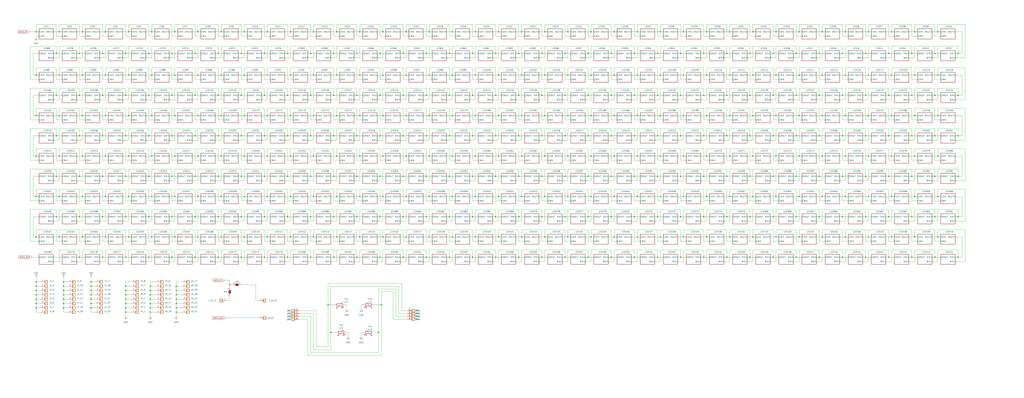
<source format=kicad_sch>
(kicad_sch (version 20230121) (generator eeschema)
  (paper "User" 899.998 350.012)
  (junction (at 681.99 66.04))
  (junction (at 130.81 83.82))
  (junction (at 537.21 226.06))
  (junction (at 130.81 119.38))
  (junction (at 273.05 119.38))
  (junction (at 394.97 83.82))
  (junction (at 699.77 226.06))
  (junction (at 681.99 172.72))
  (junction (at 722.63 137.16))
  (junction (at 252.73 190.5))
  (junction (at 52.07 101.6))
  (junction (at 435.61 119.38))
  (junction (at 621.03 101.6))
  (junction (at 374.65 226.06))
  (junction (at 110.49 251.46))
  (junction (at 801.37 83.82))
  (junction (at 478.79 172.72))
  (junction (at 478.79 208.28))
  (junction (at 191.77 119.38))
  (junction (at 72.39 101.6))
  (junction (at 702.31 137.16))
  (junction (at 801.37 190.5))
  (junction (at 130.81 46.99))
  (junction (at 821.69 226.06))
  (junction (at 415.29 154.94))
  (junction (at 499.11 137.16))
  (junction (at 334.01 190.5))
  (junction (at 356.87 172.72))
  (junction (at 151.13 119.38))
  (junction (at 173.99 137.16))
  (junction (at 191.77 226.06))
  (junction (at 52.07 137.16))
  (junction (at 560.07 101.6))
  (junction (at 252.73 226.06))
  (junction (at 90.17 83.82))
  (junction (at 80.01 270.51))
  (junction (at 539.75 208.28))
  (junction (at 679.45 190.5))
  (junction (at 478.79 137.16))
  (junction (at 580.39 27.94))
  (junction (at 458.47 137.16))
  (junction (at 638.81 154.94))
  (junction (at 621.03 208.28))
  (junction (at 194.31 66.04))
  (junction (at 151.13 83.82))
  (junction (at 31.75 259.08))
  (junction (at 132.08 251.46))
  (junction (at 336.55 137.16))
  (junction (at 232.41 226.06))
  (junction (at 154.94 255.27))
  (junction (at 374.65 46.99))
  (junction (at 801.37 154.94))
  (junction (at 476.25 154.94))
  (junction (at 618.49 190.5))
  (junction (at 435.61 46.99))
  (junction (at 133.35 137.16))
  (junction (at 438.15 27.94))
  (junction (at 537.21 83.82))
  (junction (at 415.29 119.38))
  (junction (at 332.74 292.1))
  (junction (at 499.11 66.04))
  (junction (at 49.53 190.5))
  (junction (at 577.85 46.99))
  (junction (at 842.01 154.94))
  (junction (at 438.15 208.28))
  (junction (at 252.73 119.38))
  (junction (at 499.11 27.94))
  (junction (at 133.35 172.72))
  (junction (at 496.57 154.94))
  (junction (at 417.83 172.72))
  (junction (at 618.49 83.82))
  (junction (at 702.31 101.6))
  (junction (at 55.88 251.46))
  (junction (at 801.37 226.06))
  (junction (at 679.45 119.38))
  (junction (at 153.67 27.94))
  (junction (at 742.95 66.04))
  (junction (at 783.59 101.6))
  (junction (at 641.35 27.94))
  (junction (at 69.85 83.82))
  (junction (at 600.71 137.16))
  (junction (at 194.31 208.28))
  (junction (at 580.39 101.6))
  (junction (at 415.29 83.82))
  (junction (at 580.39 208.28))
  (junction (at 600.71 172.72))
  (junction (at 824.23 137.16))
  (junction (at 52.07 66.04))
  (junction (at 354.33 190.5))
  (junction (at 72.39 27.94))
  (junction (at 577.85 83.82))
  (junction (at 394.97 154.94))
  (junction (at 80.01 255.27))
  (junction (at 516.89 119.38))
  (junction (at 803.91 66.04))
  (junction (at 252.73 154.94))
  (junction (at 659.13 119.38))
  (junction (at 133.35 66.04))
  (junction (at 132.08 274.32))
  (junction (at 600.71 101.6))
  (junction (at 171.45 154.94))
  (junction (at 598.17 46.99))
  (junction (at 598.17 190.5))
  (junction (at 661.67 66.04))
  (junction (at 842.01 119.38))
  (junction (at 557.53 154.94))
  (junction (at 763.27 172.72))
  (junction (at 415.29 190.5))
  (junction (at 313.69 154.94))
  (junction (at 397.51 27.94))
  (junction (at 742.95 208.28))
  (junction (at 618.49 226.06))
  (junction (at 455.93 226.06))
  (junction (at 374.65 154.94))
  (junction (at 394.97 226.06))
  (junction (at 336.55 208.28))
  (junction (at 191.77 154.94))
  (junction (at 537.21 46.99))
  (junction (at 31.75 251.46))
  (junction (at 52.07 172.72))
  (junction (at 438.15 66.04))
  (junction (at 55.88 255.27))
  (junction (at 110.49 274.32))
  (junction (at 130.81 190.5))
  (junction (at 80.01 262.89))
  (junction (at 336.55 101.6))
  (junction (at 783.59 208.28))
  (junction (at 72.39 208.28))
  (junction (at 295.91 208.28))
  (junction (at 702.31 208.28))
  (junction (at 659.13 154.94))
  (junction (at 702.31 172.72))
  (junction (at 824.23 27.94))
  (junction (at 354.33 83.82))
  (junction (at 154.94 274.32))
  (junction (at 377.19 101.6))
  (junction (at 824.23 172.72))
  (junction (at 214.63 172.72))
  (junction (at 232.41 46.99))
  (junction (at 316.23 208.28))
  (junction (at 293.37 154.94))
  (junction (at 397.51 66.04))
  (junction (at 31.75 266.7))
  (junction (at 476.25 83.82))
  (junction (at 113.03 27.94))
  (junction (at 435.61 190.5))
  (junction (at 173.99 208.28))
  (junction (at 313.69 46.99))
  (junction (at 92.71 27.94))
  (junction (at 438.15 137.16))
  (junction (at 334.01 154.94))
  (junction (at 763.27 137.16))
  (junction (at 803.91 137.16))
  (junction (at 659.13 190.5))
  (junction (at 478.79 101.6))
  (junction (at 151.13 226.06))
  (junction (at 110.49 119.38))
  (junction (at 113.03 66.04))
  (junction (at 334.01 119.38))
  (junction (at 171.45 83.82))
  (junction (at 720.09 119.38))
  (junction (at 699.77 83.82))
  (junction (at 293.37 46.99))
  (junction (at 842.01 46.99))
  (junction (at 49.53 46.99))
  (junction (at 377.19 208.28))
  (junction (at 760.73 226.06))
  (junction (at 55.88 262.89))
  (junction (at 455.93 154.94))
  (junction (at 232.41 154.94))
  (junction (at 191.77 190.5))
  (junction (at 397.51 208.28))
  (junction (at 110.49 270.51))
  (junction (at 539.75 172.72))
  (junction (at 496.57 190.5))
  (junction (at 458.47 101.6))
  (junction (at 560.07 66.04))
  (junction (at 598.17 154.94))
  (junction (at 702.31 27.94))
  (junction (at 783.59 172.72))
  (junction (at 171.45 46.99))
  (junction (at 638.81 190.5))
  (junction (at 763.27 27.94))
  (junction (at 130.81 154.94))
  (junction (at 516.89 190.5))
  (junction (at 275.59 27.94))
  (junction (at 356.87 101.6))
  (junction (at 821.69 46.99))
  (junction (at 618.49 46.99))
  (junction (at 760.73 83.82))
  (junction (at 171.45 119.38))
  (junction (at 496.57 46.99))
  (junction (at 110.49 266.7))
  (junction (at 377.19 137.16))
  (junction (at 92.71 101.6))
  (junction (at 334.01 226.06))
  (junction (at 212.09 154.94))
  (junction (at 132.08 259.08))
  (junction (at 31.75 137.16))
  (junction (at 621.03 27.94))
  (junction (at 234.95 27.94))
  (junction (at 72.39 172.72))
  (junction (at 52.07 27.94))
  (junction (at 842.01 190.5))
  (junction (at 557.53 190.5))
  (junction (at 763.27 66.04))
  (junction (at 476.25 46.99))
  (junction (at 80.01 251.46))
  (junction (at 722.63 101.6))
  (junction (at 275.59 172.72))
  (junction (at 214.63 27.94))
  (junction (at 214.63 66.04))
  (junction (at 458.47 208.28))
  (junction (at 763.27 101.6))
  (junction (at 394.97 190.5))
  (junction (at 417.83 208.28))
  (junction (at 438.15 101.6))
  (junction (at 295.91 137.16))
  (junction (at 354.33 46.99))
  (junction (at 92.71 137.16))
  (junction (at 234.95 66.04))
  (junction (at 132.08 270.51))
  (junction (at 742.95 27.94))
  (junction (at 80.01 247.65))
  (junction (at 31.75 66.04))
  (junction (at 273.05 46.99))
  (junction (at 275.59 66.04))
  (junction (at 154.94 259.08))
  (junction (at 539.75 137.16))
  (junction (at 458.47 66.04))
  (junction (at 275.59 208.28))
  (junction (at 516.89 46.99))
  (junction (at 539.75 27.94))
  (junction (at 212.09 83.82))
  (junction (at 293.37 190.5))
  (junction (at 478.79 66.04))
  (junction (at 92.71 172.72))
  (junction (at 356.87 137.16))
  (junction (at 130.81 226.06))
  (junction (at 80.01 266.7))
  (junction (at 681.99 27.94))
  (junction (at 760.73 46.99))
  (junction (at 435.61 154.94))
  (junction (at 80.01 259.08))
  (junction (at 55.88 270.51))
  (junction (at 783.59 137.16))
  (junction (at 577.85 154.94))
  (junction (at 679.45 226.06))
  (junction (at 600.71 27.94))
  (junction (at 377.19 27.94))
  (junction (at 336.55 27.94))
  (junction (at 417.83 66.04))
  (junction (at 760.73 154.94))
  (junction (at 31.75 247.65))
  (junction (at 638.81 46.99))
  (junction (at 133.35 101.6))
  (junction (at 153.67 137.16))
  (junction (at 641.35 208.28))
  (junction (at 458.47 27.94))
  (junction (at 194.31 172.72))
  (junction (at 659.13 83.82))
  (junction (at 132.08 266.7))
  (junction (at 153.67 172.72))
  (junction (at 539.75 101.6))
  (junction (at 151.13 46.99))
  (junction (at 255.27 137.16))
  (junction (at 90.17 46.99))
  (junction (at 539.75 66.04))
  (junction (at 722.63 66.04))
  (junction (at 110.49 226.06))
  (junction (at 275.59 137.16))
  (junction (at 621.03 66.04))
  (junction (at 255.27 208.28))
  (junction (at 455.93 190.5))
  (junction (at 537.21 154.94))
  (junction (at 171.45 190.5))
  (junction (at 519.43 27.94))
  (junction (at 600.71 66.04))
  (junction (at 132.08 262.89))
  (junction (at 273.05 226.06))
  (junction (at 92.71 208.28))
  (junction (at 740.41 119.38))
  (junction (at 132.08 255.27))
  (junction (at 153.67 101.6))
  (junction (at 557.53 46.99))
  (junction (at 334.01 83.82))
  (junction (at 659.13 46.99))
  (junction (at 417.83 137.16))
  (junction (at 173.99 27.94))
  (junction (at 171.45 226.06))
  (junction (at 212.09 46.99))
  (junction (at 560.07 172.72))
  (junction (at 49.53 154.94))
  (junction (at 760.73 190.5))
  (junction (at 255.27 101.6))
  (junction (at 397.51 101.6))
  (junction (at 618.49 154.94))
  (junction (at 316.23 66.04))
  (junction (at 537.21 119.38))
  (junction (at 580.39 137.16))
  (junction (at 600.71 208.28))
  (junction (at 194.31 27.94))
  (junction (at 313.69 190.5))
  (junction (at 699.77 46.99))
  (junction (at 435.61 83.82))
  (junction (at 781.05 119.38))
  (junction (at 679.45 154.94))
  (junction (at 212.09 226.06))
  (junction (at 641.35 101.6))
  (junction (at 31.75 172.72))
  (junction (at 336.55 172.72))
  (junction (at 699.77 154.94))
  (junction (at 295.91 66.04))
  (junction (at 374.65 190.5))
  (junction (at 133.35 27.94))
  (junction (at 519.43 66.04))
  (junction (at 252.73 83.82))
  (junction (at 31.75 27.94))
  (junction (at 316.23 101.6))
  (junction (at 252.73 46.99))
  (junction (at 519.43 172.72))
  (junction (at 316.23 27.94))
  (junction (at 519.43 101.6))
  (junction (at 824.23 101.6))
  (junction (at 742.95 172.72))
  (junction (at 560.07 208.28))
  (junction (at 234.95 208.28))
  (junction (at 113.03 101.6))
  (junction (at 519.43 137.16))
  (junction (at 720.09 190.5))
  (junction (at 49.53 119.38))
  (junction (at 31.75 208.28))
  (junction (at 679.45 46.99))
  (junction (at 458.47 172.72))
  (junction (at 31.75 101.6))
  (junction (at 580.39 66.04))
  (junction (at 560.07 27.94))
  (junction (at 496.57 119.38))
  (junction (at 580.39 172.72))
  (junction (at 113.03 137.16))
  (junction (at 842.01 226.06))
  (junction (at 417.83 27.94))
  (junction (at 232.41 119.38))
  (junction (at 354.33 154.94))
  (junction (at 659.13 226.06))
  (junction (at 69.85 226.06))
  (junction (at 499.11 101.6))
  (junction (at 110.49 190.5))
  (junction (at 740.41 226.06))
  (junction (at 742.95 137.16))
  (junction (at 110.49 46.99))
  (junction (at 722.63 172.72))
  (junction (at 49.53 83.82))
  (junction (at 455.93 119.38))
  (junction (at 288.29 267.97))
  (junction (at 234.95 101.6))
  (junction (at 577.85 226.06))
  (junction (at 455.93 46.99))
  (junction (at 618.49 119.38))
  (junction (at 295.91 101.6))
  (junction (at 476.25 119.38))
  (junction (at 110.49 83.82))
  (junction (at 824.23 208.28))
  (junction (at 661.67 101.6))
  (junction (at 803.91 208.28))
  (junction (at 377.19 172.72))
  (junction (at 55.88 266.7))
  (junction (at 415.29 46.99))
  (junction (at 354.33 119.38))
  (junction (at 821.69 190.5))
  (junction (at 336.55 66.04))
  (junction (at 394.97 46.99))
  (junction (at 438.15 172.72))
  (junction (at 31.75 262.89))
  (junction (at 90.17 226.06))
  (junction (at 354.33 226.06))
  (junction (at 821.69 119.38))
  (junction (at 781.05 83.82))
  (junction (at 214.63 208.28))
  (junction (at 641.35 137.16))
  (junction (at 478.79 27.94))
  (junction (at 92.71 66.04))
  (junction (at 435.61 226.06))
  (junction (at 31.75 255.27))
  (junction (at 110.49 154.94))
  (junction (at 335.28 267.97))
  (junction (at 621.03 172.72))
  (junction (at 598.17 83.82))
  (junction (at 90.17 190.5))
  (junction (at 783.59 66.04))
  (junction (at 720.09 226.06))
  (junction (at 842.01 83.82))
  (junction (at 255.27 172.72))
  (junction (at 760.73 119.38))
  (junction (at 681.99 208.28))
  (junction (at 519.43 208.28))
  (junction (at 293.37 83.82))
  (junction (at 31.75 270.51))
  (junction (at 397.51 137.16))
  (junction (at 455.93 83.82))
  (junction (at 273.05 190.5))
  (junction (at 55.88 247.65))
  (junction (at 356.87 27.94))
  (junction (at 638.81 119.38))
  (junction (at 720.09 83.82))
  (junction (at 214.63 137.16))
  (junction (at 740.41 154.94))
  (junction (at 560.07 137.16))
  (junction (at 499.11 172.72))
  (junction (at 781.05 190.5))
  (junction (at 781.05 46.99))
  (junction (at 255.27 27.94))
  (junction (at 275.59 101.6))
  (junction (at 722.63 27.94))
  (junction (at 661.67 172.72))
  (junction (at 516.89 154.94))
  (junction (at 476.25 226.06))
  (junction (at 641.35 66.04))
  (junction (at 720.09 154.94))
  (junction (at 69.85 190.5))
  (junction (at 194.31 137.16))
  (junction (at 173.99 172.72))
  (junction (at 113.03 172.72))
  (junction (at 113.03 208.28))
  (junction (at 824.23 66.04))
  (junction (at 638.81 83.82))
  (junction (at 273.05 83.82))
  (junction (at 801.37 119.38))
  (junction (at 598.17 119.38))
  (junction (at 110.49 262.89))
  (junction (at 516.89 83.82))
  (junction (at 557.53 119.38))
  (junction (at 415.29 226.06))
  (junction (at 374.65 119.38))
  (junction (at 69.85 119.38))
  (junction (at 313.69 119.38))
  (junction (at 69.85 46.99))
  (junction (at 821.69 154.94))
  (junction (at 191.77 46.99))
  (junction (at 212.09 190.5))
  (junction (at 151.13 190.5))
  (junction (at 557.53 83.82))
  (junction (at 232.41 83.82))
  (junction (at 397.51 172.72))
  (junction (at 496.57 83.82))
  (junction (at 742.95 101.6))
  (junction (at 803.91 172.72))
  (junction (at 151.13 154.94))
  (junction (at 154.94 270.51))
  (junction (at 234.95 172.72))
  (junction (at 763.27 208.28))
  (junction (at 720.09 46.99))
  (junction (at 153.67 66.04))
  (junction (at 154.94 266.7))
  (junction (at 496.57 226.06))
  (junction (at 740.41 83.82))
  (junction (at 69.85 154.94))
  (junction (at 334.01 46.99))
  (junction (at 679.45 83.82))
  (junction (at 577.85 190.5))
  (junction (at 537.21 190.5))
  (junction (at 740.41 190.5))
  (junction (at 803.91 101.6))
  (junction (at 557.53 226.06))
  (junction (at 212.09 119.38))
  (junction (at 313.69 83.82))
  (junction (at 377.19 66.04))
  (junction (at 290.83 292.1))
  (junction (at 110.49 259.08))
  (junction (at 740.41 46.99))
  (junction (at 499.11 208.28))
  (junction (at 374.65 83.82))
  (junction (at 194.31 101.6))
  (junction (at 781.05 226.06))
  (junction (at 702.31 66.04))
  (junction (at 577.85 119.38))
  (junction (at 214.63 101.6))
  (junction (at 356.87 66.04))
  (junction (at 232.41 190.5))
  (junction (at 72.39 137.16))
  (junction (at 661.67 27.94))
  (junction (at 783.59 27.94))
  (junction (at 356.87 208.28))
  (junction (at 681.99 137.16))
  (junction (at 722.63 208.28))
  (junction (at 394.97 119.38))
  (junction (at 476.25 190.5))
  (junction (at 293.37 226.06))
  (junction (at 316.23 137.16))
  (junction (at 191.77 83.82))
  (junction (at 313.69 226.06))
  (junction (at 55.88 259.08))
  (junction (at 417.83 101.6))
  (junction (at 234.95 137.16))
  (junction (at 90.17 119.38))
  (junction (at 52.07 208.28))
  (junction (at 201.93 250.19))
  (junction (at 72.39 66.04))
  (junction (at 133.35 208.28))
  (junction (at 699.77 119.38))
  (junction (at 699.77 190.5))
  (junction (at 661.67 137.16))
  (junction (at 661.67 208.28))
  (junction (at 153.67 208.28))
  (junction (at 821.69 83.82))
  (junction (at 295.91 27.94))
  (junction (at 598.17 226.06))
  (junction (at 293.37 119.38))
  (junction (at 255.27 66.04))
  (junction (at 621.03 137.16))
  (junction (at 295.91 172.72))
  (junction (at 154.94 262.89))
  (junction (at 638.81 226.06))
  (junction (at 803.91 27.94))
  (junction (at 154.94 251.46))
  (junction (at 316.23 172.72))
  (junction (at 90.17 154.94))
  (junction (at 273.05 154.94))
  (junction (at 173.99 66.04))
  (junction (at 681.99 101.6))
  (junction (at 173.99 101.6))
  (junction (at 801.37 46.99))
  (junction (at 516.89 226.06))
  (junction (at 641.35 172.72))
  (junction (at 781.05 154.94))
  (junction (at 110.49 255.27))
  (wire (pts (xy 356.87 184.15) (xy 374.65 184.15)))
  (wire (pts (xy 781.05 154.94) (xy 781.05 148.59)))
  (wire (pts (xy 311.15 123.19) (xy 316.23 123.19)))
  (wire (pts (xy 212.09 113.03) (xy 212.09 119.38)))
  (wire (pts (xy 455.93 95.25) (xy 438.15 95.25)))
  (wire (pts (xy 153.67 113.03) (xy 171.45 113.03)))
  (wire (pts (xy 128.27 194.31) (xy 133.35 194.31)))
  (wire (pts (xy 661.67 87.63) (xy 661.67 77.47)))
  (wire (pts (xy 234.95 172.72) (xy 234.95 166.37)))
  (wire (pts (xy 720.09 59.69) (xy 702.31 59.69)))
  (wire (pts (xy 31.75 259.08) (xy 35.56 259.08)))
  (wire (pts (xy 742.95 172.72) (xy 737.87 172.72)))
  (wire (pts (xy 275.59 40.64) (xy 293.37 40.64)))
  (wire (pts (xy 214.63 77.47) (xy 232.41 77.47)))
  (wire (pts (xy 455.93 201.93) (xy 438.15 201.93)))
  (wire (pts (xy 679.45 130.81) (xy 661.67 130.81)))
  (wire (pts (xy 476.25 190.5) (xy 473.71 190.5)))
  (wire (pts (xy 25.4 27.94) (xy 31.75 27.94)))
  (wire (pts (xy 554.99 123.19) (xy 560.07 123.19)))
  (wire (pts (xy 255.27 208.28) (xy 255.27 201.93)))
  (wire (pts (xy 621.03 21.59) (xy 621.03 27.94)))
  (wire (pts (xy 821.69 176.53) (xy 821.69 166.37)))
  (wire (pts (xy 638.81 166.37) (xy 621.03 166.37)))
  (wire (pts (xy 697.23 194.31) (xy 702.31 194.31)))
  (wire (pts (xy 621.03 50.8) (xy 621.03 40.64)))
  (wire (pts (xy 806.45 176.53) (xy 801.37 176.53)))
  (wire (pts (xy 46.99 208.28) (xy 52.07 208.28)))
  (wire (pts (xy 455.93 40.64) (xy 455.93 46.99)))
  (wire (pts (xy 377.19 137.16) (xy 377.19 130.81)))
  (wire (pts (xy 31.75 27.94) (xy 31.75 21.59)))
  (wire (pts (xy 318.77 212.09) (xy 313.69 212.09)))
  (wire (pts (xy 132.08 262.89) (xy 132.08 266.7)))
  (wire (pts (xy 107.95 194.31) (xy 113.03 194.31)))
  (wire (pts (xy 351.79 27.94) (xy 356.87 27.94)))
  (wire (pts (xy 643.89 105.41) (xy 638.81 105.41)))
  (wire (pts (xy 765.81 226.06) (xy 760.73 226.06)))
  (wire (pts (xy 74.93 27.94) (xy 72.39 27.94)))
  (wire (pts (xy 542.29 31.75) (xy 537.21 31.75)))
  (wire (pts (xy 374.65 83.82) (xy 379.73 83.82)))
  (wire (pts (xy 377.19 172.72) (xy 377.19 166.37)))
  (wire (pts (xy 354.33 148.59) (xy 354.33 154.94)))
  (wire (pts (xy 232.41 31.75) (xy 232.41 21.59)))
  (wire (pts (xy 31.75 274.32) (xy 31.75 270.51)))
  (wire (pts (xy 290.83 119.38) (xy 293.37 119.38)))
  (wire (pts (xy 781.05 190.5) (xy 781.05 184.15)))
  (wire (pts (xy 521.97 226.06) (xy 516.89 226.06)))
  (wire (pts (xy 196.85 105.41) (xy 191.77 105.41)))
  (wire (pts (xy 801.37 83.82) (xy 801.37 77.47)))
  (wire (pts (xy 234.95 219.71) (xy 252.73 219.71)))
  (wire (pts (xy 643.89 101.6) (xy 641.35 101.6)))
  (wire (pts (xy 557.53 201.93) (xy 539.75 201.93)))
  (wire (pts (xy 171.45 219.71) (xy 171.45 226.06)))
  (wire (pts (xy 397.51 50.8) (xy 397.51 40.64)))
  (wire (pts (xy 438.15 148.59) (xy 455.93 148.59)))
  (wire (pts (xy 359.41 105.41) (xy 354.33 105.41)))
  (wire (pts (xy 618.49 95.25) (xy 600.71 95.25)))
  (wire (pts (xy 334.01 113.03) (xy 334.01 119.38)))
  (wire (pts (xy 519.43 123.19) (xy 519.43 113.03)))
  (wire (pts (xy 679.45 21.59) (xy 661.67 21.59)))
  (wire (pts (xy 252.73 184.15) (xy 252.73 190.5)))
  (wire (pts (xy 29.21 137.16) (xy 31.75 137.16)))
  (wire (pts (xy 681.99 123.19) (xy 681.99 113.03)))
  (wire (pts (xy 580.39 130.81) (xy 580.39 137.16)))
  (wire (pts (xy 173.99 172.72) (xy 173.99 166.37)))
  (wire (pts (xy 194.31 137.16) (xy 196.85 137.16)))
  (wire (pts (xy 557.53 83.82) (xy 557.53 77.47)))
  (wire (pts (xy 49.53 201.93) (xy 31.75 201.93)))
  (wire (pts (xy 697.23 123.19) (xy 702.31 123.19)))
  (wire (pts (xy 80.01 270.51) (xy 80.01 266.7)))
  (wire (pts (xy 562.61 101.6) (xy 560.07 101.6)))
  (wire (pts (xy 214.63 66.04) (xy 214.63 59.69)))
  (wire (pts (xy 212.09 140.97) (xy 212.09 130.81)))
  (wire (pts (xy 476.25 212.09) (xy 476.25 201.93)))
  (wire (pts (xy 699.77 46.99) (xy 699.77 40.64)))
  (wire (pts (xy 417.83 201.93) (xy 417.83 208.28)))
  (wire (pts (xy 420.37 105.41) (xy 415.29 105.41)))
  (wire (pts (xy 110.49 255.27) (xy 110.49 259.08)))
  (wire (pts (xy 481.33 105.41) (xy 476.25 105.41)))
  (wire (pts (xy 643.89 190.5) (xy 638.81 190.5)))
  (wire (pts (xy 250.19 208.28) (xy 255.27 208.28)))
  (wire (pts (xy 293.37 190.5) (xy 298.45 190.5)))
  (wire (pts (xy 275.59 208.28) (xy 278.13 208.28)))
  (wire (pts (xy 110.49 148.59) (xy 110.49 154.94)))
  (wire (pts (xy 478.79 229.87) (xy 478.79 219.71)))
  (wire (pts (xy 130.81 105.41) (xy 130.81 95.25)))
  (wire (pts (xy 113.03 184.15) (xy 130.81 184.15)))
  (wire (pts (xy 255.27 101.6) (xy 255.27 95.25)))
  (wire (pts (xy 31.75 262.89) (xy 35.56 262.89)))
  (wire (pts (xy 501.65 140.97) (xy 496.57 140.97)))
  (wire (pts (xy 92.71 229.87) (xy 92.71 219.71)))
  (wire (pts (xy 80.01 259.08) (xy 80.01 262.89)))
  (wire (pts (xy 745.49 31.75) (xy 740.41 31.75)))
  (wire (pts (xy 327.66 292.1) (xy 332.74 292.1)))
  (wire (pts (xy 31.75 266.7) (xy 31.75 262.89)))
  (wire (pts (xy 331.47 208.28) (xy 336.55 208.28)))
  (wire (pts (xy 191.77 113.03) (xy 191.77 119.38)))
  (wire (pts (xy 173.99 208.28) (xy 176.53 208.28)))
  (wire (pts (xy 132.08 266.7) (xy 137.16 266.7)))
  (wire (pts (xy 801.37 154.94) (xy 801.37 148.59)))
  (wire (pts (xy 90.17 226.06) (xy 95.25 226.06)))
  (wire (pts (xy 372.11 208.28) (xy 377.19 208.28)))
  (wire (pts (xy 582.93 208.28) (xy 580.39 208.28)))
  (wire (pts (xy 824.23 59.69) (xy 824.23 66.04)))
  (wire (pts (xy 397.51 101.6) (xy 400.05 101.6)))
  (wire (pts (xy 189.23 66.04) (xy 194.31 66.04)))
  (wire (pts (xy 191.77 176.53) (xy 191.77 166.37)))
  (wire (pts (xy 803.91 130.81) (xy 803.91 137.16)))
  (wire (pts (xy 621.03 172.72) (xy 615.95 172.72)))
  (wire (pts (xy 412.75 229.87) (xy 417.83 229.87)))
  (wire (pts (xy 316.23 208.28) (xy 316.23 201.93)))
  (wire (pts (xy 516.89 140.97) (xy 516.89 130.81)))
  (wire (pts (xy 461.01 66.04) (xy 458.47 66.04)))
  (wire (pts (xy 603.25 226.06) (xy 598.17 226.06)))
  (wire (pts (xy 151.13 140.97) (xy 151.13 130.81)))
  (wire (pts (xy 598.17 46.99) (xy 595.63 46.99)))
  (wire (pts (xy 273.05 83.82) (xy 278.13 83.82)))
  (wire (pts (xy 848.36 21.59) (xy 848.36 50.8)))
  (wire (pts (xy 824.23 201.93) (xy 824.23 208.28)))
  (wire (pts (xy 133.35 229.87) (xy 133.35 219.71)))
  (wire (pts (xy 377.19 77.47) (xy 394.97 77.47)))
  (wire (pts (xy 72.39 148.59) (xy 90.17 148.59)))
  (wire (pts (xy 250.19 190.5) (xy 252.73 190.5)))
  (wire (pts (xy 438.15 137.16) (xy 440.69 137.16)))
  (wire (pts (xy 54.61 69.85) (xy 49.53 69.85)))
  (wire (pts (xy 473.71 229.87) (xy 478.79 229.87)))
  (wire (pts (xy 763.27 130.81) (xy 763.27 137.16)))
  (wire (pts (xy 638.81 130.81) (xy 621.03 130.81)))
  (wire (pts (xy 298.45 140.97) (xy 293.37 140.97)))
  (wire (pts (xy 316.23 194.31) (xy 316.23 184.15)))
  (wire (pts (xy 722.63 87.63) (xy 722.63 77.47)))
  (wire (pts (xy 194.31 208.28) (xy 196.85 208.28)))
  (wire (pts (xy 31.75 208.28) (xy 31.75 201.93)))
  (wire (pts (xy 740.41 105.41) (xy 740.41 95.25)))
  (wire (pts (xy 621.03 40.64) (xy 638.81 40.64)))
  (wire (pts (xy 217.17 105.41) (xy 212.09 105.41)))
  (wire (pts (xy 806.45 154.94) (xy 801.37 154.94)))
  (wire (pts (xy 539.75 158.75) (xy 539.75 148.59)))
  (wire (pts (xy 110.49 105.41) (xy 110.49 95.25)))
  (wire (pts (xy 397.51 27.94) (xy 397.51 21.59)))
  (wire (pts (xy 557.53 154.94) (xy 557.53 148.59)))
  (wire (pts (xy 354.33 184.15) (xy 354.33 190.5)))
  (wire (pts (xy 821.69 130.81) (xy 803.91 130.81)))
  (wire (pts (xy 55.88 259.08) (xy 55.88 262.89)))
  (wire (pts (xy 80.01 247.65) (xy 80.01 251.46)))
  (wire (pts (xy 577.85 83.82) (xy 575.31 83.82)))
  (wire (pts (xy 641.35 59.69) (xy 641.35 66.04)))
  (wire (pts (xy 623.57 154.94) (xy 618.49 154.94)))
  (wire (pts (xy 417.83 95.25) (xy 435.61 95.25)))
  (wire (pts (xy 557.53 69.85) (xy 557.53 59.69)))
  (wire (pts (xy 31.75 251.46) (xy 31.75 255.27)))
  (wire (pts (xy 839.47 208.28) (xy 845.82 208.28)))
  (wire (pts (xy 679.45 46.99) (xy 676.91 46.99)))
  (wire (pts (xy 699.77 226.06) (xy 699.77 219.71)))
  (wire (pts (xy 128.27 46.99) (xy 130.81 46.99)))
  (wire (pts (xy 575.31 50.8) (xy 580.39 50.8)))
  (wire (pts (xy 801.37 140.97) (xy 801.37 130.81)))
  (wire (pts (xy 250.19 101.6) (xy 255.27 101.6)))
  (wire (pts (xy 148.59 190.5) (xy 151.13 190.5)))
  (wire (pts (xy 758.19 123.19) (xy 763.27 123.19)))
  (wire (pts (xy 539.75 77.47) (xy 557.53 77.47)))
  (wire (pts (xy 600.71 101.6) (xy 595.63 101.6)))
  (wire (pts (xy 742.95 40.64) (xy 760.73 40.64)))
  (wire (pts (xy 214.63 27.94) (xy 214.63 21.59)))
  (wire (pts (xy 171.45 190.5) (xy 176.53 190.5)))
  (wire (pts (xy 760.73 95.25) (xy 742.95 95.25)))
  (wire (pts (xy 49.53 119.38) (xy 54.61 119.38)))
  (wire (pts (xy 786.13 66.04) (xy 783.59 66.04)))
  (wire (pts (xy 481.33 172.72) (xy 478.79 172.72)))
  (wire (pts (xy 603.25 137.16) (xy 600.71 137.16)))
  (wire (pts (xy 659.13 176.53) (xy 659.13 166.37)))
  (wire (pts (xy 148.59 119.38) (xy 151.13 119.38)))
  (wire (pts (xy 557.53 59.69) (xy 539.75 59.69)))
  (wire (pts (xy 290.83 154.94) (xy 293.37 154.94)))
  (wire (pts (xy 191.77 31.75) (xy 191.77 21.59)))
  (wire (pts (xy 59.69 270.51) (xy 55.88 270.51)))
  (wire (pts (xy 803.91 66.04) (xy 798.83 66.04)))
  (wire (pts (xy 659.13 190.5) (xy 656.59 190.5)))
  (wire (pts (xy 478.79 40.64) (xy 496.57 40.64)))
  (wire (pts (xy 394.97 113.03) (xy 394.97 119.38)))
  (wire (pts (xy 516.89 119.38) (xy 516.89 113.03)))
  (wire (pts (xy 27.94 226.06) (xy 34.29 226.06)))
  (wire (pts (xy 34.29 101.6) (xy 31.75 101.6)))
  (wire (pts (xy 69.85 46.99) (xy 74.93 46.99)))
  (wire (pts (xy 798.83 190.5) (xy 801.37 190.5)))
  (wire (pts (xy 313.69 59.69) (xy 295.91 59.69)))
  (wire (pts (xy 156.21 212.09) (xy 151.13 212.09)))
  (wire (pts (xy 821.69 154.94) (xy 819.15 154.94)))
  (wire (pts (xy 356.87 148.59) (xy 374.65 148.59)))
  (wire (pts (xy 656.59 50.8) (xy 661.67 50.8)))
  (wire (pts (xy 52.07 101.6) (xy 52.07 95.25)))
  (wire (pts (xy 722.63 166.37) (xy 722.63 172.72)))
  (wire (pts (xy 618.49 190.5) (xy 615.95 190.5)))
  (wire (pts (xy 758.19 158.75) (xy 763.27 158.75)))
  (wire (pts (xy 582.93 105.41) (xy 577.85 105.41)))
  (wire (pts (xy 598.17 226.06) (xy 595.63 226.06)))
  (wire (pts (xy 83.82 274.32) (xy 80.01 274.32)))
  (wire (pts (xy 214.63 87.63) (xy 214.63 77.47)))
  (wire (pts (xy 699.77 31.75) (xy 699.77 21.59)))
  (wire (pts (xy 339.09 140.97) (xy 334.01 140.97)))
  (wire (pts (xy 496.57 226.06) (xy 496.57 219.71)))
  (wire (pts (xy 110.49 113.03) (xy 110.49 119.38)))
  (wire (pts (xy 438.15 50.8) (xy 433.07 50.8)))
  (wire (pts (xy 278.13 176.53) (xy 273.05 176.53)))
  (wire (pts (xy 600.71 172.72) (xy 595.63 172.72)))
  (wire (pts (xy 90.17 201.93) (xy 72.39 201.93)))
  (wire (pts (xy 781.05 226.06) (xy 781.05 219.71)))
  (wire (pts (xy 394.97 226.06) (xy 400.05 226.06)))
  (wire (pts (xy 417.83 87.63) (xy 417.83 77.47)))
  (wire (pts (xy 372.11 172.72) (xy 377.19 172.72)))
  (wire (pts (xy 539.75 101.6) (xy 534.67 101.6)))
  (wire (pts (xy 560.07 87.63) (xy 560.07 77.47)))
  (wire (pts (xy 679.45 140.97) (xy 679.45 130.81)))
  (wire (pts (xy 270.51 101.6) (xy 275.59 101.6)))
  (wire (pts (xy 415.29 46.99) (xy 420.37 46.99)))
  (wire (pts (xy 176.53 31.75) (xy 171.45 31.75)))
  (wire (pts (xy 745.49 101.6) (xy 742.95 101.6)))
  (wire (pts (xy 209.55 101.6) (xy 214.63 101.6)))
  (wire (pts (xy 250.19 50.8) (xy 255.27 50.8)))
  (wire (pts (xy 273.05 113.03) (xy 273.05 119.38)))
  (wire (pts (xy 154.94 270.51) (xy 154.94 274.32)))
  (wire (pts (xy 781.05 140.97) (xy 781.05 130.81)))
  (wire (pts (xy 577.85 31.75) (xy 577.85 21.59)))
  (wire (pts (xy 433.07 194.31) (xy 438.15 194.31)))
  (wire (pts (xy 618.49 69.85) (xy 618.49 59.69)))
  (wire (pts (xy 801.37 69.85) (xy 801.37 59.69)))
  (wire (pts (xy 67.31 226.06) (xy 69.85 226.06)))
  (wire (pts (xy 763.27 50.8) (xy 763.27 40.64)))
  (wire (pts (xy 848.36 201.93) (xy 848.36 229.87)))
  (wire (pts (xy 356.87 194.31) (xy 356.87 184.15)))
  (wire (pts (xy 90.17 83.82) (xy 95.25 83.82)))
  (wire (pts (xy 69.85 148.59) (xy 69.85 154.94)))
  (wire (pts (xy 542.29 172.72) (xy 539.75 172.72)))
  (wire (pts (xy 496.57 69.85) (xy 496.57 59.69)))
  (wire (pts (xy 499.11 137.16) (xy 494.03 137.16)))
  (wire (pts (xy 31.75 255.27) (xy 31.75 259.08)))
  (wire (pts (xy 234.95 87.63) (xy 234.95 77.47)))
  (wire (pts (xy 699.77 46.99) (xy 697.23 46.99)))
  (wire (pts (xy 494.03 194.31) (xy 499.11 194.31)))
  (wire (pts (xy 189.23 83.82) (xy 191.77 83.82)))
  (wire (pts (xy 806.45 101.6) (xy 803.91 101.6)))
  (wire (pts (xy 435.61 219.71) (xy 435.61 226.06)))
  (wire (pts (xy 679.45 31.75) (xy 679.45 21.59)))
  (wire (pts (xy 781.05 46.99) (xy 781.05 40.64)))
  (wire (pts (xy 679.45 95.25) (xy 661.67 95.25)))
  (wire (pts (xy 618.49 201.93) (xy 600.71 201.93)))
  (wire (pts (xy 760.73 212.09) (xy 760.73 201.93)))
  (wire (pts (xy 154.94 262.89) (xy 154.94 266.7)))
  (wire (pts (xy 621.03 208.28) (xy 615.95 208.28)))
  (wire (pts (xy 760.73 31.75) (xy 760.73 21.59)))
  (wire (pts (xy 740.41 46.99) (xy 737.87 46.99)))
  (wire (pts (xy 819.15 50.8) (xy 824.23 50.8)))
  (wire (pts (xy 699.77 105.41) (xy 699.77 95.25)))
  (wire (pts (xy 458.47 137.16) (xy 453.39 137.16)))
  (wire (pts (xy 379.73 69.85) (xy 374.65 69.85)))
  (wire (pts (xy 737.87 194.31) (xy 742.95 194.31)))
  (wire (pts (xy 52.07 66.04) (xy 52.07 59.69)))
  (wire (pts (xy 270.51 194.31) (xy 275.59 194.31)))
  (wire (pts (xy 92.71 148.59) (xy 110.49 148.59)))
  (wire (pts (xy 438.15 166.37) (xy 438.15 172.72)))
  (wire (pts (xy 110.49 262.89) (xy 115.57 262.89)))
  (wire (pts (xy 438.15 66.04) (xy 440.69 66.04)))
  (wire (pts (xy 67.31 123.19) (xy 72.39 123.19)))
  (wire (pts (xy 481.33 66.04) (xy 478.79 66.04)))
  (wire (pts (xy 212.09 148.59) (xy 212.09 154.94)))
  (wire (pts (xy 763.27 123.19) (xy 763.27 113.03)))
  (wire (pts (xy 275.59 219.71) (xy 293.37 219.71)))
  (wire (pts (xy 295.91 172.72) (xy 298.45 172.72)))
  (wire (pts (xy 679.45 201.93) (xy 661.67 201.93)))
  (wire (pts (xy 295.91 194.31) (xy 295.91 184.15)))
  (wire (pts (xy 52.07 77.47) (xy 69.85 77.47)))
  (wire (pts (xy 214.63 123.19) (xy 214.63 113.03)))
  (wire (pts (xy 461.01 226.06) (xy 455.93 226.06)))
  (wire (pts (xy 212.09 77.47) (xy 212.09 83.82)))
  (wire (pts (xy 618.49 119.38) (xy 618.49 113.03)))
  (wire (pts (xy 623.57 190.5) (xy 618.49 190.5)))
  (wire (pts (xy 331.47 27.94) (xy 336.55 27.94)))
  (wire (pts (xy 331.47 46.99) (xy 334.01 46.99)))
  (wire (pts (xy 130.81 176.53) (xy 130.81 166.37)))
  (wire (pts (xy 334.01 46.99) (xy 339.09 46.99)))
  (wire (pts (xy 725.17 31.75) (xy 720.09 31.75)))
  (wire (pts (xy 290.83 46.99) (xy 293.37 46.99)))
  (wire (pts (xy 516.89 46.99) (xy 516.89 40.64)))
  (wire (pts (xy 293.37 105.41) (xy 293.37 95.25)))
  (wire (pts (xy 623.57 119.38) (xy 618.49 119.38)))
  (wire (pts (xy 659.13 21.59) (xy 641.35 21.59)))
  (wire (pts (xy 481.33 31.75) (xy 476.25 31.75)))
  (wire (pts (xy 194.31 66.04) (xy 194.31 59.69)))
  (wire (pts (xy 377.19 87.63) (xy 377.19 77.47)))
  (wire (pts (xy 455.93 105.41) (xy 455.93 95.25)))
  (wire (pts (xy 224.79 250.19) (xy 224.79 264.16)))
  (wire (pts (xy 638.81 119.38) (xy 636.27 119.38)))
  (wire (pts (xy 598.17 95.25) (xy 580.39 95.25)))
  (wire (pts (xy 659.13 59.69) (xy 641.35 59.69)))
  (wire (pts (xy 641.35 229.87) (xy 641.35 219.71)))
  (wire (pts (xy 557.53 140.97) (xy 557.53 130.81)))
  (wire (pts (xy 372.11 123.19) (xy 377.19 123.19)))
  (wire (pts (xy 295.91 184.15) (xy 313.69 184.15)))
  (wire (pts (xy 781.05 166.37) (xy 763.27 166.37)))
  (wire (pts (xy 742.95 66.04) (xy 737.87 66.04)))
  (wire (pts (xy 295.91 158.75) (xy 295.91 148.59)))
  (wire (pts (xy 848.36 201.93) (xy 824.23 201.93)))
  (wire (pts (xy 801.37 31.75) (xy 801.37 21.59)))
  (wire (pts (xy 516.89 95.25) (xy 499.11 95.25)))
  (wire (pts (xy 288.29 304.8) (xy 278.13 304.8)))
  (wire (pts (xy 250.19 226.06) (xy 252.73 226.06)))
  (wire (pts (xy 92.71 137.16) (xy 95.25 137.16)))
  (wire (pts (xy 417.83 21.59) (xy 435.61 21.59)))
  (wire (pts (xy 153.67 219.71) (xy 171.45 219.71)))
  (wire (pts (xy 537.21 83.82) (xy 537.21 77.47)))
  (wire (pts (xy 298.45 69.85) (xy 293.37 69.85)))
  (wire (pts (xy 151.13 166.37) (xy 133.35 166.37)))
  (wire (pts (xy 237.49 31.75) (xy 232.41 31.75)))
  (wire (pts (xy 722.63 95.25) (xy 722.63 101.6)))
  (wire (pts (xy 46.99 119.38) (xy 49.53 119.38)))
  (wire (pts (xy 107.95 83.82) (xy 110.49 83.82)))
  (wire (pts (xy 133.35 87.63) (xy 133.35 77.47)))
  (wire (pts (xy 234.95 137.16) (xy 237.49 137.16)))
  (wire (pts (xy 557.53 176.53) (xy 557.53 166.37)))
  (wire (pts (xy 133.35 66.04) (xy 135.89 66.04)))
  (wire (pts (xy 433.07 208.28) (xy 438.15 208.28)))
  (wire (pts (xy 824.23 137.16) (xy 819.15 137.16)))
  (wire (pts (xy 194.31 101.6) (xy 196.85 101.6)))
  (wire (pts (xy 839.47 123.19) (xy 848.36 123.19)))
  (wire (pts (xy 760.73 130.81) (xy 742.95 130.81)))
  (wire (pts (xy 433.07 229.87) (xy 438.15 229.87)))
  (wire (pts (xy 34.29 140.97) (xy 26.67 140.97)))
  (wire (pts (xy 435.61 130.81) (xy 435.61 140.97)))
  (wire (pts (xy 273.05 154.94) (xy 278.13 154.94)))
  (wire (pts (xy 379.73 176.53) (xy 374.65 176.53)))
  (wire (pts (xy 46.99 123.19) (xy 52.07 123.19)))
  (wire (pts (xy 290.83 208.28) (xy 295.91 208.28)))
  (wire (pts (xy 473.71 50.8) (xy 478.79 50.8)))
  (wire (pts (xy 537.21 166.37) (xy 519.43 166.37)))
  (wire (pts (xy 87.63 119.38) (xy 90.17 119.38)))
  (wire (pts (xy 110.49 184.15) (xy 110.49 190.5)))
  (wire (pts (xy 542.29 226.06) (xy 537.21 226.06)))
  (wire (pts (xy 35.56 270.51) (xy 31.75 270.51)))
  (wire (pts (xy 67.31 66.04) (xy 72.39 66.04)))
  (wire (pts (xy 763.27 113.03) (xy 781.05 113.03)))
  (wire (pts (xy 458.47 130.81) (xy 458.47 137.16)))
  (wire (pts (xy 293.37 119.38) (xy 298.45 119.38)))
  (wire (pts (xy 821.69 201.93) (xy 803.91 201.93)))
  (wire (pts (xy 257.81 140.97) (xy 252.73 140.97)))
  (wire (pts (xy 415.29 130.81) (xy 397.51 130.81)))
  (wire (pts (xy 763.27 27.94) (xy 758.19 27.94)))
  (wire (pts (xy 623.57 27.94) (xy 621.03 27.94)))
  (wire (pts (xy 659.13 83.82) (xy 656.59 83.82)))
  (wire (pts (xy 699.77 83.82) (xy 697.23 83.82)))
  (wire (pts (xy 132.08 259.08) (xy 132.08 262.89)))
  (wire (pts (xy 765.81 212.09) (xy 760.73 212.09)))
  (wire (pts (xy 412.75 50.8) (xy 417.83 50.8)))
  (wire (pts (xy 539.75 148.59) (xy 557.53 148.59)))
  (wire (pts (xy 194.31 172.72) (xy 196.85 172.72)))
  (wire (pts (xy 521.97 105.41) (xy 516.89 105.41)))
  (wire (pts (xy 209.55 226.06) (xy 212.09 226.06)))
  (wire (pts (xy 290.83 190.5) (xy 293.37 190.5)))
  (wire (pts (xy 92.71 66.04) (xy 92.71 59.69)))
  (wire (pts (xy 128.27 226.06) (xy 130.81 226.06)))
  (wire (pts (xy 133.35 137.16) (xy 133.35 130.81)))
  (wire (pts (xy 702.31 166.37) (xy 702.31 172.72)))
  (wire (pts (xy 554.99 194.31) (xy 560.07 194.31)))
  (wire (pts (xy 356.87 27.94) (xy 359.41 27.94)))
  (wire (pts (xy 270.51 158.75) (xy 275.59 158.75)))
  (wire (pts (xy 725.17 172.72) (xy 722.63 172.72)))
  (wire (pts (xy 377.19 172.72) (xy 379.73 172.72)))
  (wire (pts (xy 379.73 140.97) (xy 374.65 140.97)))
  (wire (pts (xy 702.31 130.81) (xy 702.31 137.16)))
  (wire (pts (xy 781.05 83.82) (xy 778.51 83.82)))
  (wire (pts (xy 539.75 166.37) (xy 539.75 172.72)))
  (wire (pts (xy 374.65 148.59) (xy 374.65 154.94)))
  (wire (pts (xy 153.67 50.8) (xy 153.67 40.64)))
  (wire (pts (xy 191.77 83.82) (xy 196.85 83.82)))
  (wire (pts (xy 229.87 229.87) (xy 234.95 229.87)))
  (wire (pts (xy 623.57 137.16) (xy 621.03 137.16)))
  (wire (pts (xy 417.83 229.87) (xy 417.83 219.71)))
  (wire (pts (xy 250.19 137.16) (xy 255.27 137.16)))
  (wire (pts (xy 435.61 83.82) (xy 440.69 83.82)))
  (wire (pts (xy 453.39 194.31) (xy 458.47 194.31)))
  (wire (pts (xy 255.27 50.8) (xy 255.27 40.64)))
  (wire (pts (xy 760.73 46.99) (xy 758.19 46.99)))
  (wire (pts (xy 537.21 130.81) (xy 519.43 130.81)))
  (wire (pts (xy 316.23 101.6) (xy 316.23 95.25)))
  (wire (pts (xy 702.31 123.19) (xy 702.31 113.03)))
  (wire (pts (xy 313.69 190.5) (xy 318.77 190.5)))
  (wire (pts (xy 476.25 130.81) (xy 458.47 130.81)))
  (wire (pts (xy 69.85 113.03) (xy 69.85 119.38)))
  (wire (pts (xy 623.57 83.82) (xy 618.49 83.82)))
  (wire (pts (xy 481.33 137.16) (xy 478.79 137.16)))
  (wire (pts (xy 781.05 59.69) (xy 763.27 59.69)))
  (wire (pts (xy 539.75 87.63) (xy 539.75 77.47)))
  (wire (pts (xy 684.53 83.82) (xy 679.45 83.82)))
  (wire (pts (xy 720.09 95.25) (xy 702.31 95.25)))
  (wire (pts (xy 313.69 148.59) (xy 313.69 154.94)))
  (wire (pts (xy 417.83 113.03) (xy 435.61 113.03)))
  (wire (pts (xy 763.27 40.64) (xy 781.05 40.64)))
  (wire (pts (xy 232.41 190.5) (xy 237.49 190.5)))
  (wire (pts (xy 67.31 101.6) (xy 72.39 101.6)))
  (wire (pts (xy 542.29 190.5) (xy 537.21 190.5)))
  (wire (pts (xy 69.85 176.53) (xy 69.85 166.37)))
  (wire (pts (xy 560.07 219.71) (xy 577.85 219.71)))
  (wire (pts (xy 580.39 50.8) (xy 580.39 40.64)))
  (wire (pts (xy 742.95 194.31) (xy 742.95 184.15)))
  (wire (pts (xy 227.33 264.16) (xy 224.79 264.16)))
  (wire (pts (xy 737.87 50.8) (xy 742.95 50.8)))
  (wire (pts (xy 46.99 154.94) (xy 49.53 154.94)))
  (wire (pts (xy 824.23 208.28) (xy 826.77 208.28)))
  (wire (pts (xy 699.77 130.81) (xy 681.99 130.81)))
  (wire (pts (xy 638.81 154.94) (xy 638.81 148.59)))
  (wire (pts (xy 499.11 172.72) (xy 494.03 172.72)))
  (wire (pts (xy 392.43 119.38) (xy 394.97 119.38)))
  (wire (pts (xy 560.07 148.59) (xy 577.85 148.59)))
  (wire (pts (xy 212.09 83.82) (xy 217.17 83.82)))
  (wire (pts (xy 151.13 46.99) (xy 156.21 46.99)))
  (wire (pts (xy 656.59 194.31) (xy 661.67 194.31)))
  (wire (pts (xy 478.79 87.63) (xy 478.79 77.47)))
  (wire (pts (xy 417.83 27.94) (xy 420.37 27.94)))
  (wire (pts (xy 478.79 166.37) (xy 478.79 172.72)))
  (wire (pts (xy 394.97 201.93) (xy 377.19 201.93)))
  (wire (pts (xy 560.07 95.25) (xy 560.07 101.6)))
  (wire (pts (xy 600.71 21.59) (xy 600.71 27.94)))
  (wire (pts (xy 377.19 184.15) (xy 394.97 184.15)))
  (wire (pts (xy 435.61 113.03) (xy 435.61 119.38)))
  (wire (pts (xy 110.49 77.47) (xy 110.49 83.82)))
  (wire (pts (xy 681.99 137.16) (xy 676.91 137.16)))
  (wire (pts (xy 496.57 130.81) (xy 478.79 130.81)))
  (wire (pts (xy 806.45 105.41) (xy 801.37 105.41)))
  (wire (pts (xy 557.53 95.25) (xy 539.75 95.25)))
  (wire (pts (xy 783.59 21.59) (xy 783.59 27.94)))
  (wire (pts (xy 806.45 46.99) (xy 801.37 46.99)))
  (wire (pts (xy 415.29 190.5) (xy 420.37 190.5)))
  (wire (pts (xy 29.21 83.82) (xy 29.21 101.6)))
  (wire (pts (xy 257.81 176.53) (xy 252.73 176.53)))
  (wire (pts (xy 496.57 83.82) (xy 496.57 77.47)))
  (wire (pts (xy 392.43 27.94) (xy 397.51 27.94)))
  (wire (pts (xy 351.79 137.16) (xy 356.87 137.16)))
  (wire (pts (xy 521.97 31.75) (xy 516.89 31.75)))
  (wire (pts (xy 704.85 105.41) (xy 699.77 105.41)))
  (wire (pts (xy 34.29 208.28) (xy 31.75 208.28)))
  (wire (pts (xy 336.55 208.28) (xy 339.09 208.28)))
  (wire (pts (xy 560.07 208.28) (xy 554.99 208.28)))
  (wire (pts (xy 455.93 77.47) (xy 455.93 83.82)))
  (wire (pts (xy 455.93 119.38) (xy 453.39 119.38)))
  (wire (pts (xy 600.71 77.47) (xy 618.49 77.47)))
  (wire (pts (xy 704.85 176.53) (xy 699.77 176.53)))
  (wire (pts (xy 501.65 101.6) (xy 499.11 101.6)))
  (wire (pts (xy 130.81 31.75) (xy 130.81 21.59)))
  (wire (pts (xy 133.35 172.72) (xy 133.35 166.37)))
  (wire (pts (xy 49.53 113.03) (xy 49.53 119.38)))
  (wire (pts (xy 664.21 137.16) (xy 661.67 137.16)))
  (wire (pts (xy 168.91 66.04) (xy 173.99 66.04)))
  (wire (pts (xy 334.01 212.09) (xy 334.01 201.93)))
  (wire (pts (xy 191.77 59.69) (xy 173.99 59.69)))
  (wire (pts (xy 209.55 66.04) (xy 214.63 66.04)))
  (wire (pts (xy 778.51 50.8) (xy 783.59 50.8)))
  (wire (pts (xy 476.25 83.82) (xy 476.25 77.47)))
  (wire (pts (xy 107.95 137.16) (xy 113.03 137.16)))
  (wire (pts (xy 679.45 154.94) (xy 679.45 148.59)))
  (wire (pts (xy 742.95 219.71) (xy 760.73 219.71)))
  (wire (pts (xy 478.79 27.94) (xy 473.71 27.94)))
  (wire (pts (xy 496.57 190.5) (xy 496.57 184.15)))
  (wire (pts (xy 478.79 219.71) (xy 496.57 219.71)))
  (wire (pts (xy 135.89 69.85) (xy 130.81 69.85)))
  (wire (pts (xy 819.15 158.75) (xy 824.23 158.75)))
  (wire (pts (xy 173.99 158.75) (xy 173.99 148.59)))
  (wire (pts (xy 496.57 31.75) (xy 496.57 21.59)))
  (wire (pts (xy 115.57 31.75) (xy 110.49 31.75)))
  (wire (pts (xy 598.17 119.38) (xy 595.63 119.38)))
  (wire (pts (xy 720.09 69.85) (xy 720.09 59.69)))
  (wire (pts (xy 336.55 66.04) (xy 336.55 59.69)))
  (wire (pts (xy 171.45 166.37) (xy 153.67 166.37)))
  (wire (pts (xy 335.28 256.54) (xy 335.28 267.97)))
  (wire (pts (xy 641.35 166.37) (xy 641.35 172.72)))
  (wire (pts (xy 458.47 113.03) (xy 476.25 113.03)))
  (wire (pts (xy 481.33 190.5) (xy 476.25 190.5)))
  (wire (pts (xy 151.13 31.75) (xy 151.13 21.59)))
  (wire (pts (xy 618.49 46.99) (xy 615.95 46.99)))
  (wire (pts (xy 130.81 184.15) (xy 130.81 190.5)))
  (wire (pts (xy 679.45 154.94) (xy 676.91 154.94)))
  (wire (pts (xy 458.47 229.87) (xy 458.47 219.71)))
  (wire (pts (xy 173.99 27.94) (xy 173.99 21.59)))
  (wire (pts (xy 562.61 137.16) (xy 560.07 137.16)))
  (wire (pts (xy 354.33 95.25) (xy 336.55 95.25)))
  (wire (pts (xy 92.71 123.19) (xy 92.71 113.03)))
  (wire (pts (xy 377.19 113.03) (xy 394.97 113.03)))
  (wire (pts (xy 83.82 270.51) (xy 80.01 270.51)))
  (wire (pts (xy 760.73 154.94) (xy 758.19 154.94)))
  (wire (pts (xy 171.45 148.59) (xy 171.45 154.94)))
  (wire (pts (xy 356.87 137.16) (xy 359.41 137.16)))
  (wire (pts (xy 173.99 27.94) (xy 176.53 27.94)))
  (wire (pts (xy 618.49 119.38) (xy 615.95 119.38)))
  (wire (pts (xy 499.11 148.59) (xy 516.89 148.59)))
  (wire (pts (xy 345.44 280.67) (xy 358.14 280.67)))
  (wire (pts (xy 229.87 46.99) (xy 232.41 46.99)))
  (wire (pts (xy 394.97 95.25) (xy 377.19 95.25)))
  (wire (pts (xy 72.39 194.31) (xy 72.39 184.15)))
  (wire (pts (xy 560.07 59.69) (xy 560.07 66.04)))
  (wire (pts (xy 618.49 226.06) (xy 615.95 226.06)))
  (wire (pts (xy 765.81 154.94) (xy 760.73 154.94)))
  (wire (pts (xy 295.91 87.63) (xy 295.91 77.47)))
  (wire (pts (xy 560.07 172.72) (xy 554.99 172.72)))
  (wire (pts (xy 295.91 292.1) (xy 290.83 292.1)))
  (wire (pts (xy 359.41 176.53) (xy 354.33 176.53)))
  (wire (pts (xy 781.05 105.41) (xy 781.05 95.25)))
  (wire (pts (xy 214.63 137.16) (xy 214.63 130.81)))
  (wire (pts (xy 176.53 176.53) (xy 171.45 176.53)))
  (wire (pts (xy 250.19 66.04) (xy 255.27 66.04)))
  (wire (pts (xy 54.61 31.75) (xy 49.53 31.75)))
  (wire (pts (xy 132.08 270.51) (xy 137.16 270.51)))
  (wire (pts (xy 499.11 229.87) (xy 499.11 219.71)))
  (wire (pts (xy 824.23 50.8) (xy 824.23 40.64)))
  (wire (pts (xy 684.53 190.5) (xy 679.45 190.5)))
  (wire (pts (xy 519.43 66.04) (xy 514.35 66.04)))
  (wire (pts (xy 704.85 154.94) (xy 699.77 154.94)))
  (wire (pts (xy 623.57 226.06) (xy 618.49 226.06)))
  (wire (pts (xy 433.07 158.75) (xy 438.15 158.75)))
  (wire (pts (xy 229.87 190.5) (xy 232.41 190.5)))
  (wire (pts (xy 659.13 83.82) (xy 659.13 77.47)))
  (wire (pts (xy 824.23 130.81) (xy 824.23 137.16)))
  (wire (pts (xy 824.23 194.31) (xy 824.23 184.15)))
  (wire (pts (xy 537.21 154.94) (xy 534.67 154.94)))
  (wire (pts (xy 758.19 194.31) (xy 763.27 194.31)))
  (wire (pts (xy 582.93 140.97) (xy 577.85 140.97)))
  (wire (pts (xy 295.91 77.47) (xy 313.69 77.47)))
  (wire (pts (xy 478.79 113.03) (xy 496.57 113.03)))
  (wire (pts (xy 499.11 219.71) (xy 516.89 219.71)))
  (wire (pts (xy 725.17 176.53) (xy 720.09 176.53)))
  (wire (pts (xy 135.89 212.09) (xy 130.81 212.09)))
  (wire (pts (xy 311.15 46.99) (xy 313.69 46.99)))
  (wire (pts (xy 128.27 137.16) (xy 133.35 137.16)))
  (wire (pts (xy 356.87 172.72) (xy 356.87 166.37)))
  (wire (pts (xy 311.15 27.94) (xy 316.23 27.94)))
  (wire (pts (xy 740.41 119.38) (xy 740.41 113.03)))
  (wire (pts (xy 476.25 105.41) (xy 476.25 95.25)))
  (wire (pts (xy 539.75 66.04) (xy 534.67 66.04)))
  (wire (pts (xy 412.75 119.38) (xy 415.29 119.38)))
  (wire (pts (xy 270.51 208.28) (xy 275.59 208.28)))
  (wire (pts (xy 704.85 119.38) (xy 699.77 119.38)))
  (wire (pts (xy 359.41 31.75) (xy 354.33 31.75)))
  (wire (pts (xy 824.23 95.25) (xy 848.36 95.25)))
  (wire (pts (xy 557.53 119.38) (xy 557.53 113.03)))
  (wire (pts (xy 742.95 59.69) (xy 742.95 66.04)))
  (wire (pts (xy 133.35 27.94) (xy 135.89 27.94)))
  (wire (pts (xy 661.67 59.69) (xy 661.67 66.04)))
  (wire (pts (xy 577.85 83.82) (xy 577.85 77.47)))
  (wire (pts (xy 290.83 194.31) (xy 295.91 194.31)))
  (wire (pts (xy 59.69 266.7) (xy 55.88 266.7)))
  (wire (pts (xy 598.17 140.97) (xy 598.17 130.81)))
  (wire (pts (xy 819.15 123.19) (xy 824.23 123.19)))
  (wire (pts (xy 229.87 27.94) (xy 234.95 27.94)))
  (wire (pts (xy 577.85 190.5) (xy 575.31 190.5)))
  (wire (pts (xy 353.06 273.05) (xy 358.14 273.05)))
  (wire (pts (xy 577.85 59.69) (xy 560.07 59.69)))
  (wire (pts (xy 537.21 105.41) (xy 537.21 95.25)))
  (wire (pts (xy 839.47 158.75) (xy 848.36 158.75)))
  (wire (pts (xy 453.39 229.87) (xy 458.47 229.87)))
  (wire (pts (xy 557.53 130.81) (xy 539.75 130.81)))
  (wire (pts (xy 499.11 66.04) (xy 494.03 66.04)))
  (wire (pts (xy 171.45 59.69) (xy 153.67 59.69)))
  (wire (pts (xy 783.59 166.37) (xy 783.59 172.72)))
  (wire (pts (xy 293.37 148.59) (xy 293.37 154.94)))
  (wire (pts (xy 209.55 27.94) (xy 214.63 27.94)))
  (wire (pts (xy 848.36 95.25) (xy 848.36 123.19)))
  (wire (pts (xy 257.81 212.09) (xy 252.73 212.09)))
  (wire (pts (xy 781.05 31.75) (xy 781.05 21.59)))
  (wire (pts (xy 49.53 176.53) (xy 49.53 166.37)))
  (wire (pts (xy 336.55 87.63) (xy 336.55 77.47)))
  (wire (pts (xy 699.77 154.94) (xy 697.23 154.94)))
  (wire (pts (xy 481.33 154.94) (xy 476.25 154.94)))
  (wire (pts (xy 331.47 194.31) (xy 336.55 194.31)))
  (wire (pts (xy 392.43 158.75) (xy 397.51 158.75)))
  (wire (pts (xy 539.75 130.81) (xy 539.75 137.16)))
  (wire (pts (xy 52.07 172.72) (xy 52.07 166.37)))
  (wire (pts (xy 153.67 123.19) (xy 153.67 113.03)))
  (wire (pts (xy 295.91 137.16) (xy 298.45 137.16)))
  (wire (pts (xy 168.91 27.94) (xy 173.99 27.94)))
  (wire (pts (xy 661.67 101.6) (xy 656.59 101.6)))
  (wire (pts (xy 501.65 27.94) (xy 499.11 27.94)))
  (wire (pts (xy 394.97 21.59) (xy 377.19 21.59)))
  (wire (pts (xy 154.94 274.32) (xy 160.02 274.32)))
  (wire (pts (xy 534.67 229.87) (xy 539.75 229.87)))
  (wire (pts (xy 212.09 250.19) (xy 224.79 250.19)))
  (wire (pts (xy 537.21 59.69) (xy 519.43 59.69)))
  (wire (pts (xy 476.25 59.69) (xy 458.47 59.69)))
  (wire (pts (xy 501.65 212.09) (xy 496.57 212.09)))
  (wire (pts (xy 615.95 50.8) (xy 621.03 50.8)))
  (wire (pts (xy 293.37 201.93) (xy 275.59 201.93)))
  (wire (pts (xy 661.67 77.47) (xy 679.45 77.47)))
  (wire (pts (xy 255.27 219.71) (xy 273.05 219.71)))
  (wire (pts (xy 153.67 194.31) (xy 153.67 184.15)))
  (wire (pts (xy 92.71 137.16) (xy 92.71 130.81)))
  (wire (pts (xy 806.45 69.85) (xy 801.37 69.85)))
  (wire (pts (xy 394.97 148.59) (xy 394.97 154.94)))
  (wire (pts (xy 374.65 21.59) (xy 356.87 21.59)))
  (wire (pts (xy 740.41 201.93) (xy 722.63 201.93)))
  (wire (pts (xy 318.77 176.53) (xy 313.69 176.53)))
  (wire (pts (xy 600.71 113.03) (xy 618.49 113.03)))
  (wire (pts (xy 69.85 130.81) (xy 52.07 130.81)))
  (wire (pts (xy 168.91 46.99) (xy 171.45 46.99)))
  (wire (pts (xy 458.47 194.31) (xy 458.47 184.15)))
  (wire (pts (xy 275.59 27.94) (xy 278.13 27.94)))
  (wire (pts (xy 664.21 46.99) (xy 659.13 46.99)))
  (wire (pts (xy 74.93 31.75) (xy 69.85 31.75)))
  (wire (pts (xy 250.19 194.31) (xy 255.27 194.31)))
  (wire (pts (xy 438.15 201.93) (xy 438.15 208.28)))
  (wire (pts (xy 374.65 212.09) (xy 374.65 201.93)))
  (wire (pts (xy 826.77 119.38) (xy 821.69 119.38)))
  (wire (pts (xy 199.39 264.16) (xy 201.93 264.16)))
  (wire (pts (xy 313.69 130.81) (xy 295.91 130.81)))
  (wire (pts (xy 107.95 101.6) (xy 113.03 101.6)))
  (wire (pts (xy 455.93 184.15) (xy 455.93 190.5)))
  (wire (pts (xy 560.07 50.8) (xy 560.07 40.64)))
  (wire (pts (xy 154.94 270.51) (xy 160.02 270.51)))
  (wire (pts (xy 458.47 123.19) (xy 458.47 113.03)))
  (wire (pts (xy 806.45 172.72) (xy 803.91 172.72)))
  (wire (pts (xy 783.59 87.63) (xy 783.59 77.47)))
  (wire (pts (xy 516.89 83.82) (xy 516.89 77.47)))
  (wire (pts (xy 824.23 158.75) (xy 824.23 148.59)))
  (wire (pts (xy 702.31 219.71) (xy 720.09 219.71)))
  (wire (pts (xy 151.13 119.38) (xy 156.21 119.38)))
  (wire (pts (xy 339.09 176.53) (xy 334.01 176.53)))
  (wire (pts (xy 537.21 226.06) (xy 537.21 219.71)))
  (wire (pts (xy 438.15 158.75) (xy 438.15 148.59)))
  (wire (pts (xy 214.63 229.87) (xy 214.63 219.71)))
  (wire (pts (xy 262.89 280.67) (xy 270.51 280.67)))
  (wire (pts (xy 681.99 208.28) (xy 676.91 208.28)))
  (wire (pts (xy 499.11 130.81) (xy 499.11 137.16)))
  (wire (pts (xy 499.11 201.93) (xy 499.11 208.28)))
  (wire (pts (xy 458.47 208.28) (xy 453.39 208.28)))
  (wire (pts (xy 374.65 154.94) (xy 379.73 154.94)))
  (wire (pts (xy 821.69 95.25) (xy 803.91 95.25)))
  (wire (pts (xy 681.99 66.04) (xy 676.91 66.04)))
  (wire (pts (xy 72.39 184.15) (xy 90.17 184.15)))
  (wire (pts (xy 252.73 176.53) (xy 252.73 166.37)))
  (wire (pts (xy 415.29 212.09) (xy 415.29 201.93)))
  (wire (pts (xy 684.53 140.97) (xy 679.45 140.97)))
  (wire (pts (xy 435.61 69.85) (xy 440.69 69.85)))
  (wire (pts (xy 621.03 148.59) (xy 638.81 148.59)))
  (wire (pts (xy 132.08 270.51) (xy 132.08 274.32)))
  (wire (pts (xy 537.21 140.97) (xy 537.21 130.81)))
  (wire (pts (xy 845.82 190.5) (xy 842.01 190.5)))
  (wire (pts (xy 720.09 190.5) (xy 720.09 184.15)))
  (wire (pts (xy 354.33 219.71) (xy 354.33 226.06)))
  (wire (pts (xy 577.85 166.37) (xy 560.07 166.37)))
  (wire (pts (xy 354.33 113.03) (xy 354.33 119.38)))
  (wire (pts (xy 438.15 40.64) (xy 438.15 50.8)))
  (wire (pts (xy 557.53 226.06) (xy 554.99 226.06)))
  (wire (pts (xy 336.55 229.87) (xy 336.55 219.71)))
  (wire (pts (xy 229.87 137.16) (xy 234.95 137.16)))
  (wire (pts (xy 334.01 31.75) (xy 334.01 21.59)))
  (wire (pts (xy 72.39 172.72) (xy 72.39 166.37)))
  (wire (pts (xy 191.77 226.06) (xy 196.85 226.06)))
  (wire (pts (xy 168.91 87.63) (xy 173.99 87.63)))
  (wire (pts (xy 232.41 59.69) (xy 214.63 59.69)))
  (wire (pts (xy 293.37 219.71) (xy 293.37 226.06)))
  (wire (pts (xy 435.61 59.69) (xy 435.61 69.85)))
  (wire (pts (xy 661.67 219.71) (xy 679.45 219.71)))
  (wire (pts (xy 252.73 95.25) (xy 234.95 95.25)))
  (wire (pts (xy 270.51 312.42) (xy 270.51 280.67)))
  (wire (pts (xy 214.63 50.8) (xy 214.63 40.64)))
  (wire (pts (xy 372.11 190.5) (xy 374.65 190.5)))
  (wire (pts (xy 356.87 137.16) (xy 356.87 130.81)))
  (wire (pts (xy 603.25 176.53) (xy 598.17 176.53)))
  (wire (pts (xy 212.09 46.99) (xy 217.17 46.99)))
  (wire (pts (xy 252.73 219.71) (xy 252.73 226.06)))
  (wire (pts (xy 745.49 83.82) (xy 740.41 83.82)))
  (wire (pts (xy 189.23 46.99) (xy 191.77 46.99)))
  (wire (pts (xy 740.41 140.97) (xy 740.41 130.81)))
  (wire (pts (xy 659.13 212.09) (xy 659.13 201.93)))
  (wire (pts (xy 232.41 140.97) (xy 232.41 130.81)))
  (wire (pts (xy 455.93 219.71) (xy 455.93 226.06)))
  (wire (pts (xy 49.53 105.41) (xy 49.53 95.25)))
  (wire (pts (xy 313.69 184.15) (xy 313.69 190.5)))
  (wire (pts (xy 603.25 66.04) (xy 600.71 66.04)))
  (wire (pts (xy 234.95 101.6) (xy 237.49 101.6)))
  (wire (pts (xy 496.57 46.99) (xy 496.57 40.64)))
  (wire (pts (xy 270.51 119.38) (xy 273.05 119.38)))
  (wire (pts (xy 458.47 172.72) (xy 453.39 172.72)))
  (wire (pts (xy 80.01 259.08) (xy 83.82 259.08)))
  (wire (pts (xy 618.49 176.53) (xy 618.49 166.37)))
  (wire (pts (xy 417.83 184.15) (xy 435.61 184.15)))
  (wire (pts (xy 562.61 105.41) (xy 557.53 105.41)))
  (wire (pts (xy 740.41 212.09) (xy 740.41 201.93)))
  (wire (pts (xy 374.65 59.69) (xy 356.87 59.69)))
  (wire (pts (xy 154.94 262.89) (xy 160.02 262.89)))
  (wire (pts (xy 115.57 251.46) (xy 110.49 251.46)))
  (wire (pts (xy 717.55 158.75) (xy 722.63 158.75)))
  (wire (pts (xy 26.67 113.03) (xy 49.53 113.03)))
  (wire (pts (xy 702.31 50.8) (xy 702.31 40.64)))
  (wire (pts (xy 582.93 69.85) (xy 577.85 69.85)))
  (wire (pts (xy 154.94 251.46) (xy 154.94 255.27)))
  (wire (pts (xy 107.95 154.94) (xy 110.49 154.94)))
  (wire (pts (xy 496.57 59.69) (xy 478.79 59.69)))
  (wire (pts (xy 26.67 77.47) (xy 26.67 105.41)))
  (wire (pts (xy 826.77 154.94) (xy 821.69 154.94)))
  (wire (pts (xy 92.71 208.28) (xy 92.71 201.93)))
  (wire (pts (xy 156.21 176.53) (xy 151.13 176.53)))
  (wire (pts (xy 49.53 166.37) (xy 31.75 166.37)))
  (wire (pts (xy 87.63 190.5) (xy 90.17 190.5)))
  (wire (pts (xy 760.73 119.38) (xy 758.19 119.38)))
  (wire (pts (xy 661.67 27.94) (xy 656.59 27.94)))
  (wire (pts (xy 46.99 190.5) (xy 49.53 190.5)))
  (wire (pts (xy 519.43 172.72) (xy 514.35 172.72)))
  (wire (pts (xy 113.03 229.87) (xy 113.03 219.71)))
  (wire (pts (xy 209.55 50.8) (xy 214.63 50.8)))
  (wire (pts (xy 516.89 59.69) (xy 499.11 59.69)))
  (wire (pts (xy 704.85 212.09) (xy 699.77 212.09)))
  (wire (pts (xy 331.47 172.72) (xy 336.55 172.72)))
  (wire (pts (xy 345.44 256.54) (xy 345.44 280.67)))
  (wire (pts (xy 313.69 83.82) (xy 318.77 83.82)))
  (wire (pts (xy 69.85 201.93) (xy 52.07 201.93)))
  (wire (pts (xy 377.19 101.6) (xy 379.73 101.6)))
  (wire (pts (xy 351.79 226.06) (xy 354.33 226.06)))
  (wire (pts (xy 786.13 31.75) (xy 781.05 31.75)))
  (wire (pts (xy 801.37 21.59) (xy 783.59 21.59)))
  (wire (pts (xy 250.19 119.38) (xy 252.73 119.38)))
  (wire (pts (xy 824.23 123.19) (xy 824.23 113.03)))
  (wire (pts (xy 824.23 184.15) (xy 842.01 184.15)))
  (wire (pts (xy 417.83 130.81) (xy 417.83 137.16)))
  (wire (pts (xy 171.45 119.38) (xy 176.53 119.38)))
  (wire (pts (xy 659.13 31.75) (xy 659.13 21.59)))
  (wire (pts (xy 137.16 255.27) (xy 132.08 255.27)))
  (wire (pts (xy 580.39 101.6) (xy 575.31 101.6)))
  (wire (pts (xy 725.17 101.6) (xy 722.63 101.6)))
  (wire (pts (xy 725.17 105.41) (xy 720.09 105.41)))
  (wire (pts (xy 278.13 273.05) (xy 278.13 304.8)))
  (wire (pts (xy 661.67 130.81) (xy 661.67 137.16)))
  (wire (pts (xy 275.59 27.94) (xy 275.59 21.59)))
  (wire (pts (xy 461.01 83.82) (xy 455.93 83.82)))
  (wire (pts (xy 534.67 123.19) (xy 539.75 123.19)))
  (wire (pts (xy 153.67 101.6) (xy 156.21 101.6)))
  (wire (pts (xy 153.67 184.15) (xy 171.45 184.15)))
  (wire (pts (xy 783.59 130.81) (xy 783.59 137.16)))
  (wire (pts (xy 153.67 66.04) (xy 153.67 59.69)))
  (wire (pts (xy 318.77 105.41) (xy 313.69 105.41)))
  (wire (pts (xy 191.77 219.71) (xy 191.77 226.06)))
  (wire (pts (xy 128.27 123.19) (xy 133.35 123.19)))
  (wire (pts (xy 110.49 270.51) (xy 110.49 274.32)))
  (wire (pts (xy 826.77 69.85) (xy 821.69 69.85)))
  (wire (pts (xy 67.31 208.28) (xy 72.39 208.28)))
  (wire (pts (xy 255.27 101.6) (xy 257.81 101.6)))
  (wire (pts (xy 824.23 148.59) (xy 842.01 148.59)))
  (wire (pts (xy 499.11 113.03) (xy 516.89 113.03)))
  (wire (pts (xy 638.81 140.97) (xy 638.81 130.81)))
  (wire (pts (xy 435.61 77.47) (xy 435.61 83.82)))
  (wire (pts (xy 499.11 21.59) (xy 499.11 27.94)))
  (wire (pts (xy 212.09 105.41) (xy 212.09 95.25)))
  (wire (pts (xy 740.41 226.06) (xy 737.87 226.06)))
  (wire (pts (xy 250.19 27.94) (xy 255.27 27.94)))
  (wire (pts (xy 234.95 50.8) (xy 234.95 40.64)))
  (wire (pts (xy 577.85 69.85) (xy 577.85 59.69)))
  (wire (pts (xy 725.17 212.09) (xy 720.09 212.09)))
  (wire (pts (xy 290.83 251.46) (xy 350.52 251.46)))
  (wire (pts (xy 661.67 229.87) (xy 661.67 219.71)))
  (wire (pts (xy 313.69 201.93) (xy 295.91 201.93)))
  (wire (pts (xy 311.15 119.38) (xy 313.69 119.38)))
  (wire (pts (xy 621.03 158.75) (xy 621.03 148.59)))
  (wire (pts (xy 354.33 130.81) (xy 336.55 130.81)))
  (wire (pts (xy 760.73 176.53) (xy 760.73 166.37)))
  (wire (pts (xy 80.01 251.46) (xy 80.01 255.27)))
  (wire (pts (xy 478.79 66.04) (xy 473.71 66.04)))
  (wire (pts (xy 311.15 194.31) (xy 316.23 194.31)))
  (wire (pts (xy 478.79 208.28) (xy 473.71 208.28)))
  (wire (pts (xy 217.17 176.53) (xy 212.09 176.53)))
  (wire (pts (xy 92.71 208.28) (xy 95.25 208.28)))
  (wire (pts (xy 191.77 95.25) (xy 173.99 95.25)))
  (wire (pts (xy 168.91 158.75) (xy 173.99 158.75)))
  (wire (pts (xy 603.25 101.6) (xy 600.71 101.6)))
  (wire (pts (xy 394.97 176.53) (xy 394.97 166.37)))
  (wire (pts (xy 821.69 166.37) (xy 803.91 166.37)))
  (wire (pts (xy 417.83 201.93) (xy 435.61 201.93)))
  (wire (pts (xy 316.23 77.47) (xy 334.01 77.47)))
  (wire (pts (xy 189.23 123.19) (xy 194.31 123.19)))
  (wire (pts (xy 90.17 59.69) (xy 72.39 59.69)))
  (wire (pts (xy 681.99 59.69) (xy 681.99 66.04)))
  (wire (pts (xy 542.29 66.04) (xy 539.75 66.04)))
  (wire (pts (xy 290.83 172.72) (xy 295.91 172.72)))
  (wire (pts (xy 722.63 208.28) (xy 717.55 208.28)))
  (wire (pts (xy 803.91 27.94) (xy 798.83 27.94)))
  (wire (pts (xy 303.53 292.1) (xy 306.07 292.1)))
  (wire (pts (xy 661.67 123.19) (xy 661.67 113.03)))
  (wire (pts (xy 339.09 105.41) (xy 334.01 105.41)))
  (wire (pts (xy 173.99 229.87) (xy 173.99 219.71)))
  (wire (pts (xy 273.05 105.41) (xy 273.05 95.25)))
  (wire (pts (xy 255.27 77.47) (xy 273.05 77.47)))
  (wire (pts (xy 113.03 101.6) (xy 113.03 95.25)))
  (wire (pts (xy 783.59 137.16) (xy 778.51 137.16)))
  (wire (pts (xy 478.79 194.31) (xy 478.79 184.15)))
  (wire (pts (xy 760.73 190.5) (xy 760.73 184.15)))
  (wire (pts (xy 273.05 46.99) (xy 278.13 46.99)))
  (wire (pts (xy 803.91 158.75) (xy 803.91 148.59)))
  (wire (pts (xy 290.83 229.87) (xy 295.91 229.87)))
  (wire (pts (xy 377.19 27.94) (xy 377.19 21.59)))
  (wire (pts (xy 603.25 208.28) (xy 600.71 208.28)))
  (wire (pts (xy 521.97 176.53) (xy 516.89 176.53)))
  (wire (pts (xy 374.65 31.75) (xy 374.65 21.59)))
  (wire (pts (xy 534.67 194.31) (xy 539.75 194.31)))
  (wire (pts (xy 763.27 208.28) (xy 758.19 208.28)))
  (wire (pts (xy 90.17 46.99) (xy 95.25 46.99)))
  (wire (pts (xy 514.35 123.19) (xy 519.43 123.19)))
  (wire (pts (xy 661.67 194.31) (xy 661.67 184.15)))
  (wire (pts (xy 537.21 46.99) (xy 534.67 46.99)))
  (wire (pts (xy 232.41 219.71) (xy 232.41 226.06)))
  (wire (pts (xy 621.03 166.37) (xy 621.03 172.72)))
  (wire (pts (xy 638.81 201.93) (xy 621.03 201.93)))
  (wire (pts (xy 67.31 229.87) (xy 72.39 229.87)))
  (wire (pts (xy 52.07 194.31) (xy 52.07 184.15)))
  (wire (pts (xy 377.19 27.94) (xy 379.73 27.94)))
  (wire (pts (xy 290.83 83.82) (xy 293.37 83.82)))
  (wire (pts (xy 455.93 83.82) (xy 453.39 83.82)))
  (wire (pts (xy 214.63 40.64) (xy 232.41 40.64)))
  (wire (pts (xy 189.23 101.6) (xy 194.31 101.6)))
  (wire (pts (xy 824.23 66.04) (xy 819.15 66.04)))
  (wire (pts (xy 336.55 208.28) (xy 336.55 201.93)))
  (wire (pts (xy 763.27 201.93) (xy 763.27 208.28)))
  (wire (pts (xy 499.11 40.64) (xy 516.89 40.64)))
  (wire (pts (xy 638.81 83.82) (xy 636.27 83.82)))
  (wire (pts (xy 420.37 31.75) (xy 415.29 31.75)))
  (wire (pts (xy 476.25 226.06) (xy 473.71 226.06)))
  (wire (pts (xy 52.07 148.59) (xy 69.85 148.59)))
  (wire (pts (xy 438.15 77.47) (xy 438.15 87.63)))
  (wire (pts (xy 90.17 166.37) (xy 72.39 166.37)))
  (wire (pts (xy 49.53 212.09) (xy 49.53 201.93)))
  (wire (pts (xy 839.47 172.72) (xy 845.82 172.72)))
  (wire (pts (xy 113.03 87.63) (xy 113.03 77.47)))
  (wire (pts (xy 69.85 140.97) (xy 69.85 130.81)))
  (wire (pts (xy 659.13 190.5) (xy 659.13 184.15)))
  (wire (pts (xy 209.55 194.31) (xy 214.63 194.31)))
  (wire (pts (xy 55.88 251.46) (xy 59.69 251.46)))
  (wire (pts (xy 638.81 154.94) (xy 636.27 154.94)))
  (wire (pts (xy 34.29 105.41) (xy 26.67 105.41)))
  (wire (pts (xy 704.85 27.94) (xy 702.31 27.94)))
  (wire (pts (xy 659.13 119.38) (xy 656.59 119.38)))
  (wire (pts (xy 740.41 83.82) (xy 740.41 77.47)))
  (wire (pts (xy 151.13 77.47) (xy 151.13 83.82)))
  (wire (pts (xy 128.27 66.04) (xy 133.35 66.04)))
  (wire (pts (xy 354.33 119.38) (xy 359.41 119.38)))
  (wire (pts (xy 641.35 27.94) (xy 636.27 27.94)))
  (wire (pts (xy 845.82 226.06) (xy 842.01 226.06)))
  (wire (pts (xy 336.55 113.03) (xy 354.33 113.03)))
  (wire (pts (xy 400.05 105.41) (xy 394.97 105.41)))
  (wire (pts (xy 600.71 194.31) (xy 600.71 184.15)))
  (wire (pts (xy 740.41 190.5) (xy 740.41 184.15)))
  (wire (pts (xy 83.82 266.7) (xy 80.01 266.7)))
  (wire (pts (xy 31.75 255.27) (xy 35.56 255.27)))
  (wire (pts (xy 196.85 31.75) (xy 191.77 31.75)))
  (wire (pts (xy 476.25 190.5) (xy 476.25 184.15)))
  (wire (pts (xy 336.55 101.6) (xy 336.55 95.25)))
  (wire (pts (xy 415.29 113.03) (xy 415.29 119.38)))
  (wire (pts (xy 679.45 119.38) (xy 679.45 113.03)))
  (wire (pts (xy 107.95 87.63) (xy 113.03 87.63)))
  (wire (pts (xy 618.49 31.75) (xy 618.49 21.59)))
  (wire (pts (xy 598.17 46.99) (xy 598.17 40.64)))
  (wire (pts (xy 173.99 101.6) (xy 173.99 95.25)))
  (wire (pts (xy 702.31 66.04) (xy 697.23 66.04)))
  (wire (pts (xy 826.77 31.75) (xy 821.69 31.75)))
  (wire (pts (xy 191.77 154.94) (xy 196.85 154.94)))
  (wire (pts (xy 331.47 50.8) (xy 336.55 50.8)))
  (wire (pts (xy 826.77 212.09) (xy 821.69 212.09)))
  (wire (pts (xy 557.53 166.37) (xy 539.75 166.37)))
  (wire (pts (xy 52.07 66.04) (xy 54.61 66.04)))
  (wire (pts (xy 681.99 77.47) (xy 699.77 77.47)))
  (wire (pts (xy 577.85 140.97) (xy 577.85 130.81)))
  (wire (pts (xy 334.01 59.69) (xy 316.23 59.69)))
  (wire (pts (xy 26.67 77.47) (xy 49.53 77.47)))
  (wire (pts (xy 476.25 119.38) (xy 476.25 113.03)))
  (wire (pts (xy 499.11 123.19) (xy 499.11 113.03)))
  (wire (pts (xy 135.89 176.53) (xy 130.81 176.53)))
  (wire (pts (xy 803.91 101.6) (xy 798.83 101.6)))
  (wire (pts (xy 397.51 66.04) (xy 397.51 59.69)))
  (wire (pts (xy 262.89 275.59) (xy 275.59 275.59)))
  (wire (pts (xy 130.81 212.09) (xy 130.81 201.93)))
  (wire (pts (xy 95.25 140.97) (xy 90.17 140.97)))
  (wire (pts (xy 803.91 219.71) (xy 821.69 219.71)))
  (wire (pts (xy 130.81 119.38) (xy 135.89 119.38)))
  (wire (pts (xy 374.65 105.41) (xy 374.65 95.25)))
  (wire (pts (xy 72.39 123.19) (xy 72.39 113.03)))
  (wire (pts (xy 621.03 123.19) (xy 621.03 113.03)))
  (wire (pts (xy 397.51 123.19) (xy 397.51 113.03)))
  (wire (pts (xy 435.61 201.93) (xy 435.61 212.09)))
  (wire (pts (xy 681.99 95.25) (xy 681.99 101.6)))
  (wire (pts (xy 171.45 40.64) (xy 171.45 46.99)))
  (wire (pts (xy 232.41 105.41) (xy 232.41 95.25)))
  (wire (pts (xy 740.41 119.38) (xy 737.87 119.38)))
  (wire (pts (xy 34.29 137.16) (xy 31.75 137.16)))
  (wire (pts (xy 412.75 190.5) (xy 415.29 190.5)))
  (wire (pts (xy 49.53 69.85) (xy 49.53 59.69)))
  (wire (pts (xy 336.55 50.8) (xy 336.55 40.64)))
  (wire (pts (xy 392.43 83.82) (xy 394.97 83.82)))
  (wire (pts (xy 148.59 229.87) (xy 153.67 229.87)))
  (wire (pts (xy 722.63 77.47) (xy 740.41 77.47)))
  (wire (pts (xy 781.05 190.5) (xy 778.51 190.5)))
  (wire (pts (xy 214.63 113.03) (xy 232.41 113.03)))
  (wire (pts (xy 534.67 158.75) (xy 539.75 158.75)))
  (wire (pts (xy 557.53 119.38) (xy 554.99 119.38)))
  (wire (pts (xy 171.45 46.99) (xy 176.53 46.99)))
  (wire (pts (xy 397.51 219.71) (xy 415.29 219.71)))
  (wire (pts (xy 31.75 101.6) (xy 31.75 95.25)))
  (wire (pts (xy 641.35 184.15) (xy 659.13 184.15)))
  (wire (pts (xy 232.41 176.53) (xy 232.41 166.37)))
  (wire (pts (xy 133.35 50.8) (xy 133.35 40.64)))
  (wire (pts (xy 742.95 87.63) (xy 742.95 77.47)))
  (wire (pts (xy 438.15 229.87) (xy 438.15 219.71)))
  (wire (pts (xy 745.49 226.06) (xy 740.41 226.06)))
  (wire (pts (xy 113.03 66.04) (xy 113.03 59.69)))
  (wire (pts (xy 679.45 212.09) (xy 679.45 201.93)))
  (wire (pts (xy 214.63 27.94) (xy 217.17 27.94)))
  (wire (pts (xy 69.85 212.09) (xy 69.85 201.93)))
  (wire (pts (xy 481.33 27.94) (xy 478.79 27.94)))
  (wire (pts (xy 839.47 101.6) (xy 845.82 101.6)))
  (wire (pts (xy 458.47 87.63) (xy 458.47 77.47)))
  (wire (pts (xy 212.09 95.25) (xy 194.31 95.25)))
  (wire (pts (xy 336.55 66.04) (xy 339.09 66.04)))
  (wire (pts (xy 130.81 148.59) (xy 130.81 154.94)))
  (wire (pts (xy 417.83 123.19) (xy 417.83 113.03)))
  (wire (pts (xy 577.85 201.93) (xy 560.07 201.93)))
  (wire (pts (xy 501.65 66.04) (xy 499.11 66.04)))
  (wire (pts (xy 786.13 190.5) (xy 781.05 190.5)))
  (wire (pts (xy 115.57 247.65) (xy 110.49 247.65)))
  (wire (pts (xy 313.69 95.25) (xy 295.91 95.25)))
  (wire (pts (xy 34.29 176.53) (xy 26.67 176.53)))
  (wire (pts (xy 171.45 140.97) (xy 171.45 130.81)))
  (wire (pts (xy 562.61 154.94) (xy 557.53 154.94)))
  (wire (pts (xy 720.09 201.93) (xy 702.31 201.93)))
  (wire (pts (xy 217.17 212.09) (xy 212.09 212.09)))
  (wire (pts (xy 176.53 140.97) (xy 171.45 140.97)))
  (wire (pts (xy 433.07 27.94) (xy 438.15 27.94)))
  (wire (pts (xy 110.49 262.89) (xy 110.49 266.7)))
  (wire (pts (xy 194.31 27.94) (xy 194.31 21.59)))
  (wire (pts (xy 539.75 208.28) (xy 534.67 208.28)))
  (wire (pts (xy 621.03 229.87) (xy 621.03 219.71)))
  (wire (pts (xy 577.85 226.06) (xy 575.31 226.06)))
  (wire (pts (xy 26.67 40.64) (xy 49.53 40.64)))
  (wire (pts (xy 560.07 21.59) (xy 560.07 27.94)))
  (wire (pts (xy 234.95 208.28) (xy 237.49 208.28)))
  (wire (pts (xy 194.31 137.16) (xy 194.31 130.81)))
  (wire (pts (xy 130.81 83.82) (xy 135.89 83.82)))
  (wire (pts (xy 720.09 212.09) (xy 720.09 201.93)))
  (wire (pts (xy 191.77 201.93) (xy 173.99 201.93)))
  (wire (pts (xy 821.69 46.99) (xy 821.69 40.64)))
  (wire (pts (xy 458.47 158.75) (xy 458.47 148.59)))
  (wire (pts (xy 681.99 87.63) (xy 681.99 77.47)))
  (wire (pts (xy 168.91 229.87) (xy 173.99 229.87)))
  (wire (pts (xy 316.23 137.16) (xy 316.23 130.81)))
  (wire (pts (xy 697.23 87.63) (xy 702.31 87.63)))
  (wire (pts (xy 331.47 83.82) (xy 334.01 83.82)))
  (wire (pts (xy 537.21 190.5) (xy 534.67 190.5)))
  (wire (pts (xy 351.79 87.63) (xy 356.87 87.63)))
  (wire (pts (xy 217.17 31.75) (xy 212.09 31.75)))
  (wire (pts (xy 347.98 278.13) (xy 358.14 278.13)))
  (wire (pts (xy 128.27 190.5) (xy 130.81 190.5)))
  (wire (pts (xy 110.49 270.51) (xy 115.57 270.51)))
  (wire (pts (xy 110.49 31.75) (xy 110.49 21.59)))
  (wire (pts (xy 476.25 46.99) (xy 473.71 46.99)))
  (wire (pts (xy 539.75 172.72) (xy 534.67 172.72)))
  (wire (pts (xy 31.75 137.16) (xy 31.75 130.81)))
  (wire (pts (xy 455.93 154.94) (xy 453.39 154.94)))
  (wire (pts (xy 821.69 119.38) (xy 819.15 119.38)))
  (wire (pts (xy 554.99 50.8) (xy 560.07 50.8)))
  (wire (pts (xy 458.47 21.59) (xy 458.47 27.94)))
  (wire (pts (xy 374.65 69.85) (xy 374.65 59.69)))
  (wire (pts (xy 621.03 113.03) (xy 638.81 113.03)))
  (wire (pts (xy 151.13 95.25) (xy 133.35 95.25)))
  (wire (pts (xy 356.87 40.64) (xy 374.65 40.64)))
  (wire (pts (xy 397.51 229.87) (xy 397.51 219.71)))
  (wire (pts (xy 154.94 266.7) (xy 154.94 270.51)))
  (wire (pts (xy 661.67 148.59) (xy 679.45 148.59)))
  (wire (pts (xy 765.81 101.6) (xy 763.27 101.6)))
  (wire (pts (xy 232.41 154.94) (xy 237.49 154.94)))
  (wire (pts (xy 113.03 148.59) (xy 130.81 148.59)))
  (wire (pts (xy 151.13 148.59) (xy 151.13 154.94)))
  (wire (pts (xy 494.03 87.63) (xy 499.11 87.63)))
  (wire (pts (xy 783.59 50.8) (xy 783.59 40.64)))
  (wire (pts (xy 356.87 172.72) (xy 359.41 172.72)))
  (wire (pts (xy 107.95 50.8) (xy 113.03 50.8)))
  (wire (pts (xy 354.33 69.85) (xy 354.33 59.69)))
  (wire (pts (xy 92.71 172.72) (xy 92.71 166.37)))
  (wire (pts (xy 154.94 266.7) (xy 160.02 266.7)))
  (wire (pts (xy 681.99 172.72) (xy 676.91 172.72)))
  (wire (pts (xy 577.85 119.38) (xy 577.85 113.03)))
  (wire (pts (xy 67.31 83.82) (xy 69.85 83.82)))
  (wire (pts (xy 659.13 166.37) (xy 641.35 166.37)))
  (wire (pts (xy 542.29 208.28) (xy 539.75 208.28)))
  (wire (pts (xy 603.25 27.94) (xy 600.71 27.94)))
  (wire (pts (xy 80.01 274.32) (xy 80.01 270.51)))
  (wire (pts (xy 582.93 212.09) (xy 577.85 212.09)))
  (wire (pts (xy 763.27 172.72) (xy 758.19 172.72)))
  (wire (pts (xy 745.49 190.5) (xy 740.41 190.5)))
  (wire (pts (xy 664.21 208.28) (xy 661.67 208.28)))
  (wire (pts (xy 290.83 292.1) (xy 290.83 307.34)))
  (wire (pts (xy 132.08 262.89) (xy 137.16 262.89)))
  (wire (pts (xy 194.31 219.71) (xy 212.09 219.71)))
  (wire (pts (xy 80.01 266.7) (xy 80.01 262.89)))
  (wire (pts (xy 295.91 66.04) (xy 295.91 59.69)))
  (wire (pts (xy 582.93 226.06) (xy 577.85 226.06)))
  (wire (pts (xy 826.77 172.72) (xy 824.23 172.72)))
  (wire (pts (xy 786.13 69.85) (xy 781.05 69.85)))
  (wire (pts (xy 664.21 31.75) (xy 659.13 31.75)))
  (wire (pts (xy 80.01 255.27) (xy 83.82 255.27)))
  (wire (pts (xy 455.93 190.5) (xy 453.39 190.5)))
  (wire (pts (xy 255.27 113.03) (xy 273.05 113.03)))
  (wire (pts (xy 641.35 148.59) (xy 659.13 148.59)))
  (wire (pts (xy 742.95 184.15) (xy 760.73 184.15)))
  (wire (pts (xy 521.97 172.72) (xy 519.43 172.72)))
  (wire (pts (xy 615.95 87.63) (xy 621.03 87.63)))
  (wire (pts (xy 153.67 229.87) (xy 153.67 219.71)))
  (wire (pts (xy 191.77 166.37) (xy 173.99 166.37)))
  (wire (pts (xy 516.89 154.94) (xy 516.89 148.59)))
  (wire (pts (xy 722.63 158.75) (xy 722.63 148.59)))
  (wire (pts (xy 699.77 190.5) (xy 699.77 184.15)))
  (wire (pts (xy 113.03 27.94) (xy 115.57 27.94)))
  (wire (pts (xy 351.79 46.99) (xy 354.33 46.99)))
  (wire (pts (xy 133.35 40.64) (xy 151.13 40.64)))
  (wire (pts (xy 110.49 69.85) (xy 110.49 59.69)))
  (wire (pts (xy 173.99 194.31) (xy 173.99 184.15)))
  (wire (pts (xy 598.17 69.85) (xy 598.17 59.69)))
  (wire (pts (xy 704.85 46.99) (xy 699.77 46.99)))
  (wire (pts (xy 359.41 69.85) (xy 354.33 69.85)))
  (wire (pts (xy 229.87 154.94) (xy 232.41 154.94)))
  (wire (pts (xy 560.07 137.16) (xy 554.99 137.16)))
  (wire (pts (xy 737.87 229.87) (xy 742.95 229.87)))
  (wire (pts (xy 798.83 229.87) (xy 803.91 229.87)))
  (wire (pts (xy 55.88 274.32) (xy 55.88 270.51)))
  (wire (pts (xy 575.31 123.19) (xy 580.39 123.19)))
  (wire (pts (xy 501.65 208.28) (xy 499.11 208.28)))
  (wire (pts (xy 412.75 83.82) (xy 415.29 83.82)))
  (wire (pts (xy 69.85 105.41) (xy 69.85 95.25)))
  (wire (pts (xy 95.25 176.53) (xy 90.17 176.53)))
  (wire (pts (xy 52.07 229.87) (xy 52.07 219.71)))
  (wire (pts (xy 69.85 40.64) (xy 69.85 46.99)))
  (wire (pts (xy 839.47 229.87) (xy 848.36 229.87)))
  (wire (pts (xy 516.89 69.85) (xy 516.89 59.69)))
  (wire (pts (xy 519.43 21.59) (xy 519.43 27.94)))
  (wire (pts (xy 173.99 172.72) (xy 176.53 172.72)))
  (wire (pts (xy 420.37 69.85) (xy 415.29 69.85)))
  (wire (pts (xy 113.03 137.16) (xy 115.57 137.16)))
  (wire (pts (xy 801.37 59.69) (xy 783.59 59.69)))
  (wire (pts (xy 229.87 226.06) (xy 232.41 226.06)))
  (wire (pts (xy 763.27 158.75) (xy 763.27 148.59)))
  (wire (pts (xy 539.75 59.69) (xy 539.75 66.04)))
  (wire (pts (xy 438.15 21.59) (xy 438.15 27.94)))
  (wire (pts (xy 372.11 101.6) (xy 377.19 101.6)))
  (wire (pts (xy 92.71 101.6) (xy 92.71 95.25)))
  (wire (pts (xy 194.31 66.04) (xy 196.85 66.04)))
  (wire (pts (xy 377.19 148.59) (xy 394.97 148.59)))
  (wire (pts (xy 681.99 201.93) (xy 681.99 208.28)))
  (wire (pts (xy 438.15 172.72) (xy 440.69 172.72)))
  (wire (pts (xy 501.65 46.99) (xy 496.57 46.99)))
  (wire (pts (xy 765.81 83.82) (xy 760.73 83.82)))
  (wire (pts (xy 618.49 21.59) (xy 600.71 21.59)))
  (wire (pts (xy 229.87 208.28) (xy 234.95 208.28)))
  (wire (pts (xy 699.77 201.93) (xy 681.99 201.93)))
  (wire (pts (xy 577.85 21.59) (xy 560.07 21.59)))
  (wire (pts (xy 191.77 46.99) (xy 196.85 46.99)))
  (wire (pts (xy 95.25 212.09) (xy 90.17 212.09)))
  (wire (pts (xy 803.91 201.93) (xy 803.91 208.28)))
  (wire (pts (xy 798.83 194.31) (xy 803.91 194.31)))
  (wire (pts (xy 34.29 27.94) (xy 31.75 27.94)))
  (wire (pts (xy 681.99 40.64) (xy 699.77 40.64)))
  (wire (pts (xy 499.11 50.8) (xy 499.11 40.64)))
  (wire (pts (xy 636.27 50.8) (xy 641.35 50.8)))
  (wire (pts (xy 826.77 101.6) (xy 824.23 101.6)))
  (wire (pts (xy 397.51 172.72) (xy 400.05 172.72)))
  (wire (pts (xy 270.51 83.82) (xy 273.05 83.82)))
  (wire (pts (xy 72.39 229.87) (xy 72.39 219.71)))
  (wire (pts (xy 702.31 184.15) (xy 720.09 184.15)))
  (wire (pts (xy 377.19 219.71) (xy 394.97 219.71)))
  (wire (pts (xy 252.73 140.97) (xy 252.73 130.81)))
  (wire (pts (xy 46.99 87.63) (xy 52.07 87.63)))
  (wire (pts (xy 643.89 172.72) (xy 641.35 172.72)))
  (wire (pts (xy 153.67 101.6) (xy 153.67 95.25)))
  (wire (pts (xy 212.09 190.5) (xy 217.17 190.5)))
  (wire (pts (xy 801.37 46.99) (xy 801.37 40.64)))
  (wire (pts (xy 298.45 176.53) (xy 293.37 176.53)))
  (wire (pts (xy 397.51 113.03) (xy 415.29 113.03)))
  (wire (pts (xy 234.95 123.19) (xy 234.95 113.03)))
  (wire (pts (xy 458.47 201.93) (xy 458.47 208.28)))
  (wire (pts (xy 87.63 83.82) (xy 90.17 83.82)))
  (wire (pts (xy 336.55 148.59) (xy 354.33 148.59)))
  (wire (pts (xy 481.33 226.06) (xy 476.25 226.06)))
  (wire (pts (xy 351.79 154.94) (xy 354.33 154.94)))
  (wire (pts (xy 318.77 31.75) (xy 313.69 31.75)))
  (wire (pts (xy 278.13 31.75) (xy 273.05 31.75)))
  (wire (pts (xy 537.21 190.5) (xy 537.21 184.15)))
  (wire (pts (xy 783.59 208.28) (xy 778.51 208.28)))
  (wire (pts (xy 615.95 229.87) (xy 621.03 229.87)))
  (wire (pts (xy 745.49 212.09) (xy 740.41 212.09)))
  (wire (pts (xy 87.63 46.99) (xy 90.17 46.99)))
  (wire (pts (xy 803.91 77.47) (xy 821.69 77.47)))
  (wire (pts (xy 194.31 113.03) (xy 212.09 113.03)))
  (wire (pts (xy 516.89 21.59) (xy 499.11 21.59)))
  (wire (pts (xy 717.55 87.63) (xy 722.63 87.63)))
  (wire (pts (xy 214.63 184.15) (xy 232.41 184.15)))
  (wire (pts (xy 496.57 154.94) (xy 496.57 148.59)))
  (wire (pts (xy 783.59 172.72) (xy 778.51 172.72)))
  (wire (pts (xy 46.99 158.75) (xy 52.07 158.75)))
  (wire (pts (xy 461.01 27.94) (xy 458.47 27.94)))
  (wire (pts (xy 153.67 40.64) (xy 171.45 40.64)))
  (wire (pts (xy 313.69 77.47) (xy 313.69 83.82)))
  (wire (pts (xy 702.31 137.16) (xy 697.23 137.16)))
  (wire (pts (xy 618.49 166.37) (xy 600.71 166.37)))
  (wire (pts (xy 676.91 158.75) (xy 681.99 158.75)))
  (wire (pts (xy 801.37 166.37) (xy 783.59 166.37)))
  (wire (pts (xy 765.81 66.04) (xy 763.27 66.04)))
  (wire (pts (xy 29.21 66.04) (xy 31.75 66.04)))
  (wire (pts (xy 621.03 66.04) (xy 615.95 66.04)))
  (wire (pts (xy 681.99 148.59) (xy 699.77 148.59)))
  (wire (pts (xy 496.57 190.5) (xy 494.03 190.5)))
  (wire (pts (xy 717.55 50.8) (xy 722.63 50.8)))
  (wire (pts (xy 760.73 140.97) (xy 760.73 130.81)))
  (wire (pts (xy 46.99 194.31) (xy 52.07 194.31)))
  (wire (pts (xy 394.97 154.94) (xy 400.05 154.94)))
  (wire (pts (xy 49.53 190.5) (xy 54.61 190.5)))
  (wire (pts (xy 107.95 27.94) (xy 113.03 27.94)))
  (wire (pts (xy 232.41 95.25) (xy 214.63 95.25)))
  (wire (pts (xy 372.11 119.38) (xy 374.65 119.38)))
  (wire (pts (xy 295.91 66.04) (xy 298.45 66.04)))
  (wire (pts (xy 722.63 50.8) (xy 722.63 40.64)))
  (wire (pts (xy 664.21 172.72) (xy 661.67 172.72)))
  (wire (pts (xy 765.81 119.38) (xy 760.73 119.38)))
  (wire (pts (xy 191.77 212.09) (xy 191.77 201.93)))
  (wire (pts (xy 90.17 105.41) (xy 90.17 95.25)))
  (wire (pts (xy 313.69 21.59) (xy 295.91 21.59)))
  (wire (pts (xy 74.93 212.09) (xy 69.85 212.09)))
  (wire (pts (xy 189.23 229.87) (xy 194.31 229.87)))
  (wire (pts (xy 417.83 77.47) (xy 435.61 77.47)))
  (wire (pts (xy 618.49 212.09) (xy 618.49 201.93)))
  (wire (pts (xy 725.17 119.38) (xy 720.09 119.38)))
  (wire (pts (xy 806.45 119.38) (xy 801.37 119.38)))
  (wire (pts (xy 580.39 194.31) (xy 580.39 184.15)))
  (wire (pts (xy 455.93 21.59) (xy 438.15 21.59)))
  (wire (pts (xy 392.43 229.87) (xy 397.51 229.87)))
  (wire (pts (xy 189.23 194.31) (xy 194.31 194.31)))
  (wire (pts (xy 801.37 212.09) (xy 801.37 201.93)))
  (wire (pts (xy 476.25 166.37) (xy 458.47 166.37)))
  (wire (pts (xy 803.91 194.31) (xy 803.91 184.15)))
  (wire (pts (xy 49.53 40.64) (xy 49.53 46.99)))
  (wire (pts (xy 394.97 212.09) (xy 394.97 201.93)))
  (wire (pts (xy 679.45 190.5) (xy 676.91 190.5)))
  (wire (pts (xy 232.41 201.93) (xy 214.63 201.93)))
  (wire (pts (xy 372.11 158.75) (xy 377.19 158.75)))
  (wire (pts (xy 400.05 31.75) (xy 394.97 31.75)))
  (wire (pts (xy 521.97 101.6) (xy 519.43 101.6)))
  (wire (pts (xy 438.15 101.6) (xy 440.69 101.6)))
  (wire (pts (xy 191.77 148.59) (xy 191.77 154.94)))
  (wire (pts (xy 252.73 59.69) (xy 234.95 59.69)))
  (wire (pts (xy 209.55 158.75) (xy 214.63 158.75)))
  (wire (pts (xy 562.61 190.5) (xy 557.53 190.5)))
  (wire (pts (xy 107.95 226.06) (xy 110.49 226.06)))
  (wire (pts (xy 600.71 201.93) (xy 600.71 208.28)))
  (wire (pts (xy 521.97 137.16) (xy 519.43 137.16)))
  (wire (pts (xy 821.69 212.09) (xy 821.69 201.93)))
  (wire (pts (xy 412.75 123.19) (xy 417.83 123.19)))
  (wire (pts (xy 819.15 208.28) (xy 824.23 208.28)))
  (wire (pts (xy 763.27 137.16) (xy 758.19 137.16)))
  (wire (pts (xy 320.04 267.97) (xy 317.5 267.97)))
  (wire (pts (xy 356.87 66.04) (xy 359.41 66.04)))
  (wire (pts (xy 417.83 66.04) (xy 420.37 66.04)))
  (wire (pts (xy 196.85 69.85) (xy 191.77 69.85)))
  (wire (pts (xy 34.29 154.94) (xy 29.21 154.94)))
  (wire (pts (xy 679.45 83.82) (xy 679.45 77.47)))
  (wire (pts (xy 293.37 176.53) (xy 293.37 166.37)))
  (wire (pts (xy 684.53 172.72) (xy 681.99 172.72)))
  (wire (pts (xy 133.35 148.59) (xy 151.13 148.59)))
  (wire (pts (xy 110.49 274.32) (xy 115.57 274.32)))
  (wire (pts (xy 34.29 69.85) (xy 26.67 69.85)))
  (wire (pts (xy 275.59 208.28) (xy 275.59 201.93)))
  (wire (pts (xy 618.49 140.97) (xy 618.49 130.81)))
  (wire (pts (xy 821.69 31.75) (xy 821.69 21.59)))
  (wire (pts (xy 415.29 77.47) (xy 415.29 83.82)))
  (wire (pts (xy 760.73 59.69) (xy 742.95 59.69)))
  (wire (pts (xy 201.93 250.19) (xy 201.93 252.73)))
  (wire (pts (xy 295.91 101.6) (xy 295.91 95.25)))
  (wire (pts (xy 542.29 176.53) (xy 537.21 176.53)))
  (wire (pts (xy 801.37 105.41) (xy 801.37 95.25)))
  (wire (pts (xy 582.93 46.99) (xy 577.85 46.99)))
  (wire (pts (xy 720.09 154.94) (xy 720.09 148.59)))
  (wire (pts (xy 110.49 119.38) (xy 115.57 119.38)))
  (wire (pts (xy 659.13 105.41) (xy 659.13 95.25)))
  (wire (pts (xy 661.67 201.93) (xy 661.67 208.28)))
  (wire (pts (xy 476.25 154.94) (xy 473.71 154.94)))
  (wire (pts (xy 826.77 66.04) (xy 824.23 66.04)))
  (wire (pts (xy 212.09 226.06) (xy 217.17 226.06)))
  (wire (pts (xy 458.47 184.15) (xy 476.25 184.15)))
  (wire (pts (xy 781.05 176.53) (xy 781.05 166.37)))
  (wire (pts (xy 415.29 166.37) (xy 397.51 166.37)))
  (wire (pts (xy 229.87 50.8) (xy 234.95 50.8)))
  (wire (pts (xy 255.27 27.94) (xy 257.81 27.94)))
  (wire (pts (xy 394.97 46.99) (xy 400.05 46.99)))
  (wire (pts (xy 539.75 113.03) (xy 557.53 113.03)))
  (wire (pts (xy 316.23 208.28) (xy 318.77 208.28)))
  (wire (pts (xy 212.09 119.38) (xy 217.17 119.38)))
  (wire (pts (xy 461.01 212.09) (xy 455.93 212.09)))
  (wire (pts (xy 132.08 274.32) (xy 132.08 278.13)))
  (wire (pts (xy 499.11 77.47) (xy 516.89 77.47)))
  (wire (pts (xy 171.45 154.94) (xy 176.53 154.94)))
  (wire (pts (xy 313.69 219.71) (xy 313.69 226.06)))
  (wire (pts (xy 821.69 83.82) (xy 819.15 83.82)))
  (wire (pts (xy 742.95 208.28) (xy 737.87 208.28)))
  (wire (pts (xy 778.51 229.87) (xy 783.59 229.87)))
  (wire (pts (xy 275.59 229.87) (xy 275.59 219.71)))
  (wire (pts (xy 435.61 21.59) (xy 435.61 31.75)))
  (wire (pts (xy 562.61 83.82) (xy 557.53 83.82)))
  (wire (pts (xy 128.27 27.94) (xy 133.35 27.94)))
  (wire (pts (xy 332.74 254) (xy 332.74 292.1)))
  (wire (pts (xy 130.81 226.06) (xy 135.89 226.06)))
  (wire (pts (xy 845.82 208.28) (xy 845.82 226.06)))
  (wire (pts (xy 288.29 248.92) (xy 288.29 267.97)))
  (wire (pts (xy 476.25 21.59) (xy 458.47 21.59)))
  (wire (pts (xy 433.07 66.04) (xy 438.15 66.04)))
  (wire (pts (xy 331.47 137.16) (xy 336.55 137.16)))
  (wire (pts (xy 621.03 95.25) (xy 621.03 101.6)))
  (wire (pts (xy 702.31 101.6) (xy 697.23 101.6)))
  (wire (pts (xy 232.41 40.64) (xy 232.41 46.99)))
  (wire (pts (xy 542.29 27.94) (xy 539.75 27.94)))
  (wire (pts (xy 562.61 31.75) (xy 557.53 31.75)))
  (wire (pts (xy 481.33 208.28) (xy 478.79 208.28)))
  (wire (pts (xy 107.95 158.75) (xy 113.03 158.75)))
  (wire (pts (xy 290.83 87.63) (xy 295.91 87.63)))
  (wire (pts (xy 659.13 226.06) (xy 656.59 226.06)))
  (wire (pts (xy 473.71 158.75) (xy 478.79 158.75)))
  (wire (pts (xy 641.35 219.71) (xy 659.13 219.71)))
  (wire (pts (xy 49.53 46.99) (xy 54.61 46.99)))
  (wire (pts (xy 113.03 219.71) (xy 130.81 219.71)))
  (wire (pts (xy 293.37 59.69) (xy 275.59 59.69)))
  (wire (pts (xy 110.49 190.5) (xy 115.57 190.5)))
  (wire (pts (xy 702.31 27.94) (xy 697.23 27.94)))
  (wire (pts (xy 400.05 212.09) (xy 394.97 212.09)))
  (wire (pts (xy 435.61 154.94) (xy 440.69 154.94)))
  (wire (pts (xy 595.63 87.63) (xy 600.71 87.63)))
  (wire (pts (xy 641.35 95.25) (xy 641.35 101.6)))
  (wire (pts (xy 763.27 87.63) (xy 763.27 77.47)))
  (wire (pts (xy 681.99 219.71) (xy 699.77 219.71)))
  (wire (pts (xy 212.09 201.93) (xy 194.31 201.93)))
  (wire (pts (xy 372.11 137.16) (xy 377.19 137.16)))
  (wire (pts (xy 372.11 83.82) (xy 374.65 83.82)))
  (wire (pts (xy 255.27 137.16) (xy 255.27 130.81)))
  (wire (pts (xy 826.77 27.94) (xy 824.23 27.94)))
  (wire (pts (xy 229.87 172.72) (xy 234.95 172.72)))
  (wire (pts (xy 595.63 123.19) (xy 600.71 123.19)))
  (wire (pts (xy 720.09 119.38) (xy 720.09 113.03)))
  (wire (pts (xy 643.89 69.85) (xy 638.81 69.85)))
  (wire (pts (xy 621.03 130.81) (xy 621.03 137.16)))
  (wire (pts (xy 335.28 267.97) (xy 335.28 312.42)))
  (wire (pts (xy 598.17 130.81) (xy 580.39 130.81)))
  (wire (pts (xy 31.75 33.02) (xy 31.75 31.75)))
  (wire (pts (xy 135.89 140.97) (xy 130.81 140.97)))
  (wire (pts (xy 798.83 226.06) (xy 801.37 226.06)))
  (wire (pts (xy 661.67 40.64) (xy 679.45 40.64)))
  (wire (pts (xy 302.26 267.97) (xy 304.8 267.97)))
  (wire (pts (xy 600.71 50.8) (xy 600.71 40.64)))
  (wire (pts (xy 519.43 87.63) (xy 519.43 77.47)))
  (wire (pts (xy 560.07 166.37) (xy 560.07 172.72)))
  (wire (pts (xy 458.47 59.69) (xy 458.47 66.04)))
  (wire (pts (xy 725.17 208.28) (xy 722.63 208.28)))
  (wire (pts (xy 455.93 77.47) (xy 438.15 77.47)))
  (wire (pts (xy 435.61 148.59) (xy 435.61 154.94)))
  (wire (pts (xy 92.71 50.8) (xy 92.71 40.64)))
  (wire (pts (xy 575.31 194.31) (xy 580.39 194.31)))
  (wire (pts (xy 783.59 184.15) (xy 801.37 184.15)))
  (wire (pts (xy 270.51 137.16) (xy 275.59 137.16)))
  (wire (pts (xy 664.21 140.97) (xy 659.13 140.97)))
  (wire (pts (xy 539.75 123.19) (xy 539.75 113.03)))
  (wire (pts (xy 275.59 77.47) (xy 293.37 77.47)))
  (wire (pts (xy 275.59 275.59) (xy 275.59 307.34)))
  (wire (pts (xy 72.39 27.94) (xy 72.39 21.59)))
  (wire (pts (xy 661.67 172.72) (xy 656.59 172.72)))
  (wire (pts (xy 194.31 158.75) (xy 194.31 148.59)))
  (wire (pts (xy 374.65 95.25) (xy 356.87 95.25)))
  (wire (pts (xy 435.61 31.75) (xy 440.69 31.75)))
  (wire (pts (xy 133.35 101.6) (xy 135.89 101.6)))
  (wire (pts (xy 783.59 40.64) (xy 801.37 40.64)))
  (wire (pts (xy 765.81 105.41) (xy 760.73 105.41)))
  (wire (pts (xy 350.52 275.59) (xy 358.14 275.59)))
  (wire (pts (xy 702.31 148.59) (xy 720.09 148.59)))
  (wire (pts (xy 519.43 77.47) (xy 537.21 77.47)))
  (wire (pts (xy 638.81 212.09) (xy 638.81 201.93)))
  (wire (pts (xy 641.35 50.8) (xy 641.35 40.64)))
  (wire (pts (xy 128.27 50.8) (xy 133.35 50.8)))
  (wire (pts (xy 516.89 212.09) (xy 516.89 201.93)))
  (wire (pts (xy 316.23 27.94) (xy 316.23 21.59)))
  (wire (pts (xy 252.73 148.59) (xy 252.73 154.94)))
  (wire (pts (xy 49.53 31.75) (xy 49.53 21.59)))
  (wire (pts (xy 664.21 101.6) (xy 661.67 101.6)))
  (wire (pts (xy 273.05 219.71) (xy 273.05 226.06)))
  (wire (pts (xy 661.67 66.04) (xy 656.59 66.04)))
  (wire (pts (xy 763.27 219.71) (xy 781.05 219.71)))
  (wire (pts (xy 353.06 248.92) (xy 353.06 273.05)))
  (wire (pts (xy 842.01 119.38) (xy 842.01 113.03)))
  (wire (pts (xy 786.13 172.72) (xy 783.59 172.72)))
  (wire (pts (xy 356.87 101.6) (xy 359.41 101.6)))
  (wire (pts (xy 521.97 27.94) (xy 519.43 27.94)))
  (wire (pts (xy 92.71 27.94) (xy 92.71 21.59)))
  (wire (pts (xy 702.31 208.28) (xy 697.23 208.28)))
  (wire (pts (xy 335.28 256.54) (xy 345.44 256.54)))
  (wire (pts (xy 394.97 190.5) (xy 400.05 190.5)))
  (wire (pts (xy 255.27 208.28) (xy 257.81 208.28)))
  (wire (pts (xy 351.79 190.5) (xy 354.33 190.5)))
  (wire (pts (xy 453.39 87.63) (xy 458.47 87.63)))
  (wire (pts (xy 334.01 40.64) (xy 334.01 46.99)))
  (wire (pts (xy 458.47 101.6) (xy 453.39 101.6)))
  (wire (pts (xy 717.55 123.19) (xy 722.63 123.19)))
  (wire (pts (xy 107.95 190.5) (xy 110.49 190.5)))
  (wire (pts (xy 557.53 190.5) (xy 557.53 184.15)))
  (wire (pts (xy 618.49 46.99) (xy 618.49 40.64)))
  (wire (pts (xy 46.99 101.6) (xy 52.07 101.6)))
  (wire (pts (xy 275.59 172.72) (xy 275.59 166.37)))
  (wire (pts (xy 684.53 105.41) (xy 679.45 105.41)))
  (wire (pts (xy 415.29 148.59) (xy 415.29 154.94)))
  (wire (pts (xy 351.79 50.8) (xy 356.87 50.8)))
  (wire (pts (xy 742.95 95.25) (xy 742.95 101.6)))
  (wire (pts (xy 270.51 190.5) (xy 273.05 190.5)))
  (wire (pts (xy 110.49 176.53) (xy 110.49 166.37)))
  (wire (pts (xy 461.01 190.5) (xy 455.93 190.5)))
  (wire (pts (xy 49.53 130.81) (xy 31.75 130.81)))
  (wire (pts (xy 681.99 50.8) (xy 681.99 40.64)))
  (wire (pts (xy 481.33 119.38) (xy 476.25 119.38)))
  (wire (pts (xy 234.95 184.15) (xy 252.73 184.15)))
  (wire (pts (xy 455.93 40.64) (xy 438.15 40.64)))
  (wire (pts (xy 798.83 50.8) (xy 803.91 50.8)))
  (wire (pts (xy 107.95 208.28) (xy 113.03 208.28)))
  (wire (pts (xy 356.87 50.8) (xy 356.87 40.64)))
  (wire (pts (xy 600.71 130.81) (xy 600.71 137.16)))
  (wire (pts (xy 798.83 87.63) (xy 803.91 87.63)))
  (wire (pts (xy 377.19 66.04) (xy 377.19 59.69)))
  (wire (pts (xy 765.81 27.94) (xy 763.27 27.94)))
  (wire (pts (xy 600.71 184.15) (xy 618.49 184.15)))
  (wire (pts (xy 722.63 219.71) (xy 740.41 219.71)))
  (wire (pts (xy 481.33 140.97) (xy 476.25 140.97)))
  (wire (pts (xy 392.43 101.6) (xy 397.51 101.6)))
  (wire (pts (xy 54.61 105.41) (xy 49.53 105.41)))
  (wire (pts (xy 702.31 95.25) (xy 702.31 101.6)))
  (wire (pts (xy 664.21 190.5) (xy 659.13 190.5)))
  (wire (pts (xy 354.33 31.75) (xy 354.33 21.59)))
  (wire (pts (xy 400.05 140.97) (xy 394.97 140.97)))
  (wire (pts (xy 824.23 77.47) (xy 842.01 77.47)))
  (wire (pts (xy 783.59 229.87) (xy 783.59 219.71)))
  (wire (pts (xy 354.33 190.5) (xy 359.41 190.5)))
  (wire (pts (xy 107.95 66.04) (xy 113.03 66.04)))
  (wire (pts (xy 255.27 148.59) (xy 273.05 148.59)))
  (wire (pts (xy 473.71 123.19) (xy 478.79 123.19)))
  (wire (pts (xy 194.31 77.47) (xy 212.09 77.47)))
  (wire (pts (xy 580.39 113.03) (xy 598.17 113.03)))
  (wire (pts (xy 598.17 31.75) (xy 598.17 21.59)))
  (wire (pts (xy 110.49 259.08) (xy 110.49 262.89)))
  (wire (pts (xy 801.37 190.5) (xy 801.37 184.15)))
  (wire (pts (xy 273.05 226.06) (xy 278.13 226.06)))
  (wire (pts (xy 819.15 194.31) (xy 824.23 194.31)))
  (wire (pts (xy 107.95 46.99) (xy 110.49 46.99)))
  (wire (pts (xy 659.13 130.81) (xy 641.35 130.81)))
  (wire (pts (xy 516.89 154.94) (xy 514.35 154.94)))
  (wire (pts (xy 537.21 226.06) (xy 534.67 226.06)))
  (wire (pts (xy 31.75 259.08) (xy 31.75 262.89)))
  (wire (pts (xy 806.45 31.75) (xy 801.37 31.75)))
  (wire (pts (xy 537.21 83.82) (xy 534.67 83.82)))
  (wire (pts (xy 783.59 59.69) (xy 783.59 66.04)))
  (wire (pts (xy 374.65 184.15) (xy 374.65 190.5)))
  (wire (pts (xy 702.31 87.63) (xy 702.31 77.47)))
  (wire (pts (xy 478.79 101.6) (xy 473.71 101.6)))
  (wire (pts (xy 336.55 101.6) (xy 339.09 101.6)))
  (wire (pts (xy 313.69 105.41) (xy 313.69 95.25)))
  (wire (pts (xy 618.49 154.94) (xy 615.95 154.94)))
  (wire (pts (xy 496.57 212.09) (xy 496.57 201.93)))
  (wire (pts (xy 49.53 21.59) (xy 31.75 21.59)))
  (wire (pts (xy 273.05 40.64) (xy 273.05 46.99)))
  (wire (pts (xy 194.31 172.72) (xy 194.31 166.37)))
  (wire (pts (xy 417.83 158.75) (xy 417.83 148.59)))
  (wire (pts (xy 845.82 137.16) (xy 845.82 154.94)))
  (wire (pts (xy 600.71 219.71) (xy 618.49 219.71)))
  (wire (pts (xy 577.85 95.25) (xy 560.07 95.25)))
  (wire (pts (xy 722.63 130.81) (xy 722.63 137.16)))
  (wire (pts (xy 778.51 158.75) (xy 783.59 158.75)))
  (wire (pts (xy 542.29 105.41) (xy 537.21 105.41)))
  (wire (pts (xy 455.93 59.69) (xy 438.15 59.69)))
  (wire (pts (xy 334.01 21.59) (xy 316.23 21.59)))
  (wire (pts (xy 110.49 46.99) (xy 115.57 46.99)))
  (wire (pts (xy 250.19 158.75) (xy 255.27 158.75)))
  (wire (pts (xy 234.95 101.6) (xy 234.95 95.25)))
  (wire (pts (xy 745.49 172.72) (xy 742.95 172.72)))
  (wire (pts (xy 760.73 83.82) (xy 760.73 77.47)))
  (wire (pts (xy 557.53 21.59) (xy 539.75 21.59)))
  (wire (pts (xy 681.99 130.81) (xy 681.99 137.16)))
  (wire (pts (xy 839.47 27.94) (xy 845.82 27.94)))
  (wire (pts (xy 516.89 119.38) (xy 514.35 119.38)))
  (wire (pts (xy 171.45 83.82) (xy 176.53 83.82)))
  (wire (pts (xy 209.55 208.28) (xy 214.63 208.28)))
  (wire (pts (xy 72.39 66.04) (xy 72.39 59.69)))
  (wire (pts (xy 664.21 154.94) (xy 659.13 154.94)))
  (wire (pts (xy 742.95 229.87) (xy 742.95 219.71)))
  (wire (pts (xy 298.45 105.41) (xy 293.37 105.41)))
  (wire (pts (xy 745.49 208.28) (xy 742.95 208.28)))
  (wire (pts (xy 521.97 46.99) (xy 516.89 46.99)))
  (wire (pts (xy 331.47 123.19) (xy 336.55 123.19)))
  (wire (pts (xy 618.49 190.5) (xy 618.49 184.15)))
  (wire (pts (xy 603.25 83.82) (xy 598.17 83.82)))
  (wire (pts (xy 643.89 83.82) (xy 638.81 83.82)))
  (wire (pts (xy 415.29 184.15) (xy 415.29 190.5)))
  (wire (pts (xy 87.63 226.06) (xy 90.17 226.06)))
  (wire (pts (xy 638.81 31.75) (xy 638.81 21.59)))
  (wire (pts (xy 115.57 176.53) (xy 110.49 176.53)))
  (wire (pts (xy 214.63 172.72) (xy 214.63 166.37)))
  (wire (pts (xy 110.49 83.82) (xy 115.57 83.82)))
  (wire (pts (xy 92.71 66.04) (xy 95.25 66.04)))
  (wire (pts (xy 334.01 119.38) (xy 339.09 119.38)))
  (wire (pts (xy 623.57 66.04) (xy 621.03 66.04)))
  (wire (pts (xy 781.05 212.09) (xy 781.05 201.93)))
  (wire (pts (xy 412.75 101.6) (xy 417.83 101.6)))
  (wire (pts (xy 293.37 166.37) (xy 275.59 166.37)))
  (wire (pts (xy 534.67 87.63) (xy 539.75 87.63)))
  (wire (pts (xy 722.63 229.87) (xy 722.63 219.71)))
  (wire (pts (xy 598.17 176.53) (xy 598.17 166.37)))
  (wire (pts (xy 229.87 83.82) (xy 232.41 83.82)))
  (wire (pts (xy 313.69 226.06) (xy 318.77 226.06)))
  (wire (pts (xy 720.09 46.99) (xy 720.09 40.64)))
  (wire (pts (xy 270.51 229.87) (xy 275.59 229.87)))
  (wire (pts (xy 420.37 140.97) (xy 415.29 140.97)))
  (wire (pts (xy 153.67 208.28) (xy 153.67 201.93)))
  (wire (pts (xy 643.89 119.38) (xy 638.81 119.38)))
  (wire (pts (xy 72.39 87.63) (xy 72.39 77.47)))
  (wire (pts (xy 638.81 190.5) (xy 636.27 190.5)))
  (wire (pts (xy 720.09 46.99) (xy 717.55 46.99)))
  (wire (pts (xy 476.25 69.85) (xy 476.25 59.69)))
  (wire (pts (xy 137.16 259.08) (xy 132.08 259.08)))
  (wire (pts (xy 478.79 59.69) (xy 478.79 66.04)))
  (wire (pts (xy 539.75 27.94) (xy 534.67 27.94)))
  (wire (pts (xy 473.71 194.31) (xy 478.79 194.31)))
  (wire (pts (xy 372.11 27.94) (xy 377.19 27.94)))
  (wire (pts (xy 316.23 87.63) (xy 316.23 77.47)))
  (wire (pts (xy 273.05 166.37) (xy 255.27 166.37)))
  (wire (pts (xy 194.31 101.6) (xy 194.31 95.25)))
  (wire (pts (xy 415.29 31.75) (xy 415.29 21.59)))
  (wire (pts (xy 128.27 172.72) (xy 133.35 172.72)))
  (wire (pts (xy 237.49 69.85) (xy 232.41 69.85)))
  (wire (pts (xy 67.31 158.75) (xy 72.39 158.75)))
  (wire (pts (xy 55.88 262.89) (xy 59.69 262.89)))
  (wire (pts (xy 534.67 50.8) (xy 539.75 50.8)))
  (wire (pts (xy 803.91 123.19) (xy 803.91 113.03)))
  (wire (pts (xy 641.35 101.6) (xy 636.27 101.6)))
  (wire (pts (xy 786.13 154.94) (xy 781.05 154.94)))
  (wire (pts (xy 501.65 69.85) (xy 496.57 69.85)))
  (wire (pts (xy 250.19 123.19) (xy 255.27 123.19)))
  (wire (pts (xy 252.73 119.38) (xy 257.81 119.38)))
  (wire (pts (xy 130.81 154.94) (xy 135.89 154.94)))
  (wire (pts (xy 212.09 184.15) (xy 212.09 190.5)))
  (wire (pts (xy 336.55 172.72) (xy 339.09 172.72)))
  (wire (pts (xy 74.93 140.97) (xy 69.85 140.97)))
  (wire (pts (xy 760.73 69.85) (xy 760.73 59.69)))
  (wire (pts (xy 412.75 46.99) (xy 415.29 46.99)))
  (wire (pts (xy 453.39 123.19) (xy 458.47 123.19)))
  (wire (pts (xy 681.99 184.15) (xy 699.77 184.15)))
  (wire (pts (xy 801.37 130.81) (xy 783.59 130.81)))
  (wire (pts (xy 476.25 83.82) (xy 473.71 83.82)))
  (wire (pts (xy 49.53 184.15) (xy 49.53 190.5)))
  (wire (pts (xy 819.15 229.87) (xy 824.23 229.87)))
  (wire (pts (xy 821.69 154.94) (xy 821.69 148.59)))
  (wire (pts (xy 311.15 137.16) (xy 316.23 137.16)))
  (wire (pts (xy 478.79 137.16) (xy 473.71 137.16)))
  (wire (pts (xy 133.35 172.72) (xy 135.89 172.72)))
  (wire (pts (xy 87.63 158.75) (xy 92.71 158.75)))
  (wire (pts (xy 191.77 190.5) (xy 196.85 190.5)))
  (wire (pts (xy 725.17 137.16) (xy 722.63 137.16)))
  (wire (pts (xy 521.97 208.28) (xy 519.43 208.28)))
  (wire (pts (xy 722.63 101.6) (xy 717.55 101.6)))
  (wire (pts (xy 316.23 172.72) (xy 316.23 166.37)))
  (wire (pts (xy 173.99 219.71) (xy 191.77 219.71)))
  (wire (pts (xy 133.35 219.71) (xy 151.13 219.71)))
  (wire (pts (xy 661.67 95.25) (xy 661.67 101.6)))
  (wire (pts (xy 435.61 46.99) (xy 440.69 46.99)))
  (wire (pts (xy 679.45 119.38) (xy 676.91 119.38)))
  (wire (pts (xy 763.27 148.59) (xy 781.05 148.59)))
  (wire (pts (xy 173.99 137.16) (xy 173.99 130.81)))
  (wire (pts (xy 290.83 50.8) (xy 295.91 50.8)))
  (wire (pts (xy 212.09 212.09) (xy 212.09 201.93)))
  (wire (pts (xy 275.59 194.31) (xy 275.59 184.15)))
  (wire (pts (xy 821.69 59.69) (xy 803.91 59.69)))
  (wire (pts (xy 356.87 113.03) (xy 374.65 113.03)))
  (wire (pts (xy 514.35 50.8) (xy 519.43 50.8)))
  (wire (pts (xy 623.57 140.97) (xy 618.49 140.97)))
  (wire (pts (xy 699.77 119.38) (xy 699.77 113.03)))
  (wire (pts (xy 115.57 212.09) (xy 110.49 212.09)))
  (wire (pts (xy 394.97 69.85) (xy 394.97 59.69)))
  (wire (pts (xy 209.55 87.63) (xy 214.63 87.63)))
  (wire (pts (xy 676.91 87.63) (xy 681.99 87.63)))
  (wire (pts (xy 46.99 83.82) (xy 49.53 83.82)))
  (wire (pts (xy 824.23 40.64) (xy 842.01 40.64)))
  (wire (pts (xy 824.23 166.37) (xy 848.36 166.37)))
  (wire (pts (xy 335.28 312.42) (xy 270.51 312.42)))
  (wire (pts (xy 377.19 208.28) (xy 377.19 201.93)))
  (wire (pts (xy 542.29 137.16) (xy 539.75 137.16)))
  (wire (pts (xy 191.77 140.97) (xy 191.77 130.81)))
  (wire (pts (xy 133.35 113.03) (xy 151.13 113.03)))
  (wire (pts (xy 331.47 229.87) (xy 336.55 229.87)))
  (wire (pts (xy 336.55 137.16) (xy 339.09 137.16)))
  (wire (pts (xy 316.23 229.87) (xy 316.23 219.71)))
  (wire (pts (xy 661.67 50.8) (xy 661.67 40.64)))
  (wire (pts (xy 478.79 130.81) (xy 478.79 137.16)))
  (wire (pts (xy 699.77 190.5) (xy 697.23 190.5)))
  (wire (pts (xy 74.93 66.04) (xy 72.39 66.04)))
  (wire (pts (xy 661.67 113.03) (xy 679.45 113.03)))
  (wire (pts (xy 438.15 184.15) (xy 455.93 184.15)))
  (wire (pts (xy 34.29 66.04) (xy 31.75 66.04)))
  (wire (pts (xy 435.61 105.41) (xy 440.69 105.41)))
  (wire (pts (xy 704.85 31.75) (xy 699.77 31.75)))
  (wire (pts (xy 171.45 226.06) (xy 176.53 226.06)))
  (wire (pts (xy 128.27 101.6) (xy 133.35 101.6)))
  (wire (pts (xy 781.05 95.25) (xy 763.27 95.25)))
  (wire (pts (xy 839.47 87.63) (xy 848.36 87.63)))
  (wire (pts (xy 598.17 190.5) (xy 598.17 184.15)))
  (wire (pts (xy 664.21 226.06) (xy 659.13 226.06)))
  (wire (pts (xy 415.29 40.64) (xy 415.29 46.99)))
  (wire (pts (xy 580.39 219.71) (xy 598.17 219.71)))
  (wire (pts (xy 478.79 95.25) (xy 478.79 101.6)))
  (wire (pts (xy 313.69 154.94) (xy 318.77 154.94)))
  (wire (pts (xy 821.69 226.06) (xy 821.69 219.71)))
  (wire (pts (xy 758.19 87.63) (xy 763.27 87.63)))
  (wire (pts (xy 379.73 212.09) (xy 374.65 212.09)))
  (wire (pts (xy 562.61 176.53) (xy 557.53 176.53)))
  (wire (pts (xy 496.57 46.99) (xy 494.03 46.99)))
  (wire (pts (xy 212.09 31.75) (xy 212.09 21.59)))
  (wire (pts (xy 742.95 50.8) (xy 742.95 40.64)))
  (wire (pts (xy 397.51 184.15) (xy 415.29 184.15)))
  (wire (pts (xy 69.85 95.25) (xy 52.07 95.25)))
  (wire (pts (xy 148.59 137.16) (xy 153.67 137.16)))
  (wire (pts (xy 212.09 219.71) (xy 212.09 226.06)))
  (wire (pts (xy 577.85 154.94) (xy 575.31 154.94)))
  (wire (pts (xy 52.07 137.16) (xy 52.07 130.81)))
  (wire (pts (xy 417.83 21.59) (xy 417.83 27.94)))
  (wire (pts (xy 351.79 229.87) (xy 356.87 229.87)))
  (wire (pts (xy 798.83 46.99) (xy 801.37 46.99)))
  (wire (pts (xy 763.27 184.15) (xy 781.05 184.15)))
  (wire (pts (xy 537.21 154.94) (xy 537.21 148.59)))
  (wire (pts (xy 171.45 176.53) (xy 171.45 166.37)))
  (wire (pts (xy 722.63 59.69) (xy 722.63 66.04)))
  (wire (pts (xy 722.63 27.94) (xy 717.55 27.94)))
  (wire (pts (xy 209.55 119.38) (xy 212.09 119.38)))
  (wire (pts (xy 681.99 158.75) (xy 681.99 148.59)))
  (wire (pts (xy 148.59 83.82) (xy 151.13 83.82)))
  (wire (pts (xy 521.97 119.38) (xy 516.89 119.38)))
  (wire (pts (xy 107.95 119.38) (xy 110.49 119.38)))
  (wire (pts (xy 156.21 31.75) (xy 151.13 31.75)))
  (wire (pts (xy 132.08 255.27) (xy 132.08 259.08)))
  (wire (pts (xy 580.39 229.87) (xy 580.39 219.71)))
  (wire (pts (xy 270.51 123.19) (xy 275.59 123.19)))
  (wire (pts (xy 461.01 101.6) (xy 458.47 101.6)))
  (wire (pts (xy 87.63 50.8) (xy 92.71 50.8)))
  (wire (pts (xy 826.77 105.41) (xy 821.69 105.41)))
  (wire (pts (xy 336.55 194.31) (xy 336.55 184.15)))
  (wire (pts (xy 110.49 274.32) (xy 110.49 278.13)))
  (wire (pts (xy 311.15 66.04) (xy 316.23 66.04)))
  (wire (pts (xy 313.69 31.75) (xy 313.69 21.59)))
  (wire (pts (xy 173.99 66.04) (xy 176.53 66.04)))
  (wire (pts (xy 826.77 83.82) (xy 821.69 83.82)))
  (wire (pts (xy 351.79 66.04) (xy 356.87 66.04)))
  (wire (pts (xy 273.05 69.85) (xy 273.05 59.69)))
  (wire (pts (xy 496.57 140.97) (xy 496.57 130.81)))
  (wire (pts (xy 130.81 95.25) (xy 113.03 95.25)))
  (wire (pts (xy 331.47 66.04) (xy 336.55 66.04)))
  (wire (pts (xy 278.13 212.09) (xy 273.05 212.09)))
  (wire (pts (xy 476.25 95.25) (xy 458.47 95.25)))
  (wire (pts (xy 679.45 190.5) (xy 679.45 184.15)))
  (wire (pts (xy 35.56 274.32) (xy 31.75 274.32)))
  (wire (pts (xy 311.15 87.63) (xy 316.23 87.63)))
  (wire (pts (xy 54.61 212.09) (xy 49.53 212.09)))
  (wire (pts (xy 334.01 105.41) (xy 334.01 95.25)))
  (wire (pts (xy 786.13 208.28) (xy 783.59 208.28)))
  (wire (pts (xy 582.93 190.5) (xy 577.85 190.5)))
  (wire (pts (xy 720.09 226.06) (xy 720.09 219.71)))
  (wire (pts (xy 234.95 158.75) (xy 234.95 148.59)))
  (wire (pts (xy 618.49 59.69) (xy 600.71 59.69)))
  (wire (pts (xy 151.13 113.03) (xy 151.13 119.38)))
  (wire (pts (xy 153.67 87.63) (xy 153.67 77.47)))
  (wire (pts (xy 803.91 113.03) (xy 821.69 113.03)))
  (wire (pts (xy 803.91 184.15) (xy 821.69 184.15)))
  (wire (pts (xy 168.91 190.5) (xy 171.45 190.5)))
  (wire (pts (xy 458.47 50.8) (xy 458.47 40.64)))
  (wire (pts (xy 725.17 66.04) (xy 722.63 66.04)))
  (wire (pts (xy 69.85 219.71) (xy 69.85 226.06)))
  (wire (pts (xy 194.31 208.28) (xy 194.31 201.93)))
  (wire (pts (xy 453.39 50.8) (xy 458.47 50.8)))
  (wire (pts (xy 621.03 137.16) (xy 615.95 137.16)))
  (wire (pts (xy 656.59 229.87) (xy 661.67 229.87)))
  (wire (pts (xy 153.67 27.94) (xy 156.21 27.94)))
  (wire (pts (xy 684.53 27.94) (xy 681.99 27.94)))
  (wire (pts (xy 313.69 69.85) (xy 313.69 59.69)))
  (wire (pts (xy 234.95 40.64) (xy 252.73 40.64)))
  (wire (pts (xy 110.49 154.94) (xy 115.57 154.94)))
  (wire (pts (xy 173.99 123.19) (xy 173.99 113.03)))
  (wire (pts (xy 521.97 154.94) (xy 516.89 154.94)))
  (wire (pts (xy 623.57 46.99) (xy 618.49 46.99)))
  (wire (pts (xy 845.82 119.38) (xy 842.01 119.38)))
  (wire (pts (xy 539.75 219.71) (xy 557.53 219.71)))
  (wire (pts (xy 270.51 66.04) (xy 275.59 66.04)))
  (wire (pts (xy 740.41 83.82) (xy 737.87 83.82)))
  (wire (pts (xy 189.23 50.8) (xy 194.31 50.8)))
  (wire (pts (xy 397.51 208.28) (xy 397.51 201.93)))
  (wire (pts (xy 643.89 208.28) (xy 641.35 208.28)))
  (wire (pts (xy 67.31 27.94) (xy 72.39 27.94)))
  (wire (pts (xy 720.09 166.37) (xy 702.31 166.37)))
  (wire (pts (xy 90.17 140.97) (xy 90.17 130.81)))
  (wire (pts (xy 397.51 148.59) (xy 415.29 148.59)))
  (wire (pts (xy 52.07 40.64) (xy 69.85 40.64)))
  (wire (pts (xy 684.53 212.09) (xy 679.45 212.09)))
  (wire (pts (xy 372.11 87.63) (xy 377.19 87.63)))
  (wire (pts (xy 232.41 21.59) (xy 214.63 21.59)))
  (wire (pts (xy 740.41 154.94) (xy 737.87 154.94)))
  (wire (pts (xy 201.93 260.35) (xy 201.93 264.16)))
  (wire (pts (xy 481.33 176.53) (xy 476.25 176.53)))
  (wire (pts (xy 69.85 69.85) (xy 69.85 59.69)))
  (wire (pts (xy 745.49 66.04) (xy 742.95 66.04)))
  (wire (pts (xy 377.19 158.75) (xy 377.19 148.59)))
  (wire (pts (xy 334.01 95.25) (xy 316.23 95.25)))
  (wire (pts (xy 781.05 119.38) (xy 778.51 119.38)))
  (wire (pts (xy 250.19 83.82) (xy 252.73 83.82)))
  (wire (pts (xy 151.13 201.93) (xy 133.35 201.93)))
  (wire (pts (xy 704.85 172.72) (xy 702.31 172.72)))
  (wire (pts (xy 725.17 83.82) (xy 720.09 83.82)))
  (wire (pts (xy 562.61 172.72) (xy 560.07 172.72)))
  (wire (pts (xy 704.85 226.06) (xy 699.77 226.06)))
  (wire (pts (xy 580.39 66.04) (xy 575.31 66.04)))
  (wire (pts (xy 481.33 83.82) (xy 476.25 83.82)))
  (wire (pts (xy 781.05 69.85) (xy 781.05 59.69)))
  (wire (pts (xy 435.61 140.97) (xy 440.69 140.97)))
  (wire (pts (xy 643.89 66.04) (xy 641.35 66.04)))
  (wire (pts (xy 824.23 130.81) (xy 848.36 130.81)))
  (wire (pts (xy 415.29 95.25) (xy 397.51 95.25)))
  (wire (pts (xy 377.19 194.31) (xy 377.19 184.15)))
  (wire (pts (xy 234.95 172.72) (xy 237.49 172.72)))
  (wire (pts (xy 679.45 166.37) (xy 661.67 166.37)))
  (wire (pts (xy 69.85 77.47) (xy 69.85 83.82)))
  (wire (pts (xy 214.63 101.6) (xy 214.63 95.25)))
  (wire (pts (xy 765.81 137.16) (xy 763.27 137.16)))
  (wire (pts (xy 356.87 27.94) (xy 356.87 21.59)))
  (wire (pts (xy 377.19 123.19) (xy 377.19 113.03)))
  (wire (pts (xy 519.43 137.16) (xy 514.35 137.16)))
  (wire (pts (xy 803.91 172.72) (xy 798.83 172.72)))
  (wire (pts (xy 740.41 166.37) (xy 722.63 166.37)))
  (wire (pts (xy 798.83 154.94) (xy 801.37 154.94)))
  (wire (pts (xy 433.07 137.16) (xy 438.15 137.16)))
  (wire (pts (xy 516.89 31.75) (xy 516.89 21.59)))
  (wire (pts (xy 420.37 176.53) (xy 415.29 176.53)))
  (wire (pts (xy 577.85 190.5) (xy 577.85 184.15)))
  (wire (pts (xy 160.02 251.46) (xy 154.94 251.46)))
  (wire (pts (xy 252.73 113.03) (xy 252.73 119.38)))
  (wire (pts (xy 317.5 267.97) (xy 317.5 271.78)))
  (wire (pts (xy 496.57 95.25) (xy 478.79 95.25)))
  (wire (pts (xy 311.15 158.75) (xy 316.23 158.75)))
  (wire (pts (xy 234.95 229.87) (xy 234.95 219.71)))
  (wire (pts (xy 294.64 267.97) (xy 288.29 267.97)))
  (wire (pts (xy 699.77 59.69) (xy 681.99 59.69)))
  (wire (pts (xy 537.21 95.25) (xy 519.43 95.25)))
  (wire (pts (xy 415.29 176.53) (xy 415.29 166.37)))
  (wire (pts (xy 600.71 148.59) (xy 618.49 148.59)))
  (wire (pts (xy 110.49 247.65) (xy 110.49 251.46)))
  (wire (pts (xy 781.05 154.94) (xy 778.51 154.94)))
  (wire (pts (xy 171.45 21.59) (xy 153.67 21.59)))
  (wire (pts (xy 154.94 274.32) (xy 154.94 278.13)))
  (wire (pts (xy 377.19 208.28) (xy 379.73 208.28)))
  (wire (pts (xy 133.35 208.28) (xy 135.89 208.28)))
  (wire (pts (xy 821.69 83.82) (xy 821.69 77.47)))
  (wire (pts (xy 638.81 226.06) (xy 638.81 219.71)))
  (wire (pts (xy 826.77 226.06) (xy 821.69 226.06)))
  (wire (pts (xy 354.33 166.37) (xy 336.55 166.37)))
  (wire (pts (xy 600.71 208.28) (xy 595.63 208.28)))
  (wire (pts (xy 354.33 201.93) (xy 336.55 201.93)))
  (wire (pts (xy 765.81 172.72) (xy 763.27 172.72)))
  (wire (pts (xy 128.27 208.28) (xy 133.35 208.28)))
  (wire (pts (xy 52.07 208.28) (xy 54.61 208.28)))
  (wire (pts (xy 519.43 101.6) (xy 514.35 101.6)))
  (wire (pts (xy 684.53 46.99) (xy 679.45 46.99)))
  (wire (pts (xy 113.03 40.64) (xy 130.81 40.64)))
  (wire (pts (xy 699.77 154.94) (xy 699.77 148.59)))
  (wire (pts (xy 273.05 212.09) (xy 273.05 201.93)))
  (wire (pts (xy 542.29 101.6) (xy 539.75 101.6)))
  (wire (pts (xy 273.05 130.81) (xy 255.27 130.81)))
  (wire (pts (xy 34.29 83.82) (xy 29.21 83.82)))
  (wire (pts (xy 577.85 46.99) (xy 575.31 46.99)))
  (wire (pts (xy 311.15 101.6) (xy 316.23 101.6)))
  (wire (pts (xy 293.37 77.47) (xy 293.37 83.82)))
  (wire (pts (xy 438.15 194.31) (xy 438.15 184.15)))
  (wire (pts (xy 87.63 154.94) (xy 90.17 154.94)))
  (wire (pts (xy 415.29 59.69) (xy 397.51 59.69)))
  (wire (pts (xy 257.81 31.75) (xy 252.73 31.75)))
  (wire (pts (xy 90.17 113.03) (xy 90.17 119.38)))
  (wire (pts (xy 435.61 212.09) (xy 440.69 212.09)))
  (wire (pts (xy 293.37 40.64) (xy 293.37 46.99)))
  (wire (pts (xy 514.35 194.31) (xy 519.43 194.31)))
  (wire (pts (xy 151.13 105.41) (xy 151.13 95.25)))
  (wire (pts (xy 496.57 154.94) (xy 494.03 154.94)))
  (wire (pts (xy 173.99 101.6) (xy 176.53 101.6)))
  (wire (pts (xy 461.01 208.28) (xy 458.47 208.28)))
  (wire (pts (xy 537.21 31.75) (xy 537.21 21.59)))
  (wire (pts (xy 781.05 83.82) (xy 781.05 77.47)))
  (wire (pts (xy 499.11 27.94) (xy 494.03 27.94)))
  (wire (pts (xy 252.73 69.85) (xy 252.73 59.69)))
  (wire (pts (xy 234.95 66.04) (xy 234.95 59.69)))
  (wire (pts (xy 313.69 46.99) (xy 318.77 46.99)))
  (wire (pts (xy 519.43 194.31) (xy 519.43 184.15)))
  (wire (pts (xy 356.87 101.6) (xy 356.87 95.25)))
  (wire (pts (xy 455.93 226.06) (xy 453.39 226.06)))
  (wire (pts (xy 394.97 59.69) (xy 377.19 59.69)))
  (wire (pts (xy 327.66 267.97) (xy 335.28 267.97)))
  (wire (pts (xy 598.17 212.09) (xy 598.17 201.93)))
  (wire (pts (xy 270.51 226.06) (xy 273.05 226.06)))
  (wire (pts (xy 313.69 119.38) (xy 318.77 119.38)))
  (wire (pts (xy 232.41 130.81) (xy 214.63 130.81)))
  (wire (pts (xy 132.08 251.46) (xy 132.08 255.27)))
  (wire (pts (xy 433.07 123.19) (xy 438.15 123.19)))
  (wire (pts (xy 623.57 172.72) (xy 621.03 172.72)))
  (wire (pts (xy 720.09 154.94) (xy 717.55 154.94)))
  (wire (pts (xy 499.11 59.69) (xy 499.11 66.04)))
  (wire (pts (xy 514.35 87.63) (xy 519.43 87.63)))
  (wire (pts (xy 704.85 101.6) (xy 702.31 101.6)))
  (wire (pts (xy 151.13 59.69) (xy 133.35 59.69)))
  (wire (pts (xy 113.03 50.8) (xy 113.03 40.64)))
  (wire (pts (xy 598.17 190.5) (xy 595.63 190.5)))
  (wire (pts (xy 623.57 69.85) (xy 618.49 69.85)))
  (wire (pts (xy 481.33 101.6) (xy 478.79 101.6)))
  (wire (pts (xy 560.07 27.94) (xy 554.99 27.94)))
  (wire (pts (xy 618.49 154.94) (xy 618.49 148.59)))
  (wire (pts (xy 824.23 21.59) (xy 848.36 21.59)))
  (wire (pts (xy 603.25 105.41) (xy 598.17 105.41)))
  (wire (pts (xy 702.31 229.87) (xy 702.31 219.71)))
  (wire (pts (xy 135.89 31.75) (xy 130.81 31.75)))
  (wire (pts (xy 252.73 212.09) (xy 252.73 201.93)))
  (wire (pts (xy 643.89 140.97) (xy 638.81 140.97)))
  (wire (pts (xy 783.59 113.03) (xy 801.37 113.03)))
  (wire (pts (xy 412.75 158.75) (xy 417.83 158.75)))
  (wire (pts (xy 171.45 113.03) (xy 171.45 119.38)))
  (wire (pts (xy 516.89 226.06) (xy 516.89 219.71)))
  (wire (pts (xy 722.63 40.64) (xy 740.41 40.64)))
  (wire (pts (xy 806.45 66.04) (xy 803.91 66.04)))
  (wire (pts (xy 151.13 219.71) (xy 151.13 226.06)))
  (wire (pts (xy 356.87 219.71) (xy 374.65 219.71)))
  (wire (pts (xy 458.47 148.59) (xy 476.25 148.59)))
  (wire (pts (xy 92.71 194.31) (xy 92.71 184.15)))
  (wire (pts (xy 720.09 83.82) (xy 717.55 83.82)))
  (wire (pts (xy 699.77 69.85) (xy 699.77 59.69)))
  (wire (pts (xy 415.29 21.59) (xy 397.51 21.59)))
  (wire (pts (xy 745.49 69.85) (xy 740.41 69.85)))
  (wire (pts (xy 763.27 59.69) (xy 763.27 66.04)))
  (wire (pts (xy 722.63 184.15) (xy 740.41 184.15)))
  (wire (pts (xy 643.89 27.94) (xy 641.35 27.94)))
  (wire (pts (xy 113.03 66.04) (xy 115.57 66.04)))
  (wire (pts (xy 379.73 31.75) (xy 374.65 31.75)))
  (wire (pts (xy 618.49 83.82) (xy 618.49 77.47)))
  (wire (pts (xy 151.13 130.81) (xy 133.35 130.81)))
  (wire (pts (xy 641.35 113.03) (xy 659.13 113.03)))
  (wire (pts (xy 417.83 137.16) (xy 420.37 137.16)))
  (wire (pts (xy 659.13 140.97) (xy 659.13 130.81)))
  (wire (pts (xy 133.35 137.16) (xy 135.89 137.16)))
  (wire (pts (xy 458.47 27.94) (xy 453.39 27.94)))
  (wire (pts (xy 347.98 254) (xy 347.98 278.13)))
  (wire (pts (xy 461.01 46.99) (xy 455.93 46.99)))
  (wire (pts (xy 313.69 176.53) (xy 313.69 166.37)))
  (wire (pts (xy 153.67 172.72) (xy 156.21 172.72)))
  (wire (pts (xy 580.39 27.94) (xy 575.31 27.94)))
  (wire (pts (xy 293.37 140.97) (xy 293.37 130.81)))
  (wire (pts (xy 273.05 184.15) (xy 273.05 190.5)))
  (wire (pts (xy 478.79 148.59) (xy 496.57 148.59)))
  (wire (pts (xy 214.63 101.6) (xy 217.17 101.6)))
  (wire (pts (xy 679.45 105.41) (xy 679.45 95.25)))
  (wire (pts (xy 128.27 229.87) (xy 133.35 229.87)))
  (wire (pts (xy 107.95 229.87) (xy 113.03 229.87)))
  (wire (pts (xy 760.73 166.37) (xy 742.95 166.37)))
  (wire (pts (xy 148.59 66.04) (xy 153.67 66.04)))
  (wire (pts (xy 74.93 105.41) (xy 69.85 105.41)))
  (wire (pts (xy 113.03 208.28) (xy 113.03 201.93)))
  (wire (pts (xy 290.83 158.75) (xy 295.91 158.75)))
  (wire (pts (xy 582.93 119.38) (xy 577.85 119.38)))
  (wire (pts (xy 374.65 140.97) (xy 374.65 130.81)))
  (wire (pts (xy 521.97 140.97) (xy 516.89 140.97)))
  (wire (pts (xy 643.89 46.99) (xy 638.81 46.99)))
  (wire (pts (xy 237.49 176.53) (xy 232.41 176.53)))
  (wire (pts (xy 250.19 229.87) (xy 255.27 229.87)))
  (wire (pts (xy 786.13 105.41) (xy 781.05 105.41)))
  (wire (pts (xy 392.43 208.28) (xy 397.51 208.28)))
  (wire (pts (xy 55.88 266.7) (xy 55.88 262.89)))
  (wire (pts (xy 781.05 119.38) (xy 781.05 113.03)))
  (wire (pts (xy 128.27 119.38) (xy 130.81 119.38)))
  (wire (pts (xy 781.05 130.81) (xy 763.27 130.81)))
  (wire (pts (xy 351.79 83.82) (xy 354.33 83.82)))
  (wire (pts (xy 577.85 119.38) (xy 575.31 119.38)))
  (wire (pts (xy 760.73 119.38) (xy 760.73 113.03)))
  (wire (pts (xy 842.01 190.5) (xy 842.01 184.15)))
  (wire (pts (xy 600.71 166.37) (xy 600.71 172.72)))
  (wire (pts (xy 273.05 201.93) (xy 255.27 201.93)))
  (wire (pts (xy 580.39 172.72) (xy 575.31 172.72)))
  (wire (pts (xy 684.53 119.38) (xy 679.45 119.38)))
  (wire (pts (xy 557.53 212.09) (xy 557.53 201.93)))
  (wire (pts (xy 560.07 201.93) (xy 560.07 208.28)))
  (wire (pts (xy 499.11 184.15) (xy 516.89 184.15)))
  (wire (pts (xy 702.31 158.75) (xy 702.31 148.59)))
  (wire (pts (xy 255.27 229.87) (xy 255.27 219.71)))
  (wire (pts (xy 394.97 119.38) (xy 400.05 119.38)))
  (wire (pts (xy 275.59 137.16) (xy 278.13 137.16)))
  (wire (pts (xy 339.09 69.85) (xy 334.01 69.85)))
  (wire (pts (xy 519.43 201.93) (xy 519.43 208.28)))
  (wire (pts (xy 415.29 219.71) (xy 415.29 226.06)))
  (wire (pts (xy 516.89 190.5) (xy 514.35 190.5)))
  (wire (pts (xy 641.35 21.59) (xy 641.35 27.94)))
  (wire (pts (xy 415.29 105.41) (xy 415.29 95.25)))
  (wire (pts (xy 255.27 40.64) (xy 273.05 40.64)))
  (wire (pts (xy 52.07 158.75) (xy 52.07 148.59)))
  (wire (pts (xy 31.75 247.65) (xy 35.56 247.65)))
  (wire (pts (xy 621.03 77.47) (xy 638.81 77.47)))
  (wire (pts (xy 137.16 247.65) (xy 132.08 247.65)))
  (wire (pts (xy 262.89 273.05) (xy 278.13 273.05)))
  (wire (pts (xy 154.94 247.65) (xy 154.94 251.46)))
  (wire (pts (xy 87.63 229.87) (xy 92.71 229.87)))
  (wire (pts (xy 845.82 154.94) (xy 842.01 154.94)))
  (wire (pts (xy 722.63 194.31) (xy 722.63 184.15)))
  (wire (pts (xy 725.17 154.94) (xy 720.09 154.94)))
  (wire (pts (xy 334.01 166.37) (xy 316.23 166.37)))
  (wire (pts (xy 69.85 184.15) (xy 69.85 190.5)))
  (wire (pts (xy 697.23 158.75) (xy 702.31 158.75)))
  (wire (pts (xy 113.03 208.28) (xy 115.57 208.28)))
  (wire (pts (xy 760.73 105.41) (xy 760.73 95.25)))
  (wire (pts (xy 275.59 113.03) (xy 293.37 113.03)))
  (wire (pts (xy 46.99 27.94) (xy 52.07 27.94)))
  (wire (pts (xy 641.35 130.81) (xy 641.35 137.16)))
  (wire (pts (xy 74.93 137.16) (xy 72.39 137.16)))
  (wire (pts (xy 824.23 101.6) (xy 819.15 101.6)))
  (wire (pts (xy 87.63 172.72) (xy 92.71 172.72)))
  (wire (pts (xy 848.36 59.69) (xy 848.36 87.63)))
  (wire (pts (xy 697.23 50.8) (xy 702.31 50.8)))
  (wire (pts (xy 374.65 219.71) (xy 374.65 226.06)))
  (wire (pts (xy 600.71 27.94) (xy 595.63 27.94)))
  (wire (pts (xy 598.17 154.94) (xy 598.17 148.59)))
  (wire (pts (xy 90.17 119.38) (xy 95.25 119.38)))
  (wire (pts (xy 72.39 158.75) (xy 72.39 148.59)))
  (wire (pts (xy 519.43 148.59) (xy 537.21 148.59)))
  (wire (pts (xy 760.73 226.06) (xy 760.73 219.71)))
  (wire (pts (xy 595.63 194.31) (xy 600.71 194.31)))
  (wire (pts (xy 478.79 50.8) (xy 478.79 40.64)))
  (wire (pts (xy 783.59 148.59) (xy 801.37 148.59)))
  (wire (pts (xy 316.23 148.59) (xy 334.01 148.59)))
  (wire (pts (xy 148.59 172.72) (xy 153.67 172.72)))
  (wire (pts (xy 763.27 101.6) (xy 758.19 101.6)))
  (wire (pts (xy 412.75 87.63) (xy 417.83 87.63)))
  (wire (pts (xy 839.47 46.99) (xy 842.01 46.99)))
  (wire (pts (xy 359.41 140.97) (xy 354.33 140.97)))
  (wire (pts (xy 189.23 27.94) (xy 194.31 27.94)))
  (wire (pts (xy 153.67 208.28) (xy 156.21 208.28)))
  (wire (pts (xy 519.43 166.37) (xy 519.43 172.72)))
  (wire (pts (xy 311.15 83.82) (xy 313.69 83.82)))
  (wire (pts (xy 354.33 140.97) (xy 354.33 130.81)))
  (wire (pts (xy 720.09 119.38) (xy 717.55 119.38)))
  (wire (pts (xy 377.19 101.6) (xy 377.19 95.25)))
  (wire (pts (xy 270.51 87.63) (xy 275.59 87.63)))
  (wire (pts (xy 845.82 83.82) (xy 842.01 83.82)))
  (wire (pts (xy 397.51 172.72) (xy 397.51 166.37)))
  (wire (pts (xy 519.43 219.71) (xy 537.21 219.71)))
  (wire (pts (xy 824.23 21.59) (xy 824.23 27.94)))
  (wire (pts (xy 417.83 208.28) (xy 420.37 208.28)))
  (wire (pts (xy 760.73 154.94) (xy 760.73 148.59)))
  (wire (pts (xy 417.83 40.64) (xy 435.61 40.64)))
  (wire (pts (xy 681.99 194.31) (xy 681.99 184.15)))
  (wire (pts (xy 55.88 259.08) (xy 59.69 259.08)))
  (wire (pts (xy 92.71 172.72) (xy 95.25 172.72)))
  (wire (pts (xy 334.01 190.5) (xy 339.09 190.5)))
  (wire (pts (xy 316.23 184.15) (xy 334.01 184.15)))
  (wire (pts (xy 537.21 176.53) (xy 537.21 166.37)))
  (wire (pts (xy 621.03 184.15) (xy 638.81 184.15)))
  (wire (pts (xy 336.55 172.72) (xy 336.55 166.37)))
  (wire (pts (xy 148.59 101.6) (xy 153.67 101.6)))
  (wire (pts (xy 458.47 77.47) (xy 476.25 77.47)))
  (wire (pts (xy 336.55 77.47) (xy 354.33 77.47)))
  (wire (pts (xy 842.01 46.99) (xy 842.01 40.64)))
  (wire (pts (xy 52.07 27.94) (xy 54.61 27.94)))
  (wire (pts (xy 49.53 83.82) (xy 54.61 83.82)))
  (wire (pts (xy 542.29 69.85) (xy 537.21 69.85)))
  (wire (pts (xy 351.79 158.75) (xy 356.87 158.75)))
  (wire (pts (xy 392.43 66.04) (xy 397.51 66.04)))
  (wire (pts (xy 132.08 266.7) (xy 132.08 270.51)))
  (wire (pts (xy 824.23 219.71) (xy 842.01 219.71)))
  (wire (pts (xy 354.33 59.69) (xy 336.55 59.69)))
  (wire (pts (xy 232.41 148.59) (xy 232.41 154.94)))
  (wire (pts (xy 848.36 50.8) (xy 839.47 50.8)))
  (wire (pts (xy 516.89 130.81) (xy 499.11 130.81)))
  (wire (pts (xy 331.47 101.6) (xy 336.55 101.6)))
  (wire (pts (xy 501.65 105.41) (xy 496.57 105.41)))
  (wire (pts (xy 173.99 208.28) (xy 173.99 201.93)))
  (wire (pts (xy 55.88 255.27) (xy 59.69 255.27)))
  (wire (pts (xy 679.45 226.06) (xy 676.91 226.06)))
  (wire (pts (xy 354.33 77.47) (xy 354.33 83.82)))
  (wire (pts (xy 516.89 190.5) (xy 516.89 184.15)))
  (wire (pts (xy 494.03 123.19) (xy 499.11 123.19)))
  (wire (pts (xy 516.89 46.99) (xy 514.35 46.99)))
  (wire (pts (xy 560.07 158.75) (xy 560.07 148.59)))
  (wire (pts (xy 377.19 137.16) (xy 379.73 137.16)))
  (wire (pts (xy 113.03 172.72) (xy 115.57 172.72)))
  (wire (pts (xy 209.55 154.94) (xy 212.09 154.94)))
  (wire (pts (xy 173.99 148.59) (xy 191.77 148.59)))
  (wire (pts (xy 819.15 87.63) (xy 824.23 87.63)))
  (wire (pts (xy 156.21 69.85) (xy 151.13 69.85)))
  (wire (pts (xy 313.69 212.09) (xy 313.69 201.93)))
  (wire (pts (xy 354.33 40.64) (xy 354.33 46.99)))
  (wire (pts (xy 52.07 27.94) (xy 52.07 21.59)))
  (wire (pts (xy 295.91 229.87) (xy 295.91 219.71)))
  (wire (pts (xy 699.77 176.53) (xy 699.77 166.37)))
  (wire (pts (xy 763.27 77.47) (xy 781.05 77.47)))
  (wire (pts (xy 435.61 46.99) (xy 433.07 46.99)))
  (wire (pts (xy 95.25 69.85) (xy 90.17 69.85)))
  (wire (pts (xy 133.35 27.94) (xy 133.35 21.59)))
  (wire (pts (xy 453.39 158.75) (xy 458.47 158.75)))
  (wire (pts (xy 600.71 40.64) (xy 618.49 40.64)))
  (wire (pts (xy 598.17 83.82) (xy 598.17 77.47)))
  (wire (pts (xy 798.83 83.82) (xy 801.37 83.82)))
  (wire (pts (xy 290.83 101.6) (xy 295.91 101.6)))
  (wire (pts (xy 521.97 83.82) (xy 516.89 83.82)))
  (wire (pts (xy 212.09 176.53) (xy 212.09 166.37)))
  (wire (pts (xy 656.59 158.75) (xy 661.67 158.75)))
  (wire (pts (xy 603.25 69.85) (xy 598.17 69.85)))
  (wire (pts (xy 760.73 226.06) (xy 758.19 226.06)))
  (wire (pts (xy 318.77 140.97) (xy 313.69 140.97)))
  (wire (pts (xy 438.15 27.94) (xy 440.69 27.94)))
  (wire (pts (xy 501.65 83.82) (xy 496.57 83.82)))
  (wire (pts (xy 455.93 140.97) (xy 455.93 130.81)))
  (wire (pts (xy 638.81 69.85) (xy 638.81 59.69)))
  (wire (pts (xy 34.29 172.72) (xy 31.75 172.72)))
  (wire (pts (xy 720.09 21.59) (xy 702.31 21.59)))
  (wire (pts (xy 641.35 208.28) (xy 636.27 208.28)))
  (wire (pts (xy 560.07 77.47) (xy 577.85 77.47)))
  (wire (pts (xy 115.57 259.08) (xy 110.49 259.08)))
  (wire (pts (xy 824.23 113.03) (xy 842.01 113.03)))
  (wire (pts (xy 34.29 212.09) (xy 26.67 212.09)))
  (wire (pts (xy 334.01 140.97) (xy 334.01 130.81)))
  (wire (pts (xy 168.91 172.72) (xy 173.99 172.72)))
  (wire (pts (xy 722.63 137.16) (xy 717.55 137.16)))
  (wire (pts (xy 760.73 83.82) (xy 758.19 83.82)))
  (wire (pts (xy 316.23 172.72) (xy 318.77 172.72)))
  (wire (pts (xy 435.61 184.15) (xy 435.61 190.5)))
  (wire (pts (xy 455.93 176.53) (xy 455.93 166.37)))
  (wire (pts (xy 295.91 208.28) (xy 298.45 208.28)))
  (wire (pts (xy 52.07 87.63) (xy 52.07 77.47)))
  (wire (pts (xy 745.49 46.99) (xy 740.41 46.99)))
  (wire (pts (xy 580.39 40.64) (xy 598.17 40.64)))
  (wire (pts (xy 412.75 226.06) (xy 415.29 226.06)))
  (wire (pts (xy 435.61 40.64) (xy 435.61 46.99)))
  (wire (pts (xy 740.41 31.75) (xy 740.41 21.59)))
  (wire (pts (xy 54.61 140.97) (xy 49.53 140.97)))
  (wire (pts (xy 95.25 31.75) (xy 90.17 31.75)))
  (wire (pts (xy 270.51 50.8) (xy 275.59 50.8)))
  (wire (pts (xy 582.93 172.72) (xy 580.39 172.72)))
  (wire (pts (xy 151.13 83.82) (xy 156.21 83.82)))
  (wire (pts (xy 562.61 212.09) (xy 557.53 212.09)))
  (wire (pts (xy 621.03 219.71) (xy 638.81 219.71)))
  (wire (pts (xy 542.29 140.97) (xy 537.21 140.97)))
  (wire (pts (xy 171.45 95.25) (xy 153.67 95.25)))
  (wire (pts (xy 577.85 176.53) (xy 577.85 166.37)))
  (wire (pts (xy 372.11 46.99) (xy 374.65 46.99)))
  (wire (pts (xy 356.87 158.75) (xy 356.87 148.59)))
  (wire (pts (xy 212.09 59.69) (xy 194.31 59.69)))
  (wire (pts (xy 661.67 208.28) (xy 656.59 208.28)))
  (wire (pts (xy 621.03 87.63) (xy 621.03 77.47)))
  (wire (pts (xy 394.97 130.81) (xy 377.19 130.81)))
  (wire (pts (xy 725.17 69.85) (xy 720.09 69.85)))
  (wire (pts (xy 189.23 208.28) (xy 194.31 208.28)))
  (wire (pts (xy 461.01 140.97) (xy 455.93 140.97)))
  (wire (pts (xy 392.43 190.5) (xy 394.97 190.5)))
  (wire (pts (xy 580.39 123.19) (xy 580.39 113.03)))
  (wire (pts (xy 826.77 176.53) (xy 821.69 176.53)))
  (wire (pts (xy 212.09 40.64) (xy 212.09 46.99)))
  (wire (pts (xy 438.15 130.81) (xy 438.15 137.16)))
  (wire (pts (xy 290.83 251.46) (xy 290.83 292.1)))
  (wire (pts (xy 49.53 95.25) (xy 31.75 95.25)))
  (wire (pts (xy 232.41 166.37) (xy 214.63 166.37)))
  (wire (pts (xy 839.47 66.04) (xy 845.82 66.04)))
  (wire (pts (xy 740.41 46.99) (xy 740.41 40.64)))
  (wire (pts (xy 278.13 69.85) (xy 273.05 69.85)))
  (wire (pts (xy 374.65 176.53) (xy 374.65 166.37)))
  (wire (pts (xy 537.21 46.99) (xy 537.21 40.64)))
  (wire (pts (xy 130.81 69.85) (xy 130.81 59.69)))
  (wire (pts (xy 760.73 21.59) (xy 742.95 21.59)))
  (wire (pts (xy 433.07 87.63) (xy 438.15 87.63)))
  (wire (pts (xy 194.31 194.31) (xy 194.31 184.15)))
  (wire (pts (xy 786.13 46.99) (xy 781.05 46.99)))
  (wire (pts (xy 461.01 137.16) (xy 458.47 137.16)))
  (wire (pts (xy 92.71 184.15) (xy 110.49 184.15)))
  (wire (pts (xy 173.99 137.16) (xy 176.53 137.16)))
  (wire (pts (xy 397.51 66.04) (xy 400.05 66.04)))
  (wire (pts (xy 641.35 66.04) (xy 636.27 66.04)))
  (wire (pts (xy 560.07 101.6) (xy 554.99 101.6)))
  (wire (pts (xy 392.43 172.72) (xy 397.51 172.72)))
  (wire (pts (xy 763.27 166.37) (xy 763.27 172.72)))
  (wire (pts (xy 801.37 176.53) (xy 801.37 166.37)))
  (wire (pts (xy 478.79 158.75) (xy 478.79 148.59)))
  (wire (pts (xy 519.43 59.69) (xy 519.43 66.04)))
  (wire (pts (xy 394.97 77.47) (xy 394.97 83.82)))
  (wire (pts (xy 740.41 21.59) (xy 722.63 21.59)))
  (wire (pts (xy 295.91 137.16) (xy 295.91 130.81)))
  (wire (pts (xy 501.65 190.5) (xy 496.57 190.5)))
  (wire (pts (xy 189.23 158.75) (xy 194.31 158.75)))
  (wire (pts (xy 641.35 194.31) (xy 641.35 184.15)))
  (wire (pts (xy 52.07 123.19) (xy 52.07 113.03)))
  (wire (pts (xy 417.83 130.81) (xy 435.61 130.81)))
  (wire (pts (xy 52.07 113.03) (xy 69.85 113.03)))
  (wire (pts (xy 783.59 219.71) (xy 801.37 219.71)))
  (wire (pts (xy 171.45 69.85) (xy 171.45 59.69)))
  (wire (pts (xy 209.55 123.19) (xy 214.63 123.19)))
  (wire (pts (xy 110.49 266.7) (xy 115.57 266.7)))
  (wire (pts (xy 31.75 247.65) (xy 31.75 251.46)))
  (wire (pts (xy 130.81 59.69) (xy 113.03 59.69)))
  (wire (pts (xy 806.45 137.16) (xy 803.91 137.16)))
  (wire (pts (xy 31.75 251.46) (xy 35.56 251.46)))
  (wire (pts (xy 699.77 21.59) (xy 681.99 21.59)))
  (wire (pts (xy 113.03 137.16) (xy 113.03 130.81)))
  (wire (pts (xy 130.81 113.03) (xy 130.81 119.38)))
  (wire (pts (xy 496.57 119.38) (xy 494.03 119.38)))
  (wire (pts (xy 189.23 154.94) (xy 191.77 154.94)))
  (wire (pts (xy 334.01 154.94) (xy 339.09 154.94)))
  (wire (pts (xy 821.69 21.59) (xy 803.91 21.59)))
  (wire (pts (xy 237.49 140.97) (xy 232.41 140.97)))
  (wire (pts (xy 577.85 46.99) (xy 577.85 40.64)))
  (wire (pts (xy 638.81 105.41) (xy 638.81 95.25)))
  (wire (pts (xy 334.01 77.47) (xy 334.01 83.82)))
  (wire (pts (xy 580.39 21.59) (xy 580.39 27.94)))
  (wire (pts (xy 476.25 140.97) (xy 476.25 130.81)))
  (wire (pts (xy 275.59 87.63) (xy 275.59 77.47)))
  (wire (pts (xy 95.25 105.41) (xy 90.17 105.41)))
  (wire (pts (xy 684.53 176.53) (xy 679.45 176.53)))
  (wire (pts (xy 270.51 46.99) (xy 273.05 46.99)))
  (wire (pts (xy 577.85 105.41) (xy 577.85 95.25)))
  (wire (pts (xy 676.91 229.87) (xy 681.99 229.87)))
  (wire (pts (xy 316.23 113.03) (xy 334.01 113.03)))
  (wire (pts (xy 643.89 176.53) (xy 638.81 176.53)))
  (wire (pts (xy 148.59 154.94) (xy 151.13 154.94)))
  (wire (pts (xy 623.57 105.41) (xy 618.49 105.41)))
  (wire (pts (xy 69.85 21.59) (xy 52.07 21.59)))
  (wire (pts (xy 397.51 40.64) (xy 415.29 40.64)))
  (wire (pts (xy 334.01 176.53) (xy 334.01 166.37)))
  (wire (pts (xy 742.95 201.93) (xy 742.95 208.28)))
  (wire (pts (xy 132.08 247.65) (xy 132.08 251.46)))
  (wire (pts (xy 702.31 172.72) (xy 697.23 172.72)))
  (wire (pts (xy 618.49 105.41) (xy 618.49 95.25)))
  (wire (pts (xy 317.5 292.1) (xy 317.5 295.91)))
  (wire (pts (xy 257.81 69.85) (xy 252.73 69.85)))
  (wire (pts (xy 433.07 154.94) (xy 435.61 154.94)))
  (wire (pts (xy 397.51 137.16) (xy 400.05 137.16)))
  (wire (pts (xy 128.27 154.94) (xy 130.81 154.94)))
  (wire (pts (xy 392.43 87.63) (xy 397.51 87.63)))
  (wire (pts (xy 598.17 21.59) (xy 580.39 21.59)))
  (wire (pts (xy 176.53 69.85) (xy 171.45 69.85)))
  (wire (pts (xy 433.07 83.82) (xy 435.61 83.82)))
  (wire (pts (xy 392.43 137.16) (xy 397.51 137.16)))
  (wire (pts (xy 29.21 190.5) (xy 29.21 208.28)))
  (wire (pts (xy 737.87 123.19) (xy 742.95 123.19)))
  (wire (pts (xy 600.71 66.04) (xy 595.63 66.04)))
  (wire (pts (xy 801.37 226.06) (xy 801.37 219.71)))
  (wire (pts (xy 250.19 154.94) (xy 252.73 154.94)))
  (wire (pts (xy 704.85 208.28) (xy 702.31 208.28)))
  (wire (pts (xy 638.81 176.53) (xy 638.81 166.37)))
  (wire (pts (xy 234.95 27.94) (xy 237.49 27.94)))
  (wire (pts (xy 379.73 105.41) (xy 374.65 105.41)))
  (wire (pts (xy 641.35 137.16) (xy 636.27 137.16)))
  (wire (pts (xy 560.07 123.19) (xy 560.07 113.03)))
  (wire (pts (xy 214.63 148.59) (xy 232.41 148.59)))
  (wire (pts (xy 763.27 95.25) (xy 763.27 101.6)))
  (wire (pts (xy 803.91 95.25) (xy 803.91 101.6)))
  (wire (pts (xy 433.07 226.06) (xy 435.61 226.06)))
  (wire (pts (xy 336.55 184.15) (xy 354.33 184.15)))
  (wire (pts (xy 196.85 246.38) (xy 201.93 246.38)))
  (wire (pts (xy 209.55 83.82) (xy 212.09 83.82)))
  (wire (pts (xy 641.35 201.93) (xy 641.35 208.28)))
  (wire (pts (xy 113.03 77.47) (xy 130.81 77.47)))
  (wire (pts (xy 514.35 158.75) (xy 519.43 158.75)))
  (wire (pts (xy 615.95 194.31) (xy 621.03 194.31)))
  (wire (pts (xy 168.91 137.16) (xy 173.99 137.16)))
  (wire (pts (xy 499.11 158.75) (xy 499.11 148.59)))
  (wire (pts (xy 160.02 247.65) (xy 154.94 247.65)))
  (wire (pts (xy 160.02 255.27) (xy 154.94 255.27)))
  (wire (pts (xy 496.57 176.53) (xy 496.57 166.37)))
  (wire (pts (xy 356.87 87.63) (xy 356.87 77.47)))
  (wire (pts (xy 72.39 208.28) (xy 72.39 201.93)))
  (wire (pts (xy 394.97 184.15) (xy 394.97 190.5)))
  (wire (pts (xy 113.03 172.72) (xy 113.03 166.37)))
  (wire (pts (xy 252.73 130.81) (xy 234.95 130.81)))
  (wire (pts (xy 745.49 137.16) (xy 742.95 137.16)))
  (wire (pts (xy 55.88 247.65) (xy 59.69 247.65)))
  (wire (pts (xy 354.33 105.41) (xy 354.33 95.25)))
  (wire (pts (xy 781.05 226.06) (xy 778.51 226.06)))
  (wire (pts (xy 516.89 201.93) (xy 499.11 201.93)))
  (wire (pts (xy 252.73 83.82) (xy 257.81 83.82)))
  (wire (pts (xy 293.37 95.25) (xy 275.59 95.25)))
  (wire (pts (xy 539.75 137.16) (xy 534.67 137.16)))
  (wire (pts (xy 237.49 105.41) (xy 232.41 105.41)))
  (wire (pts (xy 562.61 140.97) (xy 557.53 140.97)))
  (wire (pts (xy 351.79 123.19) (xy 356.87 123.19)))
  (wire (pts (xy 209.55 229.87) (xy 214.63 229.87)))
  (wire (pts (xy 641.35 77.47) (xy 659.13 77.47)))
  (wire (pts (xy 603.25 212.09) (xy 598.17 212.09)))
  (wire (pts (xy 278.13 140.97) (xy 273.05 140.97)))
  (wire (pts (xy 168.91 83.82) (xy 171.45 83.82)))
  (wire (pts (xy 415.29 119.38) (xy 420.37 119.38)))
  (wire (pts (xy 824.23 95.25) (xy 824.23 101.6)))
  (wire (pts (xy 803.91 229.87) (xy 803.91 219.71)))
  (wire (pts (xy 392.43 123.19) (xy 397.51 123.19)))
  (wire (pts (xy 783.59 95.25) (xy 783.59 101.6)))
  (wire (pts (xy 455.93 31.75) (xy 455.93 21.59)))
  (wire (pts (xy 598.17 119.38) (xy 598.17 113.03)))
  (wire (pts (xy 679.45 176.53) (xy 679.45 166.37)))
  (wire (pts (xy 501.65 137.16) (xy 499.11 137.16)))
  (wire (pts (xy 153.67 148.59) (xy 171.45 148.59)))
  (wire (pts (xy 128.27 158.75) (xy 133.35 158.75)))
  (wire (pts (xy 394.97 40.64) (xy 394.97 46.99)))
  (wire (pts (xy 288.29 248.92) (xy 353.06 248.92)))
  (wire (pts (xy 331.47 87.63) (xy 336.55 87.63)))
  (wire (pts (xy 803.91 137.16) (xy 798.83 137.16)))
  (wire (pts (xy 255.27 87.63) (xy 255.27 77.47)))
  (wire (pts (xy 232.41 113.03) (xy 232.41 119.38)))
  (wire (pts (xy 154.94 259.08) (xy 154.94 262.89)))
  (wire (pts (xy 397.51 194.31) (xy 397.51 184.15)))
  (wire (pts (xy 130.81 130.81) (xy 113.03 130.81)))
  (wire (pts (xy 334.01 201.93) (xy 316.23 201.93)))
  (wire (pts (xy 275.59 123.19) (xy 275.59 113.03)))
  (wire (pts (xy 643.89 226.06) (xy 638.81 226.06)))
  (wire (pts (xy 90.17 95.25) (xy 72.39 95.25)))
  (wire (pts (xy 69.85 226.06) (xy 74.93 226.06)))
  (wire (pts (xy 128.27 83.82) (xy 130.81 83.82)))
  (wire (pts (xy 110.49 40.64) (xy 110.49 46.99)))
  (wire (pts (xy 173.99 113.03) (xy 191.77 113.03)))
  (wire (pts (xy 582.93 101.6) (xy 580.39 101.6)))
  (wire (pts (xy 255.27 194.31) (xy 255.27 184.15)))
  (wire (pts (xy 412.75 208.28) (xy 417.83 208.28)))
  (wire (pts (xy 214.63 137.16) (xy 217.17 137.16)))
  (wire (pts (xy 275.59 50.8) (xy 275.59 40.64)))
  (wire (pts (xy 372.11 66.04) (xy 377.19 66.04)))
  (wire (pts (xy 80.01 247.65) (xy 83.82 247.65)))
  (wire (pts (xy 351.79 194.31) (xy 356.87 194.31)))
  (wire (pts (xy 636.27 87.63) (xy 641.35 87.63)))
  (wire (pts (xy 189.23 190.5) (xy 191.77 190.5)))
  (wire (pts (xy 377.19 229.87) (xy 377.19 219.71)))
  (wire (pts (xy 676.91 50.8) (xy 681.99 50.8)))
  (wire (pts (xy 273.05 21.59) (xy 255.27 21.59)))
  (wire (pts (xy 664.21 212.09) (xy 659.13 212.09)))
  (wire (pts (xy 643.89 137.16) (xy 641.35 137.16)))
  (wire (pts (xy 438.15 123.19) (xy 438.15 113.03)))
  (wire (pts (xy 214.63 66.04) (xy 217.17 66.04)))
  (wire (pts (xy 623.57 176.53) (xy 618.49 176.53)))
  (wire (pts (xy 786.13 119.38) (xy 781.05 119.38)))
  (wire (pts (xy 374.65 119.38) (xy 379.73 119.38)))
  (wire (pts (xy 803.91 59.69) (xy 803.91 66.04)))
  (wire (pts (xy 400.05 176.53) (xy 394.97 176.53)))
  (wire (pts (xy 316.23 158.75) (xy 316.23 148.59)))
  (wire (pts (xy 59.69 274.32) (xy 55.88 274.32)))
  (wire (pts (xy 306.07 292.1) (xy 306.07 295.91)))
  (wire (pts (xy 55.88 251.46) (xy 55.88 255.27)))
  (wire (pts (xy 600.71 137.16) (xy 595.63 137.16)))
  (wire (pts (xy 80.01 251.46) (xy 83.82 251.46)))
  (wire (pts (xy 334.01 226.06) (xy 339.09 226.06)))
  (wire (pts (xy 603.25 140.97) (xy 598.17 140.97)))
  (wire (pts (xy 130.81 219.71) (xy 130.81 226.06)))
  (wire (pts (xy 740.41 154.94) (xy 740.41 148.59)))
  (wire (pts (xy 229.87 119.38) (xy 232.41 119.38)))
  (wire (pts (xy 765.81 208.28) (xy 763.27 208.28)))
  (wire (pts (xy 643.89 154.94) (xy 638.81 154.94)))
  (wire (pts (xy 354.33 212.09) (xy 354.33 201.93)))
  (wire (pts (xy 684.53 208.28) (xy 681.99 208.28)))
  (wire (pts (xy 275.59 184.15) (xy 293.37 184.15)))
  (wire (pts (xy 90.17 190.5) (xy 95.25 190.5)))
  (wire (pts (xy 255.27 137.16) (xy 257.81 137.16)))
  (wire (pts (xy 702.31 201.93) (xy 702.31 208.28)))
  (wire (pts (xy 537.21 201.93) (xy 519.43 201.93)))
  (wire (pts (xy 699.77 83.82) (xy 699.77 77.47)))
  (wire (pts (xy 720.09 226.06) (xy 717.55 226.06)))
  (wire (pts (xy 742.95 21.59) (xy 742.95 27.94)))
  (wire (pts (xy 194.31 184.15) (xy 212.09 184.15)))
  (wire (pts (xy 839.47 190.5) (xy 842.01 190.5)))
  (wire (pts (xy 133.35 123.19) (xy 133.35 113.03)))
  (wire (pts (xy 679.45 46.99) (xy 679.45 40.64)))
  (wire (pts (xy 232.41 69.85) (xy 232.41 59.69)))
  (wire (pts (xy 212.09 69.85) (xy 212.09 59.69)))
  (wire (pts (xy 803.91 208.28) (xy 798.83 208.28)))
  (wire (pts (xy 783.59 27.94) (xy 778.51 27.94)))
  (wire (pts (xy 214.63 208.28) (xy 217.17 208.28)))
  (wire (pts (xy 113.03 101.6) (xy 115.57 101.6)))
  (wire (pts (xy 415.29 201.93) (xy 397.51 201.93)))
  (wire (pts (xy 229.87 101.6) (xy 234.95 101.6)))
  (wire (pts (xy 803.91 40.64) (xy 821.69 40.64)))
  (wire (pts (xy 582.93 27.94) (xy 580.39 27.94)))
  (wire (pts (xy 641.35 40.64) (xy 659.13 40.64)))
  (wire (pts (xy 298.45 31.75) (xy 293.37 31.75)))
  (wire (pts (xy 334.01 184.15) (xy 334.01 190.5)))
  (wire (pts (xy 392.43 154.94) (xy 394.97 154.94)))
  (wire (pts (xy 742.95 137.16) (xy 737.87 137.16)))
  (wire (pts (xy 539.75 95.25) (xy 539.75 101.6)))
  (wire (pts (xy 212.09 21.59) (xy 194.31 21.59)))
  (wire (pts (xy 725.17 190.5) (xy 720.09 190.5)))
  (wire (pts (xy 351.79 172.72) (xy 356.87 172.72)))
  (wire (pts (xy 189.23 87.63) (xy 194.31 87.63)))
  (wire (pts (xy 311.15 190.5) (xy 313.69 190.5)))
  (wire (pts (xy 275.59 172.72) (xy 278.13 172.72)))
  (wire (pts (xy 339.09 31.75) (xy 334.01 31.75)))
  (wire (pts (xy 67.31 50.8) (xy 72.39 50.8)))
  (wire (pts (xy 191.77 21.59) (xy 173.99 21.59)))
  (wire (pts (xy 351.79 101.6) (xy 356.87 101.6)))
  (wire (pts (xy 720.09 176.53) (xy 720.09 166.37)))
  (wire (pts (xy 295.91 50.8) (xy 295.91 40.64)))
  (wire (pts (xy 273.05 190.5) (xy 278.13 190.5)))
  (wire (pts (xy 496.57 119.38) (xy 496.57 113.03)))
  (wire (pts (xy 598.17 166.37) (xy 580.39 166.37)))
  (wire (pts (xy 539.75 201.93) (xy 539.75 208.28)))
  (wire (pts (xy 374.65 166.37) (xy 356.87 166.37)))
  (wire (pts (xy 356.87 208.28) (xy 359.41 208.28)))
  (wire (pts (xy 334.01 219.71) (xy 334.01 226.06)))
  (wire (pts (xy 359.41 212.09) (xy 354.33 212.09)))
  (wire (pts (xy 153.67 172.72) (xy 153.67 166.37)))
  (wire (pts (xy 128.27 87.63) (xy 133.35 87.63)))
  (wire (pts (xy 110.49 201.93) (xy 92.71 201.93)))
  (wire (pts (xy 845.82 27.94) (xy 845.82 46.99)))
  (wire (pts (xy 684.53 154.94) (xy 679.45 154.94)))
  (wire (pts (xy 52.07 208.28) (xy 52.07 201.93)))
  (wire (pts (xy 842.01 154.94) (xy 842.01 148.59)))
  (wire (pts (xy 34.29 46.99) (xy 29.21 46.99)))
  (wire (pts (xy 229.87 87.63) (xy 234.95 87.63)))
  (wire (pts (xy 31.75 172.72) (xy 31.75 166.37)))
  (wire (pts (xy 31.75 66.04) (xy 31.75 59.69)))
  (wire (pts (xy 496.57 21.59) (xy 478.79 21.59)))
  (wire (pts (xy 334.01 83.82) (xy 339.09 83.82)))
  (wire (pts (xy 704.85 190.5) (xy 699.77 190.5)))
  (wire (pts (xy 293.37 31.75) (xy 293.37 21.59)))
  (wire (pts (xy 356.87 208.28) (xy 356.87 201.93)))
  (wire (pts (xy 194.31 148.59) (xy 212.09 148.59)))
  (wire (pts (xy 798.83 123.19) (xy 803.91 123.19)))
  (wire (pts (xy 618.49 83.82) (xy 615.95 83.82)))
  (wire (pts (xy 130.81 46.99) (xy 135.89 46.99)))
  (wire (pts (xy 684.53 101.6) (xy 681.99 101.6)))
  (wire (pts (xy 394.97 140.97) (xy 394.97 130.81)))
  (wire (pts (xy 618.49 130.81) (xy 600.71 130.81)))
  (wire (pts (xy 699.77 95.25) (xy 681.99 95.25)))
  (wire (pts (xy 623.57 101.6) (xy 621.03 101.6)))
  (wire (pts (xy 659.13 201.93) (xy 641.35 201.93)))
  (wire (pts (xy 433.07 190.5) (xy 435.61 190.5)))
  (wire (pts (xy 557.53 105.41) (xy 557.53 95.25)))
  (wire (pts (xy 600.71 95.25) (xy 600.71 101.6)))
  (wire (pts (xy 372.11 226.06) (xy 374.65 226.06)))
  (wire (pts (xy 151.13 190.5) (xy 156.21 190.5)))
  (wire (pts (xy 189.23 172.72) (xy 194.31 172.72)))
  (wire (pts (xy 661.67 158.75) (xy 661.67 148.59)))
  (wire (pts (xy 209.55 172.72) (xy 214.63 172.72)))
  (wire (pts (xy 135.89 105.41) (xy 130.81 105.41)))
  (wire (pts (xy 354.33 83.82) (xy 359.41 83.82)))
  (wire (pts (xy 232.41 212.09) (xy 232.41 201.93)))
  (wire (pts (xy 638.81 46.99) (xy 636.27 46.99)))
  (wire (pts (xy 214.63 219.71) (xy 232.41 219.71)))
  (wire (pts (xy 151.13 154.94) (xy 156.21 154.94)))
  (wire (pts (xy 562.61 46.99) (xy 557.53 46.99)))
  (wire (pts (xy 461.01 119.38) (xy 455.93 119.38)))
  (wire (pts (xy 191.77 77.47) (xy 191.77 83.82)))
  (wire (pts (xy 173.99 66.04) (xy 173.99 59.69)))
  (wire (pts (xy 394.97 83.82) (xy 400.05 83.82)))
  (wire (pts (xy 742.95 130.81) (xy 742.95 137.16)))
  (wire (pts (xy 336.55 123.19) (xy 336.55 113.03)))
  (wire (pts (xy 252.73 46.99) (xy 257.81 46.99)))
  (wire (pts (xy 455.93 148.59) (xy 455.93 154.94)))
  (wire (pts (xy 374.65 77.47) (xy 374.65 83.82)))
  (wire (pts (xy 377.19 50.8) (xy 377.19 40.64)))
  (wire (pts (xy 783.59 123.19) (xy 783.59 113.03)))
  (wire (pts (xy 740.41 95.25) (xy 722.63 95.25)))
  (wire (pts (xy 765.81 31.75) (xy 760.73 31.75)))
  (wire (pts (xy 499.11 194.31) (xy 499.11 184.15)))
  (wire (pts (xy 214.63 158.75) (xy 214.63 148.59)))
  (wire (pts (xy 577.85 212.09) (xy 577.85 201.93)))
  (wire (pts (xy 168.91 50.8) (xy 173.99 50.8)))
  (wire (pts (xy 90.17 212.09) (xy 90.17 201.93)))
  (wire (pts (xy 46.99 172.72) (xy 52.07 172.72)))
  (wire (pts (xy 336.55 219.71) (xy 354.33 219.71)))
  (wire (pts (xy 110.49 130.81) (xy 92.71 130.81)))
  (wire (pts (xy 557.53 154.94) (xy 554.99 154.94)))
  (wire (pts (xy 232.41 226.06) (xy 237.49 226.06)))
  (wire (pts (xy 293.37 113.03) (xy 293.37 119.38)))
  (wire (pts (xy 537.21 119.38) (xy 534.67 119.38)))
  (wire (pts (xy 702.31 59.69) (xy 702.31 66.04)))
  (wire (pts (xy 742.95 27.94) (xy 737.87 27.94)))
  (wire (pts (xy 255.27 123.19) (xy 255.27 113.03)))
  (wire (pts (xy 52.07 172.72) (xy 54.61 172.72)))
  (wire (pts (xy 214.63 194.31) (xy 214.63 184.15)))
  (wire (pts (xy 704.85 66.04) (xy 702.31 66.04)))
  (wire (pts (xy 848.36 130.81) (xy 848.36 158.75)))
  (wire (pts (xy 737.87 87.63) (xy 742.95 87.63)))
  (wire (pts (xy 232.41 119.38) (xy 237.49 119.38)))
  (wire (pts (xy 659.13 69.85) (xy 659.13 59.69)))
  (wire (pts (xy 397.51 27.94) (xy 400.05 27.94)))
  (wire (pts (xy 270.51 154.94) (xy 273.05 154.94)))
  (wire (pts (xy 603.25 172.72) (xy 600.71 172.72)))
  (wire (pts (xy 290.83 66.04) (xy 295.91 66.04)))
  (wire (pts (xy 173.99 50.8) (xy 173.99 40.64)))
  (wire (pts (xy 501.65 31.75) (xy 496.57 31.75)))
  (wire (pts (xy 745.49 119.38) (xy 740.41 119.38)))
  (wire (pts (xy 562.61 119.38) (xy 557.53 119.38)))
  (wire (pts (xy 273.05 77.47) (xy 273.05 83.82)))
  (wire (pts (xy 577.85 226.06) (xy 577.85 219.71)))
  (wire (pts (xy 560.07 40.64) (xy 577.85 40.64)))
  (wire (pts (xy 46.99 46.99) (xy 49.53 46.99)))
  (wire (pts (xy 374.65 46.99) (xy 379.73 46.99)))
  (wire (pts (xy 722.63 66.04) (xy 717.55 66.04)))
  (wire (pts (xy 415.29 140.97) (xy 415.29 130.81)))
  (wire (pts (xy 557.53 190.5) (xy 554.99 190.5)))
  (wire (pts (xy 262.89 278.13) (xy 273.05 278.13)))
  (wire (pts (xy 659.13 119.38) (xy 659.13 113.03)))
  (wire (pts (xy 232.41 46.99) (xy 237.49 46.99)))
  (wire (pts (xy 786.13 83.82) (xy 781.05 83.82)))
  (wire (pts (xy 516.89 176.53) (xy 516.89 166.37)))
  (wire (pts (xy 171.45 130.81) (xy 153.67 130.81)))
  (wire (pts (xy 374.65 40.64) (xy 374.65 46.99)))
  (wire (pts (xy 839.47 226.06) (xy 842.01 226.06)))
  (wire (pts (xy 151.13 40.64) (xy 151.13 46.99)))
  (wire (pts (xy 595.63 229.87) (xy 600.71 229.87)))
  (wire (pts (xy 293.37 83.82) (xy 298.45 83.82)))
  (wire (pts (xy 72.39 137.16) (xy 72.39 130.81)))
  (wire (pts (xy 845.82 101.6) (xy 845.82 119.38)))
  (wire (pts (xy 760.73 190.5) (xy 758.19 190.5)))
  (wire (pts (xy 455.93 46.99) (xy 453.39 46.99)))
  (wire (pts (xy 722.63 113.03) (xy 740.41 113.03)))
  (wire (pts (xy 69.85 166.37) (xy 52.07 166.37)))
  (wire (pts (xy 191.77 130.81) (xy 173.99 130.81)))
  (wire (pts (xy 781.05 46.99) (xy 778.51 46.99)))
  (wire (pts (xy 80.01 255.27) (xy 80.01 259.08)))
  (wire (pts (xy 154.94 255.27) (xy 154.94 259.08)))
  (wire (pts (xy 273.05 309.88) (xy 273.05 278.13)))
  (wire (pts (xy 110.49 140.97) (xy 110.49 130.81)))
  (wire (pts (xy 765.81 46.99) (xy 760.73 46.99)))
  (wire (pts (xy 806.45 27.94) (xy 803.91 27.94)))
  (wire (pts (xy 412.75 27.94) (xy 417.83 27.94)))
  (wire (pts (xy 156.21 140.97) (xy 151.13 140.97)))
  (wire (pts (xy 212.09 154.94) (xy 217.17 154.94)))
  (wire (pts (xy 821.69 140.97) (xy 821.69 130.81)))
  (wire (pts (xy 336.55 27.94) (xy 336.55 21.59)))
  (wire (pts (xy 638.81 119.38) (xy 638.81 113.03)))
  (wire (pts (xy 722.63 148.59) (xy 740.41 148.59)))
  (wire (pts (xy 415.29 154.94) (xy 420.37 154.94)))
  (wire (pts (xy 824.23 172.72) (xy 819.15 172.72)))
  (wire (pts (xy 270.51 27.94) (xy 275.59 27.94)))
  (wire (pts (xy 113.03 194.31) (xy 113.03 184.15)))
  (wire (pts (xy 537.21 69.85) (xy 537.21 59.69)))
  (wire (pts (xy 72.39 113.03) (xy 90.17 113.03)))
  (wire (pts (xy 115.57 105.41) (xy 110.49 105.41)))
  (wire (pts (xy 372.11 50.8) (xy 377.19 50.8)))
  (wire (pts (xy 255.27 184.15) (xy 273.05 184.15)))
  (wire (pts (xy 600.71 87.63) (xy 600.71 77.47)))
  (wire (pts (xy 293.37 130.81) (xy 275.59 130.81)))
  (wire (pts (xy 514.35 229.87) (xy 519.43 229.87)))
  (wire (pts (xy 290.83 123.19) (xy 295.91 123.19)))
  (wire (pts (xy 476.25 176.53) (xy 476.25 166.37)))
  (wire (pts (xy 496.57 83.82) (xy 494.03 83.82)))
  (wire (pts (xy 67.31 119.38) (xy 69.85 119.38)))
  (wire (pts (xy 783.59 194.31) (xy 783.59 184.15)))
  (wire (pts (xy 194.31 229.87) (xy 194.31 219.71)))
  (wire (pts (xy 636.27 158.75) (xy 641.35 158.75)))
  (wire (pts (xy 90.17 219.71) (xy 90.17 226.06)))
  (wire (pts (xy 580.39 158.75) (xy 580.39 148.59)))
  (wire (pts (xy 435.61 226.06) (xy 440.69 226.06)))
  (wire (pts (xy 740.41 226.06) (xy 740.41 219.71)))
  (wire (pts (xy 80.01 262.89) (xy 83.82 262.89)))
  (wire (pts (xy 664.21 83.82) (xy 659.13 83.82)))
  (wire (pts (xy 435.61 176.53) (xy 440.69 176.53)))
  (wire (pts (xy 438.15 219.71) (xy 455.93 219.71)))
  (wire (pts (xy 598.17 154.94) (xy 595.63 154.94)))
  (wire (pts (xy 293.37 154.94) (xy 298.45 154.94)))
  (wire (pts (xy 638.81 83.82) (xy 638.81 77.47)))
  (wire (pts (xy 684.53 69.85) (xy 679.45 69.85)))
  (wire (pts (xy 618.49 226.06) (xy 618.49 219.71)))
  (wire (pts (xy 725.17 140.97) (xy 720.09 140.97)))
  (wire (pts (xy 130.81 166.37) (xy 113.03 166.37)))
  (wire (pts (xy 252.73 105.41) (xy 252.73 95.25)))
  (wire (pts (xy 763.27 21.59) (xy 763.27 27.94)))
  (wire (pts (xy 557.53 46.99) (xy 557.53 40.64)))
  (wire (pts (xy 562.61 208.28) (xy 560.07 208.28)))
  (wire (pts (xy 52.07 184.15) (xy 69.85 184.15)))
  (wire (pts (xy 704.85 83.82) (xy 699.77 83.82)))
  (wire (pts (xy 501.65 154.94) (xy 496.57 154.94)))
  (wire (pts (xy 676.91 123.19) (xy 681.99 123.19)))
  (wire (pts (xy 745.49 27.94) (xy 742.95 27.94)))
  (wire (pts (xy 234.95 208.28) (xy 234.95 201.93)))
  (wire (pts (xy 250.19 87.63) (xy 255.27 87.63)))
  (wire (pts (xy 69.85 59.69) (xy 52.07 59.69)))
  (wire (pts (xy 656.59 123.19) (xy 661.67 123.19)))
  (wire (pts (xy 90.17 130.81) (xy 72.39 130.81)))
  (wire (pts (xy 31.75 243.84) (xy 31.75 247.65)))
  (wire (pts (xy 334.01 130.81) (xy 316.23 130.81)))
  (wire (pts (xy 455.93 166.37) (xy 438.15 166.37)))
  (wire (pts (xy 331.47 226.06) (xy 334.01 226.06)))
  (wire (pts (xy 539.75 50.8) (xy 539.75 40.64)))
  (wire (pts (xy 234.95 77.47) (xy 252.73 77.47)))
  (wire (pts (xy 679.45 226.06) (xy 679.45 219.71)))
  (wire (pts (xy 293.37 21.59) (xy 275.59 21.59)))
  (wire (pts (xy 664.21 27.94) (xy 661.67 27.94)))
  (wire (pts (xy 189.23 119.38) (xy 191.77 119.38)))
  (wire (pts (xy 478.79 123.19) (xy 478.79 113.03)))
  (wire (pts (xy 52.07 101.6) (xy 54.61 101.6)))
  (wire (pts (xy 801.37 119.38) (xy 801.37 113.03)))
  (wire (pts (xy 29.21 119.38) (xy 29.21 137.16)))
  (wire (pts (xy 168.91 208.28) (xy 173.99 208.28)))
  (wire (pts (xy 278.13 105.41) (xy 273.05 105.41)))
  (wire (pts (xy 765.81 190.5) (xy 760.73 190.5)))
  (wire (pts (xy 415.29 83.82) (xy 420.37 83.82)))
  (wire (pts (xy 679.45 83.82) (xy 676.91 83.82)))
  (wire (pts (xy 494.03 229.87) (xy 499.11 229.87)))
  (wire (pts (xy 783.59 201.93) (xy 783.59 208.28)))
  (wire (pts (xy 722.63 201.93) (xy 722.63 208.28)))
  (wire (pts (xy 745.49 105.41) (xy 740.41 105.41)))
  (wire (pts (xy 54.61 176.53) (xy 49.53 176.53)))
  (wire (pts (xy 659.13 226.06) (xy 659.13 219.71)))
  (wire (pts (xy 87.63 66.04) (xy 92.71 66.04)))
  (wire (pts (xy 350.52 251.46) (xy 350.52 275.59)))
  (wire (pts (xy 234.95 194.31) (xy 234.95 184.15)))
  (wire (pts (xy 745.49 176.53) (xy 740.41 176.53)))
  (wire (pts (xy 90.17 77.47) (xy 90.17 83.82)))
  (wire (pts (xy 615.95 123.19) (xy 621.03 123.19)))
  (wire (pts (xy 374.65 130.81) (xy 356.87 130.81)))
  (wire (pts (xy 598.17 226.06) (xy 598.17 219.71)))
  (wire (pts (xy 781.05 201.93) (xy 763.27 201.93)))
  (wire (pts (xy 786.13 226.06) (xy 781.05 226.06)))
  (wire (pts (xy 46.99 66.04) (xy 52.07 66.04)))
  (wire (pts (xy 29.21 154.94) (xy 29.21 172.72)))
  (wire (pts (xy 250.19 172.72) (xy 255.27 172.72)))
  (wire (pts (xy 461.01 172.72) (xy 458.47 172.72)))
  (wire (pts (xy 542.29 83.82) (xy 537.21 83.82)))
  (wire (pts (xy 252.73 226.06) (xy 257.81 226.06)))
  (wire (pts (xy 826.77 190.5) (xy 821.69 190.5)))
  (wire (pts (xy 659.13 95.25) (xy 641.35 95.25)))
  (wire (pts (xy 519.43 27.94) (xy 514.35 27.94)))
  (wire (pts (xy 476.25 201.93) (xy 458.47 201.93)))
  (wire (pts (xy 52.07 219.71) (xy 69.85 219.71)))
  (wire (pts (xy 725.17 46.99) (xy 720.09 46.99)))
  (wire (pts (xy 643.89 31.75) (xy 638.81 31.75)))
  (wire (pts (xy 74.93 101.6) (xy 72.39 101.6)))
  (wire (pts (xy 621.03 194.31) (xy 621.03 184.15)))
  (wire (pts (xy 275.59 137.16) (xy 275.59 130.81)))
  (wire (pts (xy 107.95 172.72) (xy 113.03 172.72)))
  (wire (pts (xy 737.87 158.75) (xy 742.95 158.75)))
  (wire (pts (xy 699.77 119.38) (xy 697.23 119.38)))
  (wire (pts (xy 760.73 201.93) (xy 742.95 201.93)))
  (wire (pts (xy 336.55 137.16) (xy 336.55 130.81)))
  (wire (pts (xy 580.39 59.69) (xy 580.39 66.04)))
  (wire (pts (xy 255.27 158.75) (xy 255.27 148.59)))
  (wire (pts (xy 745.49 154.94) (xy 740.41 154.94)))
  (wire (pts (xy 397.51 137.16) (xy 397.51 130.81)))
  (wire (pts (xy 438.15 59.69) (xy 438.15 66.04)))
  (wire (pts (xy 803.91 87.63) (xy 803.91 77.47)))
  (wire (pts (xy 130.81 77.47) (xy 130.81 83.82)))
  (wire (pts (xy 803.91 148.59) (xy 821.69 148.59)))
  (wire (pts (xy 196.85 140.97) (xy 191.77 140.97)))
  (wire (pts (xy 332.74 292.1) (xy 332.74 309.88)))
  (wire (pts (xy 783.59 158.75) (xy 783.59 148.59)))
  (wire (pts (xy 476.25 46.99) (xy 476.25 40.64)))
  (wire (pts (xy 87.63 123.19) (xy 92.71 123.19)))
  (wire (pts (xy 316.23 137.16) (xy 318.77 137.16)))
  (wire (pts (xy 313.69 140.97) (xy 313.69 130.81)))
  (wire (pts (xy 194.31 123.19) (xy 194.31 113.03)))
  (wire (pts (xy 374.65 190.5) (xy 379.73 190.5)))
  (wire (pts (xy 417.83 194.31) (xy 417.83 184.15)))
  (wire (pts (xy 110.49 212.09) (xy 110.49 201.93)))
  (wire (pts (xy 336.55 27.94) (xy 339.09 27.94)))
  (wire (pts (xy 554.99 87.63) (xy 560.07 87.63)))
  (wire (pts (xy 133.35 77.47) (xy 151.13 77.47)))
  (wire (pts (xy 29.21 46.99) (xy 29.21 66.04)))
  (wire (pts (xy 499.11 87.63) (xy 499.11 77.47)))
  (wire (pts (xy 49.53 148.59) (xy 49.53 154.94)))
  (wire (pts (xy 577.85 130.81) (xy 560.07 130.81)))
  (wire (pts (xy 580.39 87.63) (xy 580.39 77.47)))
  (wire (pts (xy 679.45 69.85) (xy 679.45 59.69)))
  (wire (pts (xy 765.81 69.85) (xy 760.73 69.85)))
  (wire (pts (xy 113.03 27.94) (xy 113.03 21.59)))
  (wire (pts (xy 848.36 166.37) (xy 848.36 194.31)))
  (wire (pts (xy 801.37 95.25) (xy 783.59 95.25)))
  (wire (pts (xy 354.33 21.59) (xy 336.55 21.59)))
  (wire (pts (xy 331.47 119.38) (xy 334.01 119.38)))
  (wire (pts (xy 798.83 119.38) (xy 801.37 119.38)))
  (wire (pts (xy 598.17 201.93) (xy 580.39 201.93)))
  (wire (pts (xy 638.81 46.99) (xy 638.81 40.64)))
  (wire (pts (xy 501.65 176.53) (xy 496.57 176.53)))
  (wire (pts (xy 372.11 194.31) (xy 377.19 194.31)))
  (wire (pts (xy 681.99 113.03) (xy 699.77 113.03)))
  (wire (pts (xy 560.07 194.31) (xy 560.07 184.15)))
  (wire (pts (xy 598.17 83.82) (xy 595.63 83.82)))
  (wire (pts (xy 821.69 226.06) (xy 819.15 226.06)))
  (wire (pts (xy 153.67 66.04) (xy 156.21 66.04)))
  (wire (pts (xy 336.55 158.75) (xy 336.55 148.59)))
  (wire (pts (xy 332.74 309.88) (xy 273.05 309.88)))
  (wire (pts (xy 151.13 212.09) (xy 151.13 201.93)))
  (wire (pts (xy 151.13 184.15) (xy 151.13 190.5)))
  (wire (pts (xy 153.67 137.16) (xy 156.21 137.16)))
  (wire (pts (xy 87.63 27.94) (xy 92.71 27.94)))
  (wire (pts (xy 704.85 140.97) (xy 699.77 140.97)))
  (wire (pts (xy 783.59 101.6) (xy 778.51 101.6)))
  (wire (pts (xy 217.17 69.85) (xy 212.09 69.85)))
  (wire (pts (xy 46.99 226.06) (xy 54.61 226.06)))
  (wire (pts (xy 115.57 255.27) (xy 110.49 255.27)))
  (wire (pts (xy 580.39 201.93) (xy 580.39 208.28)))
  (wire (pts (xy 191.77 105.41) (xy 191.77 95.25)))
  (wire (pts (xy 115.57 140.97) (xy 110.49 140.97)))
  (wire (pts (xy 356.87 66.04) (xy 356.87 59.69)))
  (wire (pts (xy 821.69 105.41) (xy 821.69 95.25)))
  (wire (pts (xy 542.29 154.94) (xy 537.21 154.94)))
  (wire (pts (xy 783.59 66.04) (xy 778.51 66.04)))
  (wire (pts (xy 209.55 190.5) (xy 212.09 190.5)))
  (wire (pts (xy 331.47 154.94) (xy 334.01 154.94)))
  (wire (pts (xy 320.04 292.1) (xy 317.5 292.1)))
  (wire (pts (xy 273.05 59.69) (xy 255.27 59.69)))
  (wire (pts (xy 580.39 77.47) (xy 598.17 77.47)))
  (wire (pts (xy 214.63 208.28) (xy 214.63 201.93)))
  (wire (pts (xy 171.45 212.09) (xy 171.45 201.93)))
  (wire (pts (xy 826.77 46.99) (xy 821.69 46.99)))
  (wire (pts (xy 107.95 123.19) (xy 113.03 123.19)))
  (wire (pts (xy 595.63 50.8) (xy 600.71 50.8)))
  (wire (pts (xy 615.95 158.75) (xy 621.03 158.75)))
  (wire (pts (xy 697.23 229.87) (xy 702.31 229.87)))
  (wire (pts (xy 234.95 148.59) (xy 252.73 148.59)))
  (wire (pts (xy 839.47 83.82) (xy 842.01 83.82)))
  (wire (pts (xy 519.43 95.25) (xy 519.43 101.6)))
  (wire (pts (xy 455.93 113.03) (xy 455.93 119.38)))
  (wire (pts (xy 839.47 119.38) (xy 842.01 119.38)))
  (wire (pts (xy 603.25 31.75) (xy 598.17 31.75)))
  (wire (pts (xy 293.37 46.99) (xy 298.45 46.99)))
  (wire (pts (xy 641.35 123.19) (xy 641.35 113.03)))
  (wire (pts (xy 255.27 66.04) (xy 257.81 66.04)))
  (wire (pts (xy 316.23 66.04) (xy 318.77 66.04)))
  (wire (pts (xy 69.85 83.82) (xy 74.93 83.82)))
  (wire (pts (xy 29.21 172.72) (xy 31.75 172.72)))
  (wire (pts (xy 273.05 31.75) (xy 273.05 21.59)))
  (wire (pts (xy 580.39 95.25) (xy 580.39 101.6)))
  (wire (pts (xy 562.61 69.85) (xy 557.53 69.85)))
  (wire (pts (xy 133.35 158.75) (xy 133.35 148.59)))
  (wire (pts (xy 46.99 50.8) (xy 52.07 50.8)))
  (wire (pts (xy 392.43 226.06) (xy 394.97 226.06)))
  (wire (pts (xy 839.47 194.31) (xy 848.36 194.31)))
  (wire (pts (xy 557.53 31.75) (xy 557.53 21.59)))
  (wire (pts (xy 295.91 148.59) (xy 313.69 148.59)))
  (wire (pts (xy 580.39 166.37) (xy 580.39 172.72)))
  (wire (pts (xy 133.35 101.6) (xy 133.35 95.25)))
  (wire (pts (xy 397.51 158.75) (xy 397.51 148.59)))
  (wire (pts (xy 417.83 219.71) (xy 435.61 219.71)))
  (wire (pts (xy 290.83 307.34) (xy 275.59 307.34)))
  (wire (pts (xy 722.63 21.59) (xy 722.63 27.94)))
  (wire (pts (xy 49.53 59.69) (xy 31.75 59.69)))
  (wire (pts (xy 49.53 154.94) (xy 54.61 154.94)))
  (wire (pts (xy 519.43 158.75) (xy 519.43 148.59)))
  (wire (pts (xy 664.21 66.04) (xy 661.67 66.04)))
  (wire (pts (xy 229.87 158.75) (xy 234.95 158.75)))
  (wire (pts (xy 74.93 69.85) (xy 69.85 69.85)))
  (wire (pts (xy 90.17 21.59) (xy 72.39 21.59)))
  (wire (pts (xy 275.59 66.04) (xy 278.13 66.04)))
  (wire (pts (xy 46.99 137.16) (xy 52.07 137.16)))
  (wire (pts (xy 130.81 140.97) (xy 130.81 130.81)))
  (wire (pts (xy 74.93 176.53) (xy 69.85 176.53)))
  (wire (pts (xy 554.99 229.87) (xy 560.07 229.87)))
  (wire (pts (xy 742.95 113.03) (xy 760.73 113.03)))
  (wire (pts (xy 331.47 190.5) (xy 334.01 190.5)))
  (wire (pts (xy 664.21 176.53) (xy 659.13 176.53)))
  (wire (pts (xy 55.88 255.27) (xy 55.88 259.08)))
  (wire (pts (xy 638.81 190.5) (xy 638.81 184.15)))
  (wire (pts (xy 293.37 212.09) (xy 293.37 201.93)))
  (wire (pts (xy 332.74 254) (xy 347.98 254)))
  (wire (pts (xy 209.55 46.99) (xy 212.09 46.99)))
  (wire (pts (xy 760.73 46.99) (xy 760.73 40.64)))
  (wire (pts (xy 577.85 154.94) (xy 577.85 148.59)))
  (wire (pts (xy 151.13 69.85) (xy 151.13 59.69)))
  (wire (pts (xy 295.91 27.94) (xy 298.45 27.94)))
  (wire (pts (xy 758.19 229.87) (xy 763.27 229.87)))
  (wire (pts (xy 52.07 137.16) (xy 54.61 137.16)))
  (wire (pts (xy 560.07 229.87) (xy 560.07 219.71)))
  (wire (pts (xy 153.67 77.47) (xy 171.45 77.47)))
  (wire (pts (xy 304.8 267.97) (xy 304.8 271.78)))
  (wire (pts (xy 273.05 95.25) (xy 255.27 95.25)))
  (wire (pts (xy 237.49 212.09) (xy 232.41 212.09)))
  (wire (pts (xy 130.81 21.59) (xy 113.03 21.59)))
  (wire (pts (xy 214.63 172.72) (xy 217.17 172.72)))
  (wire (pts (xy 539.75 184.15) (xy 557.53 184.15)))
  (wire (pts (xy 92.71 77.47) (xy 110.49 77.47)))
  (wire (pts (xy 168.91 226.06) (xy 171.45 226.06)))
  (wire (pts (xy 31.75 31.75) (xy 34.29 31.75)))
  (wire (pts (xy 621.03 27.94) (xy 615.95 27.94)))
  (wire (pts (xy 69.85 190.5) (xy 74.93 190.5)))
  (wire (pts (xy 92.71 158.75) (xy 92.71 148.59)))
  (wire (pts (xy 826.77 140.97) (xy 821.69 140.97)))
  (wire (pts (xy 496.57 226.06) (xy 494.03 226.06)))
  (wire (pts (xy 600.71 229.87) (xy 600.71 219.71)))
  (wire (pts (xy 516.89 105.41) (xy 516.89 95.25)))
  (wire (pts (xy 717.55 229.87) (xy 722.63 229.87)))
  (wire (pts (xy 148.59 87.63) (xy 153.67 87.63)))
  (wire (pts (xy 821.69 69.85) (xy 821.69 59.69)))
  (wire (pts (xy 392.43 194.31) (xy 397.51 194.31)))
  (wire (pts (xy 252.73 166.37) (xy 234.95 166.37)))
  (wire (pts (xy 582.93 176.53) (xy 577.85 176.53)))
  (wire (pts (xy 824.23 27.94) (xy 819.15 27.94)))
  (wire (pts (xy 295.91 27.94) (xy 295.91 21.59)))
  (wire (pts (xy 110.49 266.7) (xy 110.49 270.51)))
  (wire (pts (xy 478.79 201.93) (xy 478.79 208.28)))
  (wire (pts (xy 293.37 184.15) (xy 293.37 190.5)))
  (wire (pts (xy 90.17 148.59) (xy 90.17 154.94)))
  (wire (pts (xy 848.36 59.69) (xy 824.23 59.69)))
  (wire (pts (xy 845.82 66.04) (xy 845.82 83.82)))
  (wire (pts (xy 496.57 166.37) (xy 478.79 166.37)))
  (wire (pts (xy 67.31 137.16) (xy 72.39 137.16)))
  (wire (pts (xy 255.27 172.72) (xy 255.27 166.37)))
  (wire (pts (xy 539.75 194.31) (xy 539.75 184.15)))
  (wire (pts (xy 560.07 184.15) (xy 577.85 184.15)))
  (wire (pts (xy 725.17 27.94) (xy 722.63 27.94)))
  (wire (pts (xy 521.97 190.5) (xy 516.89 190.5)))
  (wire (pts (xy 681.99 101.6) (xy 676.91 101.6)))
  (wire (pts (xy 676.91 194.31) (xy 681.99 194.31)))
  (wire (pts (xy 31.75 270.51) (xy 31.75 266.7)))
  (wire (pts (xy 311.15 226.06) (xy 313.69 226.06)))
  (wire (pts (xy 400.05 69.85) (xy 394.97 69.85)))
  (wire (pts (xy 598.17 105.41) (xy 598.17 95.25)))
  (wire (pts (xy 156.21 105.41) (xy 151.13 105.41)))
  (wire (pts (xy 72.39 77.47) (xy 90.17 77.47)))
  (wire (pts (xy 412.75 137.16) (xy 417.83 137.16)))
  (wire (pts (xy 516.89 166.37) (xy 499.11 166.37)))
  (wire (pts (xy 659.13 46.99) (xy 656.59 46.99)))
  (wire (pts (xy 26.67 40.64) (xy 26.67 69.85)))
  (wire (pts (xy 316.23 66.04) (xy 316.23 59.69)))
  (wire (pts (xy 806.45 212.09) (xy 801.37 212.09)))
  (wire (pts (xy 516.89 226.06) (xy 514.35 226.06)))
  (wire (pts (xy 229.87 123.19) (xy 234.95 123.19)))
  (wire (pts (xy 351.79 119.38) (xy 354.33 119.38)))
  (wire (pts (xy 273.05 119.38) (xy 278.13 119.38)))
  (wire (pts (xy 702.31 21.59) (xy 702.31 27.94)))
  (wire (pts (xy 133.35 66.04) (xy 133.35 59.69)))
  (wire (pts (xy 557.53 226.06) (xy 557.53 219.71)))
  (wire (pts (xy 702.31 77.47) (xy 720.09 77.47)))
  (wire (pts (xy 476.25 226.06) (xy 476.25 219.71)))
  (wire (pts (xy 275.59 101.6) (xy 275.59 95.25)))
  (wire (pts (xy 554.99 158.75) (xy 560.07 158.75)))
  (wire (pts (xy 295.91 208.28) (xy 295.91 201.93)))
  (wire (pts (xy 539.75 21.59) (xy 539.75 27.94)))
  (wire (pts (xy 742.95 77.47) (xy 760.73 77.47)))
  (wire (pts (xy 542.29 119.38) (xy 537.21 119.38)))
  (wire (pts (xy 397.51 101.6) (xy 397.51 95.25)))
  (wire (pts (xy 49.53 77.47) (xy 49.53 83.82)))
  (wire (pts (xy 582.93 31.75) (xy 577.85 31.75)))
  (wire (pts (xy 234.95 66.04) (xy 237.49 66.04)))
  (wire (pts (xy 34.29 190.5) (xy 29.21 190.5)))
  (wire (pts (xy 153.67 158.75) (xy 153.67 148.59)))
  (wire (pts (xy 212.09 130.81) (xy 194.31 130.81)))
  (wire (pts (xy 113.03 113.03) (xy 130.81 113.03)))
  (wire (pts (xy 311.15 229.87) (xy 316.23 229.87)))
  (wire (pts (xy 679.45 59.69) (xy 661.67 59.69)))
  (wire (pts (xy 476.25 31.75) (xy 476.25 21.59)))
  (wire (pts (xy 699.77 226.06) (xy 697.23 226.06)))
  (wire (pts (xy 80.01 243.84) (xy 80.01 247.65)))
  (wire (pts (xy 745.49 140.97) (xy 740.41 140.97)))
  (wire (pts (xy 191.77 40.64) (xy 191.77 46.99)))
  (wire (pts (xy 191.77 184.15) (xy 191.77 190.5)))
  (wire (pts (xy 173.99 40.64) (xy 191.77 40.64)))
  (wire (pts (xy 717.55 194.31) (xy 722.63 194.31)))
  (wire (pts (xy 110.49 219.71) (xy 110.49 226.06)))
  (wire (pts (xy 201.93 250.19) (xy 204.47 250.19)))
  (wire (pts (xy 295.91 113.03) (xy 313.69 113.03)))
  (wire (pts (xy 69.85 31.75) (xy 69.85 21.59)))
  (wire (pts (xy 496.57 201.93) (xy 478.79 201.93)))
  (wire (pts (xy 582.93 83.82) (xy 577.85 83.82)))
  (wire (pts (xy 273.05 176.53) (xy 273.05 166.37)))
  (wire (pts (xy 392.43 46.99) (xy 394.97 46.99)))
  (wire (pts (xy 742.95 166.37) (xy 742.95 172.72)))
  (wire (pts (xy 290.83 226.06) (xy 293.37 226.06)))
  (wire (pts (xy 684.53 66.04) (xy 681.99 66.04)))
  (wire (pts (xy 133.35 184.15) (xy 151.13 184.15)))
  (wire (pts (xy 720.09 31.75) (xy 720.09 21.59)))
  (wire (pts (xy 394.97 166.37) (xy 377.19 166.37)))
  (wire (pts (xy 316.23 50.8) (xy 316.23 40.64)))
  (wire (pts (xy 295.91 219.71) (xy 313.69 219.71)))
  (wire (pts (xy 153.67 137.16) (xy 153.67 130.81)))
  (wire (pts (xy 803.91 21.59) (xy 803.91 27.94)))
  (wire (pts (xy 758.19 50.8) (xy 763.27 50.8)))
  (wire (pts (xy 562.61 27.94) (xy 560.07 27.94)))
  (wire (pts (xy 435.61 166.37) (xy 435.61 176.53)))
  (wire (pts (xy 295.91 40.64) (xy 313.69 40.64)))
  (wire (pts (xy 26.67 148.59) (xy 49.53 148.59)))
  (wire (pts (xy 702.31 40.64) (xy 720.09 40.64)))
  (wire (pts (xy 458.47 40.64) (xy 476.25 40.64)))
  (wire (pts (xy 295.91 172.72) (xy 295.91 166.37)))
  (wire (pts (xy 232.41 184.15) (xy 232.41 190.5)))
  (wire (pts (xy 659.13 46.99) (xy 659.13 40.64)))
  (wire (pts (xy 603.25 119.38) (xy 598.17 119.38)))
  (wire (pts (xy 115.57 69.85) (xy 110.49 69.85)))
  (wire (pts (xy 87.63 208.28) (xy 92.71 208.28)))
  (wire (pts (xy 394.97 105.41) (xy 394.97 95.25)))
  (wire (pts (xy 778.51 123.19) (xy 783.59 123.19)))
  (wire (pts (xy 580.39 148.59) (xy 598.17 148.59)))
  (wire (pts (xy 740.41 130.81) (xy 722.63 130.81)))
  (wire (pts (xy 295.91 123.19) (xy 295.91 113.03)))
  (wire (pts (xy 168.91 154.94) (xy 171.45 154.94)))
  (wire (pts (xy 194.31 27.94) (xy 196.85 27.94)))
  (wire (pts (xy 252.73 201.93) (xy 234.95 201.93)))
  (wire (pts (xy 417.83 166.37) (xy 435.61 166.37)))
  (wire (pts (xy 720.09 83.82) (xy 720.09 77.47)))
  (wire (pts (xy 778.51 194.31) (xy 783.59 194.31)))
  (wire (pts (xy 316.23 101.6) (xy 318.77 101.6)))
  (wire (pts (xy 72.39 219.71) (xy 90.17 219.71)))
  (wire (pts (xy 699.77 140.97) (xy 699.77 130.81)))
  (wire (pts (xy 90.17 176.53) (xy 90.17 166.37)))
  (wire (pts (xy 392.43 50.8) (xy 397.51 50.8)))
  (wire (pts (xy 196.85 176.53) (xy 191.77 176.53)))
  (wire (pts (xy 252.73 190.5) (xy 257.81 190.5)))
  (wire (pts (xy 217.17 140.97) (xy 212.09 140.97)))
  (wire (pts (xy 397.51 208.28) (xy 400.05 208.28)))
  (wire (pts (xy 72.39 40.64) (xy 90.17 40.64)))
  (wire (pts (xy 494.03 158.75) (xy 499.11 158.75)))
  (wire (pts (xy 201.93 246.38) (xy 201.93 250.19)))
  (wire (pts (xy 786.13 137.16) (xy 783.59 137.16)))
  (wire (pts (xy 374.65 226.06) (xy 379.73 226.06)))
  (wire (pts (xy 763.27 66.04) (xy 758.19 66.04)))
  (wire (pts (xy 356.87 123.19) (xy 356.87 113.03)))
  (wire (pts (xy 519.43 40.64) (xy 537.21 40.64)))
  (wire (pts (xy 438.15 95.25) (xy 438.15 101.6)))
  (wire (pts (xy 372.11 229.87) (xy 377.19 229.87)))
  (wire (pts (xy 539.75 40.64) (xy 557.53 40.64)))
  (wire (pts (xy 806.45 140.97) (xy 801.37 140.97)))
  (wire (pts (xy 67.31 87.63) (xy 72.39 87.63)))
  (wire (pts (xy 659.13 154.94) (xy 659.13 148.59)))
  (wire (pts (xy 113.03 123.19) (xy 113.03 113.03)))
  (wire (pts (xy 501.65 172.72) (xy 499.11 172.72)))
  (wire (pts (xy 636.27 229.87) (xy 641.35 229.87)))
  (wire (pts (xy 681.99 166.37) (xy 681.99 172.72)))
  (wire (pts (xy 311.15 154.94) (xy 313.69 154.94)))
  (wire (pts (xy 765.81 140.97) (xy 760.73 140.97)))
  (wire (pts (xy 638.81 59.69) (xy 621.03 59.69)))
  (wire (pts (xy 110.49 251.46) (xy 110.49 255.27)))
  (wire (pts (xy 661.67 184.15) (xy 679.45 184.15)))
  (wire (pts (xy 26.67 184.15) (xy 26.67 212.09)))
  (wire (pts (xy 351.79 208.28) (xy 356.87 208.28)))
  (wire (pts (xy 92.71 87.63) (xy 92.71 77.47)))
  (wire (pts (xy 130.81 190.5) (xy 135.89 190.5)))
  (wire (pts (xy 821.69 119.38) (xy 821.69 113.03)))
  (wire (pts (xy 845.82 46.99) (xy 842.01 46.99)))
  (wire (pts (xy 148.59 194.31) (xy 153.67 194.31)))
  (wire (pts (xy 562.61 226.06) (xy 557.53 226.06)))
  (wire (pts (xy 560.07 113.03) (xy 577.85 113.03)))
  (wire (pts (xy 415.29 226.06) (xy 420.37 226.06)))
  (wire (pts (xy 476.25 119.38) (xy 473.71 119.38)))
  (wire (pts (xy 417.83 172.72) (xy 420.37 172.72)))
  (wire (pts (xy 372.11 154.94) (xy 374.65 154.94)))
  (wire (pts (xy 316.23 40.64) (xy 334.01 40.64)))
  (wire (pts (xy 290.83 137.16) (xy 295.91 137.16)))
  (wire (pts (xy 661.67 21.59) (xy 661.67 27.94)))
  (wire (pts (xy 252.73 154.94) (xy 257.81 154.94)))
  (wire (pts (xy 539.75 229.87) (xy 539.75 219.71)))
  (wire (pts (xy 55.88 243.84) (xy 55.88 247.65)))
  (wire (pts (xy 69.85 154.94) (xy 74.93 154.94)))
  (wire (pts (xy 720.09 130.81) (xy 702.31 130.81)))
  (wire (pts (xy 255.27 172.72) (xy 257.81 172.72)))
  (wire (pts (xy 110.49 226.06) (xy 115.57 226.06)))
  (wire (pts (xy 148.59 123.19) (xy 153.67 123.19)))
  (wire (pts (xy 595.63 158.75) (xy 600.71 158.75)))
  (wire (pts (xy 273.05 148.59) (xy 273.05 154.94)))
  (wire (pts (xy 458.47 166.37) (xy 458.47 172.72)))
  (wire (pts (xy 778.51 87.63) (xy 783.59 87.63)))
  (wire (pts (xy 189.23 137.16) (xy 194.31 137.16)))
  (wire (pts (xy 720.09 105.41) (xy 720.09 95.25)))
  (wire (pts (xy 176.53 105.41) (xy 171.45 105.41)))
  (wire (pts (xy 600.71 158.75) (xy 600.71 148.59)))
  (wire (pts (xy 420.37 212.09) (xy 415.29 212.09)))
  (wire (pts (xy 415.29 69.85) (xy 415.29 59.69)))
  (wire (pts (xy 316.23 27.94) (xy 318.77 27.94)))
  (wire (pts (xy 580.39 184.15) (xy 598.17 184.15)))
  (wire (pts (xy 417.83 95.25) (xy 417.83 101.6)))
  (wire (pts (xy 740.41 59.69) (xy 722.63 59.69)))
  (wire (pts (xy 250.19 46.99) (xy 252.73 46.99)))
  (wire (pts (xy 725.17 226.06) (xy 720.09 226.06)))
  (wire (pts (xy 461.01 105.41) (xy 455.93 105.41)))
  (wire (pts (xy 661.67 166.37) (xy 661.67 172.72)))
  (wire (pts (xy 196.85 212.09) (xy 191.77 212.09)))
  (wire (pts (xy 600.71 59.69) (xy 600.71 66.04)))
  (wire (pts (xy 234.95 113.03) (xy 252.73 113.03)))
  (wire (pts (xy 288.29 267.97) (xy 288.29 304.8)))
  (wire (pts (xy 316.23 219.71) (xy 334.01 219.71)))
  (wire (pts (xy 412.75 154.94) (xy 415.29 154.94)))
  (wire (pts (xy 417.83 59.69) (xy 417.83 66.04)))
  (wire (pts (xy 600.71 123.19) (xy 600.71 113.03)))
  (wire (pts (xy 742.95 158.75) (xy 742.95 148.59)))
  (wire (pts (xy 92.71 101.6) (xy 95.25 101.6)))
  (wire (pts (xy 603.25 190.5) (xy 598.17 190.5)))
  (wire (pts (xy 664.21 69.85) (xy 659.13 69.85)))
  (wire (pts (xy 580.39 208.28) (xy 575.31 208.28)))
  (wire (pts (xy 234.95 137.16) (xy 234.95 130.81)))
  (wire (pts (xy 824.23 166.37) (xy 824.23 172.72)))
  (wire (pts (xy 839.47 154.94) (xy 842.01 154.94)))
  (wire (pts (xy 557.53 83.82) (xy 554.99 83.82)))
  (wire (pts (xy 417.83 50.8) (xy 417.83 40.64)))
  (wire (pts (xy 417.83 166.37) (xy 417.83 172.72)))
  (wire (pts (xy 87.63 101.6) (xy 92.71 101.6)))
  (wire (pts (xy 34.29 119.38) (xy 29.21 119.38)))
  (wire (pts (xy 458.47 219.71) (xy 476.25 219.71)))
  (wire (pts (xy 74.93 172.72) (xy 72.39 172.72)))
  (wire (pts (xy 417.83 101.6) (xy 420.37 101.6)))
  (wire (pts (xy 173.99 184.15) (xy 191.77 184.15)))
  (wire (pts (xy 641.35 172.72) (xy 636.27 172.72)))
  (wire (pts (xy 67.31 194.31) (xy 72.39 194.31)))
  (wire (pts (xy 417.83 148.59) (xy 435.61 148.59)))
  (wire (pts (xy 481.33 46.99) (xy 476.25 46.99)))
  (wire (pts (xy 110.49 59.69) (xy 92.71 59.69)))
  (wire (pts (xy 742.95 123.19) (xy 742.95 113.03)))
  (wire (pts (xy 740.41 190.5) (xy 737.87 190.5)))
  (wire (pts (xy 339.09 212.09) (xy 334.01 212.09)))
  (wire (pts (xy 232.41 83.82) (xy 237.49 83.82)))
  (wire (pts (xy 798.83 158.75) (xy 803.91 158.75)))
  (wire (pts (xy 151.13 21.59) (xy 133.35 21.59)))
  (wire (pts (xy 29.21 208.28) (xy 31.75 208.28)))
  (wire (pts (xy 252.73 31.75) (xy 252.73 21.59)))
  (wire (pts (xy 803.91 50.8) (xy 803.91 40.64)))
  (wire (pts (xy 148.59 46.99) (xy 151.13 46.99)))
  (wire (pts (xy 311.15 208.28) (xy 316.23 208.28)))
  (wire (pts (xy 293.37 69.85) (xy 293.37 59.69)))
  (wire (pts (xy 786.13 140.97) (xy 781.05 140.97)))
  (wire (pts (xy 74.93 208.28) (xy 72.39 208.28)))
  (wire (pts (xy 519.43 50.8) (xy 519.43 40.64)))
  (wire (pts (xy 356.87 77.47) (xy 374.65 77.47)))
  (wire (pts (xy 275.59 66.04) (xy 275.59 59.69)))
  (wire (pts (xy 621.03 101.6) (xy 615.95 101.6)))
  (wire (pts (xy 473.71 87.63) (xy 478.79 87.63)))
  (wire (pts (xy 438.15 208.28) (xy 440.69 208.28)))
  (wire (pts (xy 821.69 190.5) (xy 819.15 190.5)))
  (wire (pts (xy 742.95 148.59) (xy 760.73 148.59)))
  (wire (pts (xy 173.99 77.47) (xy 191.77 77.47)))
  (wire (pts (xy 623.57 212.09) (xy 618.49 212.09)))
  (wire (pts (xy 255.27 27.94) (xy 255.27 21.59)))
  (wire (pts (xy 29.21 101.6) (xy 31.75 101.6)))
  (wire (pts (xy 461.01 31.75) (xy 455.93 31.75)))
  (wire (pts (xy 499.11 101.6) (xy 494.03 101.6)))
  (wire (pts (xy 275.59 158.75) (xy 275.59 148.59)))
  (wire (pts (xy 67.31 154.94) (xy 69.85 154.94)))
  (wire (pts (xy 113.03 158.75) (xy 113.03 148.59)))
  (wire (pts (xy 519.43 208.28) (xy 514.35 208.28)))
  (wire (pts (xy 455.93 69.85) (xy 455.93 59.69)))
  (wire (pts (xy 191.77 119.38) (xy 196.85 119.38)))
  (wire (pts (xy 194.31 50.8) (xy 194.31 40.64)))
  (wire (pts (xy 194.31 87.63) (xy 194.31 77.47)))
  (wire (pts (xy 252.73 77.47) (xy 252.73 83.82)))
  (wire (pts (xy 148.59 208.28) (xy 153.67 208.28)))
  (wire (pts (xy 519.43 184.15) (xy 537.21 184.15)))
  (wire (pts (xy 110.49 166.37) (xy 92.71 166.37)))
  (wire (pts (xy 334.01 148.59) (xy 334.01 154.94)))
  (wire (pts (xy 537.21 119.38) (xy 537.21 113.03)))
  (wire (pts (xy 168.91 119.38) (xy 171.45 119.38)))
  (wire (pts (xy 656.59 87.63) (xy 661.67 87.63)))
  (wire (pts (xy 519.43 229.87) (xy 519.43 219.71)))
  (wire (pts (xy 481.33 212.09) (xy 476.25 212.09)))
  (wire (pts (xy 168.91 194.31) (xy 173.99 194.31)))
  (wire (pts (xy 438.15 113.03) (xy 455.93 113.03)))
  (wire (pts (xy 499.11 95.25) (xy 499.11 101.6)))
  (wire (pts (xy 148.59 50.8) (xy 153.67 50.8)))
  (wire (pts (xy 87.63 137.16) (xy 92.71 137.16)))
  (wire (pts (xy 354.33 176.53) (xy 354.33 166.37)))
  (wire (pts (xy 148.59 226.06) (xy 151.13 226.06)))
  (wire (pts (xy 476.25 154.94) (xy 476.25 148.59)))
  (wire (pts (xy 720.09 190.5) (xy 717.55 190.5)))
  (wire (pts (xy 839.47 137.16) (xy 845.82 137.16)))
  (wire (pts (xy 433.07 119.38) (xy 435.61 119.38)))
  (wire (pts (xy 786.13 212.09) (xy 781.05 212.09)))
  (wire (pts (xy 638.81 21.59) (xy 621.03 21.59)))
  (wire (pts (xy 160.02 259.08) (xy 154.94 259.08)))
  (wire (pts (xy 133.35 208.28) (xy 133.35 201.93)))
  (wire (pts (xy 603.25 46.99) (xy 598.17 46.99)))
  (wire (pts (xy 659.13 154.94) (xy 656.59 154.94)))
  (wire (pts (xy 704.85 69.85) (xy 699.77 69.85)))
  (wire (pts (xy 765.81 176.53) (xy 760.73 176.53)))
  (wire (pts (xy 621.03 59.69) (xy 621.03 66.04)))
  (wire (pts (xy 275.59 148.59) (xy 293.37 148.59)))
  (wire (pts (xy 582.93 66.04) (xy 580.39 66.04)))
  (wire (pts (xy 26.67 184.15) (xy 49.53 184.15)))
  (wire (pts (xy 699.77 166.37) (xy 681.99 166.37)))
  (wire (pts (xy 417.83 59.69) (xy 435.61 59.69)))
  (wire (pts (xy 212.09 166.37) (xy 194.31 166.37)))
  (wire (pts (xy 742.95 101.6) (xy 737.87 101.6)))
  (wire (pts (xy 90.17 40.64) (xy 90.17 46.99)))
  (wire (pts (xy 311.15 50.8) (xy 316.23 50.8)))
  (wire (pts (xy 433.07 172.72) (xy 438.15 172.72)))
  (wire (pts (xy 641.35 158.75) (xy 641.35 148.59)))
  (wire (pts (xy 374.65 201.93) (xy 356.87 201.93)))
  (wire (pts (xy 478.79 172.72) (xy 473.71 172.72)))
  (wire (pts (xy 295.91 101.6) (xy 298.45 101.6)))
  (wire (pts (xy 623.57 31.75) (xy 618.49 31.75)))
  (wire (pts (xy 519.43 113.03) (xy 537.21 113.03)))
  (wire (pts (xy 521.97 69.85) (xy 516.89 69.85)))
  (wire (pts (xy 130.81 201.93) (xy 113.03 201.93)))
  (wire (pts (xy 412.75 66.04) (xy 417.83 66.04)))
  (wire (pts (xy 173.99 87.63) (xy 173.99 77.47)))
  (wire (pts (xy 435.61 119.38) (xy 440.69 119.38)))
  (wire (pts (xy 781.05 21.59) (xy 763.27 21.59)))
  (wire (pts (xy 35.56 266.7) (xy 31.75 266.7)))
  (wire (pts (xy 478.79 21.59) (xy 478.79 27.94)))
  (wire (pts (xy 801.37 201.93) (xy 783.59 201.93)))
  (wire (pts (xy 842.01 226.06) (xy 842.01 219.71)))
  (wire (pts (xy 821.69 190.5) (xy 821.69 184.15)))
  (wire (pts (xy 643.89 212.09) (xy 638.81 212.09)))
  (wire (pts (xy 311.15 172.72) (xy 316.23 172.72)))
  (wire (pts (xy 46.99 229.87) (xy 52.07 229.87)))
  (wire (pts (xy 55.88 247.65) (xy 55.88 251.46)))
  (wire (pts (xy 229.87 66.04) (xy 234.95 66.04)))
  (wire (pts (xy 257.81 105.41) (xy 252.73 105.41)))
  (wire (pts (xy 130.81 40.64) (xy 130.81 46.99)))
  (wire (pts (xy 52.07 50.8) (xy 52.07 40.64)))
  (wire (pts (xy 501.65 119.38) (xy 496.57 119.38)))
  (wire (pts (xy 582.93 137.16) (xy 580.39 137.16)))
  (wire (pts (xy 354.33 226.06) (xy 359.41 226.06)))
  (wire (pts (xy 435.61 95.25) (xy 435.61 105.41)))
  (wire (pts (xy 806.45 226.06) (xy 801.37 226.06)))
  (wire (pts (xy 49.53 140.97) (xy 49.53 130.81)))
  (wire (pts (xy 704.85 137.16) (xy 702.31 137.16)))
  (wire (pts (xy 293.37 226.06) (xy 298.45 226.06)))
  (wire (pts (xy 194.31 40.64) (xy 212.09 40.64)))
  (wire (pts (xy 313.69 113.03) (xy 313.69 119.38)))
  (wire (pts (xy 394.97 31.75) (xy 394.97 21.59)))
  (wire (pts (xy 661.67 137.16) (xy 656.59 137.16)))
  (wire (pts (xy 519.43 130.81) (xy 519.43 137.16)))
  (wire (pts (xy 684.53 226.06) (xy 679.45 226.06)))
  (wire (pts (xy 623.57 208.28) (xy 621.03 208.28)))
  (wire (pts (xy 786.13 101.6) (xy 783.59 101.6)))
  (wire (pts (xy 501.65 226.06) (xy 496.57 226.06)))
  (wire (pts (xy 354.33 46.99) (xy 359.41 46.99)))
  (wire (pts (xy 740.41 176.53) (xy 740.41 166.37)))
  (wire (pts (xy 826.77 137.16) (xy 824.23 137.16)))
  (wire (pts (xy 153.67 27.94) (xy 153.67 21.59)))
  (wire (pts (xy 110.49 95.25) (xy 92.71 95.25)))
  (wire (pts (xy 763.27 229.87) (xy 763.27 219.71)))
  (wire (pts (xy 148.59 158.75) (xy 153.67 158.75)))
  (wire (pts (xy 87.63 194.31) (xy 92.71 194.31)))
  (wire (pts (xy 783.59 77.47) (xy 801.37 77.47)))
  (wire (pts (xy 252.73 40.64) (xy 252.73 46.99)))
  (wire (pts (xy 681.99 229.87) (xy 681.99 219.71)))
  (wire (pts (xy 702.31 113.03) (xy 720.09 113.03)))
  (wire (pts (xy 521.97 212.09) (xy 516.89 212.09)))
  (wire (pts (xy 334.01 69.85) (xy 334.01 59.69)))
  (wire (pts (xy 664.21 105.41) (xy 659.13 105.41)))
  (wire (pts (xy 684.53 137.16) (xy 681.99 137.16)))
  (wire (pts (xy 722.63 123.19) (xy 722.63 113.03)))
  (wire (pts (xy 478.79 77.47) (xy 496.57 77.47)))
  (wire (pts (xy 171.45 105.41) (xy 171.45 95.25)))
  (wire (pts (xy 171.45 201.93) (xy 153.67 201.93)))
  (wire (pts (xy 313.69 166.37) (xy 295.91 166.37)))
  (wire (pts (xy 542.29 46.99) (xy 537.21 46.99)))
  (wire (pts (xy 824.23 229.87) (xy 824.23 219.71)))
  (wire (pts (xy 684.53 31.75) (xy 679.45 31.75)))
  (wire (pts (xy 537.21 212.09) (xy 537.21 201.93)))
  (wire (pts (xy 455.93 212.09) (xy 455.93 201.93)))
  (wire (pts (xy 354.33 154.94) (xy 359.41 154.94)))
  (wire (pts (xy 582.93 154.94) (xy 577.85 154.94)))
  (wire (pts (xy 255.27 66.04) (xy 255.27 59.69)))
  (wire (pts (xy 110.49 21.59) (xy 92.71 21.59)))
  (wire (pts (xy 171.45 77.47) (xy 171.45 83.82)))
  (wire (pts (xy 133.35 194.31) (xy 133.35 184.15)))
  (wire (pts (xy 499.11 208.28) (xy 494.03 208.28)))
  (wire (pts (xy 412.75 194.31) (xy 417.83 194.31)))
  (wire (pts (xy 26.67 113.03) (xy 26.67 140.97)))
  (wire (pts (xy 603.25 154.94) (xy 598.17 154.94)))
  (wire (pts (xy 377.19 40.64) (xy 394.97 40.64)))
  (wire (pts (xy 638.81 226.06) (xy 636.27 226.06)))
  (wire (pts (xy 171.45 184.15) (xy 171.45 190.5)))
  (wire (pts (xy 87.63 87.63) (xy 92.71 87.63)))
  (wire (pts (xy 575.31 229.87) (xy 580.39 229.87)))
  (wire (pts (xy 699.77 212.09) (xy 699.77 201.93)))
  (wire (pts (xy 316.23 123.19) (xy 316.23 113.03)))
  (wire (pts (xy 229.87 194.31) (xy 234.95 194.31)))
  (wire (pts (xy 461.01 69.85) (xy 455.93 69.85)))
  (wire (pts (xy 455.93 130.81) (xy 438.15 130.81)))
  (wire (pts (xy 433.07 101.6) (xy 438.15 101.6)))
  (wire (pts (xy 722.63 172.72) (xy 717.55 172.72)))
  (wire (pts (xy 331.47 158.75) (xy 336.55 158.75)))
  (wire (pts (xy 72.39 101.6) (xy 72.39 95.25)))
  (wire (pts (xy 494.03 50.8) (xy 499.11 50.8)))
  (wire (pts (xy 580.39 137.16) (xy 575.31 137.16)))
  (wire (pts (xy 638.81 95.25) (xy 621.03 95.25)))
  (wire (pts (xy 67.31 46.99) (xy 69.85 46.99)))
  (wire (pts (xy 151.13 226.06) (xy 156.21 226.06)))
  (wire (pts (xy 90.17 69.85) (xy 90.17 59.69)))
  (wire (pts (xy 740.41 69.85) (xy 740.41 59.69)))
  (wire (pts (xy 72.39 50.8) (xy 72.39 40.64)))
  (wire (pts (xy 198.12 279.4) (xy 227.33 279.4)))
  (wire (pts (xy 621.03 201.93) (xy 621.03 208.28)))
  (wire (pts (xy 377.19 66.04) (xy 379.73 66.04)))
  (wire (pts (xy 374.65 113.03) (xy 374.65 119.38)))
  (wire (pts (xy 842.01 83.82) (xy 842.01 77.47)))
  (wire (pts (xy 394.97 219.71) (xy 394.97 226.06)))
  (wire (pts (xy 270.51 172.72) (xy 275.59 172.72)))
  (wire (pts (xy 148.59 27.94) (xy 153.67 27.94)))
  (wire (pts (xy 562.61 66.04) (xy 560.07 66.04)))
  (wire (pts (xy 397.51 87.63) (xy 397.51 77.47)))
  (wire (pts (xy 275.59 101.6) (xy 278.13 101.6)))
  (wire (pts (xy 636.27 123.19) (xy 641.35 123.19)))
  (wire (pts (xy 26.67 148.59) (xy 26.67 176.53)))
  (wire (pts (xy 458.47 95.25) (xy 458.47 101.6)))
  (wire (pts (xy 168.91 123.19) (xy 173.99 123.19)))
  (wire (pts (xy 557.53 46.99) (xy 554.99 46.99)))
  (wire (pts (xy 191.77 69.85) (xy 191.77 59.69)))
  (wire (pts (xy 478.79 184.15) (xy 496.57 184.15)))
  (wire (pts (xy 806.45 190.5) (xy 801.37 190.5)))
  (wire (pts (xy 499.11 166.37) (xy 499.11 172.72)))
  (wire (pts (xy 313.69 40.64) (xy 313.69 46.99)))
  (wire (pts (xy 67.31 190.5) (xy 69.85 190.5)))
  (wire (pts (xy 132.08 274.32) (xy 137.16 274.32)))
  (wire (pts (xy 664.21 119.38) (xy 659.13 119.38)))
  (wire (pts (xy 458.47 66.04) (xy 453.39 66.04)))
  (wire (pts (xy 336.55 40.64) (xy 354.33 40.64)))
  (wire (pts (xy 176.53 212.09) (xy 171.45 212.09)))
  (wire (pts (xy 92.71 113.03) (xy 110.49 113.03)))
  (wire (pts (xy 67.31 172.72) (xy 72.39 172.72)))
  (wire (pts (xy 90.17 154.94) (xy 95.25 154.94)))
  (wire (pts (xy 641.35 87.63) (xy 641.35 77.47)))
  (wire (pts (xy 681.99 21.59) (xy 681.99 27.94)))
  (wire (pts (xy 356.87 229.87) (xy 356.87 219.71)))
  (wire (pts (xy 560.07 66.04) (xy 554.99 66.04)))
  (wire (pts (xy 575.31 87.63) (xy 580.39 87.63)))
  (wire (pts (xy 845.82 172.72) (xy 845.82 190.5)))
  (wire (pts (xy 806.45 83.82) (xy 801.37 83.82)))
  (wire (pts (xy 636.27 194.31) (xy 641.35 194.31)))
  (wire (pts (xy 171.45 31.75) (xy 171.45 21.59)))
  (wire (pts (xy 168.91 101.6) (xy 173.99 101.6)))
  (wire (pts (xy 55.88 270.51) (xy 55.88 266.7)))
  (wire (pts (xy 516.89 83.82) (xy 514.35 83.82)))
  (wire (pts (xy 69.85 119.38) (xy 74.93 119.38)))
  (wire (pts (xy 232.41 77.47) (xy 232.41 83.82)))
  (wire (pts (xy 702.31 194.31) (xy 702.31 184.15)))
  (wire (pts (xy 542.29 212.09) (xy 537.21 212.09)))
  (wire (pts (xy 803.91 166.37) (xy 803.91 172.72)))
  (wire (pts (xy 806.45 208.28) (xy 803.91 208.28)))
  (wire (pts (xy 786.13 27.94) (xy 783.59 27.94)))
  (wire (pts (xy 90.17 31.75) (xy 90.17 21.59)))
  (wire (pts (xy 298.45 212.09) (xy 293.37 212.09)))
  (wire (pts (xy 575.31 158.75) (xy 580.39 158.75)))
  (wire (pts (xy 189.23 226.06) (xy 191.77 226.06)))
  (wire (pts (xy 209.55 137.16) (xy 214.63 137.16)))
  (wire (pts (xy 763.27 194.31) (xy 763.27 184.15)))
  (wire (pts (xy 598.17 59.69) (xy 580.39 59.69)))
  (wire (pts (xy 720.09 140.97) (xy 720.09 130.81)))
  (wire (pts (xy 461.01 176.53) (xy 455.93 176.53)))
  (wire (pts (xy 481.33 69.85) (xy 476.25 69.85)))
  (wire (pts (xy 496.57 105.41) (xy 496.57 95.25)))
  (wire (pts (xy 234.95 27.94) (xy 234.95 21.59)))
  (wire (pts (xy 681.99 27.94) (xy 676.91 27.94)))
  (wire (pts (xy 521.97 66.04) (xy 519.43 66.04)))
  (wire (pts (xy 252.73 21.59) (xy 234.95 21.59)))
  (wire (pts (xy 560.07 130.81) (xy 560.07 137.16)))
  (wire (pts (xy 318.77 69.85) (xy 313.69 69.85)))
  (wire (pts (xy 786.13 176.53) (xy 781.05 176.53)))
  (wire (pts (xy 824.23 87.63) (xy 824.23 77.47)))
  (wire (pts (xy 92.71 27.94) (xy 95.25 27.94)))
  (wire (pts (xy 537.21 21.59) (xy 519.43 21.59)))
  (wire (pts (xy 273.05 140.97) (xy 273.05 130.81)))
  (wire (pts (xy 92.71 40.64) (xy 110.49 40.64)))
  (wire (pts (xy 92.71 219.71) (xy 110.49 219.71)))
  (wire (pts (xy 151.13 176.53) (xy 151.13 166.37)))
  (wire (pts (xy 290.83 27.94) (xy 295.91 27.94)))
  (wire (pts (xy 412.75 172.72) (xy 417.83 172.72)))
  (wire (pts (xy 821.69 46.99) (xy 819.15 46.99)))
  (wire (pts (xy 137.16 251.46) (xy 132.08 251.46)))
  (wire (pts (xy 461.01 154.94) (xy 455.93 154.94)))
  (wire (pts (xy 435.61 190.5) (xy 440.69 190.5)))
  (wire (pts (xy 397.51 77.47) (xy 415.29 77.47)))
  (wire (pts (xy 90.17 184.15) (xy 90.17 190.5)))
  (global_label "DATA_IN" (shape input) (at 25.4 27.94 180) (property "Intersheetrefs" "${INTERSHEET_REFS}" (effects hide)))
  (global_label "DATA_IN" (shape input) (at 196.85 246.38 180) (property "Intersheetrefs" "${INTERSHEET_REFS}" (effects hide)))
  (global_label "DATA_OUT" (shape input) (at 27.94 226.06 180) (property "Intersheetrefs" "${INTERSHEET_REFS}" (effects hide)))
  (global_label "DATA_OUT" (shape input) (at 198.12 279.4 180) (property "Intersheetrefs" "${INTERSHEET_REFS}" (effects hide)))
  (symbol (lib_id "Connector_Generic:Conn_01x01") (at 165.1 251.46 0) (unit 1)
    (property "Reference" "JN_18" (at 167.64 250.825 0) (effects (justify left)))
    (property "Value" "Conn_01x01" (effects hide))
    (property "Footprint" "TestPoint:TestPoint_Pad_4.0x4.0mm" (effects hide))
  )
  (symbol (lib_id "Connector_Generic:Conn_01x01") (at 165.1 247.65 0) (unit 1)
    (property "Reference" "JN_17" (at 167.64 247.015 0) (effects (justify left)))
    (property "Value" "Conn_01x01" (effects hide))
    (property "Footprint" "TestPoint:TestPoint_Pad_4.0x4.0mm" (effects hide))
  )
  (symbol (lib_id "Connector_Generic:Conn_01x01") (at 363.22 275.59 0) (mirror x) (unit 1)
    (property "Reference" "RN2" (at 367.03 275.59 0))
    (property "Value" "Conn_01x01" (effects hide))
    (property "Footprint" "TestPoint:TestPoint_Pad_1.5x1.5mm" (effects hide))
  )
  (symbol (lib_id "Connector_Generic:Conn_01x01") (at 88.9 259.08 0) (unit 1)
    (property "Reference" "JV_20" (at 91.44 258.445 0) (effects (justify left)))
    (property "Value" "Conn_01x01" (effects hide))
    (property "Footprint" "TestPoint:TestPoint_Pad_4.0x4.0mm" (effects hide))
  )
  (symbol (lib_id "Connector_Generic:Conn_01x01") (at 88.9 270.51 0) (unit 1)
    (property "Reference" "JV_23" (at 91.44 269.875 0) (effects (justify left)))
    (property "Value" "Conn_01x01" (effects hide))
    (property "Footprint" "TestPoint:TestPoint_Pad_4.0x4.0mm" (effects hide))
  )
  (symbol (lib_id "Jumper:SolderJumper_2_Open") (at 208.28 250.19 180) (unit 1)
    (property "Reference" "JP2" (at 208.28 247.65 0))
    (property "Value" "SolderJumper_2_Open" (effects hide))
    (property "Footprint" "Jumper:SolderJumper-2_P1.3mm_Open_TrianglePad1.0x1.5mm" (effects hide))
  )
  (symbol (lib_id "Connector_Generic:Conn_01x01") (at 88.9 274.32 0) (unit 1)
    (property "Reference" "JV_24" (at 91.44 273.685 0) (effects (justify left)))
    (property "Value" "Conn_01x01" (effects hide))
    (property "Footprint" "TestPoint:TestPoint_Pad_4.0x4.0mm" (effects hide))
  )
  (symbol (lib_id "Connector_Generic:Conn_01x01") (at 165.1 270.51 0) (unit 1)
    (property "Reference" "JN_23" (at 167.64 269.875 0) (effects (justify left)))
    (property "Value" "Conn_01x01" (effects hide))
    (property "Footprint" "TestPoint:TestPoint_Pad_4.0x4.0mm" (effects hide))
  )
  (symbol (lib_id "Connector_Generic:Conn_01x01") (at 40.64 262.89 0) (unit 1)
    (property "Reference" "JV_5" (at 43.18 262.255 0) (effects (justify left)))
    (property "Value" "Conn_01x01" (effects hide))
    (property "Footprint" "TestPoint:TestPoint_Pad_4.0x4.0mm" (effects hide))
  )
  (symbol (lib_id "power:GND") (at 304.8 271.78 0) (unit 1)
    (property "Reference" "#PWR01449" (effects hide))
    (property "Value" "GND" (at 304.8 276.86 0))
  )
  (symbol (lib_id "Connector_Generic:Conn_01x01") (at 120.65 247.65 0) (unit 1)
    (property "Reference" "JN_8" (at 123.19 247.015 0) (effects (justify left)))
    (property "Value" "Conn_01x01" (effects hide))
    (property "Footprint" "TestPoint:TestPoint_Pad_4.0x4.0mm" (effects hide))
  )
  (symbol (lib_id "Connector_Generic:Conn_01x01") (at 120.65 255.27 0) (unit 1)
    (property "Reference" "JN_6" (at 123.19 254.635 0) (effects (justify left)))
    (property "Value" "Conn_01x01" (effects hide))
    (property "Footprint" "TestPoint:TestPoint_Pad_4.0x4.0mm" (effects hide))
  )
  (symbol (lib_id "Connector_Generic:Conn_01x01") (at 120.65 262.89 0) (unit 1)
    (property "Reference" "JN_4" (at 123.19 262.255 0) (effects (justify left)))
    (property "Value" "Conn_01x01" (effects hide))
    (property "Footprint" "TestPoint:TestPoint_Pad_4.0x4.0mm" (effects hide))
  )
  (symbol (lib_id "Connector_Generic:Conn_01x01") (at 165.1 262.89 0) (unit 1)
    (property "Reference" "JN_21" (at 167.64 262.255 0) (effects (justify left)))
    (property "Value" "Conn_01x01" (effects hide))
    (property "Footprint" "TestPoint:TestPoint_Pad_4.0x4.0mm" (effects hide))
  )
  (symbol (lib_id "Connector_Generic:Conn_01x01") (at 142.24 255.27 0) (unit 1)
    (property "Reference" "JN_11" (at 144.78 254.635 0) (effects (justify left)))
    (property "Value" "Conn_01x01" (effects hide))
    (property "Footprint" "TestPoint:TestPoint_Pad_4.0x4.0mm" (effects hide))
  )
  (symbol (lib_id "Connector_Generic:Conn_01x01") (at 165.1 274.32 0) (unit 1)
    (property "Reference" "JN_24" (at 167.64 273.685 0) (effects (justify left)))
    (property "Value" "Conn_01x01" (effects hide))
    (property "Footprint" "TestPoint:TestPoint_Pad_4.0x4.0mm" (effects hide))
  )
  (symbol (lib_id "power:VDD") (at 31.75 243.84 0) (unit 1)
    (property "Reference" "#PWR01444" (effects hide))
    (property "Value" "VDD" (at 31.75 240.03 0))
  )
  (symbol (lib_id "Device:Thermistor_NTC") (at 323.85 267.97 270) (mirror x) (unit 1)
    (property "Reference" "TH3" (at 325.12 262.89 90))
    (property "Value" "4.7k" (at 325.12 265.43 90))
    (property "Footprint" "Resistor_SMD:R_0603_1608Metric" (effects hide))
    (property "LCSC" "C144853" (effects hide))
  )
  (symbol (lib_id "power:VDD") (at 80.01 243.84 0) (unit 1)
    (property "Reference" "#PWR0663" (effects hide))
    (property "Value" "VDD" (at 80.01 240.03 0))
  )
  (symbol (lib_id "Connector_Generic:Conn_01x01") (at 64.77 266.7 0) (unit 1)
    (property "Reference" "JV_14" (at 67.31 266.065 0) (effects (justify left)))
    (property "Value" "Conn_01x01" (effects hide))
    (property "Footprint" "TestPoint:TestPoint_Pad_4.0x4.0mm" (effects hide))
  )
  (symbol (lib_id "Connector_Generic:Conn_01x01") (at 120.65 266.7 0) (unit 1)
    (property "Reference" "JN_3" (at 123.19 266.065 0) (effects (justify left)))
    (property "Value" "Conn_01x01" (effects hide))
    (property "Footprint" "TestPoint:TestPoint_Pad_4.0x4.0mm" (effects hide))
  )
  (symbol (lib_id "Connector_Generic:Conn_01x01") (at 64.77 251.46 0) (unit 1)
    (property "Reference" "JV_10" (at 67.31 250.825 0) (effects (justify left)))
    (property "Value" "Conn_01x01" (effects hide))
    (property "Footprint" "TestPoint:TestPoint_Pad_4.0x4.0mm" (effects hide))
  )
  (symbol (lib_id "Connector_Generic:Conn_01x01") (at 40.64 251.46 0) (unit 1)
    (property "Reference" "JV_2" (at 43.18 250.825 0) (effects (justify left)))
    (property "Value" "Conn_01x01" (effects hide))
    (property "Footprint" "TestPoint:TestPoint_Pad_4.0x4.0mm" (effects hide))
  )
  (symbol (lib_id "Connector_Generic:Conn_01x01") (at 120.65 251.46 0) (unit 1)
    (property "Reference" "JN_7" (at 123.19 250.825 0) (effects (justify left)))
    (property "Value" "Conn_01x01" (effects hide))
    (property "Footprint" "TestPoint:TestPoint_Pad_4.0x4.0mm" (effects hide))
  )
  (symbol (lib_id "Connector_Generic:Conn_01x01") (at 142.24 270.51 0) (unit 1)
    (property "Reference" "JN_15" (at 144.78 269.875 0) (effects (justify left)))
    (property "Value" "Conn_01x01" (effects hide))
    (property "Footprint" "TestPoint:TestPoint_Pad_4.0x4.0mm" (effects hide))
  )
  (symbol (lib_id "Connector_Generic:Conn_01x01") (at 40.64 266.7 0) (unit 1)
    (property "Reference" "JV_6" (at 43.18 266.065 0) (effects (justify left)))
    (property "Value" "Conn_01x01" (effects hide))
    (property "Footprint" "TestPoint:TestPoint_Pad_4.0x4.0mm" (effects hide))
  )
  (symbol (lib_id "Connector_Generic:Conn_01x01") (at 120.65 270.51 0) (unit 1)
    (property "Reference" "JN_2" (at 123.19 269.875 0) (effects (justify left)))
    (property "Value" "Conn_01x01" (effects hide))
    (property "Footprint" "TestPoint:TestPoint_Pad_4.0x4.0mm" (effects hide))
  )
  (symbol (lib_id "Connector_Generic:Conn_01x01") (at 257.81 280.67 180) (unit 1)
    (property "Reference" "LN4" (at 254 280.67 0))
    (property "Value" "Conn_01x01" (effects hide))
    (property "Footprint" "TestPoint:TestPoint_Pad_1.5x1.5mm" (effects hide))
  )
  (symbol (lib_id "power:GND") (at 154.94 278.13 0) (unit 1)
    (property "Reference" "#PWR01447" (effects hide))
    (property "Value" "GND" (at 154.94 283.21 0))
  )
  (symbol (lib_id "Connector_Generic:Conn_01x01") (at 88.9 262.89 0) (unit 1)
    (property "Reference" "JV_21" (at 91.44 262.255 0) (effects (justify left)))
    (property "Value" "Conn_01x01" (effects hide))
    (property "Footprint" "TestPoint:TestPoint_Pad_4.0x4.0mm" (effects hide))
  )
  (symbol (lib_id "Connector_Generic:Conn_01x01") (at 88.9 247.65 0) (unit 1)
    (property "Reference" "JV_17" (at 91.44 247.015 0) (effects (justify left)))
    (property "Value" "Conn_01x01" (effects hide))
    (property "Footprint" "TestPoint:TestPoint_Pad_4.0x4.0mm" (effects hide))
  )
  (symbol (lib_id "Connector_Generic:Conn_01x01") (at 194.31 264.16 180) (unit 1)
    (property "Reference" "J_DI_L1" (at 186.69 264.16 0))
    (property "Value" "Conn_01x01" (effects hide))
    (property "Footprint" "TestPoint:TestPoint_Pad_1.5x1.5mm" (effects hide))
  )
  (symbol (lib_id "power:GND") (at 31.75 33.02 0) (unit 1)
    (property "Reference" "#PWR04" (effects hide))
    (property "Value" "GND" (at 31.75 38.1 0))
  )
  (symbol (lib_id "Connector_Generic:Conn_01x01") (at 64.77 262.89 0) (unit 1)
    (property "Reference" "JV_13" (at 67.31 262.255 0) (effects (justify left)))
    (property "Value" "Conn_01x01" (effects hide))
    (property "Footprint" "TestPoint:TestPoint_Pad_4.0x4.0mm" (effects hide))
  )
  (symbol (lib_id "Connector_Generic:Conn_01x01") (at 64.77 259.08 0) (unit 1)
    (property "Reference" "JV_12" (at 67.31 258.445 0) (effects (justify left)))
    (property "Value" "Conn_01x01" (effects hide))
    (property "Footprint" "TestPoint:TestPoint_Pad_4.0x4.0mm" (effects hide))
  )
  (symbol (lib_id "Connector_Generic:Conn_01x01") (at 363.22 280.67 0) (mirror x) (unit 1)
    (property "Reference" "RN4" (at 367.03 280.67 0))
    (property "Value" "Conn_01x01" (effects hide))
    (property "Footprint" "TestPoint:TestPoint_Pad_1.5x1.5mm" (effects hide))
  )
  (symbol (lib_id "Connector_Generic:Conn_01x01") (at 142.24 259.08 0) (unit 1)
    (property "Reference" "JN_12" (at 144.78 258.445 0) (effects (justify left)))
    (property "Value" "Conn_01x01" (effects hide))
    (property "Footprint" "TestPoint:TestPoint_Pad_4.0x4.0mm" (effects hide))
  )
  (symbol (lib_id "Connector_Generic:Conn_01x01") (at 142.24 262.89 0) (unit 1)
    (property "Reference" "JN_13" (at 144.78 262.255 0) (effects (justify left)))
    (property "Value" "Conn_01x01" (effects hide))
    (property "Footprint" "TestPoint:TestPoint_Pad_4.0x4.0mm" (effects hide))
  )
  (symbol (lib_id "Jumper:SolderJumper_2_Open") (at 201.93 256.54 270) (mirror x) (unit 1)
    (property "Reference" "JP1" (at 198.12 256.54 90))
    (property "Value" "SolderJumper_2_Open" (effects hide))
    (property "Footprint" "Jumper:SolderJumper-2_P1.3mm_Open_TrianglePad1.0x1.5mm" (effects hide))
  )
  (symbol (lib_id "Device:Thermistor_NTC") (at 298.45 267.97 90) (unit 1)
    (property "Reference" "TH1" (at 306.07 262.89 90) (effects (justify left)))
    (property "Value" "4.7k" (at 306.07 265.43 90) (effects (justify left)))
    (property "Footprint" "Resistor_SMD:R_0603_1608Metric" (effects hide))
    (property "LCSC" "C144853" (effects hide))
  )
  (symbol (lib_id "power:GND") (at 317.5 271.78 0) (mirror y) (unit 1)
    (property "Reference" "#PWR01451" (effects hide))
    (property "Value" "GND" (at 317.5 276.86 0))
  )
  (symbol (lib_id "Connector_Generic:Conn_01x01") (at 64.77 247.65 0) (unit 1)
    (property "Reference" "JV_9" (at 67.31 247.015 0) (effects (justify left)))
    (property "Value" "Conn_01x01" (effects hide))
    (property "Footprint" "TestPoint:TestPoint_Pad_4.0x4.0mm" (effects hide))
  )
  (symbol (lib_id "Connector_Generic:Conn_01x01") (at 120.65 259.08 0) (unit 1)
    (property "Reference" "JN_5" (at 123.19 258.445 0) (effects (justify left)))
    (property "Value" "Conn_01x01" (effects hide))
    (property "Footprint" "TestPoint:TestPoint_Pad_4.0x4.0mm" (effects hide))
  )
  (symbol (lib_id "Connector_Generic:Conn_01x01") (at 40.64 274.32 0) (unit 1)
    (property "Reference" "JV_8" (at 43.18 273.685 0) (effects (justify left)))
    (property "Value" "Conn_01x01" (effects hide))
    (property "Footprint" "TestPoint:TestPoint_Pad_4.0x4.0mm" (effects hide))
  )
  (symbol (lib_id "Connector_Generic:Conn_01x01") (at 363.22 278.13 0) (mirror x) (unit 1)
    (property "Reference" "RN3" (at 367.03 278.13 0))
    (property "Value" "Conn_01x01" (effects hide))
    (property "Footprint" "TestPoint:TestPoint_Pad_1.5x1.5mm" (effects hide))
  )
  (symbol (lib_id "Connector_Generic:Conn_01x01") (at 88.9 255.27 0) (unit 1)
    (property "Reference" "JV_19" (at 91.44 254.635 0) (effects (justify left)))
    (property "Value" "Conn_01x01" (effects hide))
    (property "Footprint" "TestPoint:TestPoint_Pad_4.0x4.0mm" (effects hide))
  )
  (symbol (lib_id "Connector_Generic:Conn_01x01") (at 363.22 273.05 0) (mirror x) (unit 1)
    (property "Reference" "RN1" (at 367.03 273.05 0))
    (property "Value" "Conn_01x01" (effects hide))
    (property "Footprint" "TestPoint:TestPoint_Pad_1.5x1.5mm" (effects hide))
  )
  (symbol (lib_id "power:GND") (at 306.07 295.91 0) (unit 1)
    (property "Reference" "#PWR01450" (effects hide))
    (property "Value" "GND" (at 306.07 300.99 0))
  )
  (symbol (lib_id "Connector_Generic:Conn_01x01") (at 142.24 274.32 0) (unit 1)
    (property "Reference" "JN_16" (at 144.78 273.685 0) (effects (justify left)))
    (property "Value" "Conn_01x01" (effects hide))
    (property "Footprint" "TestPoint:TestPoint_Pad_4.0x4.0mm" (effects hide))
  )
  (symbol (lib_id "Connector_Generic:Conn_01x01") (at 120.65 274.32 0) (unit 1)
    (property "Reference" "JN_1" (at 123.19 273.685 0) (effects (justify left)))
    (property "Value" "Conn_01x01" (effects hide))
    (property "Footprint" "TestPoint:TestPoint_Pad_4.0x4.0mm" (effects hide))
  )
  (symbol (lib_id "Connector_Generic:Conn_01x01") (at 257.81 275.59 180) (unit 1)
    (property "Reference" "LN2" (at 254 275.59 0))
    (property "Value" "Conn_01x01" (effects hide))
    (property "Footprint" "TestPoint:TestPoint_Pad_1.5x1.5mm" (effects hide))
  )
  (symbol (lib_id "Connector_Generic:Conn_01x01") (at 40.64 255.27 0) (unit 1)
    (property "Reference" "JV_3" (at 43.18 254.635 0) (effects (justify left)))
    (property "Value" "Conn_01x01" (effects hide))
    (property "Footprint" "TestPoint:TestPoint_Pad_4.0x4.0mm" (effects hide))
  )
  (symbol (lib_id "power:GND") (at 110.49 278.13 0) (unit 1)
    (property "Reference" "#PWR01445" (effects hide))
    (property "Value" "GND" (at 110.49 283.21 0))
  )
  (symbol (lib_id "Connector_Generic:Conn_01x01") (at 88.9 266.7 0) (unit 1)
    (property "Reference" "JV_22" (at 91.44 266.065 0) (effects (justify left)))
    (property "Value" "Conn_01x01" (effects hide))
    (property "Footprint" "TestPoint:TestPoint_Pad_4.0x4.0mm" (effects hide))
  )
  (symbol (lib_id "Connector_Generic:Conn_01x01") (at 142.24 251.46 0) (unit 1)
    (property "Reference" "JN_10" (at 144.78 250.825 0) (effects (justify left)))
    (property "Value" "Conn_01x01" (effects hide))
    (property "Footprint" "TestPoint:TestPoint_Pad_4.0x4.0mm" (effects hide))
  )
  (symbol (lib_id "Connector_Generic:Conn_01x01") (at 64.77 270.51 0) (unit 1)
    (property "Reference" "JV_15" (at 67.31 269.875 0) (effects (justify left)))
    (property "Value" "Conn_01x01" (effects hide))
    (property "Footprint" "TestPoint:TestPoint_Pad_4.0x4.0mm" (effects hide))
  )
  (symbol (lib_id "power:GND") (at 132.08 278.13 0) (unit 1)
    (property "Reference" "#PWR01446" (effects hide))
    (property "Value" "GND" (at 132.08 283.21 0))
  )
  (symbol (lib_id "Connector_Generic:Conn_01x01") (at 232.41 264.16 0) (mirror x) (unit 1)
    (property "Reference" "J_DI_R1" (at 240.03 264.16 0))
    (property "Value" "Conn_01x01" (effects hide))
    (property "Footprint" "TestPoint:TestPoint_Pad_1.5x1.5mm" (effects hide))
  )
  (symbol (lib_id "power:GND") (at 317.5 295.91 0) (mirror y) (unit 1)
    (property "Reference" "#PWR01452" (effects hide))
    (property "Value" "GND" (at 317.5 300.99 0))
  )
  (symbol (lib_id "Connector_Generic:Conn_01x01") (at 142.24 247.65 0) (unit 1)
    (property "Reference" "JN_9" (at 144.78 247.015 0) (effects (justify left)))
    (property "Value" "Conn_01x01" (effects hide))
    (property "Footprint" "TestPoint:TestPoint_Pad_4.0x4.0mm" (effects hide))
  )
  (symbol (lib_id "Connector_Generic:Conn_01x01") (at 165.1 255.27 0) (unit 1)
    (property "Reference" "JN_19" (at 167.64 254.635 0) (effects (justify left)))
    (property "Value" "Conn_01x01" (effects hide))
    (property "Footprint" "TestPoint:TestPoint_Pad_4.0x4.0mm" (effects hide))
  )
  (symbol (lib_id "Connector_Generic:Conn_01x01") (at 257.81 273.05 180) (unit 1)
    (property "Reference" "LN1" (at 254 273.05 0))
    (property "Value" "Conn_01x01" (effects hide))
    (property "Footprint" "TestPoint:TestPoint_Pad_1.5x1.5mm" (effects hide))
  )
  (symbol (lib_id "Connector_Generic:Conn_01x01") (at 40.64 259.08 0) (unit 1)
    (property "Reference" "JV_4" (at 43.18 258.445 0) (effects (justify left)))
    (property "Value" "Conn_01x01" (effects hide))
    (property "Footprint" "TestPoint:TestPoint_Pad_4.0x4.0mm" (effects hide))
  )
  (symbol (lib_id "Connector_Generic:Conn_01x01") (at 64.77 274.32 0) (unit 1)
    (property "Reference" "JV_16" (at 67.31 273.685 0) (effects (justify left)))
    (property "Value" "Conn_01x01" (effects hide))
    (property "Footprint" "TestPoint:TestPoint_Pad_4.0x4.0mm" (effects hide))
  )
  (symbol (lib_id "Connector_Generic:Conn_01x01") (at 257.81 278.13 180) (unit 1)
    (property "Reference" "LN3" (at 254 278.13 0))
    (property "Value" "Conn_01x01" (effects hide))
    (property "Footprint" "TestPoint:TestPoint_Pad_1.5x1.5mm" (effects hide))
  )
  (symbol (lib_id "Device:Thermistor_NTC") (at 299.72 292.1 90) (unit 1)
    (property "Reference" "TH2" (at 299.72 285.75 90))
    (property "Value" "4.7k" (at 299.72 288.29 90))
    (property "Footprint" "Resistor_SMD:R_0603_1608Metric" (effects hide))
    (property "LCSC" "C144853" (effects hide))
  )
  (symbol (lib_id "Connector_Generic:Conn_01x01") (at 88.9 251.46 0) (unit 1)
    (property "Reference" "JV_18" (at 91.44 250.825 0) (effects (justify left)))
    (property "Value" "Conn_01x01" (effects hide))
    (property "Footprint" "TestPoint:TestPoint_Pad_4.0x4.0mm" (effects hide))
  )
  (symbol (lib_id "Connector_Generic:Conn_01x01") (at 165.1 266.7 0) (unit 1)
    (property "Reference" "JN_22" (at 167.64 266.065 0) (effects (justify left)))
    (property "Value" "Conn_01x01" (effects hide))
    (property "Footprint" "TestPoint:TestPoint_Pad_4.0x4.0mm" (effects hide))
  )
  (symbol (lib_id "Connector_Generic:Conn_01x01") (at 40.64 247.65 0) (unit 1)
    (property "Reference" "JV_1" (at 43.18 247.015 0) (effects (justify left)))
    (property "Value" "Conn_01x01" (effects hide))
    (property "Footprint" "TestPoint:TestPoint_Pad_4.0x4.0mm" (effects hide))
  )
  (symbol (lib_id "Connector_Generic:Conn_01x01") (at 40.64 270.51 0) (unit 1)
    (property "Reference" "JV_7" (at 43.18 269.875 0) (effects (justify left)))
    (property "Value" "Conn_01x01" (effects hide))
    (property "Footprint" "TestPoint:TestPoint_Pad_4.0x4.0mm" (effects hide))
  )
  (symbol (lib_id "Connector_Generic:Conn_01x01") (at 232.41 279.4 0) (mirror x) (unit 1)
    (property "Reference" "J_OUT1" (at 237.49 279.4 0))
    (property "Value" "Conn_01x01" (effects hide))
    (property "Footprint" "TestPoint:TestPoint_Pad_1.5x1.5mm" (effects hide))
  )
  (symbol (lib_id "Connector_Generic:Conn_01x01") (at 64.77 255.27 0) (unit 1)
    (property "Reference" "JV_11" (at 67.31 254.635 0) (effects (justify left)))
    (property "Value" "Conn_01x01" (effects hide))
    (property "Footprint" "TestPoint:TestPoint_Pad_4.0x4.0mm" (effects hide))
  )
  (symbol (lib_id "Connector_Generic:Conn_01x01") (at 142.24 266.7 0) (unit 1)
    (property "Reference" "JN_14" (at 144.78 266.065 0) (effects (justify left)))
    (property "Value" "Conn_01x01" (effects hide))
    (property "Footprint" "TestPoint:TestPoint_Pad_4.0x4.0mm" (effects hide))
  )
  (symbol (lib_id "power:VDD") (at 55.88 243.84 0) (unit 1)
    (property "Reference" "#PWR0662" (effects hide))
    (property "Value" "VDD" (at 55.88 240.03 0))
  )
  (symbol (lib_id "Connector_Generic:Conn_01x01") (at 165.1 259.08 0) (unit 1)
    (property "Reference" "JN_20" (at 167.64 258.445 0) (effects (justify left)))
    (property "Value" "Conn_01x01" (effects hide))
    (property "Footprint" "TestPoint:TestPoint_Pad_4.0x4.0mm" (effects hide))
  )
  (symbol (lib_id "Device:Thermistor_NTC") (at 323.85 292.1 270) (mirror x) (unit 1)
    (property "Reference" "TH4" (at 325.12 287.02 90))
    (property "Value" "4.7k" (at 325.12 289.56 90))
    (property "Footprint" "Resistor_SMD:R_0603_1608Metric" (effects hide))
    (property "LCSC" "C144853" (effects hide))
  )
  (sheet (at 664.21 81.28) (size 12.7 8.89) (stroke (width 0.1524))
    (property "Sheetname" "LED129" (at 668.02 80.01 0) (effects (justify left bottom)))
    (property "Sheetfile" "LED.kicad_sch" (effects hide))
    (pin "DOUT" output (at 664.21 83.82 180))
    (pin "BIN" input (at 676.91 87.63 0))
    (pin "DIN" input (at 676.91 83.82 0))
  )
  (sheet (at 135.89 152.4) (size 12.7 8.89) (stroke (width 0.1524))
    (property "Sheetname" "LED315" (at 139.7 151.13 0) (effects (justify left bottom)))
    (property "Sheetfile" "LED.kicad_sch" (effects hide))
    (pin "DOUT" output (at 135.89 154.94 180))
    (pin "BIN" input (at 148.59 158.75 0))
    (pin "DIN" input (at 148.59 154.94 0))
  )
  (sheet (at 156.21 223.52) (size 12.7 8.89) (stroke (width 0.1524))
    (property "Sheetname" "LED474" (at 160.02 222.25 0) (effects (justify left bottom)))
    (property "Sheetfile" "LED.kicad_sch" (effects hide))
    (pin "DOUT" output (at 156.21 226.06 180))
    (pin "BIN" input (at 168.91 229.87 0))
    (pin "DIN" input (at 168.91 226.06 0))
  )
  (sheet (at 74.93 63.5) (size 12.7 8.89) (stroke (width 0.1524))
    (property "Sheetname" "LED83" (at 78.74 62.23 0) (effects (justify left bottom)))
    (property "Sheetfile" "LED.kicad_sch" (effects hide))
    (pin "DOUT" output (at 87.63 66.04 0))
    (pin "BIN" input (at 74.93 69.85 180))
    (pin "DIN" input (at 74.93 66.04 180))
  )
  (sheet (at 95.25 187.96) (size 12.7 8.89) (stroke (width 0.1524))
    (property "Sheetname" "LED397" (at 99.06 186.69 0) (effects (justify left bottom)))
    (property "Sheetfile" "LED.kicad_sch" (effects hide))
    (pin "DOUT" output (at 95.25 190.5 180))
    (pin "BIN" input (at 107.95 194.31 0))
    (pin "DIN" input (at 107.95 190.5 0))
  )
  (sheet (at 521.97 44.45) (size 12.7 8.89) (stroke (width 0.1524))
    (property "Sheetname" "LED56" (at 525.78 43.18 0) (effects (justify left bottom)))
    (property "Sheetfile" "LED.kicad_sch" (effects hide))
    (pin "DOUT" output (at 521.97 46.99 180))
    (pin "BIN" input (at 534.67 50.8 0))
    (pin "DIN" input (at 534.67 46.99 0))
  )
  (sheet (at 725.17 187.96) (size 12.7 8.89) (stroke (width 0.1524))
    (property "Sheetname" "LED366" (at 728.98 186.69 0) (effects (justify left bottom)))
    (property "Sheetfile" "LED.kicad_sch" (effects hide))
    (pin "DOUT" output (at 725.17 190.5 180))
    (pin "BIN" input (at 737.87 194.31 0))
    (pin "DIN" input (at 737.87 190.5 0))
  )
  (sheet (at 725.17 81.28) (size 12.7 8.89) (stroke (width 0.1524))
    (property "Sheetname" "LED126" (at 728.98 80.01 0) (effects (justify left bottom)))
    (property "Sheetfile" "LED.kicad_sch" (effects hide))
    (pin "DOUT" output (at 725.17 83.82 180))
    (pin "BIN" input (at 737.87 87.63 0))
    (pin "DIN" input (at 737.87 83.82 0))
  )
  (sheet (at 420.37 99.06) (size 12.7 8.89) (stroke (width 0.1524))
    (property "Sheetname" "LED180" (at 424.18 97.79 0) (effects (justify left bottom)))
    (property "Sheetfile" "LED.kicad_sch" (effects hide))
    (pin "DOUT" output (at 433.07 101.6 0))
    (pin "BIN" input (at 420.37 105.41 180))
    (pin "DIN" input (at 420.37 101.6 180))
  )
  (sheet (at 725.17 116.84) (size 12.7 8.89) (stroke (width 0.1524))
    (property "Sheetname" "LED206" (at 728.98 115.57 0) (effects (justify left bottom)))
    (property "Sheetfile" "LED.kicad_sch" (effects hide))
    (pin "DOUT" output (at 725.17 119.38 180))
    (pin "BIN" input (at 737.87 123.19 0))
    (pin "DIN" input (at 737.87 119.38 0))
  )
  (sheet (at 339.09 187.96) (size 12.7 8.89) (stroke (width 0.1524))
    (property "Sheetname" "LED385" (at 342.9 186.69 0) (effects (justify left bottom)))
    (property "Sheetfile" "LED.kicad_sch" (effects hide))
    (pin "DOUT" output (at 339.09 190.5 180))
    (pin "BIN" input (at 351.79 194.31 0))
    (pin "DIN" input (at 351.79 190.5 0))
  )
  (sheet (at 461.01 25.4) (size 12.7 8.89) (stroke (width 0.1524))
    (property "Sheetname" "LED22" (at 464.82 24.13 0) (effects (justify left bottom)))
    (property "Sheetfile" "LED.kicad_sch" (effects hide))
    (pin "DOUT" output (at 473.71 27.94 0))
    (pin "BIN" input (at 461.01 31.75 180))
    (pin "DIN" input (at 461.01 27.94 180))
  )
  (sheet (at 115.57 25.4) (size 12.7 8.89) (stroke (width 0.1524))
    (property "Sheetname" "LED5" (at 119.38 24.13 0) (effects (justify left bottom)))
    (property "Sheetfile" "LED.kicad_sch" (effects hide))
    (pin "DOUT" output (at 128.27 27.94 0))
    (pin "BIN" input (at 115.57 31.75 180))
    (pin "DIN" input (at 115.57 27.94 180))
  )
  (sheet (at 115.57 134.62) (size 12.7 8.89) (stroke (width 0.1524))
    (property "Sheetname" "LED245" (at 119.38 133.35 0) (effects (justify left bottom)))
    (property "Sheetfile" "LED.kicad_sch" (effects hide))
    (pin "DOUT" output (at 128.27 137.16 0))
    (pin "BIN" input (at 115.57 140.97 180))
    (pin "DIN" input (at 115.57 137.16 180))
  )
  (sheet (at 542.29 99.06) (size 12.7 8.89) (stroke (width 0.1524))
    (property "Sheetname" "LED186" (at 546.1 97.79 0) (effects (justify left bottom)))
    (property "Sheetfile" "LED.kicad_sch" (effects hide))
    (pin "DOUT" output (at 554.99 101.6 0))
    (pin "BIN" input (at 542.29 105.41 180))
    (pin "DIN" input (at 542.29 101.6 180))
  )
  (sheet (at 461.01 205.74) (size 12.7 8.89) (stroke (width 0.1524))
    (property "Sheetname" "LED422" (at 464.82 204.47 0) (effects (justify left bottom)))
    (property "Sheetfile" "LED.kicad_sch" (effects hide))
    (pin "DOUT" output (at 473.71 208.28 0))
    (pin "BIN" input (at 461.01 212.09 180))
    (pin "DIN" input (at 461.01 208.28 180))
  )
  (sheet (at 237.49 99.06) (size 12.7 8.89) (stroke (width 0.1524))
    (property "Sheetname" "LED171" (at 241.3 97.79 0) (effects (justify left bottom)))
    (property "Sheetfile" "LED.kicad_sch" (effects hide))
    (pin "DOUT" output (at 250.19 101.6 0))
    (pin "BIN" input (at 237.49 105.41 180))
    (pin "DIN" input (at 237.49 101.6 180))
  )
  (sheet (at 562.61 223.52) (size 12.7 8.89) (stroke (width 0.1524))
    (property "Sheetname" "LED454" (at 566.42 222.25 0) (effects (justify left bottom)))
    (property "Sheetfile" "LED.kicad_sch" (effects hide))
    (pin "DOUT" output (at 562.61 226.06 180))
    (pin "BIN" input (at 575.31 229.87 0))
    (pin "DIN" input (at 575.31 226.06 0))
  )
  (sheet (at 54.61 44.45) (size 12.7 8.89) (stroke (width 0.1524))
    (property "Sheetname" "LED79" (at 58.42 43.18 0) (effects (justify left bottom)))
    (property "Sheetfile" "LED.kicad_sch" (effects hide))
    (pin "DOUT" output (at 54.61 46.99 180))
    (pin "BIN" input (at 67.31 50.8 0))
    (pin "DIN" input (at 67.31 46.99 0))
  )
  (sheet (at 806.45 170.18) (size 12.7 8.89) (stroke (width 0.1524))
    (property "Sheetname" "LED359" (at 810.26 168.91 0) (effects (justify left bottom)))
    (property "Sheetfile" "LED.kicad_sch" (effects hide))
    (pin "DOUT" output (at 819.15 172.72 0))
    (pin "BIN" input (at 806.45 176.53 180))
    (pin "DIN" input (at 806.45 172.72 180))
  )
  (sheet (at 704.85 223.52) (size 12.7 8.89) (stroke (width 0.1524))
    (property "Sheetname" "LED447" (at 708.66 222.25 0) (effects (justify left bottom)))
    (property "Sheetfile" "LED.kicad_sch" (effects hide))
    (pin "DOUT" output (at 704.85 226.06 180))
    (pin "BIN" input (at 717.55 229.87 0))
    (pin "DIN" input (at 717.55 226.06 0))
  )
  (sheet (at 196.85 116.84) (size 12.7 8.89) (stroke (width 0.1524))
    (property "Sheetname" "LED232" (at 200.66 115.57 0) (effects (justify left bottom)))
    (property "Sheetfile" "LED.kicad_sch" (effects hide))
    (pin "DOUT" output (at 196.85 119.38 180))
    (pin "BIN" input (at 209.55 123.19 0))
    (pin "DIN" input (at 209.55 119.38 0))
  )
  (sheet (at 562.61 63.5) (size 12.7 8.89) (stroke (width 0.1524))
    (property "Sheetname" "LED107" (at 566.42 62.23 0) (effects (justify left bottom)))
    (property "Sheetfile" "LED.kicad_sch" (effects hide))
    (pin "DOUT" output (at 575.31 66.04 0))
    (pin "BIN" input (at 562.61 69.85 180))
    (pin "DIN" input (at 562.61 66.04 180))
  )
  (sheet (at 521.97 116.84) (size 12.7 8.89) (stroke (width 0.1524))
    (property "Sheetname" "LED216" (at 525.78 115.57 0) (effects (justify left bottom)))
    (property "Sheetfile" "LED.kicad_sch" (effects hide))
    (pin "DOUT" output (at 521.97 119.38 180))
    (pin "BIN" input (at 534.67 123.19 0))
    (pin "DIN" input (at 534.67 119.38 0))
  )
  (sheet (at 176.53 116.84) (size 12.7 8.89) (stroke (width 0.1524))
    (property "Sheetname" "LED233" (at 180.34 115.57 0) (effects (justify left bottom)))
    (property "Sheetfile" "LED.kicad_sch" (effects hide))
    (pin "DOUT" output (at 176.53 119.38 180))
    (pin "BIN" input (at 189.23 123.19 0))
    (pin "DIN" input (at 189.23 119.38 0))
  )
  (sheet (at 176.53 170.18) (size 12.7 8.89) (stroke (width 0.1524))
    (property "Sheetname" "LED328" (at 180.34 168.91 0) (effects (justify left bottom)))
    (property "Sheetfile" "LED.kicad_sch" (effects hide))
    (pin "DOUT" output (at 189.23 172.72 0))
    (pin "BIN" input (at 176.53 176.53 180))
    (pin "DIN" input (at 176.53 172.72 180))
  )
  (sheet (at 582.93 152.4) (size 12.7 8.89) (stroke (width 0.1524))
    (property "Sheetname" "LED293" (at 586.74 151.13 0) (effects (justify left bottom)))
    (property "Sheetfile" "LED.kicad_sch" (effects hide))
    (pin "DOUT" output (at 582.93 154.94 180))
    (pin "BIN" input (at 595.63 158.75 0))
    (pin "DIN" input (at 595.63 154.94 0))
  )
  (sheet (at 440.69 99.06) (size 12.7 8.89) (stroke (width 0.1524))
    (property "Sheetname" "LED181" (at 444.5 97.79 0) (effects (justify left bottom)))
    (property "Sheetfile" "LED.kicad_sch" (effects hide))
    (pin "DOUT" output (at 453.39 101.6 0))
    (pin "BIN" input (at 440.69 105.41 180))
    (pin "DIN" input (at 440.69 101.6 180))
  )
  (sheet (at 582.93 187.96) (size 12.7 8.89) (stroke (width 0.1524))
    (property "Sheetname" "LED373" (at 586.74 186.69 0) (effects (justify left bottom)))
    (property "Sheetfile" "LED.kicad_sch" (effects hide))
    (pin "DOUT" output (at 582.93 190.5 180))
    (pin "BIN" input (at 595.63 194.31 0))
    (pin "DIN" input (at 595.63 190.5 0))
  )
  (sheet (at 34.29 205.74) (size 12.7 8.89) (stroke (width 0.1524))
    (property "Sheetname" "LED401" (at 38.1 204.47 0) (effects (justify left bottom)))
    (property "Sheetfile" "LED.kicad_sch" (effects hide))
    (pin "DOUT" output (at 46.99 208.28 0))
    (pin "BIN" input (at 34.29 212.09 180))
    (pin "DIN" input (at 34.29 208.28 180))
  )
  (sheet (at 135.89 134.62) (size 12.7 8.89) (stroke (width 0.1524))
    (property "Sheetname" "LED246" (at 139.7 133.35 0) (effects (justify left bottom)))
    (property "Sheetfile" "LED.kicad_sch" (effects hide))
    (pin "DOUT" output (at 148.59 137.16 0))
    (pin "BIN" input (at 135.89 140.97 180))
    (pin "DIN" input (at 135.89 137.16 180))
  )
  (sheet (at 135.89 116.84) (size 12.7 8.89) (stroke (width 0.1524))
    (property "Sheetname" "LED235" (at 139.7 115.57 0) (effects (justify left bottom)))
    (property "Sheetfile" "LED.kicad_sch" (effects hide))
    (pin "DOUT" output (at 135.89 119.38 180))
    (pin "BIN" input (at 148.59 123.19 0))
    (pin "DIN" input (at 148.59 119.38 0))
  )
  (sheet (at 115.57 99.06) (size 12.7 8.89) (stroke (width 0.1524))
    (property "Sheetname" "LED165" (at 119.38 97.79 0) (effects (justify left bottom)))
    (property "Sheetfile" "LED.kicad_sch" (effects hide))
    (pin "DOUT" output (at 128.27 101.6 0))
    (pin "BIN" input (at 115.57 105.41 180))
    (pin "DIN" input (at 115.57 101.6 180))
  )
  (sheet (at 34.29 152.4) (size 12.7 8.89) (stroke (width 0.1524))
    (property "Sheetname" "LED320" (at 38.1 151.13 0) (effects (justify left bottom)))
    (property "Sheetfile" "LED.kicad_sch" (effects hide))
    (pin "DOUT" output (at 34.29 154.94 180))
    (pin "BIN" input (at 46.99 158.75 0))
    (pin "DIN" input (at 46.99 154.94 0))
  )
  (sheet (at 562.61 170.18) (size 12.7 8.89) (stroke (width 0.1524))
    (property "Sheetname" "LED347" (at 566.42 168.91 0) (effects (justify left bottom)))
    (property "Sheetfile" "LED.kicad_sch" (effects hide))
    (pin "DOUT" output (at 575.31 172.72 0))
    (pin "BIN" input (at 562.61 176.53 180))
    (pin "DIN" input (at 562.61 172.72 180))
  )
  (sheet (at 257.81 170.18) (size 12.7 8.89) (stroke (width 0.1524))
    (property "Sheetname" "LED332" (at 261.62 168.91 0) (effects (justify left bottom)))
    (property "Sheetfile" "LED.kicad_sch" (effects hide))
    (pin "DOUT" output (at 270.51 172.72 0))
    (pin "BIN" input (at 257.81 176.53 180))
    (pin "DIN" input (at 257.81 172.72 180))
  )
  (sheet (at 806.45 25.4) (size 12.7 8.89) (stroke (width 0.1524))
    (property "Sheetname" "LED39" (at 810.26 24.13 0) (effects (justify left bottom)))
    (property "Sheetfile" "LED.kicad_sch" (effects hide))
    (pin "DOUT" output (at 819.15 27.94 0))
    (pin "BIN" input (at 806.45 31.75 180))
    (pin "DIN" input (at 806.45 27.94 180))
  )
  (sheet (at 826.77 205.74) (size 12.7 8.89) (stroke (width 0.1524))
    (property "Sheetname" "LED440" (at 830.58 204.47 0) (effects (justify left bottom)))
    (property "Sheetfile" "LED.kicad_sch" (effects hide))
    (pin "DOUT" output (at 839.47 208.28 0))
    (pin "BIN" input (at 826.77 212.09 180))
    (pin "DIN" input (at 826.77 208.28 180))
  )
  (sheet (at 481.33 99.06) (size 12.7 8.89) (stroke (width 0.1524))
    (property "Sheetname" "LED183" (at 485.14 97.79 0) (effects (justify left bottom)))
    (property "Sheetfile" "LED.kicad_sch" (effects hide))
    (pin "DOUT" output (at 494.03 101.6 0))
    (pin "BIN" input (at 481.33 105.41 180))
    (pin "DIN" input (at 481.33 101.6 180))
  )
  (sheet (at 359.41 152.4) (size 12.7 8.89) (stroke (width 0.1524))
    (property "Sheetname" "LED304" (at 363.22 151.13 0) (effects (justify left bottom)))
    (property "Sheetfile" "LED.kicad_sch" (effects hide))
    (pin "DOUT" output (at 359.41 154.94 180))
    (pin "BIN" input (at 372.11 158.75 0))
    (pin "DIN" input (at 372.11 154.94 0))
  )
  (sheet (at 379.73 223.52) (size 12.7 8.89) (stroke (width 0.1524))
    (property "Sheetname" "LED463" (at 383.54 222.25 0) (effects (justify left bottom)))
    (property "Sheetfile" "LED.kicad_sch" (effects hide))
    (pin "DOUT" output (at 379.73 226.06 180))
    (pin "BIN" input (at 392.43 229.87 0))
    (pin "DIN" input (at 392.43 226.06 0))
  )
  (sheet (at 440.69 187.96) (size 12.7 8.89) (stroke (width 0.1524))
    (property "Sheetname" "LED380" (at 444.5 186.69 0) (effects (justify left bottom)))
    (property "Sheetfile" "LED.kicad_sch" (effects hide))
    (pin "DOUT" output (at 440.69 190.5 180))
    (pin "BIN" input (at 453.39 194.31 0))
    (pin "DIN" input (at 453.39 190.5 0))
  )
  (sheet (at 278.13 44.45) (size 12.7 8.89) (stroke (width 0.1524))
    (property "Sheetname" "LED68" (at 281.94 43.18 0) (effects (justify left bottom)))
    (property "Sheetfile" "LED.kicad_sch" (effects hide))
    (pin "DOUT" output (at 278.13 46.99 180))
    (pin "BIN" input (at 290.83 50.8 0))
    (pin "DIN" input (at 290.83 46.99 0))
  )
  (sheet (at 582.93 99.06) (size 12.7 8.89) (stroke (width 0.1524))
    (property "Sheetname" "LED188" (at 586.74 97.79 0) (effects (justify left bottom)))
    (property "Sheetfile" "LED.kicad_sch" (effects hide))
    (pin "DOUT" output (at 595.63 101.6 0))
    (pin "BIN" input (at 582.93 105.41 180))
    (pin "DIN" input (at 582.93 101.6 180))
  )
  (sheet (at 339.09 223.52) (size 12.7 8.89) (stroke (width 0.1524))
    (property "Sheetname" "LED465" (at 342.9 222.25 0) (effects (justify left bottom)))
    (property "Sheetfile" "LED.kicad_sch" (effects hide))
    (pin "DOUT" output (at 339.09 226.06 180))
    (pin "BIN" input (at 351.79 229.87 0))
    (pin "DIN" input (at 351.79 226.06 0))
  )
  (sheet (at 237.49 205.74) (size 12.7 8.89) (stroke (width 0.1524))
    (property "Sheetname" "LED411" (at 241.3 204.47 0) (effects (justify left bottom)))
    (property "Sheetfile" "LED.kicad_sch" (effects hide))
    (pin "DOUT" output (at 250.19 208.28 0))
    (pin "BIN" input (at 237.49 212.09 180))
    (pin "DIN" input (at 237.49 208.28 180))
  )
  (sheet (at 34.29 25.4) (size 12.7 8.89) (stroke (width 0.1524))
    (property "Sheetname" "LED1" (at 38.1 24.13 0) (effects (justify left bottom)))
    (property "Sheetfile" "LED.kicad_sch" (effects hide))
    (pin "DOUT" output (at 46.99 27.94 0))
    (pin "BIN" input (at 34.29 31.75 180))
    (pin "DIN" input (at 34.29 27.94 180))
  )
  (sheet (at 34.29 134.62) (size 12.7 8.89) (stroke (width 0.1524))
    (property "Sheetname" "LED241" (at 38.1 133.35 0) (effects (justify left bottom)))
    (property "Sheetfile" "LED.kicad_sch" (effects hide))
    (pin "DOUT" output (at 46.99 137.16 0))
    (pin "BIN" input (at 34.29 140.97 180))
    (pin "DIN" input (at 34.29 137.16 180))
  )
  (sheet (at 278.13 25.4) (size 12.7 8.89) (stroke (width 0.1524))
    (property "Sheetname" "LED13" (at 281.94 24.13 0) (effects (justify left bottom)))
    (property "Sheetfile" "LED.kicad_sch" (effects hide))
    (pin "DOUT" output (at 290.83 27.94 0))
    (pin "BIN" input (at 278.13 31.75 180))
    (pin "DIN" input (at 278.13 27.94 180))
  )
  (sheet (at 400.05 223.52) (size 12.7 8.89) (stroke (width 0.1524))
    (property "Sheetname" "LED462" (at 403.86 222.25 0) (effects (justify left bottom)))
    (property "Sheetfile" "LED.kicad_sch" (effects hide))
    (pin "DOUT" output (at 400.05 226.06 180))
    (pin "BIN" input (at 412.75 229.87 0))
    (pin "DIN" input (at 412.75 226.06 0))
  )
  (sheet (at 603.25 116.84) (size 12.7 8.89) (stroke (width 0.1524))
    (property "Sheetname" "LED212" (at 607.06 115.57 0) (effects (justify left bottom)))
    (property "Sheetfile" "LED.kicad_sch" (effects hide))
    (pin "DOUT" output (at 603.25 119.38 180))
    (pin "BIN" input (at 615.95 123.19 0))
    (pin "DIN" input (at 615.95 119.38 0))
  )
  (sheet (at 54.61 81.28) (size 12.7 8.89) (stroke (width 0.1524))
    (property "Sheetname" "LED159" (at 58.42 80.01 0) (effects (justify left bottom)))
    (property "Sheetfile" "LED.kicad_sch" (effects hide))
    (pin "DOUT" output (at 54.61 83.82 180))
    (pin "BIN" input (at 67.31 87.63 0))
    (pin "DIN" input (at 67.31 83.82 0))
  )
  (sheet (at 135.89 205.74) (size 12.7 8.89) (stroke (width 0.1524))
    (property "Sheetname" "LED406" (at 139.7 204.47 0) (effects (justify left bottom)))
    (property "Sheetfile" "LED.kicad_sch" (effects hide))
    (pin "DOUT" output (at 148.59 208.28 0))
    (pin "BIN" input (at 135.89 212.09 180))
    (pin "DIN" input (at 135.89 208.28 180))
  )
  (sheet (at 440.69 170.18) (size 12.7 8.89) (stroke (width 0.1524))
    (property "Sheetname" "LED341" (at 444.5 168.91 0) (effects (justify left bottom)))
    (property "Sheetfile" "LED.kicad_sch" (effects hide))
    (pin "DOUT" output (at 453.39 172.72 0))
    (pin "BIN" input (at 440.69 176.53 180))
    (pin "DIN" input (at 440.69 172.72 180))
  )
  (sheet (at 400.05 205.74) (size 12.7 8.89) (stroke (width 0.1524))
    (property "Sheetname" "LED419" (at 403.86 204.47 0) (effects (justify left bottom)))
    (property "Sheetfile" "LED.kicad_sch" (effects hide))
    (pin "DOUT" output (at 412.75 208.28 0))
    (pin "BIN" input (at 400.05 212.09 180))
    (pin "DIN" input (at 400.05 208.28 180))
  )
  (sheet (at 135.89 223.52) (size 12.7 8.89) (stroke (width 0.1524))
    (property "Sheetname" "LED475" (at 139.7 222.25 0) (effects (justify left bottom)))
    (property "Sheetfile" "LED.kicad_sch" (effects hide))
    (pin "DOUT" output (at 135.89 226.06 180))
    (pin "BIN" input (at 148.59 229.87 0))
    (pin "DIN" input (at 148.59 226.06 0))
  )
  (sheet (at 521.97 99.06) (size 12.7 8.89) (stroke (width 0.1524))
    (property "Sheetname" "LED185" (at 525.78 97.79 0) (effects (justify left bottom)))
    (property "Sheetfile" "LED.kicad_sch" (effects hide))
    (pin "DOUT" output (at 534.67 101.6 0))
    (pin "BIN" input (at 521.97 105.41 180))
    (pin "DIN" input (at 521.97 101.6 180))
  )
  (sheet (at 481.33 44.45) (size 12.7 8.89) (stroke (width 0.1524))
    (property "Sheetname" "LED58" (at 485.14 43.18 0) (effects (justify left bottom)))
    (property "Sheetfile" "LED.kicad_sch" (effects hide))
    (pin "DOUT" output (at 481.33 46.99 180))
    (pin "BIN" input (at 494.03 50.8 0))
    (pin "DIN" input (at 494.03 46.99 0))
  )
  (sheet (at 176.53 134.62) (size 12.7 8.89) (stroke (width 0.1524))
    (property "Sheetname" "LED248" (at 180.34 133.35 0) (effects (justify left bottom)))
    (property "Sheetfile" "LED.kicad_sch" (effects hide))
    (pin "DOUT" output (at 189.23 137.16 0))
    (pin "BIN" input (at 176.53 140.97 180))
    (pin "DIN" input (at 176.53 137.16 180))
  )
  (sheet (at 704.85 44.45) (size 12.7 8.89) (stroke (width 0.1524))
    (property "Sheetname" "LED47" (at 708.66 43.18 0) (effects (justify left bottom)))
    (property "Sheetfile" "LED.kicad_sch" (effects hide))
    (pin "DOUT" output (at 704.85 46.99 180))
    (pin "BIN" input (at 717.55 50.8 0))
    (pin "DIN" input (at 717.55 46.99 0))
  )
  (sheet (at 481.33 205.74) (size 12.7 8.89) (stroke (width 0.1524))
    (property "Sheetname" "LED423" (at 485.14 204.47 0) (effects (justify left bottom)))
    (property "Sheetfile" "LED.kicad_sch" (effects hide))
    (pin "DOUT" output (at 494.03 208.28 0))
    (pin "BIN" input (at 481.33 212.09 180))
    (pin "DIN" input (at 481.33 208.28 180))
  )
  (sheet (at 501.65 187.96) (size 12.7 8.89) (stroke (width 0.1524))
    (property "Sheetname" "LED377" (at 505.46 186.69 0) (effects (justify left bottom)))
    (property "Sheetfile" "LED.kicad_sch" (effects hide))
    (pin "DOUT" output (at 501.65 190.5 180))
    (pin "BIN" input (at 514.35 194.31 0))
    (pin "DIN" input (at 514.35 190.5 0))
  )
  (sheet (at 400.05 63.5) (size 12.7 8.89) (stroke (width 0.1524))
    (property "Sheetname" "LED99" (at 403.86 62.23 0) (effects (justify left bottom)))
    (property "Sheetfile" "LED.kicad_sch" (effects hide))
    (pin "DOUT" output (at 412.75 66.04 0))
    (pin "BIN" input (at 400.05 69.85 180))
    (pin "DIN" input (at 400.05 66.04 180))
  )
  (sheet (at 257.81 99.06) (size 12.7 8.89) (stroke (width 0.1524))
    (property "Sheetname" "LED172" (at 261.62 97.79 0) (effects (justify left bottom)))
    (property "Sheetfile" "LED.kicad_sch" (effects hide))
    (pin "DOUT" output (at 270.51 101.6 0))
    (pin "BIN" input (at 257.81 105.41 180))
    (pin "DIN" input (at 257.81 101.6 180))
  )
  (sheet (at 298.45 116.84) (size 12.7 8.89) (stroke (width 0.1524))
    (property "Sheetname" "LED227" (at 302.26 115.57 0) (effects (justify left bottom)))
    (property "Sheetfile" "LED.kicad_sch" (effects hide))
    (pin "DOUT" output (at 298.45 119.38 180))
    (pin "BIN" input (at 311.15 123.19 0))
    (pin "DIN" input (at 311.15 119.38 0))
  )
  (sheet (at 54.61 63.5) (size 12.7 8.89) (stroke (width 0.1524))
    (property "Sheetname" "LED82" (at 58.42 62.23 0) (effects (justify left bottom)))
    (property "Sheetfile" "LED.kicad_sch" (effects hide))
    (pin "DOUT" output (at 67.31 66.04 0))
    (pin "BIN" input (at 54.61 69.85 180))
    (pin "DIN" input (at 54.61 66.04 180))
  )
  (sheet (at 359.41 187.96) (size 12.7 8.89) (stroke (width 0.1524))
    (property "Sheetname" "LED384" (at 363.22 186.69 0) (effects (justify left bottom)))
    (property "Sheetfile" "LED.kicad_sch" (effects hide))
    (pin "DOUT" output (at 359.41 190.5 180))
    (pin "BIN" input (at 372.11 194.31 0))
    (pin "DIN" input (at 372.11 190.5 0))
  )
  (sheet (at 745.49 116.84) (size 12.7 8.89) (stroke (width 0.1524))
    (property "Sheetname" "LED205" (at 749.3 115.57 0) (effects (justify left bottom)))
    (property "Sheetfile" "LED.kicad_sch" (effects hide))
    (pin "DOUT" output (at 745.49 119.38 180))
    (pin "BIN" input (at 758.19 123.19 0))
    (pin "DIN" input (at 758.19 119.38 0))
  )
  (sheet (at 400.05 81.28) (size 12.7 8.89) (stroke (width 0.1524))
    (property "Sheetname" "LED142" (at 403.86 80.01 0) (effects (justify left bottom)))
    (property "Sheetfile" "LED.kicad_sch" (effects hide))
    (pin "DOUT" output (at 400.05 83.82 180))
    (pin "BIN" input (at 412.75 87.63 0))
    (pin "DIN" input (at 412.75 83.82 0))
  )
  (sheet (at 196.85 99.06) (size 12.7 8.89) (stroke (width 0.1524))
    (property "Sheetname" "LED169" (at 200.66 97.79 0) (effects (justify left bottom)))
    (property "Sheetfile" "LED.kicad_sch" (effects hide))
    (pin "DOUT" output (at 209.55 101.6 0))
    (pin "BIN" input (at 196.85 105.41 180))
    (pin "DIN" input (at 196.85 101.6 180))
  )
  (sheet (at 664.21 170.18) (size 12.7 8.89) (stroke (width 0.1524))
    (property "Sheetname" "LED352" (at 668.02 168.91 0) (effects (justify left bottom)))
    (property "Sheetfile" "LED.kicad_sch" (effects hide))
    (pin "DOUT" output (at 676.91 172.72 0))
    (pin "BIN" input (at 664.21 176.53 180))
    (pin "DIN" input (at 664.21 172.72 180))
  )
  (sheet (at 562.61 25.4) (size 12.7 8.89) (stroke (width 0.1524))
    (property "Sheetname" "LED27" (at 566.42 24.13 0) (effects (justify left bottom)))
    (property "Sheetfile" "LED.kicad_sch" (effects hide))
    (pin "DOUT" output (at 575.31 27.94 0))
    (pin "BIN" input (at 562.61 31.75 180))
    (pin "DIN" input (at 562.61 27.94 180))
  )
  (sheet (at 156.21 44.45) (size 12.7 8.89) (stroke (width 0.1524))
    (property "Sheetname" "LED74" (at 160.02 43.18 0) (effects (justify left bottom)))
    (property "Sheetfile" "LED.kicad_sch" (effects hide))
    (pin "DOUT" output (at 156.21 46.99 180))
    (pin "BIN" input (at 168.91 50.8 0))
    (pin "DIN" input (at 168.91 46.99 0))
  )
  (sheet (at 34.29 63.5) (size 12.7 8.89) (stroke (width 0.1524))
    (property "Sheetname" "LED81" (at 38.1 62.23 0) (effects (justify left bottom)))
    (property "Sheetfile" "LED.kicad_sch" (effects hide))
    (pin "DOUT" output (at 46.99 66.04 0))
    (pin "BIN" input (at 34.29 69.85 180))
    (pin "DIN" input (at 34.29 66.04 180))
  )
  (sheet (at 521.97 25.4) (size 12.7 8.89) (stroke (width 0.1524))
    (property "Sheetname" "LED25" (at 525.78 24.13 0) (effects (justify left bottom)))
    (property "Sheetfile" "LED.kicad_sch" (effects hide))
    (pin "DOUT" output (at 534.67 27.94 0))
    (pin "BIN" input (at 521.97 31.75 180))
    (pin "DIN" input (at 521.97 27.94 180))
  )
  (sheet (at 745.49 152.4) (size 12.7 8.89) (stroke (width 0.1524))
    (property "Sheetname" "LED285" (at 749.3 151.13 0) (effects (justify left bottom)))
    (property "Sheetfile" "LED.kicad_sch" (effects hide))
    (pin "DOUT" output (at 745.49 154.94 180))
    (pin "BIN" input (at 758.19 158.75 0))
    (pin "DIN" input (at 758.19 154.94 0))
  )
  (sheet (at 501.65 152.4) (size 12.7 8.89) (stroke (width 0.1524))
    (property "Sheetname" "LED297" (at 505.46 151.13 0) (effects (justify left bottom)))
    (property "Sheetfile" "LED.kicad_sch" (effects hide))
    (pin "DOUT" output (at 501.65 154.94 180))
    (pin "BIN" input (at 514.35 158.75 0))
    (pin "DIN" input (at 514.35 154.94 0))
  )
  (sheet (at 664.21 205.74) (size 12.7 8.89) (stroke (width 0.1524))
    (property "Sheetname" "LED432" (at 668.02 204.47 0) (effects (justify left bottom)))
    (property "Sheetfile" "LED.kicad_sch" (effects hide))
    (pin "DOUT" output (at 676.91 208.28 0))
    (pin "BIN" input (at 664.21 212.09 180))
    (pin "DIN" input (at 664.21 208.28 180))
  )
  (sheet (at 135.89 44.45) (size 12.7 8.89) (stroke (width 0.1524))
    (property "Sheetname" "LED75" (at 139.7 43.18 0) (effects (justify left bottom)))
    (property "Sheetfile" "LED.kicad_sch" (effects hide))
    (pin "DOUT" output (at 135.89 46.99 180))
    (pin "BIN" input (at 148.59 50.8 0))
    (pin "DIN" input (at 148.59 46.99 0))
  )
  (sheet (at 664.21 116.84) (size 12.7 8.89) (stroke (width 0.1524))
    (property "Sheetname" "LED209" (at 668.02 115.57 0) (effects (justify left bottom)))
    (property "Sheetfile" "LED.kicad_sch" (effects hide))
    (pin "DOUT" output (at 664.21 119.38 180))
    (pin "BIN" input (at 676.91 123.19 0))
    (pin "DIN" input (at 676.91 119.38 0))
  )
  (sheet (at 745.49 99.06) (size 12.7 8.89) (stroke (width 0.1524))
    (property "Sheetname" "LED196" (at 749.3 97.79 0) (effects (justify left bottom)))
    (property "Sheetfile" "LED.kicad_sch" (effects hide))
    (pin "DOUT" output (at 758.19 101.6 0))
    (pin "BIN" input (at 745.49 105.41 180))
    (pin "DIN" input (at 745.49 101.6 180))
  )
  (sheet (at 257.81 44.45) (size 12.7 8.89) (stroke (width 0.1524))
    (property "Sheetname" "LED69" (at 261.62 43.18 0) (effects (justify left bottom)))
    (property "Sheetfile" "LED.kicad_sch" (effects hide))
    (pin "DOUT" output (at 257.81 46.99 180))
    (pin "BIN" input (at 270.51 50.8 0))
    (pin "DIN" input (at 270.51 46.99 0))
  )
  (sheet (at 95.25 116.84) (size 12.7 8.89) (stroke (width 0.1524))
    (property "Sheetname" "LED237" (at 99.06 115.57 0) (effects (justify left bottom)))
    (property "Sheetfile" "LED.kicad_sch" (effects hide))
    (pin "DOUT" output (at 95.25 119.38 180))
    (pin "BIN" input (at 107.95 123.19 0))
    (pin "DIN" input (at 107.95 119.38 0))
  )
  (sheet (at 643.89 25.4) (size 12.7 8.89) (stroke (width 0.1524))
    (property "Sheetname" "LED31" (at 647.7 24.13 0) (effects (justify left bottom)))
    (property "Sheetfile" "LED.kicad_sch" (effects hide))
    (pin "DOUT" output (at 656.59 27.94 0))
    (pin "BIN" input (at 643.89 31.75 180))
    (pin "DIN" input (at 643.89 27.94 180))
  )
  (sheet (at 684.53 170.18) (size 12.7 8.89) (stroke (width 0.1524))
    (property "Sheetname" "LED353" (at 688.34 168.91 0) (effects (justify left bottom)))
    (property "Sheetfile" "LED.kicad_sch" (effects hide))
    (pin "DOUT" output (at 697.23 172.72 0))
    (pin "BIN" input (at 684.53 176.53 180))
    (pin "DIN" input (at 684.53 172.72 180))
  )
  (sheet (at 339.09 116.84) (size 12.7 8.89) (stroke (width 0.1524))
    (property "Sheetname" "LED225" (at 342.9 115.57 0) (effects (justify left bottom)))
    (property "Sheetfile" "LED.kicad_sch" (effects hide))
    (pin "DOUT" output (at 339.09 119.38 180))
    (pin "BIN" input (at 351.79 123.19 0))
    (pin "DIN" input (at 351.79 119.38 0))
  )
  (sheet (at 135.89 81.28) (size 12.7 8.89) (stroke (width 0.1524))
    (property "Sheetname" "LED155" (at 139.7 80.01 0) (effects (justify left bottom)))
    (property "Sheetfile" "LED.kicad_sch" (effects hide))
    (pin "DOUT" output (at 135.89 83.82 180))
    (pin "BIN" input (at 148.59 87.63 0))
    (pin "DIN" input (at 148.59 83.82 0))
  )
  (sheet (at 359.41 170.18) (size 12.7 8.89) (stroke (width 0.1524))
    (property "Sheetname" "LED337" (at 363.22 168.91 0) (effects (justify left bottom)))
    (property "Sheetfile" "LED.kicad_sch" (effects hide))
    (pin "DOUT" output (at 372.11 172.72 0))
    (pin "BIN" input (at 359.41 176.53 180))
    (pin "DIN" input (at 359.41 172.72 180))
  )
  (sheet (at 379.73 25.4) (size 12.7 8.89) (stroke (width 0.1524))
    (property "Sheetname" "LED18" (at 383.54 24.13 0) (effects (justify left bottom)))
    (property "Sheetfile" "LED.kicad_sch" (effects hide))
    (pin "DOUT" output (at 392.43 27.94 0))
    (pin "BIN" input (at 379.73 31.75 180))
    (pin "DIN" input (at 379.73 27.94 180))
  )
  (sheet (at 542.29 44.45) (size 12.7 8.89) (stroke (width 0.1524))
    (property "Sheetname" "LED55" (at 546.1 43.18 0) (effects (justify left bottom)))
    (property "Sheetfile" "LED.kicad_sch" (effects hide))
    (pin "DOUT" output (at 542.29 46.99 180))
    (pin "BIN" input (at 554.99 50.8 0))
    (pin "DIN" input (at 554.99 46.99 0))
  )
  (sheet (at 400.05 170.18) (size 12.7 8.89) (stroke (width 0.1524))
    (property "Sheetname" "LED339" (at 403.86 168.91 0) (effects (justify left bottom)))
    (property "Sheetfile" "LED.kicad_sch" (effects hide))
    (pin "DOUT" output (at 412.75 172.72 0))
    (pin "BIN" input (at 400.05 176.53 180))
    (pin "DIN" input (at 400.05 172.72 180))
  )
  (sheet (at 196.85 170.18) (size 12.7 8.89) (stroke (width 0.1524))
    (property "Sheetname" "LED329" (at 200.66 168.91 0) (effects (justify left bottom)))
    (property "Sheetfile" "LED.kicad_sch" (effects hide))
    (pin "DOUT" output (at 209.55 172.72 0))
    (pin "BIN" input (at 196.85 176.53 180))
    (pin "DIN" input (at 196.85 172.72 180))
  )
  (sheet (at 359.41 116.84) (size 12.7 8.89) (stroke (width 0.1524))
    (property "Sheetname" "LED224" (at 363.22 115.57 0) (effects (justify left bottom)))
    (property "Sheetfile" "LED.kicad_sch" (effects hide))
    (pin "DOUT" output (at 359.41 119.38 180))
    (pin "BIN" input (at 372.11 123.19 0))
    (pin "DIN" input (at 372.11 119.38 0))
  )
  (sheet (at 481.33 116.84) (size 12.7 8.89) (stroke (width 0.1524))
    (property "Sheetname" "LED218" (at 485.14 115.57 0) (effects (justify left bottom)))
    (property "Sheetfile" "LED.kicad_sch" (effects hide))
    (pin "DOUT" output (at 481.33 119.38 180))
    (pin "BIN" input (at 494.03 123.19 0))
    (pin "DIN" input (at 494.03 119.38 0))
  )
  (sheet (at 542.29 152.4) (size 12.7 8.89) (stroke (width 0.1524))
    (property "Sheetname" "LED295" (at 546.1 151.13 0) (effects (justify left bottom)))
    (property "Sheetfile" "LED.kicad_sch" (effects hide))
    (pin "DOUT" output (at 542.29 154.94 180))
    (pin "BIN" input (at 554.99 158.75 0))
    (pin "DIN" input (at 554.99 154.94 0))
  )
  (sheet (at 501.65 63.5) (size 12.7 8.89) (stroke (width 0.1524))
    (property "Sheetname" "LED104" (at 505.46 62.23 0) (effects (justify left bottom)))
    (property "Sheetfile" "LED.kicad_sch" (effects hide))
    (pin "DOUT" output (at 514.35 66.04 0))
    (pin "BIN" input (at 501.65 69.85 180))
    (pin "DIN" input (at 501.65 66.04 180))
  )
  (sheet (at 359.41 205.74) (size 12.7 8.89) (stroke (width 0.1524))
    (property "Sheetname" "LED417" (at 363.22 204.47 0) (effects (justify left bottom)))
    (property "Sheetfile" "LED.kicad_sch" (effects hide))
    (pin "DOUT" output (at 372.11 208.28 0))
    (pin "BIN" input (at 359.41 212.09 180))
    (pin "DIN" input (at 359.41 208.28 180))
  )
  (sheet (at 420.37 134.62) (size 12.7 8.89) (stroke (width 0.1524))
    (property "Sheetname" "LED260" (at 424.18 133.35 0) (effects (justify left bottom)))
    (property "Sheetfile" "LED.kicad_sch" (effects hide))
    (pin "DOUT" output (at 433.07 137.16 0))
    (pin "BIN" input (at 420.37 140.97 180))
    (pin "DIN" input (at 420.37 137.16 180))
  )
  (sheet (at 664.21 134.62) (size 12.7 8.89) (stroke (width 0.1524))
    (property "Sheetname" "LED272" (at 668.02 133.35 0) (effects (justify left bottom)))
    (property "Sheetfile" "LED.kicad_sch" (effects hide))
    (pin "DOUT" output (at 676.91 137.16 0))
    (pin "BIN" input (at 664.21 140.97 180))
    (pin "DIN" input (at 664.21 137.16 180))
  )
  (sheet (at 176.53 205.74) (size 12.7 8.89) (stroke (width 0.1524))
    (property "Sheetname" "LED408" (at 180.34 204.47 0) (effects (justify left bottom)))
    (property "Sheetfile" "LED.kicad_sch" (effects hide))
    (pin "DOUT" output (at 189.23 208.28 0))
    (pin "BIN" input (at 176.53 212.09 180))
    (pin "DIN" input (at 176.53 208.28 180))
  )
  (sheet (at 786.13 134.62) (size 12.7 8.89) (stroke (width 0.1524))
    (property "Sheetname" "LED278" (at 789.94 133.35 0) (effects (justify left bottom)))
    (property "Sheetfile" "LED.kicad_sch" (effects hide))
    (pin "DOUT" output (at 798.83 137.16 0))
    (pin "BIN" input (at 786.13 140.97 180))
    (pin "DIN" input (at 786.13 137.16 180))
  )
  (sheet (at 623.57 81.28) (size 12.7 8.89) (stroke (width 0.1524))
    (property "Sheetname" "LED131" (at 627.38 80.01 0) (effects (justify left bottom)))
    (property "Sheetfile" "LED.kicad_sch" (effects hide))
    (pin "DOUT" output (at 623.57 83.82 180))
    (pin "BIN" input (at 636.27 87.63 0))
    (pin "DIN" input (at 636.27 83.82 0))
  )
  (sheet (at 765.81 99.06) (size 12.7 8.89) (stroke (width 0.1524))
    (property "Sheetname" "LED197" (at 769.62 97.79 0) (effects (justify left bottom)))
    (property "Sheetfile" "LED.kicad_sch" (effects hide))
    (pin "DOUT" output (at 778.51 101.6 0))
    (pin "BIN" input (at 765.81 105.41 180))
    (pin "DIN" input (at 765.81 101.6 180))
  )
  (sheet (at 461.01 99.06) (size 12.7 8.89) (stroke (width 0.1524))
    (property "Sheetname" "LED182" (at 464.82 97.79 0) (effects (justify left bottom)))
    (property "Sheetfile" "LED.kicad_sch" (effects hide))
    (pin "DOUT" output (at 473.71 101.6 0))
    (pin "BIN" input (at 461.01 105.41 180))
    (pin "DIN" input (at 461.01 101.6 180))
  )
  (sheet (at 176.53 44.45) (size 12.7 8.89) (stroke (width 0.1524))
    (property "Sheetname" "LED73" (at 180.34 43.18 0) (effects (justify left bottom)))
    (property "Sheetfile" "LED.kicad_sch" (effects hide))
    (pin "DOUT" output (at 176.53 46.99 180))
    (pin "BIN" input (at 189.23 50.8 0))
    (pin "DIN" input (at 189.23 46.99 0))
  )
  (sheet (at 440.69 44.45) (size 12.7 8.89) (stroke (width 0.1524))
    (property "Sheetname" "LED60" (at 444.5 43.18 0) (effects (justify left bottom)))
    (property "Sheetfile" "LED.kicad_sch" (effects hide))
    (pin "DOUT" output (at 440.69 46.99 180))
    (pin "BIN" input (at 453.39 50.8 0))
    (pin "DIN" input (at 453.39 46.99 0))
  )
  (sheet (at 278.13 63.5) (size 12.7 8.89) (stroke (width 0.1524))
    (property "Sheetname" "LED93" (at 281.94 62.23 0) (effects (justify left bottom)))
    (property "Sheetfile" "LED.kicad_sch" (effects hide))
    (pin "DOUT" output (at 290.83 66.04 0))
    (pin "BIN" input (at 278.13 69.85 180))
    (pin "DIN" input (at 278.13 66.04 180))
  )
  (sheet (at 217.17 223.52) (size 12.7 8.89) (stroke (width 0.1524))
    (property "Sheetname" "LED471" (at 220.98 222.25 0) (effects (justify left bottom)))
    (property "Sheetfile" "LED.kicad_sch" (effects hide))
    (pin "DOUT" output (at 217.17 226.06 180))
    (pin "BIN" input (at 229.87 229.87 0))
    (pin "DIN" input (at 229.87 226.06 0))
  )
  (sheet (at 786.13 187.96) (size 12.7 8.89) (stroke (width 0.1524))
    (property "Sheetname" "LED363" (at 789.94 186.69 0) (effects (justify left bottom)))
    (property "Sheetfile" "LED.kicad_sch" (effects hide))
    (pin "DOUT" output (at 786.13 190.5 180))
    (pin "BIN" input (at 798.83 194.31 0))
    (pin "DIN" input (at 798.83 190.5 0))
  )
  (sheet (at 34.29 81.28) (size 12.7 8.89) (stroke (width 0.1524))
    (property "Sheetname" "LED160" (at 38.1 80.01 0) (effects (justify left bottom)))
    (property "Sheetfile" "LED.kicad_sch" (effects hide))
    (pin "DOUT" output (at 34.29 83.82 180))
    (pin "BIN" input (at 46.99 87.63 0))
    (pin "DIN" input (at 46.99 83.82 0))
  )
  (sheet (at 461.01 44.45) (size 12.7 8.89) (stroke (width 0.1524))
    (property "Sheetname" "LED59" (at 464.82 43.18 0) (effects (justify left bottom)))
    (property "Sheetfile" "LED.kicad_sch" (effects hide))
    (pin "DOUT" output (at 461.01 46.99 180))
    (pin "BIN" input (at 473.71 50.8 0))
    (pin "DIN" input (at 473.71 46.99 0))
  )
  (sheet (at 257.81 187.96) (size 12.7 8.89) (stroke (width 0.1524))
    (property "Sheetname" "LED389" (at 261.62 186.69 0) (effects (justify left bottom)))
    (property "Sheetfile" "LED.kicad_sch" (effects hide))
    (pin "DOUT" output (at 257.81 190.5 180))
    (pin "BIN" input (at 270.51 194.31 0))
    (pin "DIN" input (at 270.51 190.5 0))
  )
  (sheet (at 826.77 170.18) (size 12.7 8.89) (stroke (width 0.1524))
    (property "Sheetname" "LED360" (at 830.58 168.91 0) (effects (justify left bottom)))
    (property "Sheetfile" "LED.kicad_sch" (effects hide))
    (pin "DOUT" output (at 839.47 172.72 0))
    (pin "BIN" input (at 826.77 176.53 180))
    (pin "DIN" input (at 826.77 172.72 180))
  )
  (sheet (at 115.57 116.84) (size 12.7 8.89) (stroke (width 0.1524))
    (property "Sheetname" "LED236" (at 119.38 115.57 0) (effects (justify left bottom)))
    (property "Sheetfile" "LED.kicad_sch" (effects hide))
    (pin "DOUT" output (at 115.57 119.38 180))
    (pin "BIN" input (at 128.27 123.19 0))
    (pin "DIN" input (at 128.27 119.38 0))
  )
  (sheet (at 318.77 116.84) (size 12.7 8.89) (stroke (width 0.1524))
    (property "Sheetname" "LED226" (at 322.58 115.57 0) (effects (justify left bottom)))
    (property "Sheetfile" "LED.kicad_sch" (effects hide))
    (pin "DOUT" output (at 318.77 119.38 180))
    (pin "BIN" input (at 331.47 123.19 0))
    (pin "DIN" input (at 331.47 119.38 0))
  )
  (sheet (at 135.89 170.18) (size 12.7 8.89) (stroke (width 0.1524))
    (property "Sheetname" "LED326" (at 139.7 168.91 0) (effects (justify left bottom)))
    (property "Sheetfile" "LED.kicad_sch" (effects hide))
    (pin "DOUT" output (at 148.59 172.72 0))
    (pin "BIN" input (at 135.89 176.53 180))
    (pin "DIN" input (at 135.89 172.72 180))
  )
  (sheet (at 379.73 81.28) (size 12.7 8.89) (stroke (width 0.1524))
    (property "Sheetname" "LED143" (at 383.54 80.01 0) (effects (justify left bottom)))
    (property "Sheetfile" "LED.kicad_sch" (effects hide))
    (pin "DOUT" output (at 379.73 83.82 180))
    (pin "BIN" input (at 392.43 87.63 0))
    (pin "DIN" input (at 392.43 83.82 0))
  )
  (sheet (at 461.01 170.18) (size 12.7 8.89) (stroke (width 0.1524))
    (property "Sheetname" "LED342" (at 464.82 168.91 0) (effects (justify left bottom)))
    (property "Sheetfile" "LED.kicad_sch" (effects hide))
    (pin "DOUT" output (at 473.71 172.72 0))
    (pin "BIN" input (at 461.01 176.53 180))
    (pin "DIN" input (at 461.01 172.72 180))
  )
  (sheet (at 339.09 170.18) (size 12.7 8.89) (stroke (width 0.1524))
    (property "Sheetname" "LED336" (at 342.9 168.91 0) (effects (justify left bottom)))
    (property "Sheetfile" "LED.kicad_sch" (effects hide))
    (pin "DOUT" output (at 351.79 172.72 0))
    (pin "BIN" input (at 339.09 176.53 180))
    (pin "DIN" input (at 339.09 172.72 180))
  )
  (sheet (at 237.49 25.4) (size 12.7 8.89) (stroke (width 0.1524))
    (property "Sheetname" "LED11" (at 241.3 24.13 0) (effects (justify left bottom)))
    (property "Sheetfile" "LED.kicad_sch" (effects hide))
    (pin "DOUT" output (at 250.19 27.94 0))
    (pin "BIN" input (at 237.49 31.75 180))
    (pin "DIN" input (at 237.49 27.94 180))
  )
  (sheet (at 196.85 81.28) (size 12.7 8.89) (stroke (width 0.1524))
    (property "Sheetname" "LED152" (at 200.66 80.01 0) (effects (justify left bottom)))
    (property "Sheetfile" "LED.kicad_sch" (effects hide))
    (pin "DOUT" output (at 196.85 83.82 180))
    (pin "BIN" input (at 209.55 87.63 0))
    (pin "DIN" input (at 209.55 83.82 0))
  )
  (sheet (at 765.81 81.28) (size 12.7 8.89) (stroke (width 0.1524))
    (property "Sheetname" "LED124" (at 769.62 80.01 0) (effects (justify left bottom)))
    (property "Sheetfile" "LED.kicad_sch" (effects hide))
    (pin "DOUT" output (at 765.81 83.82 180))
    (pin "BIN" input (at 778.51 87.63 0))
    (pin "DIN" input (at 778.51 83.82 0))
  )
  (sheet (at 623.57 99.06) (size 12.7 8.89) (stroke (width 0.1524))
    (property "Sheetname" "LED190" (at 627.38 97.79 0) (effects (justify left bottom)))
    (property "Sheetfile" "LED.kicad_sch" (effects hide))
    (pin "DOUT" output (at 636.27 101.6 0))
    (pin "BIN" input (at 623.57 105.41 180))
    (pin "DIN" input (at 623.57 101.6 180))
  )
  (sheet (at 34.29 44.45) (size 12.7 8.89) (stroke (width 0.1524))
    (property "Sheetname" "LED80" (at 38.1 43.18 0) (effects (justify left bottom)))
    (property "Sheetfile" "LED.kicad_sch" (effects hide))
    (pin "DOUT" output (at 34.29 46.99 180))
    (pin "BIN" input (at 46.99 50.8 0))
    (pin "DIN" input (at 46.99 46.99 0))
  )
  (sheet (at 481.33 152.4) (size 12.7 8.89) (stroke (width 0.1524))
    (property "Sheetname" "LED298" (at 485.14 151.13 0) (effects (justify left bottom)))
    (property "Sheetfile" "LED.kicad_sch" (effects hide))
    (pin "DOUT" output (at 481.33 154.94 180))
    (pin "BIN" input (at 494.03 158.75 0))
    (pin "DIN" input (at 494.03 154.94 0))
  )
  (sheet (at 440.69 116.84) (size 12.7 8.89) (stroke (width 0.1524))
    (property "Sheetname" "LED220" (at 444.5 115.57 0) (effects (justify left bottom)))
    (property "Sheetfile" "LED.kicad_sch" (effects hide))
    (pin "DOUT" output (at 440.69 119.38 180))
    (pin "BIN" input (at 453.39 123.19 0))
    (pin "DIN" input (at 453.39 119.38 0))
  )
  (sheet (at 217.17 63.5) (size 12.7 8.89) (stroke (width 0.1524))
    (property "Sheetname" "LED90" (at 220.98 62.23 0) (effects (justify left bottom)))
    (property "Sheetfile" "LED.kicad_sch" (effects hide))
    (pin "DOUT" output (at 229.87 66.04 0))
    (pin "BIN" input (at 217.17 69.85 180))
    (pin "DIN" input (at 217.17 66.04 180))
  )
  (sheet (at 440.69 152.4) (size 12.7 8.89) (stroke (width 0.1524))
    (property "Sheetname" "LED300" (at 444.5 151.13 0) (effects (justify left bottom)))
    (property "Sheetfile" "LED.kicad_sch" (effects hide))
    (pin "DOUT" output (at 440.69 154.94 180))
    (pin "BIN" input (at 453.39 158.75 0))
    (pin "DIN" input (at 453.39 154.94 0))
  )
  (sheet (at 643.89 205.74) (size 12.7 8.89) (stroke (width 0.1524))
    (property "Sheetname" "LED431" (at 647.7 204.47 0) (effects (justify left bottom)))
    (property "Sheetfile" "LED.kicad_sch" (effects hide))
    (pin "DOUT" output (at 656.59 208.28 0))
    (pin "BIN" input (at 643.89 212.09 180))
    (pin "DIN" input (at 643.89 208.28 180))
  )
  (sheet (at 196.85 187.96) (size 12.7 8.89) (stroke (width 0.1524))
    (property "Sheetname" "LED392" (at 200.66 186.69 0) (effects (justify left bottom)))
    (property "Sheetfile" "LED.kicad_sch" (effects hide))
    (pin "DOUT" output (at 196.85 190.5 180))
    (pin "BIN" input (at 209.55 194.31 0))
    (pin "DIN" input (at 209.55 190.5 0))
  )
  (sheet (at 786.13 99.06) (size 12.7 8.89) (stroke (width 0.1524))
    (property "Sheetname" "LED198" (at 789.94 97.79 0) (effects (justify left bottom)))
    (property "Sheetfile" "LED.kicad_sch" (effects hide))
    (pin "DOUT" output (at 798.83 101.6 0))
    (pin "BIN" input (at 786.13 105.41 180))
    (pin "DIN" input (at 786.13 101.6 180))
  )
  (sheet (at 95.25 63.5) (size 12.7 8.89) (stroke (width 0.1524))
    (property "Sheetname" "LED84" (at 99.06 62.23 0) (effects (justify left bottom)))
    (property "Sheetfile" "LED.kicad_sch" (effects hide))
    (pin "DOUT" output (at 107.95 66.04 0))
    (pin "BIN" input (at 95.25 69.85 180))
    (pin "DIN" input (at 95.25 66.04 180))
  )
  (sheet (at 542.29 134.62) (size 12.7 8.89) (stroke (width 0.1524))
    (property "Sheetname" "LED266" (at 546.1 133.35 0) (effects (justify left bottom)))
    (property "Sheetfile" "LED.kicad_sch" (effects hide))
    (pin "DOUT" output (at 554.99 137.16 0))
    (pin "BIN" input (at 542.29 140.97 180))
    (pin "DIN" input (at 542.29 137.16 180))
  )
  (sheet (at 745.49 187.96) (size 12.7 8.89) (stroke (width 0.1524))
    (property "Sheetname" "LED365" (at 749.3 186.69 0) (effects (justify left bottom)))
    (property "Sheetfile" "LED.kicad_sch" (effects hide))
    (pin "DOUT" output (at 745.49 190.5 180))
    (pin "BIN" input (at 758.19 194.31 0))
    (pin "DIN" input (at 758.19 190.5 0))
  )
  (sheet (at 521.97 205.74) (size 12.7 8.89) (stroke (width 0.1524))
    (property "Sheetname" "LED425" (at 525.78 204.47 0) (effects (justify left bottom)))
    (property "Sheetfile" "LED.kicad_sch" (effects hide))
    (pin "DOUT" output (at 534.67 208.28 0))
    (pin "BIN" input (at 521.97 212.09 180))
    (pin "DIN" input (at 521.97 208.28 180))
  )
  (sheet (at 95.25 99.06) (size 12.7 8.89) (stroke (width 0.1524))
    (property "Sheetname" "LED164" (at 99.06 97.79 0) (effects (justify left bottom)))
    (property "Sheetfile" "LED.kicad_sch" (effects hide))
    (pin "DOUT" output (at 107.95 101.6 0))
    (pin "BIN" input (at 95.25 105.41 180))
    (pin "DIN" input (at 95.25 101.6 180))
  )
  (sheet (at 521.97 63.5) (size 12.7 8.89) (stroke (width 0.1524))
    (property "Sheetname" "LED105" (at 525.78 62.23 0) (effects (justify left bottom)))
    (property "Sheetfile" "LED.kicad_sch" (effects hide))
    (pin "DOUT" output (at 534.67 66.04 0))
    (pin "BIN" input (at 521.97 69.85 180))
    (pin "DIN" input (at 521.97 66.04 180))
  )
  (sheet (at 623.57 25.4) (size 12.7 8.89) (stroke (width 0.1524))
    (property "Sheetname" "LED30" (at 627.38 24.13 0) (effects (justify left bottom)))
    (property "Sheetfile" "LED.kicad_sch" (effects hide))
    (pin "DOUT" output (at 636.27 27.94 0))
    (pin "BIN" input (at 623.57 31.75 180))
    (pin "DIN" input (at 623.57 27.94 180))
  )
  (sheet (at 440.69 63.5) (size 12.7 8.89) (stroke (width 0.1524))
    (property "Sheetname" "LED101" (at 444.5 62.23 0) (effects (justify left bottom)))
    (property "Sheetfile" "LED.kicad_sch" (effects hide))
    (pin "DOUT" output (at 453.39 66.04 0))
    (pin "BIN" input (at 440.69 69.85 180))
    (pin "DIN" input (at 440.69 66.04 180))
  )
  (sheet (at 135.89 25.4) (size 12.7 8.89) (stroke (width 0.1524))
    (property "Sheetname" "LED6" (at 139.7 24.13 0) (effects (justify left bottom)))
    (property "Sheetfile" "LED.kicad_sch" (effects hide))
    (pin "DOUT" output (at 148.59 27.94 0))
    (pin "BIN" input (at 135.89 31.75 180))
    (pin "DIN" input (at 135.89 27.94 180))
  )
  (sheet (at 745.49 223.52) (size 12.7 8.89) (stroke (width 0.1524))
    (property "Sheetname" "LED445" (at 749.3 222.25 0) (effects (justify left bottom)))
    (property "Sheetfile" "LED.kicad_sch" (effects hide))
    (pin "DOUT" output (at 745.49 226.06 180))
    (pin "BIN" input (at 758.19 229.87 0))
    (pin "DIN" input (at 758.19 226.06 0))
  )
  (sheet (at 481.33 25.4) (size 12.7 8.89) (stroke (width 0.1524))
    (property "Sheetname" "LED23" (at 485.14 24.13 0) (effects (justify left bottom)))
    (property "Sheetfile" "LED.kicad_sch" (effects hide))
    (pin "DOUT" output (at 494.03 27.94 0))
    (pin "BIN" input (at 481.33 31.75 180))
    (pin "DIN" input (at 481.33 27.94 180))
  )
  (sheet (at 318.77 25.4) (size 12.7 8.89) (stroke (width 0.1524))
    (property "Sheetname" "LED15" (at 322.58 24.13 0) (effects (justify left bottom)))
    (property "Sheetfile" "LED.kicad_sch" (effects hide))
    (pin "DOUT" output (at 331.47 27.94 0))
    (pin "BIN" input (at 318.77 31.75 180))
    (pin "DIN" input (at 318.77 27.94 180))
  )
  (sheet (at 379.73 134.62) (size 12.7 8.89) (stroke (width 0.1524))
    (property "Sheetname" "LED258" (at 383.54 133.35 0) (effects (justify left bottom)))
    (property "Sheetfile" "LED.kicad_sch" (effects hide))
    (pin "DOUT" output (at 392.43 137.16 0))
    (pin "BIN" input (at 379.73 140.97 180))
    (pin "DIN" input (at 379.73 137.16 180))
  )
  (sheet (at 339.09 152.4) (size 12.7 8.89) (stroke (width 0.1524))
    (property "Sheetname" "LED305" (at 342.9 151.13 0) (effects (justify left bottom)))
    (property "Sheetfile" "LED.kicad_sch" (effects hide))
    (pin "DOUT" output (at 339.09 154.94 180))
    (pin "BIN" input (at 351.79 158.75 0))
    (pin "DIN" input (at 351.79 154.94 0))
  )
  (sheet (at 826.77 223.52) (size 12.7 8.89) (stroke (width 0.1524))
    (property "Sheetname" "LED441" (at 830.58 222.25 0) (effects (justify left bottom)))
    (property "Sheetfile" "LED.kicad_sch" (effects hide))
    (pin "DOUT" output (at 826.77 226.06 180))
    (pin "BIN" input (at 839.47 229.87 0))
    (pin "DIN" input (at 839.47 226.06 0))
  )
  (sheet (at 461.01 152.4) (size 12.7 8.89) (stroke (width 0.1524))
    (property "Sheetname" "LED299" (at 464.82 151.13 0) (effects (justify left bottom)))
    (property "Sheetfile" "LED.kicad_sch" (effects hide))
    (pin "DOUT" output (at 461.01 154.94 180))
    (pin "BIN" input (at 473.71 158.75 0))
    (pin "DIN" input (at 473.71 154.94 0))
  )
  (sheet (at 826.77 152.4) (size 12.7 8.89) (stroke (width 0.1524))
    (property "Sheetname" "LED281" (at 830.58 151.13 0) (effects (justify left bottom)))
    (property "Sheetfile" "LED.kicad_sch" (effects hide))
    (pin "DOUT" output (at 826.77 154.94 180))
    (pin "BIN" input (at 839.47 158.75 0))
    (pin "DIN" input (at 839.47 154.94 0))
  )
  (sheet (at 359.41 99.06) (size 12.7 8.89) (stroke (width 0.1524))
    (property "Sheetname" "LED177" (at 363.22 97.79 0) (effects (justify left bottom)))
    (property "Sheetfile" "LED.kicad_sch" (effects hide))
    (pin "DOUT" output (at 372.11 101.6 0))
    (pin "BIN" input (at 359.41 105.41 180))
    (pin "DIN" input (at 359.41 101.6 180))
  )
  (sheet (at 786.13 205.74) (size 12.7 8.89) (stroke (width 0.1524))
    (property "Sheetname" "LED438" (at 789.94 204.47 0) (effects (justify left bottom)))
    (property "Sheetfile" "LED.kicad_sch" (effects hide))
    (pin "DOUT" output (at 798.83 208.28 0))
    (pin "BIN" input (at 786.13 212.09 180))
    (pin "DIN" input (at 786.13 208.28 180))
  )
  (sheet (at 34.29 99.06) (size 12.7 8.89) (stroke (width 0.1524))
    (property "Sheetname" "LED161" (at 38.1 97.79 0) (effects (justify left bottom)))
    (property "Sheetfile" "LED.kicad_sch" (effects hide))
    (pin "DOUT" output (at 46.99 101.6 0))
    (pin "BIN" input (at 34.29 105.41 180))
    (pin "DIN" input (at 34.29 101.6 180))
  )
  (sheet (at 684.53 187.96) (size 12.7 8.89) (stroke (width 0.1524))
    (property "Sheetname" "LED368" (at 688.34 186.69 0) (effects (justify left bottom)))
    (property "Sheetfile" "LED.kicad_sch" (effects hide))
    (pin "DOUT" output (at 684.53 190.5 180))
    (pin "BIN" input (at 697.23 194.31 0))
    (pin "DIN" input (at 697.23 190.5 0))
  )
  (sheet (at 582.93 44.45) (size 12.7 8.89) (stroke (width 0.1524))
    (property "Sheetname" "LED53" (at 586.74 43.18 0) (effects (justify left bottom)))
    (property "Sheetfile" "LED.kicad_sch" (effects hide))
    (pin "DOUT" output (at 582.93 46.99 180))
    (pin "BIN" input (at 595.63 50.8 0))
    (pin "DIN" input (at 595.63 46.99 0))
  )
  (sheet (at 664.21 187.96) (size 12.7 8.89) (stroke (width 0.1524))
    (property "Sheetname" "LED369" (at 668.02 186.69 0) (effects (justify left bottom)))
    (property "Sheetfile" "LED.kicad_sch" (effects hide))
    (pin "DOUT" output (at 664.21 190.5 180))
    (pin "BIN" input (at 676.91 194.31 0))
    (pin "DIN" input (at 676.91 190.5 0))
  )
  (sheet (at 725.17 134.62) (size 12.7 8.89) (stroke (width 0.1524))
    (property "Sheetname" "LED275" (at 728.98 133.35 0) (effects (justify left bottom)))
    (property "Sheetfile" "LED.kicad_sch" (effects hide))
    (pin "DOUT" output (at 737.87 137.16 0))
    (pin "BIN" input (at 725.17 140.97 180))
    (pin "DIN" input (at 725.17 137.16 180))
  )
  (sheet (at 745.49 134.62) (size 12.7 8.89) (stroke (width 0.1524))
    (property "Sheetname" "LED276" (at 749.3 133.35 0) (effects (justify left bottom)))
    (property "Sheetfile" "LED.kicad_sch" (effects hide))
    (pin "DOUT" output (at 758.19 137.16 0))
    (pin "BIN" input (at 745.49 140.97 180))
    (pin "DIN" input (at 745.49 137.16 180))
  )
  (sheet (at 562.61 116.84) (size 12.7 8.89) (stroke (width 0.1524))
    (property "Sheetname" "LED214" (at 566.42 115.57 0) (effects (justify left bottom)))
    (property "Sheetfile" "LED.kicad_sch" (effects hide))
    (pin "DOUT" output (at 562.61 119.38 180))
    (pin "BIN" input (at 575.31 123.19 0))
    (pin "DIN" input (at 575.31 119.38 0))
  )
  (sheet (at 562.61 134.62) (size 12.7 8.89) (stroke (width 0.1524))
    (property "Sheetname" "LED267" (at 566.42 133.35 0) (effects (justify left bottom)))
    (property "Sheetfile" "LED.kicad_sch" (effects hide))
    (pin "DOUT" output (at 575.31 137.16 0))
    (pin "BIN" input (at 562.61 140.97 180))
    (pin "DIN" input (at 562.61 137.16 180))
  )
  (sheet (at 786.13 44.45) (size 12.7 8.89) (stroke (width 0.1524))
    (property "Sheetname" "LED43" (at 789.94 43.18 0) (effects (justify left bottom)))
    (property "Sheetfile" "LED.kicad_sch" (effects hide))
    (pin "DOUT" output (at 786.13 46.99 180))
    (pin "BIN" input (at 798.83 50.8 0))
    (pin "DIN" input (at 798.83 46.99 0))
  )
  (sheet (at 115.57 205.74) (size 12.7 8.89) (stroke (width 0.1524))
    (property "Sheetname" "LED405" (at 119.38 204.47 0) (effects (justify left bottom)))
    (property "Sheetfile" "LED.kicad_sch" (effects hide))
    (pin "DOUT" output (at 128.27 208.28 0))
    (pin "BIN" input (at 115.57 212.09 180))
    (pin "DIN" input (at 115.57 208.28 180))
  )
  (sheet (at 582.93 223.52) (size 12.7 8.89) (stroke (width 0.1524))
    (property "Sheetname" "LED453" (at 586.74 222.25 0) (effects (justify left bottom)))
    (property "Sheetfile" "LED.kicad_sch" (effects hide))
    (pin "DOUT" output (at 582.93 226.06 180))
    (pin "BIN" input (at 595.63 229.87 0))
    (pin "DIN" input (at 595.63 226.06 0))
  )
  (sheet (at 420.37 44.45) (size 12.7 8.89) (stroke (width 0.1524))
    (property "Sheetname" "LED61" (at 424.18 43.18 0) (effects (justify left bottom)))
    (property "Sheetfile" "LED.kicad_sch" (effects hide))
    (pin "DOUT" output (at 420.37 46.99 180))
    (pin "BIN" input (at 433.07 50.8 0))
    (pin "DIN" input (at 433.07 46.99 0))
  )
  (sheet (at 74.93 170.18) (size 12.7 8.89) (stroke (width 0.1524))
    (property "Sheetname" "LED323" (at 78.74 168.91 0) (effects (justify left bottom)))
    (property "Sheetfile" "LED.kicad_sch" (effects hide))
    (pin "DOUT" output (at 87.63 172.72 0))
    (pin "BIN" input (at 74.93 176.53 180))
    (pin "DIN" input (at 74.93 172.72 180))
  )
  (sheet (at 359.41 25.4) (size 12.7 8.89) (stroke (width 0.1524))
    (property "Sheetname" "LED17" (at 363.22 24.13 0) (effects (justify left bottom)))
    (property "Sheetfile" "LED.kicad_sch" (effects hide))
    (pin "DOUT" output (at 372.11 27.94 0))
    (pin "BIN" input (at 359.41 31.75 180))
    (pin "DIN" input (at 359.41 27.94 180))
  )
  (sheet (at 725.17 99.06) (size 12.7 8.89) (stroke (width 0.1524))
    (property "Sheetname" "LED195" (at 728.98 97.79 0) (effects (justify left bottom)))
    (property "Sheetfile" "LED.kicad_sch" (effects hide))
    (pin "DOUT" output (at 737.87 101.6 0))
    (pin "BIN" input (at 725.17 105.41 180))
    (pin "DIN" input (at 725.17 101.6 180))
  )
  (sheet (at 704.85 205.74) (size 12.7 8.89) (stroke (width 0.1524))
    (property "Sheetname" "LED434" (at 708.66 204.47 0) (effects (justify left bottom)))
    (property "Sheetfile" "LED.kicad_sch" (effects hide))
    (pin "DOUT" output (at 717.55 208.28 0))
    (pin "BIN" input (at 704.85 212.09 180))
    (pin "DIN" input (at 704.85 208.28 180))
  )
  (sheet (at 400.05 44.45) (size 12.7 8.89) (stroke (width 0.1524))
    (property "Sheetname" "LED62" (at 403.86 43.18 0) (effects (justify left bottom)))
    (property "Sheetfile" "LED.kicad_sch" (effects hide))
    (pin "DOUT" output (at 400.05 46.99 180))
    (pin "BIN" input (at 412.75 50.8 0))
    (pin "DIN" input (at 412.75 46.99 0))
  )
  (sheet (at 176.53 81.28) (size 12.7 8.89) (stroke (width 0.1524))
    (property "Sheetname" "LED153" (at 180.34 80.01 0) (effects (justify left bottom)))
    (property "Sheetfile" "LED.kicad_sch" (effects hide))
    (pin "DOUT" output (at 176.53 83.82 180))
    (pin "BIN" input (at 189.23 87.63 0))
    (pin "DIN" input (at 189.23 83.82 0))
  )
  (sheet (at 196.85 152.4) (size 12.7 8.89) (stroke (width 0.1524))
    (property "Sheetname" "LED312" (at 200.66 151.13 0) (effects (justify left bottom)))
    (property "Sheetfile" "LED.kicad_sch" (effects hide))
    (pin "DOUT" output (at 196.85 154.94 180))
    (pin "BIN" input (at 209.55 158.75 0))
    (pin "DIN" input (at 209.55 154.94 0))
  )
  (sheet (at 278.13 223.52) (size 12.7 8.89) (stroke (width 0.1524))
    (property "Sheetname" "LED468" (at 281.94 222.25 0) (effects (justify left bottom)))
    (property "Sheetfile" "LED.kicad_sch" (effects hide))
    (pin "DOUT" output (at 278.13 226.06 180))
    (pin "BIN" input (at 290.83 229.87 0))
    (pin "DIN" input (at 290.83 226.06 0))
  )
  (sheet (at 95.25 25.4) (size 12.7 8.89) (stroke (width 0.1524))
    (property "Sheetname" "LED4" (at 99.06 24.13 0) (effects (justify left bottom)))
    (property "Sheetfile" "LED.kicad_sch" (effects hide))
    (pin "DOUT" output (at 107.95 27.94 0))
    (pin "BIN" input (at 95.25 31.75 180))
    (pin "DIN" input (at 95.25 27.94 180))
  )
  (sheet (at 765.81 63.5) (size 12.7 8.89) (stroke (width 0.1524))
    (property "Sheetname" "LED117" (at 769.62 62.23 0) (effects (justify left bottom)))
    (property "Sheetfile" "LED.kicad_sch" (effects hide))
    (pin "DOUT" output (at 778.51 66.04 0))
    (pin "BIN" input (at 765.81 69.85 180))
    (pin "DIN" input (at 765.81 66.04 180))
  )
  (sheet (at 542.29 187.96) (size 12.7 8.89) (stroke (width 0.1524))
    (property "Sheetname" "LED375" (at 546.1 186.69 0) (effects (justify left bottom)))
    (property "Sheetfile" "LED.kicad_sch" (effects hide))
    (pin "DOUT" output (at 542.29 190.5 180))
    (pin "BIN" input (at 554.99 194.31 0))
    (pin "DIN" input (at 554.99 190.5 0))
  )
  (sheet (at 135.89 187.96) (size 12.7 8.89) (stroke (width 0.1524))
    (property "Sheetname" "LED395" (at 139.7 186.69 0) (effects (justify left bottom)))
    (property "Sheetfile" "LED.kicad_sch" (effects hide))
    (pin "DOUT" output (at 135.89 190.5 180))
    (pin "BIN" input (at 148.59 194.31 0))
    (pin "DIN" input (at 148.59 190.5 0))
  )
  (sheet (at 765.81 25.4) (size 12.7 8.89) (stroke (width 0.1524))
    (property "Sheetname" "LED37" (at 769.62 24.13 0) (effects (justify left bottom)))
    (property "Sheetfile" "LED.kicad_sch" (effects hide))
    (pin "DOUT" output (at 778.51 27.94 0))
    (pin "BIN" input (at 765.81 31.75 180))
    (pin "DIN" input (at 765.81 27.94 180))
  )
  (sheet (at 257.81 25.4) (size 12.7 8.89) (stroke (width 0.1524))
    (property "Sheetname" "LED12" (at 261.62 24.13 0) (effects (justify left bottom)))
    (property "Sheetfile" "LED.kicad_sch" (effects hide))
    (pin "DOUT" output (at 270.51 27.94 0))
    (pin "BIN" input (at 257.81 31.75 180))
    (pin "DIN" input (at 257.81 27.94 180))
  )
  (sheet (at 298.45 223.52) (size 12.7 8.89) (stroke (width 0.1524))
    (property "Sheetname" "LED467" (at 302.26 222.25 0) (effects (justify left bottom)))
    (property "Sheetfile" "LED.kicad_sch" (effects hide))
    (pin "DOUT" output (at 298.45 226.06 180))
    (pin "BIN" input (at 311.15 229.87 0))
    (pin "DIN" input (at 311.15 226.06 0))
  )
  (sheet (at 806.45 134.62) (size 12.7 8.89) (stroke (width 0.1524))
    (property "Sheetname" "LED279" (at 810.26 133.35 0) (effects (justify left bottom)))
    (property "Sheetfile" "LED.kicad_sch" (effects hide))
    (pin "DOUT" output (at 819.15 137.16 0))
    (pin "BIN" input (at 806.45 140.97 180))
    (pin "DIN" input (at 806.45 137.16 180))
  )
  (sheet (at 440.69 25.4) (size 12.7 8.89) (stroke (width 0.1524))
    (property "Sheetname" "LED21" (at 444.5 24.13 0) (effects (justify left bottom)))
    (property "Sheetfile" "LED.kicad_sch" (effects hide))
    (pin "DOUT" output (at 453.39 27.94 0))
    (pin "BIN" input (at 440.69 31.75 180))
    (pin "DIN" input (at 440.69 27.94 180))
  )
  (sheet (at 603.25 134.62) (size 12.7 8.89) (stroke (width 0.1524))
    (property "Sheetname" "LED269" (at 607.06 133.35 0) (effects (justify left bottom)))
    (property "Sheetfile" "LED.kicad_sch" (effects hide))
    (pin "DOUT" output (at 615.95 137.16 0))
    (pin "BIN" input (at 603.25 140.97 180))
    (pin "DIN" input (at 603.25 137.16 180))
  )
  (sheet (at 400.05 134.62) (size 12.7 8.89) (stroke (width 0.1524))
    (property "Sheetname" "LED259" (at 403.86 133.35 0) (effects (justify left bottom)))
    (property "Sheetfile" "LED.kicad_sch" (effects hide))
    (pin "DOUT" output (at 412.75 137.16 0))
    (pin "BIN" input (at 400.05 140.97 180))
    (pin "DIN" input (at 400.05 137.16 180))
  )
  (sheet (at 54.61 170.18) (size 12.7 8.89) (stroke (width 0.1524))
    (property "Sheetname" "LED322" (at 58.42 168.91 0) (effects (justify left bottom)))
    (property "Sheetfile" "LED.kicad_sch" (effects hide))
    (pin "DOUT" output (at 67.31 172.72 0))
    (pin "BIN" input (at 54.61 176.53 180))
    (pin "DIN" input (at 54.61 172.72 180))
  )
  (sheet (at 562.61 187.96) (size 12.7 8.89) (stroke (width 0.1524))
    (property "Sheetname" "LED374" (at 566.42 186.69 0) (effects (justify left bottom)))
    (property "Sheetfile" "LED.kicad_sch" (effects hide))
    (pin "DOUT" output (at 562.61 190.5 180))
    (pin "BIN" input (at 575.31 194.31 0))
    (pin "DIN" input (at 575.31 190.5 0))
  )
  (sheet (at 725.17 63.5) (size 12.7 8.89) (stroke (width 0.1524))
    (property "Sheetname" "LED115" (at 728.98 62.23 0) (effects (justify left bottom)))
    (property "Sheetfile" "LED.kicad_sch" (effects hide))
    (pin "DOUT" output (at 737.87 66.04 0))
    (pin "BIN" input (at 725.17 69.85 180))
    (pin "DIN" input (at 725.17 66.04 180))
  )
  (sheet (at 237.49 152.4) (size 12.7 8.89) (stroke (width 0.1524))
    (property "Sheetname" "LED310" (at 241.3 151.13 0) (effects (justify left bottom)))
    (property "Sheetfile" "LED.kicad_sch" (effects hide))
    (pin "DOUT" output (at 237.49 154.94 180))
    (pin "BIN" input (at 250.19 158.75 0))
    (pin "DIN" input (at 250.19 154.94 0))
  )
  (sheet (at 664.21 223.52) (size 12.7 8.89) (stroke (width 0.1524))
    (property "Sheetname" "LED449" (at 668.02 222.25 0) (effects (justify left bottom)))
    (property "Sheetfile" "LED.kicad_sch" (effects hide))
    (pin "DOUT" output (at 664.21 226.06 180))
    (pin "BIN" input (at 676.91 229.87 0))
    (pin "DIN" input (at 676.91 226.06 0))
  )
  (sheet (at 765.81 187.96) (size 12.7 8.89) (stroke (width 0.1524))
    (property "Sheetname" "LED364" (at 769.62 186.69 0) (effects (justify left bottom)))
    (property "Sheetfile" "LED.kicad_sch" (effects hide))
    (pin "DOUT" output (at 765.81 190.5 180))
    (pin "BIN" input (at 778.51 194.31 0))
    (pin "DIN" input (at 778.51 190.5 0))
  )
  (sheet (at 704.85 152.4) (size 12.7 8.89) (stroke (width 0.1524))
    (property "Sheetname" "LED287" (at 708.66 151.13 0) (effects (justify left bottom)))
    (property "Sheetfile" "LED.kicad_sch" (effects hide))
    (pin "DOUT" output (at 704.85 154.94 180))
    (pin "BIN" input (at 717.55 158.75 0))
    (pin "DIN" input (at 717.55 154.94 0))
  )
  (sheet (at 684.53 81.28) (size 12.7 8.89) (stroke (width 0.1524))
    (property "Sheetname" "LED128" (at 688.34 80.01 0) (effects (justify left bottom)))
    (property "Sheetfile" "LED.kicad_sch" (effects hide))
    (pin "DOUT" output (at 684.53 83.82 180))
    (pin "BIN" input (at 697.23 87.63 0))
    (pin "DIN" input (at 697.23 83.82 0))
  )
  (sheet (at 237.49 223.52) (size 12.7 8.89) (stroke (width 0.1524))
    (property "Sheetname" "LED470" (at 241.3 222.25 0) (effects (justify left bottom)))
    (property "Sheetfile" "LED.kicad_sch" (effects hide))
    (pin "DOUT" output (at 237.49 226.06 180))
    (pin "BIN" input (at 250.19 229.87 0))
    (pin "DIN" input (at 250.19 226.06 0))
  )
  (sheet (at 643.89 170.18) (size 12.7 8.89) (stroke (width 0.1524))
    (property "Sheetname" "LED351" (at 647.7 168.91 0) (effects (justify left bottom)))
    (property "Sheetfile" "LED.kicad_sch" (effects hide))
    (pin "DOUT" output (at 656.59 172.72 0))
    (pin "BIN" input (at 643.89 176.53 180))
    (pin "DIN" input (at 643.89 172.72 180))
  )
  (sheet (at 704.85 99.06) (size 12.7 8.89) (stroke (width 0.1524))
    (property "Sheetname" "LED194" (at 708.66 97.79 0) (effects (justify left bottom)))
    (property "Sheetfile" "LED.kicad_sch" (effects hide))
    (pin "DOUT" output (at 717.55 101.6 0))
    (pin "BIN" input (at 704.85 105.41 180))
    (pin "DIN" input (at 704.85 101.6 180))
  )
  (sheet (at 745.49 81.28) (size 12.7 8.89) (stroke (width 0.1524))
    (property "Sheetname" "LED125" (at 749.3 80.01 0) (effects (justify left bottom)))
    (property "Sheetfile" "LED.kicad_sch" (effects hide))
    (pin "DOUT" output (at 745.49 83.82 180))
    (pin "BIN" input (at 758.19 87.63 0))
    (pin "DIN" input (at 758.19 83.82 0))
  )
  (sheet (at 806.45 99.06) (size 12.7 8.89) (stroke (width 0.1524))
    (property "Sheetname" "LED199" (at 810.26 97.79 0) (effects (justify left bottom)))
    (property "Sheetfile" "LED.kicad_sch" (effects hide))
    (pin "DOUT" output (at 819.15 101.6 0))
    (pin "BIN" input (at 806.45 105.41 180))
    (pin "DIN" input (at 806.45 101.6 180))
  )
  (sheet (at 461.01 116.84) (size 12.7 8.89) (stroke (width 0.1524))
    (property "Sheetname" "LED219" (at 464.82 115.57 0) (effects (justify left bottom)))
    (property "Sheetfile" "LED.kicad_sch" (effects hide))
    (pin "DOUT" output (at 461.01 119.38 180))
    (pin "BIN" input (at 473.71 123.19 0))
    (pin "DIN" input (at 473.71 119.38 0))
  )
  (sheet (at 420.37 223.52) (size 12.7 8.89) (stroke (width 0.1524))
    (property "Sheetname" "LED461" (at 424.18 222.25 0) (effects (justify left bottom)))
    (property "Sheetfile" "LED.kicad_sch" (effects hide))
    (pin "DOUT" output (at 420.37 226.06 180))
    (pin "BIN" input (at 433.07 229.87 0))
    (pin "DIN" input (at 433.07 226.06 0))
  )
  (sheet (at 786.13 152.4) (size 12.7 8.89) (stroke (width 0.1524))
    (property "Sheetname" "LED283" (at 789.94 151.13 0) (effects (justify left bottom)))
    (property "Sheetfile" "LED.kicad_sch" (effects hide))
    (pin "DOUT" output (at 786.13 154.94 180))
    (pin "BIN" input (at 798.83 158.75 0))
    (pin "DIN" input (at 798.83 154.94 0))
  )
  (sheet (at 54.61 223.52) (size 12.7 8.89) (stroke (width 0.1524))
    (property "Sheetname" "LED479" (at 58.42 222.25 0) (effects (justify left bottom)))
    (property "Sheetfile" "LED.kicad_sch" (effects hide))
    (pin "DOUT" output (at 54.61 226.06 180))
    (pin "BIN" input (at 67.31 229.87 0))
    (pin "DIN" input (at 67.31 226.06 0))
  )
  (sheet (at 826.77 81.28) (size 12.7 8.89) (stroke (width 0.1524))
    (property "Sheetname" "LED121" (at 830.58 80.01 0) (effects (justify left bottom)))
    (property "Sheetfile" "LED.kicad_sch" (effects hide))
    (pin "DOUT" output (at 826.77 83.82 180))
    (pin "BIN" input (at 839.47 87.63 0))
    (pin "DIN" input (at 839.47 83.82 0))
  )
  (sheet (at 440.69 205.74) (size 12.7 8.89) (stroke (width 0.1524))
    (property "Sheetname" "LED421" (at 444.5 204.47 0) (effects (justify left bottom)))
    (property "Sheetfile" "LED.kicad_sch" (effects hide))
    (pin "DOUT" output (at 453.39 208.28 0))
    (pin "BIN" input (at 440.69 212.09 180))
    (pin "DIN" input (at 440.69 208.28 180))
  )
  (sheet (at 806.45 44.45) (size 12.7 8.89) (stroke (width 0.1524))
    (property "Sheetname" "LED42" (at 810.26 43.18 0) (effects (justify left bottom)))
    (property "Sheetfile" "LED.kicad_sch" (effects hide))
    (pin "DOUT" output (at 806.45 46.99 180))
    (pin "BIN" input (at 819.15 50.8 0))
    (pin "DIN" input (at 819.15 46.99 0))
  )
  (sheet (at 684.53 63.5) (size 12.7 8.89) (stroke (width 0.1524))
    (property "Sheetname" "LED113" (at 688.34 62.23 0) (effects (justify left bottom)))
    (property "Sheetfile" "LED.kicad_sch" (effects hide))
    (pin "DOUT" output (at 697.23 66.04 0))
    (pin "BIN" input (at 684.53 69.85 180))
    (pin "DIN" input (at 684.53 66.04 180))
  )
  (sheet (at 339.09 63.5) (size 12.7 8.89) (stroke (width 0.1524))
    (property "Sheetname" "LED96" (at 342.9 62.23 0) (effects (justify left bottom)))
    (property "Sheetfile" "LED.kicad_sch" (effects hide))
    (pin "DOUT" output (at 351.79 66.04 0))
    (pin "BIN" input (at 339.09 69.85 180))
    (pin "DIN" input (at 339.09 66.04 180))
  )
  (sheet (at 582.93 134.62) (size 12.7 8.89) (stroke (width 0.1524))
    (property "Sheetname" "LED268" (at 586.74 133.35 0) (effects (justify left bottom)))
    (property "Sheetfile" "LED.kicad_sch" (effects hide))
    (pin "DOUT" output (at 595.63 137.16 0))
    (pin "BIN" input (at 582.93 140.97 180))
    (pin "DIN" input (at 582.93 137.16 180))
  )
  (sheet (at 237.49 170.18) (size 12.7 8.89) (stroke (width 0.1524))
    (property "Sheetname" "LED331" (at 241.3 168.91 0) (effects (justify left bottom)))
    (property "Sheetfile" "LED.kicad_sch" (effects hide))
    (pin "DOUT" output (at 250.19 172.72 0))
    (pin "BIN" input (at 237.49 176.53 180))
    (pin "DIN" input (at 237.49 172.72 180))
  )
  (sheet (at 156.21 25.4) (size 12.7 8.89) (stroke (width 0.1524))
    (property "Sheetname" "LED7" (at 160.02 24.13 0) (effects (justify left bottom)))
    (property "Sheetfile" "LED.kicad_sch" (effects hide))
    (pin "DOUT" output (at 168.91 27.94 0))
    (pin "BIN" input (at 156.21 31.75 180))
    (pin "DIN" input (at 156.21 27.94 180))
  )
  (sheet (at 501.65 170.18) (size 12.7 8.89) (stroke (width 0.1524))
    (property "Sheetname" "LED344" (at 505.46 168.91 0) (effects (justify left bottom)))
    (property "Sheetfile" "LED.kicad_sch" (effects hide))
    (pin "DOUT" output (at 514.35 172.72 0))
    (pin "BIN" input (at 501.65 176.53 180))
    (pin "DIN" input (at 501.65 172.72 180))
  )
  (sheet (at 562.61 81.28) (size 12.7 8.89) (stroke (width 0.1524))
    (property "Sheetname" "LED134" (at 566.42 80.01 0) (effects (justify left bottom)))
    (property "Sheetfile" "LED.kicad_sch" (effects hide))
    (pin "DOUT" output (at 562.61 83.82 180))
    (pin "BIN" input (at 575.31 87.63 0))
    (pin "DIN" input (at 575.31 83.82 0))
  )
  (sheet (at 684.53 116.84) (size 12.7 8.89) (stroke (width 0.1524))
    (property "Sheetname" "LED208" (at 688.34 115.57 0) (effects (justify left bottom)))
    (property "Sheetfile" "LED.kicad_sch" (effects hide))
    (pin "DOUT" output (at 684.53 119.38 180))
    (pin "BIN" input (at 697.23 123.19 0))
    (pin "DIN" input (at 697.23 119.38 0))
  )
  (sheet (at 176.53 152.4) (size 12.7 8.89) (stroke (width 0.1524))
    (property "Sheetname" "LED313" (at 180.34 151.13 0) (effects (justify left bottom)))
    (property "Sheetfile" "LED.kicad_sch" (effects hide))
    (pin "DOUT" output (at 176.53 154.94 180))
    (pin "BIN" input (at 189.23 158.75 0))
    (pin "DIN" input (at 189.23 154.94 0))
  )
  (sheet (at 521.97 152.4) (size 12.7 8.89) (stroke (width 0.1524))
    (property "Sheetname" "LED296" (at 525.78 151.13 0) (effects (justify left bottom)))
    (property "Sheetfile" "LED.kicad_sch" (effects hide))
    (pin "DOUT" output (at 521.97 154.94 180))
    (pin "BIN" input (at 534.67 158.75 0))
    (pin "DIN" input (at 534.67 154.94 0))
  )
  (sheet (at 461.01 187.96) (size 12.7 8.89) (stroke (width 0.1524))
    (property "Sheetname" "LED379" (at 464.82 186.69 0) (effects (justify left bottom)))
    (property "Sheetfile" "LED.kicad_sch" (effects hide))
    (pin "DOUT" output (at 461.01 190.5 180))
    (pin "BIN" input (at 473.71 194.31 0))
    (pin "DIN" input (at 473.71 190.5 0))
  )
  (sheet (at 420.37 63.5) (size 12.7 8.89) (stroke (width 0.1524))
    (property "Sheetname" "LED100" (at 424.18 62.23 0) (effects (justify left bottom)))
    (property "Sheetfile" "LED.kicad_sch" (effects hide))
    (pin "DOUT" output (at 433.07 66.04 0))
    (pin "BIN" input (at 420.37 69.85 180))
    (pin "DIN" input (at 420.37 66.04 180))
  )
  (sheet (at 298.45 170.18) (size 12.7 8.89) (stroke (width 0.1524))
    (property "Sheetname" "LED334" (at 302.26 168.91 0) (effects (justify left bottom)))
    (property "Sheetfile" "LED.kicad_sch" (effects hide))
    (pin "DOUT" output (at 311.15 172.72 0))
    (pin "BIN" input (at 298.45 176.53 180))
    (pin "DIN" input (at 298.45 172.72 180))
  )
  (sheet (at 318.77 205.74) (size 12.7 8.89) (stroke (width 0.1524))
    (property "Sheetname" "LED415" (at 322.58 204.47 0) (effects (justify left bottom)))
    (property "Sheetfile" "LED.kicad_sch" (effects hide))
    (pin "DOUT" output (at 331.47 208.28 0))
    (pin "BIN" input (at 318.77 212.09 180))
    (pin "DIN" input (at 318.77 208.28 180))
  )
  (sheet (at 603.25 25.4) (size 12.7 8.89) (stroke (width 0.1524))
    (property "Sheetname" "LED29" (at 607.06 24.13 0) (effects (justify left bottom)))
    (property "Sheetfile" "LED.kicad_sch" (effects hide))
    (pin "DOUT" output (at 615.95 27.94 0))
    (pin "BIN" input (at 603.25 31.75 180))
    (pin "DIN" input (at 603.25 27.94 180))
  )
  (sheet (at 623.57 170.18) (size 12.7 8.89) (stroke (width 0.1524))
    (property "Sheetname" "LED350" (at 627.38 168.91 0) (effects (justify left bottom)))
    (property "Sheetfile" "LED.kicad_sch" (effects hide))
    (pin "DOUT" output (at 636.27 172.72 0))
    (pin "BIN" input (at 623.57 176.53 180))
    (pin "DIN" input (at 623.57 172.72 180))
  )
  (sheet (at 156.21 170.18) (size 12.7 8.89) (stroke (width 0.1524))
    (property "Sheetname" "LED327" (at 160.02 168.91 0) (effects (justify left bottom)))
    (property "Sheetfile" "LED.kicad_sch" (effects hide))
    (pin "DOUT" output (at 168.91 172.72 0))
    (pin "BIN" input (at 156.21 176.53 180))
    (pin "DIN" input (at 156.21 172.72 180))
  )
  (sheet (at 704.85 25.4) (size 12.7 8.89) (stroke (width 0.1524))
    (property "Sheetname" "LED34" (at 708.66 24.13 0) (effects (justify left bottom)))
    (property "Sheetfile" "LED.kicad_sch" (effects hide))
    (pin "DOUT" output (at 717.55 27.94 0))
    (pin "BIN" input (at 704.85 31.75 180))
    (pin "DIN" input (at 704.85 27.94 180))
  )
  (sheet (at 298.45 134.62) (size 12.7 8.89) (stroke (width 0.1524))
    (property "Sheetname" "LED254" (at 302.26 133.35 0) (effects (justify left bottom)))
    (property "Sheetfile" "LED.kicad_sch" (effects hide))
    (pin "DOUT" output (at 311.15 137.16 0))
    (pin "BIN" input (at 298.45 140.97 180))
    (pin "DIN" input (at 298.45 137.16 180))
  )
  (sheet (at 95.25 81.28) (size 12.7 8.89) (stroke (width 0.1524))
    (property "Sheetname" "LED157" (at 99.06 80.01 0) (effects (justify left bottom)))
    (property "Sheetfile" "LED.kicad_sch" (effects hide))
    (pin "DOUT" output (at 95.25 83.82 180))
    (pin "BIN" input (at 107.95 87.63 0))
    (pin "DIN" input (at 107.95 83.82 0))
  )
  (sheet (at 481.33 134.62) (size 12.7 8.89) (stroke (width 0.1524))
    (property "Sheetname" "LED263" (at 485.14 133.35 0) (effects (justify left bottom)))
    (property "Sheetfile" "LED.kicad_sch" (effects hide))
    (pin "DOUT" output (at 494.03 137.16 0))
    (pin "BIN" input (at 481.33 140.97 180))
    (pin "DIN" input (at 481.33 137.16 180))
  )
  (sheet (at 725.17 223.52) (size 12.7 8.89) (stroke (width 0.1524))
    (property "Sheetname" "LED446" (at 728.98 222.25 0) (effects (justify left bottom)))
    (property "Sheetfile" "LED.kicad_sch" (effects hide))
    (pin "DOUT" output (at 725.17 226.06 180))
    (pin "BIN" input (at 737.87 229.87 0))
    (pin "DIN" input (at 737.87 226.06 0))
  )
  (sheet (at 481.33 170.18) (size 12.7 8.89) (stroke (width 0.1524))
    (property "Sheetname" "LED343" (at 485.14 168.91 0) (effects (justify left bottom)))
    (property "Sheetfile" "LED.kicad_sch" (effects hide))
    (pin "DOUT" output (at 494.03 172.72 0))
    (pin "BIN" input (at 481.33 176.53 180))
    (pin "DIN" input (at 481.33 172.72 180))
  )
  (sheet (at 156.21 99.06) (size 12.7 8.89) (stroke (width 0.1524))
    (property "Sheetname" "LED167" (at 160.02 97.79 0) (effects (justify left bottom)))
    (property "Sheetfile" "LED.kicad_sch" (effects hide))
    (pin "DOUT" output (at 168.91 101.6 0))
    (pin "BIN" input (at 156.21 105.41 180))
    (pin "DIN" input (at 156.21 101.6 180))
  )
  (sheet (at 217.17 170.18) (size 12.7 8.89) (stroke (width 0.1524))
    (property "Sheetname" "LED330" (at 220.98 168.91 0) (effects (justify left bottom)))
    (property "Sheetfile" "LED.kicad_sch" (effects hide))
    (pin "DOUT" output (at 229.87 172.72 0))
    (pin "BIN" input (at 217.17 176.53 180))
    (pin "DIN" input (at 217.17 172.72 180))
  )
  (sheet (at 156.21 63.5) (size 12.7 8.89) (stroke (width 0.1524))
    (property "Sheetname" "LED87" (at 160.02 62.23 0) (effects (justify left bottom)))
    (property "Sheetfile" "LED.kicad_sch" (effects hide))
    (pin "DOUT" output (at 168.91 66.04 0))
    (pin "BIN" input (at 156.21 69.85 180))
    (pin "DIN" input (at 156.21 66.04 180))
  )
  (sheet (at 196.85 205.74) (size 12.7 8.89) (stroke (width 0.1524))
    (property "Sheetname" "LED409" (at 200.66 204.47 0) (effects (justify left bottom)))
    (property "Sheetfile" "LED.kicad_sch" (effects hide))
    (pin "DOUT" output (at 209.55 208.28 0))
    (pin "BIN" input (at 196.85 212.09 180))
    (pin "DIN" input (at 196.85 208.28 180))
  )
  (sheet (at 74.93 81.28) (size 12.7 8.89) (stroke (width 0.1524))
    (property "Sheetname" "LED158" (at 78.74 80.01 0) (effects (justify left bottom)))
    (property "Sheetfile" "LED.kicad_sch" (effects hide))
    (pin "DOUT" output (at 74.93 83.82 180))
    (pin "BIN" input (at 87.63 87.63 0))
    (pin "DIN" input (at 87.63 83.82 0))
  )
  (sheet (at 420.37 205.74) (size 12.7 8.89) (stroke (width 0.1524))
    (property "Sheetname" "LED420" (at 424.18 204.47 0) (effects (justify left bottom)))
    (property "Sheetfile" "LED.kicad_sch" (effects hide))
    (pin "DOUT" output (at 433.07 208.28 0))
    (pin "BIN" input (at 420.37 212.09 180))
    (pin "DIN" input (at 420.37 208.28 180))
  )
  (sheet (at 542.29 63.5) (size 12.7 8.89) (stroke (width 0.1524))
    (property "Sheetname" "LED106" (at 546.1 62.23 0) (effects (justify left bottom)))
    (property "Sheetfile" "LED.kicad_sch" (effects hide))
    (pin "DOUT" output (at 554.99 66.04 0))
    (pin "BIN" input (at 542.29 69.85 180))
    (pin "DIN" input (at 542.29 66.04 180))
  )
  (sheet (at 217.17 152.4) (size 12.7 8.89) (stroke (width 0.1524))
    (property "Sheetname" "LED311" (at 220.98 151.13 0) (effects (justify left bottom)))
    (property "Sheetfile" "LED.kicad_sch" (effects hide))
    (pin "DOUT" output (at 217.17 154.94 180))
    (pin "BIN" input (at 229.87 158.75 0))
    (pin "DIN" input (at 229.87 154.94 0))
  )
  (sheet (at 582.93 205.74) (size 12.7 8.89) (stroke (width 0.1524))
    (property "Sheetname" "LED428" (at 586.74 204.47 0) (effects (justify left bottom)))
    (property "Sheetfile" "LED.kicad_sch" (effects hide))
    (pin "DOUT" output (at 595.63 208.28 0))
    (pin "BIN" input (at 582.93 212.09 180))
    (pin "DIN" input (at 582.93 208.28 180))
  )
  (sheet (at 278.13 81.28) (size 12.7 8.89) (stroke (width 0.1524))
    (property "Sheetname" "LED148" (at 281.94 80.01 0) (effects (justify left bottom)))
    (property "Sheetfile" "LED.kicad_sch" (effects hide))
    (pin "DOUT" output (at 278.13 83.82 180))
    (pin "BIN" input (at 290.83 87.63 0))
    (pin "DIN" input (at 290.83 83.82 0))
  )
  (sheet (at 257.81 223.52) (size 12.7 8.89) (stroke (width 0.1524))
    (property "Sheetname" "LED469" (at 261.62 222.25 0) (effects (justify left bottom)))
    (property "Sheetfile" "LED.kicad_sch" (effects hide))
    (pin "DOUT" output (at 257.81 226.06 180))
    (pin "BIN" input (at 270.51 229.87 0))
    (pin "DIN" input (at 270.51 226.06 0))
  )
  (sheet (at 745.49 205.74) (size 12.7 8.89) (stroke (width 0.1524))
    (property "Sheetname" "LED436" (at 749.3 204.47 0) (effects (justify left bottom)))
    (property "Sheetfile" "LED.kicad_sch" (effects hide))
    (pin "DOUT" output (at 758.19 208.28 0))
    (pin "BIN" input (at 745.49 212.09 180))
    (pin "DIN" input (at 745.49 208.28 180))
  )
  (sheet (at 95.25 170.18) (size 12.7 8.89) (stroke (width 0.1524))
    (property "Sheetname" "LED324" (at 99.06 168.91 0) (effects (justify left bottom)))
    (property "Sheetfile" "LED.kicad_sch" (effects hide))
    (pin "DOUT" output (at 107.95 172.72 0))
    (pin "BIN" input (at 95.25 176.53 180))
    (pin "DIN" input (at 95.25 172.72 180))
  )
  (sheet (at 278.13 152.4) (size 12.7 8.89) (stroke (width 0.1524))
    (property "Sheetname" "LED308" (at 281.94 151.13 0) (effects (justify left bottom)))
    (property "Sheetfile" "LED.kicad_sch" (effects hide))
    (pin "DOUT" output (at 278.13 154.94 180))
    (pin "BIN" input (at 290.83 158.75 0))
    (pin "DIN" input (at 290.83 154.94 0))
  )
  (sheet (at 684.53 134.62) (size 12.7 8.89) (stroke (width 0.1524))
    (property "Sheetname" "LED273" (at 688.34 133.35 0) (effects (justify left bottom)))
    (property "Sheetfile" "LED.kicad_sch" (effects hide))
    (pin "DOUT" output (at 697.23 137.16 0))
    (pin "BIN" input (at 684.53 140.97 180))
    (pin "DIN" input (at 684.53 137.16 180))
  )
  (sheet (at 786.13 223.52) (size 12.7 8.89) (stroke (width 0.1524))
    (property "Sheetname" "LED443" (at 789.94 222.25 0) (effects (justify left bottom)))
    (property "Sheetfile" "LED.kicad_sch" (effects hide))
    (pin "DOUT" output (at 786.13 226.06 180))
    (pin "BIN" input (at 798.83 229.87 0))
    (pin "DIN" input (at 798.83 226.06 0))
  )
  (sheet (at 481.33 187.96) (size 12.7 8.89) (stroke (width 0.1524))
    (property "Sheetname" "LED378" (at 485.14 186.69 0) (effects (justify left bottom)))
    (property "Sheetfile" "LED.kicad_sch" (effects hide))
    (pin "DOUT" output (at 481.33 190.5 180))
    (pin "BIN" input (at 494.03 194.31 0))
    (pin "DIN" input (at 494.03 190.5 0))
  )
  (sheet (at 725.17 25.4) (size 12.7 8.89) (stroke (width 0.1524))
    (property "Sheetname" "LED35" (at 728.98 24.13 0) (effects (justify left bottom)))
    (property "Sheetfile" "LED.kicad_sch" (effects hide))
    (pin "DOUT" output (at 737.87 27.94 0))
    (pin "BIN" input (at 725.17 31.75 180))
    (pin "DIN" input (at 725.17 27.94 180))
  )
  (sheet (at 562.61 152.4) (size 12.7 8.89) (stroke (width 0.1524))
    (property "Sheetname" "LED294" (at 566.42 151.13 0) (effects (justify left bottom)))
    (property "Sheetfile" "LED.kicad_sch" (effects hide))
    (pin "DOUT" output (at 562.61 154.94 180))
    (pin "BIN" input (at 575.31 158.75 0))
    (pin "DIN" input (at 575.31 154.94 0))
  )
  (sheet (at 420.37 152.4) (size 12.7 8.89) (stroke (width 0.1524))
    (property "Sheetname" "LED301" (at 424.18 151.13 0) (effects (justify left bottom)))
    (property "Sheetfile" "LED.kicad_sch" (effects hide))
    (pin "DOUT" output (at 420.37 154.94 180))
    (pin "BIN" input (at 433.07 158.75 0))
    (pin "DIN" input (at 433.07 154.94 0))
  )
  (sheet (at 420.37 25.4) (size 12.7 8.89) (stroke (width 0.1524))
    (property "Sheetname" "LED20" (at 424.18 24.13 0) (effects (justify left bottom)))
    (property "Sheetfile" "LED.kicad_sch" (effects hide))
    (pin "DOUT" output (at 433.07 27.94 0))
    (pin "BIN" input (at 420.37 31.75 180))
    (pin "DIN" input (at 420.37 27.94 180))
  )
  (sheet (at 74.93 223.52) (size 12.7 8.89) (stroke (width 0.1524))
    (property "Sheetname" "LED478" (at 78.74 222.25 0) (effects (justify left bottom)))
    (property "Sheetfile" "LED.kicad_sch" (effects hide))
    (pin "DOUT" output (at 74.93 226.06 180))
    (pin "BIN" input (at 87.63 229.87 0))
    (pin "DIN" input (at 87.63 226.06 0))
  )
  (sheet (at 725.17 152.4) (size 12.7 8.89) (stroke (width 0.1524))
    (property "Sheetname" "LED286" (at 728.98 151.13 0) (effects (justify left bottom)))
    (property "Sheetfile" "LED.kicad_sch" (effects hide))
    (pin "DOUT" output (at 725.17 154.94 180))
    (pin "BIN" input (at 737.87 158.75 0))
    (pin "DIN" input (at 737.87 154.94 0))
  )
  (sheet (at 298.45 187.96) (size 12.7 8.89) (stroke (width 0.1524))
    (property "Sheetname" "LED387" (at 302.26 186.69 0) (effects (justify left bottom)))
    (property "Sheetfile" "LED.kicad_sch" (effects hide))
    (pin "DOUT" output (at 298.45 190.5 180))
    (pin "BIN" input (at 311.15 194.31 0))
    (pin "DIN" input (at 311.15 190.5 0))
  )
  (sheet (at 501.65 81.28) (size 12.7 8.89) (stroke (width 0.1524))
    (property "Sheetname" "LED137" (at 505.46 80.01 0) (effects (justify left bottom)))
    (property "Sheetfile" "LED.kicad_sch" (effects hide))
    (pin "DOUT" output (at 501.65 83.82 180))
    (pin "BIN" input (at 514.35 87.63 0))
    (pin "DIN" input (at 514.35 83.82 0))
  )
  (sheet (at 765.81 205.74) (size 12.7 8.89) (stroke (width 0.1524))
    (property "Sheetname" "LED437" (at 769.62 204.47 0) (effects (justify left bottom)))
    (property "Sheetfile" "LED.kicad_sch" (effects hide))
    (pin "DOUT" output (at 778.51 208.28 0))
    (pin "BIN" input (at 765.81 212.09 180))
    (pin "DIN" input (at 765.81 208.28 180))
  )
  (sheet (at 237.49 116.84) (size 12.7 8.89) (stroke (width 0.1524))
    (property "Sheetname" "LED230" (at 241.3 115.57 0) (effects (justify left bottom)))
    (property "Sheetfile" "LED.kicad_sch" (effects hide))
    (pin "DOUT" output (at 237.49 119.38 180))
    (pin "BIN" input (at 250.19 123.19 0))
    (pin "DIN" input (at 250.19 119.38 0))
  )
  (sheet (at 54.61 134.62) (size 12.7 8.89) (stroke (width 0.1524))
    (property "Sheetname" "LED242" (at 58.42 133.35 0) (effects (justify left bottom)))
    (property "Sheetfile" "LED.kicad_sch" (effects hide))
    (pin "DOUT" output (at 67.31 137.16 0))
    (pin "BIN" input (at 54.61 140.97 180))
    (pin "DIN" input (at 54.61 137.16 180))
  )
  (sheet (at 257.81 63.5) (size 12.7 8.89) (stroke (width 0.1524))
    (property "Sheetname" "LED92" (at 261.62 62.23 0) (effects (justify left bottom)))
    (property "Sheetfile" "LED.kicad_sch" (effects hide))
    (pin "DOUT" output (at 270.51 66.04 0))
    (pin "BIN" input (at 257.81 69.85 180))
    (pin "DIN" input (at 257.81 66.04 180))
  )
  (sheet (at 786.13 116.84) (size 12.7 8.89) (stroke (width 0.1524))
    (property "Sheetname" "LED203" (at 789.94 115.57 0) (effects (justify left bottom)))
    (property "Sheetfile" "LED.kicad_sch" (effects hide))
    (pin "DOUT" output (at 786.13 119.38 180))
    (pin "BIN" input (at 798.83 123.19 0))
    (pin "DIN" input (at 798.83 119.38 0))
  )
  (sheet (at 664.21 63.5) (size 12.7 8.89) (stroke (width 0.1524))
    (property "Sheetname" "LED112" (at 668.02 62.23 0) (effects (justify left bottom)))
    (property "Sheetfile" "LED.kicad_sch" (effects hide))
    (pin "DOUT" output (at 676.91 66.04 0))
    (pin "BIN" input (at 664.21 69.85 180))
    (pin "DIN" input (at 664.21 66.04 180))
  )
  (sheet (at 826.77 25.4) (size 12.7 8.89) (stroke (width 0.1524))
    (property "Sheetname" "LED40" (at 830.58 24.13 0) (effects (justify left bottom)))
    (property "Sheetfile" "LED.kicad_sch" (effects hide))
    (pin "DOUT" output (at 839.47 27.94 0))
    (pin "BIN" input (at 826.77 31.75 180))
    (pin "DIN" input (at 826.77 27.94 180))
  )
  (sheet (at 156.21 187.96) (size 12.7 8.89) (stroke (width 0.1524))
    (property "Sheetname" "LED394" (at 160.02 186.69 0) (effects (justify left bottom)))
    (property "Sheetfile" "LED.kicad_sch" (effects hide))
    (pin "DOUT" output (at 156.21 190.5 180))
    (pin "BIN" input (at 168.91 194.31 0))
    (pin "DIN" input (at 168.91 190.5 0))
  )
  (sheet (at 257.81 116.84) (size 12.7 8.89) (stroke (width 0.1524))
    (property "Sheetname" "LED229" (at 261.62 115.57 0) (effects (justify left bottom)))
    (property "Sheetfile" "LED.kicad_sch" (effects hide))
    (pin "DOUT" output (at 257.81 119.38 180))
    (pin "BIN" input (at 270.51 123.19 0))
    (pin "DIN" input (at 270.51 119.38 0))
  )
  (sheet (at 196.85 44.45) (size 12.7 8.89) (stroke (width 0.1524))
    (property "Sheetname" "LED72" (at 200.66 43.18 0) (effects (justify left bottom)))
    (property "Sheetfile" "LED.kicad_sch" (effects hide))
    (pin "DOUT" output (at 196.85 46.99 180))
    (pin "BIN" input (at 209.55 50.8 0))
    (pin "DIN" input (at 209.55 46.99 0))
  )
  (sheet (at 339.09 44.45) (size 12.7 8.89) (stroke (width 0.1524))
    (property "Sheetname" "LED65" (at 342.9 43.18 0) (effects (justify left bottom)))
    (property "Sheetfile" "LED.kicad_sch" (effects hide))
    (pin "DOUT" output (at 339.09 46.99 180))
    (pin "BIN" input (at 351.79 50.8 0))
    (pin "DIN" input (at 351.79 46.99 0))
  )
  (sheet (at 379.73 44.45) (size 12.7 8.89) (stroke (width 0.1524))
    (property "Sheetname" "LED63" (at 383.54 43.18 0) (effects (justify left bottom)))
    (property "Sheetfile" "LED.kicad_sch" (effects hide))
    (pin "DOUT" output (at 379.73 46.99 180))
    (pin "BIN" input (at 392.43 50.8 0))
    (pin "DIN" input (at 392.43 46.99 0))
  )
  (sheet (at 745.49 63.5) (size 12.7 8.89) (stroke (width 0.1524))
    (property "Sheetname" "LED116" (at 749.3 62.23 0) (effects (justify left bottom)))
    (property "Sheetfile" "LED.kicad_sch" (effects hide))
    (pin "DOUT" output (at 758.19 66.04 0))
    (pin "BIN" input (at 745.49 69.85 180))
    (pin "DIN" input (at 745.49 66.04 180))
  )
  (sheet (at 603.25 44.45) (size 12.7 8.89) (stroke (width 0.1524))
    (property "Sheetname" "LED52" (at 607.06 43.18 0) (effects (justify left bottom)))
    (property "Sheetfile" "LED.kicad_sch" (effects hide))
    (pin "DOUT" output (at 603.25 46.99 180))
    (pin "BIN" input (at 615.95 50.8 0))
    (pin "DIN" input (at 615.95 46.99 0))
  )
  (sheet (at 257.81 205.74) (size 12.7 8.89) (stroke (width 0.1524))
    (property "Sheetname" "LED412" (at 261.62 204.47 0) (effects (justify left bottom)))
    (property "Sheetfile" "LED.kicad_sch" (effects hide))
    (pin "DOUT" output (at 270.51 208.28 0))
    (pin "BIN" input (at 257.81 212.09 180))
    (pin "DIN" input (at 257.81 208.28 180))
  )
  (sheet (at 359.41 81.28) (size 12.7 8.89) (stroke (width 0.1524))
    (property "Sheetname" "LED144" (at 363.22 80.01 0) (effects (justify left bottom)))
    (property "Sheetfile" "LED.kicad_sch" (effects hide))
    (pin "DOUT" output (at 359.41 83.82 180))
    (pin "BIN" input (at 372.11 87.63 0))
    (pin "DIN" input (at 372.11 83.82 0))
  )
  (sheet (at 826.77 99.06) (size 12.7 8.89) (stroke (width 0.1524))
    (property "Sheetname" "LED200" (at 830.58 97.79 0) (effects (justify left bottom)))
    (property "Sheetfile" "LED.kicad_sch" (effects hide))
    (pin "DOUT" output (at 839.47 101.6 0))
    (pin "BIN" input (at 826.77 105.41 180))
    (pin "DIN" input (at 826.77 101.6 180))
  )
  (sheet (at 603.25 187.96) (size 12.7 8.89) (stroke (width 0.1524))
    (property "Sheetname" "LED372" (at 607.06 186.69 0) (effects (justify left bottom)))
    (property "Sheetfile" "LED.kicad_sch" (effects hide))
    (pin "DOUT" output (at 603.25 190.5 180))
    (pin "BIN" input (at 615.95 194.31 0))
    (pin "DIN" input (at 615.95 190.5 0))
  )
  (sheet (at 237.49 81.28) (size 12.7 8.89) (stroke (width 0.1524))
    (property "Sheetname" "LED150" (at 241.3 80.01 0) (effects (justify left bottom)))
    (property "Sheetfile" "LED.kicad_sch" (effects hide))
    (pin "DOUT" output (at 237.49 83.82 180))
    (pin "BIN" input (at 250.19 87.63 0))
    (pin "DIN" input (at 250.19 83.82 0))
  )
  (sheet (at 684.53 25.4) (size 12.7 8.89) (stroke (width 0.1524))
    (property "Sheetname" "LED33" (at 688.34 24.13 0) (effects (justify left bottom)))
    (property "Sheetfile" "LED.kicad_sch" (effects hide))
    (pin "DOUT" output (at 697.23 27.94 0))
    (pin "BIN" input (at 684.53 31.75 180))
    (pin "DIN" input (at 684.53 27.94 180))
  )
  (sheet (at 623.57 116.84) (size 12.7 8.89) (stroke (width 0.1524))
    (property "Sheetname" "LED211" (at 627.38 115.57 0) (effects (justify left bottom)))
    (property "Sheetfile" "LED.kicad_sch" (effects hide))
    (pin "DOUT" output (at 623.57 119.38 180))
    (pin "BIN" input (at 636.27 123.19 0))
    (pin "DIN" input (at 636.27 119.38 0))
  )
  (sheet (at 603.25 205.74) (size 12.7 8.89) (stroke (width 0.1524))
    (property "Sheetname" "LED429" (at 607.06 204.47 0) (effects (justify left bottom)))
    (property "Sheetfile" "LED.kicad_sch" (effects hide))
    (pin "DOUT" output (at 615.95 208.28 0))
    (pin "BIN" input (at 603.25 212.09 180))
    (pin "DIN" input (at 603.25 208.28 180))
  )
  (sheet (at 765.81 152.4) (size 12.7 8.89) (stroke (width 0.1524))
    (property "Sheetname" "LED284" (at 769.62 151.13 0) (effects (justify left bottom)))
    (property "Sheetfile" "LED.kicad_sch" (effects hide))
    (pin "DOUT" output (at 765.81 154.94 180))
    (pin "BIN" input (at 778.51 158.75 0))
    (pin "DIN" input (at 778.51 154.94 0))
  )
  (sheet (at 806.45 152.4) (size 12.7 8.89) (stroke (width 0.1524))
    (property "Sheetname" "LED282" (at 810.26 151.13 0) (effects (justify left bottom)))
    (property "Sheetfile" "LED.kicad_sch" (effects hide))
    (pin "DOUT" output (at 806.45 154.94 180))
    (pin "BIN" input (at 819.15 158.75 0))
    (pin "DIN" input (at 819.15 154.94 0))
  )
  (sheet (at 74.93 205.74) (size 12.7 8.89) (stroke (width 0.1524))
    (property "Sheetname" "LED403" (at 78.74 204.47 0) (effects (justify left bottom)))
    (property "Sheetfile" "LED.kicad_sch" (effects hide))
    (pin "DOUT" output (at 87.63 208.28 0))
    (pin "BIN" input (at 74.93 212.09 180))
    (pin "DIN" input (at 74.93 208.28 180))
  )
  (sheet (at 623.57 44.45) (size 12.7 8.89) (stroke (width 0.1524))
    (property "Sheetname" "LED51" (at 627.38 43.18 0) (effects (justify left bottom)))
    (property "Sheetfile" "LED.kicad_sch" (effects hide))
    (pin "DOUT" output (at 623.57 46.99 180))
    (pin "BIN" input (at 636.27 50.8 0))
    (pin "DIN" input (at 636.27 46.99 0))
  )
  (sheet (at 257.81 152.4) (size 12.7 8.89) (stroke (width 0.1524))
    (property "Sheetname" "LED309" (at 261.62 151.13 0) (effects (justify left bottom)))
    (property "Sheetfile" "LED.kicad_sch" (effects hide))
    (pin "DOUT" output (at 257.81 154.94 180))
    (pin "BIN" input (at 270.51 158.75 0))
    (pin "DIN" input (at 270.51 154.94 0))
  )
  (sheet (at 440.69 81.28) (size 12.7 8.89) (stroke (width 0.1524))
    (property "Sheetname" "LED140" (at 444.5 80.01 0) (effects (justify left bottom)))
    (property "Sheetfile" "LED.kicad_sch" (effects hide))
    (pin "DOUT" output (at 440.69 83.82 180))
    (pin "BIN" input (at 453.39 87.63 0))
    (pin "DIN" input (at 453.39 83.82 0))
  )
  (sheet (at 765.81 170.18) (size 12.7 8.89) (stroke (width 0.1524))
    (property "Sheetname" "LED357" (at 769.62 168.91 0) (effects (justify left bottom)))
    (property "Sheetfile" "LED.kicad_sch" (effects hide))
    (pin "DOUT" output (at 778.51 172.72 0))
    (pin "BIN" input (at 765.81 176.53 180))
    (pin "DIN" input (at 765.81 172.72 180))
  )
  (sheet (at 74.93 116.84) (size 12.7 8.89) (stroke (width 0.1524))
    (property "Sheetname" "LED238" (at 78.74 115.57 0) (effects (justify left bottom)))
    (property "Sheetfile" "LED.kicad_sch" (effects hide))
    (pin "DOUT" output (at 74.93 119.38 180))
    (pin "BIN" input (at 87.63 123.19 0))
    (pin "DIN" input (at 87.63 119.38 0))
  )
  (sheet (at 54.61 205.74) (size 12.7 8.89) (stroke (width 0.1524))
    (property "Sheetname" "LED402" (at 58.42 204.47 0) (effects (justify left bottom)))
    (property "Sheetfile" "LED.kicad_sch" (effects hide))
    (pin "DOUT" output (at 67.31 208.28 0))
    (pin "BIN" input (at 54.61 212.09 180))
    (pin "DIN" input (at 54.61 208.28 180))
  )
  (sheet (at 115.57 152.4) (size 12.7 8.89) (stroke (width 0.1524))
    (property "Sheetname" "LED316" (at 119.38 151.13 0) (effects (justify left bottom)))
    (property "Sheetfile" "LED.kicad_sch" (effects hide))
    (pin "DOUT" output (at 115.57 154.94 180))
    (pin "BIN" input (at 128.27 158.75 0))
    (pin "DIN" input (at 128.27 154.94 0))
  )
  (sheet (at 562.61 99.06) (size 12.7 8.89) (stroke (width 0.1524))
    (property "Sheetname" "LED187" (at 566.42 97.79 0) (effects (justify left bottom)))
    (property "Sheetfile" "LED.kicad_sch" (effects hide))
    (pin "DOUT" output (at 575.31 101.6 0))
    (pin "BIN" input (at 562.61 105.41 180))
    (pin "DIN" input (at 562.61 101.6 180))
  )
  (sheet (at 135.89 63.5) (size 12.7 8.89) (stroke (width 0.1524))
    (property "Sheetname" "LED86" (at 139.7 62.23 0) (effects (justify left bottom)))
    (property "Sheetfile" "LED.kicad_sch" (effects hide))
    (pin "DOUT" output (at 148.59 66.04 0))
    (pin "BIN" input (at 135.89 69.85 180))
    (pin "DIN" input (at 135.89 66.04 180))
  )
  (sheet (at 115.57 170.18) (size 12.7 8.89) (stroke (width 0.1524))
    (property "Sheetname" "LED325" (at 119.38 168.91 0) (effects (justify left bottom)))
    (property "Sheetfile" "LED.kicad_sch" (effects hide))
    (pin "DOUT" output (at 128.27 172.72 0))
    (pin "BIN" input (at 115.57 176.53 180))
    (pin "DIN" input (at 115.57 172.72 180))
  )
  (sheet (at 237.49 134.62) (size 12.7 8.89) (stroke (width 0.1524))
    (property "Sheetname" "LED251" (at 241.3 133.35 0) (effects (justify left bottom)))
    (property "Sheetfile" "LED.kicad_sch" (effects hide))
    (pin "DOUT" output (at 250.19 137.16 0))
    (pin "BIN" input (at 237.49 140.97 180))
    (pin "DIN" input (at 237.49 137.16 180))
  )
  (sheet (at 501.65 205.74) (size 12.7 8.89) (stroke (width 0.1524))
    (property "Sheetname" "LED424" (at 505.46 204.47 0) (effects (justify left bottom)))
    (property "Sheetfile" "LED.kicad_sch" (effects hide))
    (pin "DOUT" output (at 514.35 208.28 0))
    (pin "BIN" input (at 501.65 212.09 180))
    (pin "DIN" input (at 501.65 208.28 180))
  )
  (sheet (at 603.25 152.4) (size 12.7 8.89) (stroke (width 0.1524))
    (property "Sheetname" "LED292" (at 607.06 151.13 0) (effects (justify left bottom)))
    (property "Sheetfile" "LED.kicad_sch" (effects hide))
    (pin "DOUT" output (at 603.25 154.94 180))
    (pin "BIN" input (at 615.95 158.75 0))
    (pin "DIN" input (at 615.95 154.94 0))
  )
  (sheet (at 400.05 99.06) (size 12.7 8.89) (stroke (width 0.1524))
    (property "Sheetname" "LED179" (at 403.86 97.79 0) (effects (justify left bottom)))
    (property "Sheetfile" "LED.kicad_sch" (effects hide))
    (pin "DOUT" output (at 412.75 101.6 0))
    (pin "BIN" input (at 400.05 105.41 180))
    (pin "DIN" input (at 400.05 101.6 180))
  )
  (sheet (at 501.65 25.4) (size 12.7 8.89) (stroke (width 0.1524))
    (property "Sheetname" "LED24" (at 505.46 24.13 0) (effects (justify left bottom)))
    (property "Sheetfile" "LED.kicad_sch" (effects hide))
    (pin "DOUT" output (at 514.35 27.94 0))
    (pin "BIN" input (at 501.65 31.75 180))
    (pin "DIN" input (at 501.65 27.94 180))
  )
  (sheet (at 379.73 99.06) (size 12.7 8.89) (stroke (width 0.1524))
    (property "Sheetname" "LED178" (at 383.54 97.79 0) (effects (justify left bottom)))
    (property "Sheetfile" "LED.kicad_sch" (effects hide))
    (pin "DOUT" output (at 392.43 101.6 0))
    (pin "BIN" input (at 379.73 105.41 180))
    (pin "DIN" input (at 379.73 101.6 180))
  )
  (sheet (at 623.57 152.4) (size 12.7 8.89) (stroke (width 0.1524))
    (property "Sheetname" "LED291" (at 627.38 151.13 0) (effects (justify left bottom)))
    (property "Sheetfile" "LED.kicad_sch" (effects hide))
    (pin "DOUT" output (at 623.57 154.94 180))
    (pin "BIN" input (at 636.27 158.75 0))
    (pin "DIN" input (at 636.27 154.94 0))
  )
  (sheet (at 54.61 187.96) (size 12.7 8.89) (stroke (width 0.1524))
    (property "Sheetname" "LED399" (at 58.42 186.69 0) (effects (justify left bottom)))
    (property "Sheetfile" "LED.kicad_sch" (effects hide))
    (pin "DOUT" output (at 54.61 190.5 180))
    (pin "BIN" input (at 67.31 194.31 0))
    (pin "DIN" input (at 67.31 190.5 0))
  )
  (sheet (at 74.93 152.4) (size 12.7 8.89) (stroke (width 0.1524))
    (property "Sheetname" "LED318" (at 78.74 151.13 0) (effects (justify left bottom)))
    (property "Sheetfile" "LED.kicad_sch" (effects hide))
    (pin "DOUT" output (at 74.93 154.94 180))
    (pin "BIN" input (at 87.63 158.75 0))
    (pin "DIN" input (at 87.63 154.94 0))
  )
  (sheet (at 257.81 81.28) (size 12.7 8.89) (stroke (width 0.1524))
    (property "Sheetname" "LED149" (at 261.62 80.01 0) (effects (justify left bottom)))
    (property "Sheetfile" "LED.kicad_sch" (effects hide))
    (pin "DOUT" output (at 257.81 83.82 180))
    (pin "BIN" input (at 270.51 87.63 0))
    (pin "DIN" input (at 270.51 83.82 0))
  )
  (sheet (at 826.77 187.96) (size 12.7 8.89) (stroke (width 0.1524))
    (property "Sheetname" "LED361" (at 830.58 186.69 0) (effects (justify left bottom)))
    (property "Sheetfile" "LED.kicad_sch" (effects hide))
    (pin "DOUT" output (at 826.77 190.5 180))
    (pin "BIN" input (at 839.47 194.31 0))
    (pin "DIN" input (at 839.47 190.5 0))
  )
  (sheet (at 54.61 152.4) (size 12.7 8.89) (stroke (width 0.1524))
    (property "Sheetname" "LED319" (at 58.42 151.13 0) (effects (justify left bottom)))
    (property "Sheetfile" "LED.kicad_sch" (effects hide))
    (pin "DOUT" output (at 54.61 154.94 180))
    (pin "BIN" input (at 67.31 158.75 0))
    (pin "DIN" input (at 67.31 154.94 0))
  )
  (sheet (at 420.37 116.84) (size 12.7 8.89) (stroke (width 0.1524))
    (property "Sheetname" "LED221" (at 424.18 115.57 0) (effects (justify left bottom)))
    (property "Sheetfile" "LED.kicad_sch" (effects hide))
    (pin "DOUT" output (at 420.37 119.38 180))
    (pin "BIN" input (at 433.07 123.19 0))
    (pin "DIN" input (at 433.07 119.38 0))
  )
  (sheet (at 481.33 63.5) (size 12.7 8.89) (stroke (width 0.1524))
    (property "Sheetname" "LED103" (at 485.14 62.23 0) (effects (justify left bottom)))
    (property "Sheetfile" "LED.kicad_sch" (effects hide))
    (pin "DOUT" output (at 494.03 66.04 0))
    (pin "BIN" input (at 481.33 69.85 180))
    (pin "DIN" input (at 481.33 66.04 180))
  )
  (sheet (at 765.81 44.45) (size 12.7 8.89) (stroke (width 0.1524))
    (property "Sheetname" "LED44" (at 769.62 43.18 0) (effects (justify left bottom)))
    (property "Sheetfile" "LED.kicad_sch" (effects hide))
    (pin "DOUT" output (at 765.81 46.99 180))
    (pin "BIN" input (at 778.51 50.8 0))
    (pin "DIN" input (at 778.51 46.99 0))
  )
  (sheet (at 623.57 187.96) (size 12.7 8.89) (stroke (width 0.1524))
    (property "Sheetname" "LED371" (at 627.38 186.69 0) (effects (justify left bottom)))
    (property "Sheetfile" "LED.kicad_sch" (effects hide))
    (pin "DOUT" output (at 623.57 190.5 180))
    (pin "BIN" input (at 636.27 194.31 0))
    (pin "DIN" input (at 636.27 190.5 0))
  )
  (sheet (at 217.17 205.74) (size 12.7 8.89) (stroke (width 0.1524))
    (property "Sheetname" "LED410" (at 220.98 204.47 0) (effects (justify left bottom)))
    (property "Sheetfile" "LED.kicad_sch" (effects hide))
    (pin "DOUT" output (at 229.87 208.28 0))
    (pin "BIN" input (at 217.17 212.09 180))
    (pin "DIN" input (at 217.17 208.28 180))
  )
  (sheet (at 501.65 44.45) (size 12.7 8.89) (stroke (width 0.1524))
    (property "Sheetname" "LED57" (at 505.46 43.18 0) (effects (justify left bottom)))
    (property "Sheetfile" "LED.kicad_sch" (effects hide))
    (pin "DOUT" output (at 501.65 46.99 180))
    (pin "BIN" input (at 514.35 50.8 0))
    (pin "DIN" input (at 514.35 46.99 0))
  )
  (sheet (at 278.13 99.06) (size 12.7 8.89) (stroke (width 0.1524))
    (property "Sheetname" "LED173" (at 281.94 97.79 0) (effects (justify left bottom)))
    (property "Sheetfile" "LED.kicad_sch" (effects hide))
    (pin "DOUT" output (at 290.83 101.6 0))
    (pin "BIN" input (at 278.13 105.41 180))
    (pin "DIN" input (at 278.13 101.6 180))
  )
  (sheet (at 237.49 63.5) (size 12.7 8.89) (stroke (width 0.1524))
    (property "Sheetname" "LED91" (at 241.3 62.23 0) (effects (justify left bottom)))
    (property "Sheetfile" "LED.kicad_sch" (effects hide))
    (pin "DOUT" output (at 250.19 66.04 0))
    (pin "BIN" input (at 237.49 69.85 180))
    (pin "DIN" input (at 237.49 66.04 180))
  )
  (sheet (at 745.49 170.18) (size 12.7 8.89) (stroke (width 0.1524))
    (property "Sheetname" "LED356" (at 749.3 168.91 0) (effects (justify left bottom)))
    (property "Sheetfile" "LED.kicad_sch" (effects hide))
    (pin "DOUT" output (at 758.19 172.72 0))
    (pin "BIN" input (at 745.49 176.53 180))
    (pin "DIN" input (at 745.49 172.72 180))
  )
  (sheet (at 298.45 81.28) (size 12.7 8.89) (stroke (width 0.1524))
    (property "Sheetname" "LED147" (at 302.26 80.01 0) (effects (justify left bottom)))
    (property "Sheetfile" "LED.kicad_sch" (effects hide))
    (pin "DOUT" output (at 298.45 83.82 180))
    (pin "BIN" input (at 311.15 87.63 0))
    (pin "DIN" input (at 311.15 83.82 0))
  )
  (sheet (at 684.53 44.45) (size 12.7 8.89) (stroke (width 0.1524))
    (property "Sheetname" "LED48" (at 688.34 43.18 0) (effects (justify left bottom)))
    (property "Sheetfile" "LED.kicad_sch" (effects hide))
    (pin "DOUT" output (at 684.53 46.99 180))
    (pin "BIN" input (at 697.23 50.8 0))
    (pin "DIN" input (at 697.23 46.99 0))
  )
  (sheet (at 298.45 44.45) (size 12.7 8.89) (stroke (width 0.1524))
    (property "Sheetname" "LED67" (at 302.26 43.18 0) (effects (justify left bottom)))
    (property "Sheetfile" "LED.kicad_sch" (effects hide))
    (pin "DOUT" output (at 298.45 46.99 180))
    (pin "BIN" input (at 311.15 50.8 0))
    (pin "DIN" input (at 311.15 46.99 0))
  )
  (sheet (at 74.93 134.62) (size 12.7 8.89) (stroke (width 0.1524))
    (property "Sheetname" "LED243" (at 78.74 133.35 0) (effects (justify left bottom)))
    (property "Sheetfile" "LED.kicad_sch" (effects hide))
    (pin "DOUT" output (at 87.63 137.16 0))
    (pin "BIN" input (at 74.93 140.97 180))
    (pin "DIN" input (at 74.93 137.16 180))
  )
  (sheet (at 339.09 205.74) (size 12.7 8.89) (stroke (width 0.1524))
    (property "Sheetname" "LED416" (at 342.9 204.47 0) (effects (justify left bottom)))
    (property "Sheetfile" "LED.kicad_sch" (effects hide))
    (pin "DOUT" output (at 351.79 208.28 0))
    (pin "BIN" input (at 339.09 212.09 180))
    (pin "DIN" input (at 339.09 208.28 180))
  )
  (sheet (at 278.13 170.18) (size 12.7 8.89) (stroke (width 0.1524))
    (property "Sheetname" "LED333" (at 281.94 168.91 0) (effects (justify left bottom)))
    (property "Sheetfile" "LED.kicad_sch" (effects hide))
    (pin "DOUT" output (at 290.83 172.72 0))
    (pin "BIN" input (at 278.13 176.53 180))
    (pin "DIN" input (at 278.13 172.72 180))
  )
  (sheet (at 481.33 223.52) (size 12.7 8.89) (stroke (width 0.1524))
    (property "Sheetname" "LED458" (at 485.14 222.25 0) (effects (justify left bottom)))
    (property "Sheetfile" "LED.kicad_sch" (effects hide))
    (pin "DOUT" output (at 481.33 226.06 180))
    (pin "BIN" input (at 494.03 229.87 0))
    (pin "DIN" input (at 494.03 226.06 0))
  )
  (sheet (at 115.57 44.45) (size 12.7 8.89) (stroke (width 0.1524))
    (property "Sheetname" "LED76" (at 119.38 43.18 0) (effects (justify left bottom)))
    (property "Sheetfile" "LED.kicad_sch" (effects hide))
    (pin "DOUT" output (at 115.57 46.99 180))
    (pin "BIN" input (at 128.27 50.8 0))
    (pin "DIN" input (at 128.27 46.99 0))
  )
  (sheet (at 95.25 223.52) (size 12.7 8.89) (stroke (width 0.1524))
    (property "Sheetname" "LED477" (at 99.06 222.25 0) (effects (justify left bottom)))
    (property "Sheetfile" "LED.kicad_sch" (effects hide))
    (pin "DOUT" output (at 95.25 226.06 180))
    (pin "BIN" input (at 107.95 229.87 0))
    (pin "DIN" input (at 107.95 226.06 0))
  )
  (sheet (at 339.09 25.4) (size 12.7 8.89) (stroke (width 0.1524))
    (property "Sheetname" "LED16" (at 342.9 24.13 0) (effects (justify left bottom)))
    (property "Sheetfile" "LED.kicad_sch" (effects hide))
    (pin "DOUT" output (at 351.79 27.94 0))
    (pin "BIN" input (at 339.09 31.75 180))
    (pin "DIN" input (at 339.09 27.94 180))
  )
  (sheet (at 196.85 134.62) (size 12.7 8.89) (stroke (width 0.1524))
    (property "Sheetname" "LED249" (at 200.66 133.35 0) (effects (justify left bottom)))
    (property "Sheetfile" "LED.kicad_sch" (effects hide))
    (pin "DOUT" output (at 209.55 137.16 0))
    (pin "BIN" input (at 196.85 140.97 180))
    (pin "DIN" input (at 196.85 137.16 180))
  )
  (sheet (at 318.77 223.52) (size 12.7 8.89) (stroke (width 0.1524))
    (property "Sheetname" "LED466" (at 322.58 222.25 0) (effects (justify left bottom)))
    (property "Sheetfile" "LED.kicad_sch" (effects hide))
    (pin "DOUT" output (at 318.77 226.06 180))
    (pin "BIN" input (at 331.47 229.87 0))
    (pin "DIN" input (at 331.47 226.06 0))
  )
  (sheet (at 115.57 63.5) (size 12.7 8.89) (stroke (width 0.1524))
    (property "Sheetname" "LED85" (at 119.38 62.23 0) (effects (justify left bottom)))
    (property "Sheetfile" "LED.kicad_sch" (effects hide))
    (pin "DOUT" output (at 128.27 66.04 0))
    (pin "BIN" input (at 115.57 69.85 180))
    (pin "DIN" input (at 115.57 66.04 180))
  )
  (sheet (at 400.05 152.4) (size 12.7 8.89) (stroke (width 0.1524))
    (property "Sheetname" "LED302" (at 403.86 151.13 0) (effects (justify left bottom)))
    (property "Sheetfile" "LED.kicad_sch" (effects hide))
    (pin "DOUT" output (at 400.05 154.94 180))
    (pin "BIN" input (at 412.75 158.75 0))
    (pin "DIN" input (at 412.75 154.94 0))
  )
  (sheet (at 542.29 170.18) (size 12.7 8.89) (stroke (width 0.1524))
    (property "Sheetname" "LED346" (at 546.1 168.91 0) (effects (justify left bottom)))
    (property "Sheetfile" "LED.kicad_sch" (effects hide))
    (pin "DOUT" output (at 554.99 172.72 0))
    (pin "BIN" input (at 542.29 176.53 180))
    (pin "DIN" input (at 542.29 172.72 180))
  )
  (sheet (at 765.81 223.52) (size 12.7 8.89) (stroke (width 0.1524))
    (property "Sheetname" "LED444" (at 769.62 222.25 0) (effects (justify left bottom)))
    (property "Sheetfile" "LED.kicad_sch" (effects hide))
    (pin "DOUT" output (at 765.81 226.06 180))
    (pin "BIN" input (at 778.51 229.87 0))
    (pin "DIN" input (at 778.51 226.06 0))
  )
  (sheet (at 704.85 63.5) (size 12.7 8.89) (stroke (width 0.1524))
    (property "Sheetname" "LED114" (at 708.66 62.23 0) (effects (justify left bottom)))
    (property "Sheetfile" "LED.kicad_sch" (effects hide))
    (pin "DOUT" output (at 717.55 66.04 0))
    (pin "BIN" input (at 704.85 69.85 180))
    (pin "DIN" input (at 704.85 66.04 180))
  )
  (sheet (at 582.93 25.4) (size 12.7 8.89) (stroke (width 0.1524))
    (property "Sheetname" "LED28" (at 586.74 24.13 0) (effects (justify left bottom)))
    (property "Sheetfile" "LED.kicad_sch" (effects hide))
    (pin "DOUT" output (at 595.63 27.94 0))
    (pin "BIN" input (at 582.93 31.75 180))
    (pin "DIN" input (at 582.93 27.94 180))
  )
  (sheet (at 806.45 116.84) (size 12.7 8.89) (stroke (width 0.1524))
    (property "Sheetname" "LED202" (at 810.26 115.57 0) (effects (justify left bottom)))
    (property "Sheetfile" "LED.kicad_sch" (effects hide))
    (pin "DOUT" output (at 806.45 119.38 180))
    (pin "BIN" input (at 819.15 123.19 0))
    (pin "DIN" input (at 819.15 119.38 0))
  )
  (sheet (at 217.17 134.62) (size 12.7 8.89) (stroke (width 0.1524))
    (property "Sheetname" "LED250" (at 220.98 133.35 0) (effects (justify left bottom)))
    (property "Sheetfile" "LED.kicad_sch" (effects hide))
    (pin "DOUT" output (at 229.87 137.16 0))
    (pin "BIN" input (at 217.17 140.97 180))
    (pin "DIN" input (at 217.17 137.16 180))
  )
  (sheet (at 54.61 25.4) (size 12.7 8.89) (stroke (width 0.1524))
    (property "Sheetname" "LED2" (at 58.42 24.13 0) (effects (justify left bottom)))
    (property "Sheetfile" "LED.kicad_sch" (effects hide))
    (pin "DOUT" output (at 67.31 27.94 0))
    (pin "BIN" input (at 54.61 31.75 180))
    (pin "DIN" input (at 54.61 27.94 180))
  )
  (sheet (at 217.17 187.96) (size 12.7 8.89) (stroke (width 0.1524))
    (property "Sheetname" "LED391" (at 220.98 186.69 0) (effects (justify left bottom)))
    (property "Sheetfile" "LED.kicad_sch" (effects hide))
    (pin "DOUT" output (at 217.17 190.5 180))
    (pin "BIN" input (at 229.87 194.31 0))
    (pin "DIN" input (at 229.87 190.5 0))
  )
  (sheet (at 379.73 170.18) (size 12.7 8.89) (stroke (width 0.1524))
    (property "Sheetname" "LED338" (at 383.54 168.91 0) (effects (justify left bottom)))
    (property "Sheetfile" "LED.kicad_sch" (effects hide))
    (pin "DOUT" output (at 392.43 172.72 0))
    (pin "BIN" input (at 379.73 176.53 180))
    (pin "DIN" input (at 379.73 172.72 180))
  )
  (sheet (at 542.29 81.28) (size 12.7 8.89) (stroke (width 0.1524))
    (property "Sheetname" "LED135" (at 546.1 80.01 0) (effects (justify left bottom)))
    (property "Sheetfile" "LED.kicad_sch" (effects hide))
    (pin "DOUT" output (at 542.29 83.82 180))
    (pin "BIN" input (at 554.99 87.63 0))
    (pin "DIN" input (at 554.99 83.82 0))
  )
  (sheet (at 806.45 205.74) (size 12.7 8.89) (stroke (width 0.1524))
    (property "Sheetname" "LED439" (at 810.26 204.47 0) (effects (justify left bottom)))
    (property "Sheetfile" "LED.kicad_sch" (effects hide))
    (pin "DOUT" output (at 819.15 208.28 0))
    (pin "BIN" input (at 806.45 212.09 180))
    (pin "DIN" input (at 806.45 208.28 180))
  )
  (sheet (at 115.57 223.52) (size 12.7 8.89) (stroke (width 0.1524))
    (property "Sheetname" "LED476" (at 119.38 222.25 0) (effects (justify left bottom)))
    (property "Sheetfile" "LED.kicad_sch" (effects hide))
    (pin "DOUT" output (at 115.57 226.06 180))
    (pin "BIN" input (at 128.27 229.87 0))
    (pin "DIN" input (at 128.27 226.06 0))
  )
  (sheet (at 74.93 187.96) (size 12.7 8.89) (stroke (width 0.1524))
    (property "Sheetname" "LED398" (at 78.74 186.69 0) (effects (justify left bottom)))
    (property "Sheetfile" "LED.kicad_sch" (effects hide))
    (pin "DOUT" output (at 74.93 190.5 180))
    (pin "BIN" input (at 87.63 194.31 0))
    (pin "DIN" input (at 87.63 190.5 0))
  )
  (sheet (at 725.17 44.45) (size 12.7 8.89) (stroke (width 0.1524))
    (property "Sheetname" "LED46" (at 728.98 43.18 0) (effects (justify left bottom)))
    (property "Sheetfile" "LED.kicad_sch" (effects hide))
    (pin "DOUT" output (at 725.17 46.99 180))
    (pin "BIN" input (at 737.87 50.8 0))
    (pin "DIN" input (at 737.87 46.99 0))
  )
  (sheet (at 400.05 116.84) (size 12.7 8.89) (stroke (width 0.1524))
    (property "Sheetname" "LED222" (at 403.86 115.57 0) (effects (justify left bottom)))
    (property "Sheetfile" "LED.kicad_sch" (effects hide))
    (pin "DOUT" output (at 400.05 119.38 180))
    (pin "BIN" input (at 412.75 123.19 0))
    (pin "DIN" input (at 412.75 119.38 0))
  )
  (sheet (at 643.89 152.4) (size 12.7 8.89) (stroke (width 0.1524))
    (property "Sheetname" "LED290" (at 647.7 151.13 0) (effects (justify left bottom)))
    (property "Sheetfile" "LED.kicad_sch" (effects hide))
    (pin "DOUT" output (at 643.89 154.94 180))
    (pin "BIN" input (at 656.59 158.75 0))
    (pin "DIN" input (at 656.59 154.94 0))
  )
  (sheet (at 257.81 134.62) (size 12.7 8.89) (stroke (width 0.1524))
    (property "Sheetname" "LED252" (at 261.62 133.35 0) (effects (justify left bottom)))
    (property "Sheetfile" "LED.kicad_sch" (effects hide))
    (pin "DOUT" output (at 270.51 137.16 0))
    (pin "BIN" input (at 257.81 140.97 180))
    (pin "DIN" input (at 257.81 137.16 180))
  )
  (sheet (at 34.29 116.84) (size 12.7 8.89) (stroke (width 0.1524))
    (property "Sheetname" "LED240" (at 38.1 115.57 0) (effects (justify left bottom)))
    (property "Sheetfile" "LED.kicad_sch" (effects hide))
    (pin "DOUT" output (at 34.29 119.38 180))
    (pin "BIN" input (at 46.99 123.19 0))
    (pin "DIN" input (at 46.99 119.38 0))
  )
  (sheet (at 379.73 63.5) (size 12.7 8.89) (stroke (width 0.1524))
    (property "Sheetname" "LED98" (at 383.54 62.23 0) (effects (justify left bottom)))
    (property "Sheetfile" "LED.kicad_sch" (effects hide))
    (pin "DOUT" output (at 392.43 66.04 0))
    (pin "BIN" input (at 379.73 69.85 180))
    (pin "DIN" input (at 379.73 66.04 180))
  )
  (sheet (at 217.17 81.28) (size 12.7 8.89) (stroke (width 0.1524))
    (property "Sheetname" "LED151" (at 220.98 80.01 0) (effects (justify left bottom)))
    (property "Sheetfile" "LED.kicad_sch" (effects hide))
    (pin "DOUT" output (at 217.17 83.82 180))
    (pin "BIN" input (at 229.87 87.63 0))
    (pin "DIN" input (at 229.87 83.82 0))
  )
  (sheet (at 826.77 134.62) (size 12.7 8.89) (stroke (width 0.1524))
    (property "Sheetname" "LED280" (at 830.58 133.35 0) (effects (justify left bottom)))
    (property "Sheetfile" "LED.kicad_sch" (effects hide))
    (pin "DOUT" output (at 839.47 137.16 0))
    (pin "BIN" input (at 826.77 140.97 180))
    (pin "DIN" input (at 826.77 137.16 180))
  )
  (sheet (at 135.89 99.06) (size 12.7 8.89) (stroke (width 0.1524))
    (property "Sheetname" "LED166" (at 139.7 97.79 0) (effects (justify left bottom)))
    (property "Sheetfile" "LED.kicad_sch" (effects hide))
    (pin "DOUT" output (at 148.59 101.6 0))
    (pin "BIN" input (at 135.89 105.41 180))
    (pin "DIN" input (at 135.89 101.6 180))
  )
  (sheet (at 379.73 205.74) (size 12.7 8.89) (stroke (width 0.1524))
    (property "Sheetname" "LED418" (at 383.54 204.47 0) (effects (justify left bottom)))
    (property "Sheetfile" "LED.kicad_sch" (effects hide))
    (pin "DOUT" output (at 392.43 208.28 0))
    (pin "BIN" input (at 379.73 212.09 180))
    (pin "DIN" input (at 379.73 208.28 180))
  )
  (sheet (at 521.97 134.62) (size 12.7 8.89) (stroke (width 0.1524))
    (property "Sheetname" "LED265" (at 525.78 133.35 0) (effects (justify left bottom)))
    (property "Sheetfile" "LED.kicad_sch" (effects hide))
    (pin "DOUT" output (at 534.67 137.16 0))
    (pin "BIN" input (at 521.97 140.97 180))
    (pin "DIN" input (at 521.97 137.16 180))
  )
  (sheet (at 643.89 116.84) (size 12.7 8.89) (stroke (width 0.1524))
    (property "Sheetname" "LED210" (at 647.7 115.57 0) (effects (justify left bottom)))
    (property "Sheetfile" "LED.kicad_sch" (effects hide))
    (pin "DOUT" output (at 643.89 119.38 180))
    (pin "BIN" input (at 656.59 123.19 0))
    (pin "DIN" input (at 656.59 119.38 0))
  )
  (sheet (at 74.93 44.45) (size 12.7 8.89) (stroke (width 0.1524))
    (property "Sheetname" "LED78" (at 78.74 43.18 0) (effects (justify left bottom)))
    (property "Sheetfile" "LED.kicad_sch" (effects hide))
    (pin "DOUT" output (at 74.93 46.99 180))
    (pin "BIN" input (at 87.63 50.8 0))
    (pin "DIN" input (at 87.63 46.99 0))
  )
  (sheet (at 643.89 63.5) (size 12.7 8.89) (stroke (width 0.1524))
    (property "Sheetname" "LED111" (at 647.7 62.23 0) (effects (justify left bottom)))
    (property "Sheetfile" "LED.kicad_sch" (effects hide))
    (pin "DOUT" output (at 656.59 66.04 0))
    (pin "BIN" input (at 643.89 69.85 180))
    (pin "DIN" input (at 643.89 66.04 180))
  )
  (sheet (at 786.13 81.28) (size 12.7 8.89) (stroke (width 0.1524))
    (property "Sheetname" "LED123" (at 789.94 80.01 0) (effects (justify left bottom)))
    (property "Sheetfile" "LED.kicad_sch" (effects hide))
    (pin "DOUT" output (at 786.13 83.82 180))
    (pin "BIN" input (at 798.83 87.63 0))
    (pin "DIN" input (at 798.83 83.82 0))
  )
  (sheet (at 806.45 81.28) (size 12.7 8.89) (stroke (width 0.1524))
    (property "Sheetname" "LED122" (at 810.26 80.01 0) (effects (justify left bottom)))
    (property "Sheetfile" "LED.kicad_sch" (effects hide))
    (pin "DOUT" output (at 806.45 83.82 180))
    (pin "BIN" input (at 819.15 87.63 0))
    (pin "DIN" input (at 819.15 83.82 0))
  )
  (sheet (at 623.57 223.52) (size 12.7 8.89) (stroke (width 0.1524))
    (property "Sheetname" "LED451" (at 627.38 222.25 0) (effects (justify left bottom)))
    (property "Sheetfile" "LED.kicad_sch" (effects hide))
    (pin "DOUT" output (at 623.57 226.06 180))
    (pin "BIN" input (at 636.27 229.87 0))
    (pin "DIN" input (at 636.27 226.06 0))
  )
  (sheet (at 643.89 81.28) (size 12.7 8.89) (stroke (width 0.1524))
    (property "Sheetname" "LED130" (at 647.7 80.01 0) (effects (justify left bottom)))
    (property "Sheetfile" "LED.kicad_sch" (effects hide))
    (pin "DOUT" output (at 643.89 83.82 180))
    (pin "BIN" input (at 656.59 87.63 0))
    (pin "DIN" input (at 656.59 83.82 0))
  )
  (sheet (at 542.29 25.4) (size 12.7 8.89) (stroke (width 0.1524))
    (property "Sheetname" "LED26" (at 546.1 24.13 0) (effects (justify left bottom)))
    (property "Sheetfile" "LED.kicad_sch" (effects hide))
    (pin "DOUT" output (at 554.99 27.94 0))
    (pin "BIN" input (at 542.29 31.75 180))
    (pin "DIN" input (at 542.29 27.94 180))
  )
  (sheet (at 420.37 170.18) (size 12.7 8.89) (stroke (width 0.1524))
    (property "Sheetname" "LED340" (at 424.18 168.91 0) (effects (justify left bottom)))
    (property "Sheetfile" "LED.kicad_sch" (effects hide))
    (pin "DOUT" output (at 433.07 172.72 0))
    (pin "BIN" input (at 420.37 176.53 180))
    (pin "DIN" input (at 420.37 172.72 180))
  )
  (sheet (at 603.25 81.28) (size 12.7 8.89) (stroke (width 0.1524))
    (property "Sheetname" "LED132" (at 607.06 80.01 0) (effects (justify left bottom)))
    (property "Sheetfile" "LED.kicad_sch" (effects hide))
    (pin "DOUT" output (at 603.25 83.82 180))
    (pin "BIN" input (at 615.95 87.63 0))
    (pin "DIN" input (at 615.95 83.82 0))
  )
  (sheet (at 115.57 81.28) (size 12.7 8.89) (stroke (width 0.1524))
    (property "Sheetname" "LED156" (at 119.38 80.01 0) (effects (justify left bottom)))
    (property "Sheetfile" "LED.kicad_sch" (effects hide))
    (pin "DOUT" output (at 115.57 83.82 180))
    (pin "BIN" input (at 128.27 87.63 0))
    (pin "DIN" input (at 128.27 83.82 0))
  )
  (sheet (at 318.77 81.28) (size 12.7 8.89) (stroke (width 0.1524))
    (property "Sheetname" "LED146" (at 322.58 80.01 0) (effects (justify left bottom)))
    (property "Sheetfile" "LED.kicad_sch" (effects hide))
    (pin "DOUT" output (at 318.77 83.82 180))
    (pin "BIN" input (at 331.47 87.63 0))
    (pin "DIN" input (at 331.47 83.82 0))
  )
  (sheet (at 95.25 44.45) (size 12.7 8.89) (stroke (width 0.1524))
    (property "Sheetname" "LED77" (at 99.06 43.18 0) (effects (justify left bottom)))
    (property "Sheetfile" "LED.kicad_sch" (effects hide))
    (pin "DOUT" output (at 95.25 46.99 180))
    (pin "BIN" input (at 107.95 50.8 0))
    (pin "DIN" input (at 107.95 46.99 0))
  )
  (sheet (at 318.77 170.18) (size 12.7 8.89) (stroke (width 0.1524))
    (property "Sheetname" "LED335" (at 322.58 168.91 0) (effects (justify left bottom)))
    (property "Sheetfile" "LED.kicad_sch" (effects hide))
    (pin "DOUT" output (at 331.47 172.72 0))
    (pin "BIN" input (at 318.77 176.53 180))
    (pin "DIN" input (at 318.77 172.72 180))
  )
  (sheet (at 521.97 187.96) (size 12.7 8.89) (stroke (width 0.1524))
    (property "Sheetname" "LED376" (at 525.78 186.69 0) (effects (justify left bottom)))
    (property "Sheetfile" "LED.kicad_sch" (effects hide))
    (pin "DOUT" output (at 521.97 190.5 180))
    (pin "BIN" input (at 534.67 194.31 0))
    (pin "DIN" input (at 534.67 190.5 0))
  )
  (sheet (at 745.49 44.45) (size 12.7 8.89) (stroke (width 0.1524))
    (property "Sheetname" "LED45" (at 749.3 43.18 0) (effects (justify left bottom)))
    (property "Sheetfile" "LED.kicad_sch" (effects hide))
    (pin "DOUT" output (at 745.49 46.99 180))
    (pin "BIN" input (at 758.19 50.8 0))
    (pin "DIN" input (at 758.19 46.99 0))
  )
  (sheet (at 501.65 223.52) (size 12.7 8.89) (stroke (width 0.1524))
    (property "Sheetname" "LED457" (at 505.46 222.25 0) (effects (justify left bottom)))
    (property "Sheetfile" "LED.kicad_sch" (effects hide))
    (pin "DOUT" output (at 501.65 226.06 180))
    (pin "BIN" input (at 514.35 229.87 0))
    (pin "DIN" input (at 514.35 226.06 0))
  )
  (sheet (at 278.13 116.84) (size 12.7 8.89) (stroke (width 0.1524))
    (property "Sheetname" "LED228" (at 281.94 115.57 0) (effects (justify left bottom)))
    (property "Sheetfile" "LED.kicad_sch" (effects hide))
    (pin "DOUT" output (at 278.13 119.38 180))
    (pin "BIN" input (at 290.83 123.19 0))
    (pin "DIN" input (at 290.83 119.38 0))
  )
  (sheet (at 34.29 223.52) (size 12.7 8.89) (stroke (width 0.1524))
    (property "Sheetname" "LED480" (at 38.1 222.25 0) (effects (justify left bottom)))
    (property "Sheetfile" "LED.kicad_sch" (effects hide))
    (pin "DOUT" output (at 34.29 226.06 180))
    (pin "BIN" input (at 46.99 229.87 0))
    (pin "DIN" input (at 46.99 226.06 0))
  )
  (sheet (at 176.53 223.52) (size 12.7 8.89) (stroke (width 0.1524))
    (property "Sheetname" "LED473" (at 180.34 222.25 0) (effects (justify left bottom)))
    (property "Sheetfile" "LED.kicad_sch" (effects hide))
    (pin "DOUT" output (at 176.53 226.06 180))
    (pin "BIN" input (at 189.23 229.87 0))
    (pin "DIN" input (at 189.23 226.06 0))
  )
  (sheet (at 339.09 81.28) (size 12.7 8.89) (stroke (width 0.1524))
    (property "Sheetname" "LED145" (at 342.9 80.01 0) (effects (justify left bottom)))
    (property "Sheetfile" "LED.kicad_sch" (effects hide))
    (pin "DOUT" output (at 339.09 83.82 180))
    (pin "BIN" input (at 351.79 87.63 0))
    (pin "DIN" input (at 351.79 83.82 0))
  )
  (sheet (at 521.97 81.28) (size 12.7 8.89) (stroke (width 0.1524))
    (property "Sheetname" "LED136" (at 525.78 80.01 0) (effects (justify left bottom)))
    (property "Sheetfile" "LED.kicad_sch" (effects hide))
    (pin "DOUT" output (at 521.97 83.82 180))
    (pin "BIN" input (at 534.67 87.63 0))
    (pin "DIN" input (at 534.67 83.82 0))
  )
  (sheet (at 684.53 99.06) (size 12.7 8.89) (stroke (width 0.1524))
    (property "Sheetname" "LED193" (at 688.34 97.79 0) (effects (justify left bottom)))
    (property "Sheetfile" "LED.kicad_sch" (effects hide))
    (pin "DOUT" output (at 697.23 101.6 0))
    (pin "BIN" input (at 684.53 105.41 180))
    (pin "DIN" input (at 684.53 101.6 180))
  )
  (sheet (at 704.85 116.84) (size 12.7 8.89) (stroke (width 0.1524))
    (property "Sheetname" "LED207" (at 708.66 115.57 0) (effects (justify left bottom)))
    (property "Sheetfile" "LED.kicad_sch" (effects hide))
    (pin "DOUT" output (at 704.85 119.38 180))
    (pin "BIN" input (at 717.55 123.19 0))
    (pin "DIN" input (at 717.55 119.38 0))
  )
  (sheet (at 379.73 187.96) (size 12.7 8.89) (stroke (width 0.1524))
    (property "Sheetname" "LED383" (at 383.54 186.69 0) (effects (justify left bottom)))
    (property "Sheetfile" "LED.kicad_sch" (effects hide))
    (pin "DOUT" output (at 379.73 190.5 180))
    (pin "BIN" input (at 392.43 194.31 0))
    (pin "DIN" input (at 392.43 190.5 0))
  )
  (sheet (at 420.37 187.96) (size 12.7 8.89) (stroke (width 0.1524))
    (property "Sheetname" "LED381" (at 424.18 186.69 0) (effects (justify left bottom)))
    (property "Sheetfile" "LED.kicad_sch" (effects hide))
    (pin "DOUT" output (at 420.37 190.5 180))
    (pin "BIN" input (at 433.07 194.31 0))
    (pin "DIN" input (at 433.07 190.5 0))
  )
  (sheet (at 318.77 99.06) (size 12.7 8.89) (stroke (width 0.1524))
    (property "Sheetname" "LED175" (at 322.58 97.79 0) (effects (justify left bottom)))
    (property "Sheetfile" "LED.kicad_sch" (effects hide))
    (pin "DOUT" output (at 331.47 101.6 0))
    (pin "BIN" input (at 318.77 105.41 180))
    (pin "DIN" input (at 318.77 101.6 180))
  )
  (sheet (at 501.65 116.84) (size 12.7 8.89) (stroke (width 0.1524))
    (property "Sheetname" "LED217" (at 505.46 115.57 0) (effects (justify left bottom)))
    (property "Sheetfile" "LED.kicad_sch" (effects hide))
    (pin "DOUT" output (at 501.65 119.38 180))
    (pin "BIN" input (at 514.35 123.19 0))
    (pin "DIN" input (at 514.35 119.38 0))
  )
  (sheet (at 501.65 99.06) (size 12.7 8.89) (stroke (width 0.1524))
    (property "Sheetname" "LED184" (at 505.46 97.79 0) (effects (justify left bottom)))
    (property "Sheetfile" "LED.kicad_sch" (effects hide))
    (pin "DOUT" output (at 514.35 101.6 0))
    (pin "BIN" input (at 501.65 105.41 180))
    (pin "DIN" input (at 501.65 101.6 180))
  )
  (sheet (at 74.93 99.06) (size 12.7 8.89) (stroke (width 0.1524))
    (property "Sheetname" "LED163" (at 78.74 97.79 0) (effects (justify left bottom)))
    (property "Sheetfile" "LED.kicad_sch" (effects hide))
    (pin "DOUT" output (at 87.63 101.6 0))
    (pin "BIN" input (at 74.93 105.41 180))
    (pin "DIN" input (at 74.93 101.6 180))
  )
  (sheet (at 826.77 63.5) (size 12.7 8.89) (stroke (width 0.1524))
    (property "Sheetname" "LED120" (at 830.58 62.23 0) (effects (justify left bottom)))
    (property "Sheetfile" "LED.kicad_sch" (effects hide))
    (pin "DOUT" output (at 839.47 66.04 0))
    (pin "BIN" input (at 826.77 69.85 180))
    (pin "DIN" input (at 826.77 66.04 180))
  )
  (sheet (at 806.45 63.5) (size 12.7 8.89) (stroke (width 0.1524))
    (property "Sheetname" "LED119" (at 810.26 62.23 0) (effects (justify left bottom)))
    (property "Sheetfile" "LED.kicad_sch" (effects hide))
    (pin "DOUT" output (at 819.15 66.04 0))
    (pin "BIN" input (at 806.45 69.85 180))
    (pin "DIN" input (at 806.45 66.04 180))
  )
  (sheet (at 339.09 134.62) (size 12.7 8.89) (stroke (width 0.1524))
    (property "Sheetname" "LED256" (at 342.9 133.35 0) (effects (justify left bottom)))
    (property "Sheetfile" "LED.kicad_sch" (effects hide))
    (pin "DOUT" output (at 351.79 137.16 0))
    (pin "BIN" input (at 339.09 140.97 180))
    (pin "DIN" input (at 339.09 137.16 180))
  )
  (sheet (at 318.77 44.45) (size 12.7 8.89) (stroke (width 0.1524))
    (property "Sheetname" "LED66" (at 322.58 43.18 0) (effects (justify left bottom)))
    (property "Sheetfile" "LED.kicad_sch" (effects hide))
    (pin "DOUT" output (at 318.77 46.99 180))
    (pin "BIN" input (at 331.47 50.8 0))
    (pin "DIN" input (at 331.47 46.99 0))
  )
  (sheet (at 684.53 223.52) (size 12.7 8.89) (stroke (width 0.1524))
    (property "Sheetname" "LED448" (at 688.34 222.25 0) (effects (justify left bottom)))
    (property "Sheetfile" "LED.kicad_sch" (effects hide))
    (pin "DOUT" output (at 684.53 226.06 180))
    (pin "BIN" input (at 697.23 229.87 0))
    (pin "DIN" input (at 697.23 226.06 0))
  )
  (sheet (at 461.01 81.28) (size 12.7 8.89) (stroke (width 0.1524))
    (property "Sheetname" "LED139" (at 464.82 80.01 0) (effects (justify left bottom)))
    (property "Sheetfile" "LED.kicad_sch" (effects hide))
    (pin "DOUT" output (at 461.01 83.82 180))
    (pin "BIN" input (at 473.71 87.63 0))
    (pin "DIN" input (at 473.71 83.82 0))
  )
  (sheet (at 196.85 25.4) (size 12.7 8.89) (stroke (width 0.1524))
    (property "Sheetname" "LED9" (at 200.66 24.13 0) (effects (justify left bottom)))
    (property "Sheetfile" "LED.kicad_sch" (effects hide))
    (pin "DOUT" output (at 209.55 27.94 0))
    (pin "BIN" input (at 196.85 31.75 180))
    (pin "DIN" input (at 196.85 27.94 180))
  )
  (sheet (at 237.49 187.96) (size 12.7 8.89) (stroke (width 0.1524))
    (property "Sheetname" "LED390" (at 241.3 186.69 0) (effects (justify left bottom)))
    (property "Sheetfile" "LED.kicad_sch" (effects hide))
    (pin "DOUT" output (at 237.49 190.5 180))
    (pin "BIN" input (at 250.19 194.31 0))
    (pin "DIN" input (at 250.19 190.5 0))
  )
  (sheet (at 542.29 205.74) (size 12.7 8.89) (stroke (width 0.1524))
    (property "Sheetname" "LED426" (at 546.1 204.47 0) (effects (justify left bottom)))
    (property "Sheetfile" "LED.kicad_sch" (effects hide))
    (pin "DOUT" output (at 554.99 208.28 0))
    (pin "BIN" input (at 542.29 212.09 180))
    (pin "DIN" input (at 542.29 208.28 180))
  )
  (sheet (at 643.89 99.06) (size 12.7 8.89) (stroke (width 0.1524))
    (property "Sheetname" "LED191" (at 647.7 97.79 0) (effects (justify left bottom)))
    (property "Sheetfile" "LED.kicad_sch" (effects hide))
    (pin "DOUT" output (at 656.59 101.6 0))
    (pin "BIN" input (at 643.89 105.41 180))
    (pin "DIN" input (at 643.89 101.6 180))
  )
  (sheet (at 806.45 223.52) (size 12.7 8.89) (stroke (width 0.1524))
    (property "Sheetname" "LED442" (at 810.26 222.25 0) (effects (justify left bottom)))
    (property "Sheetfile" "LED.kicad_sch" (effects hide))
    (pin "DOUT" output (at 806.45 226.06 180))
    (pin "BIN" input (at 819.15 229.87 0))
    (pin "DIN" input (at 819.15 226.06 0))
  )
  (sheet (at 176.53 25.4) (size 12.7 8.89) (stroke (width 0.1524))
    (property "Sheetname" "LED8" (at 180.34 24.13 0) (effects (justify left bottom)))
    (property "Sheetfile" "LED.kicad_sch" (effects hide))
    (pin "DOUT" output (at 189.23 27.94 0))
    (pin "BIN" input (at 176.53 31.75 180))
    (pin "DIN" input (at 176.53 27.94 180))
  )
  (sheet (at 643.89 187.96) (size 12.7 8.89) (stroke (width 0.1524))
    (property "Sheetname" "LED370" (at 647.7 186.69 0) (effects (justify left bottom)))
    (property "Sheetfile" "LED.kicad_sch" (effects hide))
    (pin "DOUT" output (at 643.89 190.5 180))
    (pin "BIN" input (at 656.59 194.31 0))
    (pin "DIN" input (at 656.59 190.5 0))
  )
  (sheet (at 196.85 223.52) (size 12.7 8.89) (stroke (width 0.1524))
    (property "Sheetname" "LED472" (at 200.66 222.25 0) (effects (justify left bottom)))
    (property "Sheetfile" "LED.kicad_sch" (effects hide))
    (pin "DOUT" output (at 196.85 226.06 180))
    (pin "BIN" input (at 209.55 229.87 0))
    (pin "DIN" input (at 209.55 226.06 0))
  )
  (sheet (at 217.17 25.4) (size 12.7 8.89) (stroke (width 0.1524))
    (property "Sheetname" "LED10" (at 220.98 24.13 0) (effects (justify left bottom)))
    (property "Sheetfile" "LED.kicad_sch" (effects hide))
    (pin "DOUT" output (at 229.87 27.94 0))
    (pin "BIN" input (at 217.17 31.75 180))
    (pin "DIN" input (at 217.17 27.94 180))
  )
  (sheet (at 582.93 81.28) (size 12.7 8.89) (stroke (width 0.1524))
    (property "Sheetname" "LED133" (at 586.74 80.01 0) (effects (justify left bottom)))
    (property "Sheetfile" "LED.kicad_sch" (effects hide))
    (pin "DOUT" output (at 582.93 83.82 180))
    (pin "BIN" input (at 595.63 87.63 0))
    (pin "DIN" input (at 595.63 83.82 0))
  )
  (sheet (at 562.61 205.74) (size 12.7 8.89) (stroke (width 0.1524))
    (property "Sheetname" "LED427" (at 566.42 204.47 0) (effects (justify left bottom)))
    (property "Sheetfile" "LED.kicad_sch" (effects hide))
    (pin "DOUT" output (at 575.31 208.28 0))
    (pin "BIN" input (at 562.61 212.09 180))
    (pin "DIN" input (at 562.61 208.28 180))
  )
  (sheet (at 643.89 223.52) (size 12.7 8.89) (stroke (width 0.1524))
    (property "Sheetname" "LED450" (at 647.7 222.25 0) (effects (justify left bottom)))
    (property "Sheetfile" "LED.kicad_sch" (effects hide))
    (pin "DOUT" output (at 643.89 226.06 180))
    (pin "BIN" input (at 656.59 229.87 0))
    (pin "DIN" input (at 656.59 226.06 0))
  )
  (sheet (at 664.21 44.45) (size 12.7 8.89) (stroke (width 0.1524))
    (property "Sheetname" "LED49" (at 668.02 43.18 0) (effects (justify left bottom)))
    (property "Sheetfile" "LED.kicad_sch" (effects hide))
    (pin "DOUT" output (at 664.21 46.99 180))
    (pin "BIN" input (at 676.91 50.8 0))
    (pin "DIN" input (at 676.91 46.99 0))
  )
  (sheet (at 217.17 116.84) (size 12.7 8.89) (stroke (width 0.1524))
    (property "Sheetname" "LED231" (at 220.98 115.57 0) (effects (justify left bottom)))
    (property "Sheetfile" "LED.kicad_sch" (effects hide))
    (pin "DOUT" output (at 217.17 119.38 180))
    (pin "BIN" input (at 229.87 123.19 0))
    (pin "DIN" input (at 229.87 119.38 0))
  )
  (sheet (at 278.13 134.62) (size 12.7 8.89) (stroke (width 0.1524))
    (property "Sheetname" "LED253" (at 281.94 133.35 0) (effects (justify left bottom)))
    (property "Sheetfile" "LED.kicad_sch" (effects hide))
    (pin "DOUT" output (at 290.83 137.16 0))
    (pin "BIN" input (at 278.13 140.97 180))
    (pin "DIN" input (at 278.13 137.16 180))
  )
  (sheet (at 440.69 223.52) (size 12.7 8.89) (stroke (width 0.1524))
    (property "Sheetname" "LED460" (at 444.5 222.25 0) (effects (justify left bottom)))
    (property "Sheetfile" "LED.kicad_sch" (effects hide))
    (pin "DOUT" output (at 440.69 226.06 180))
    (pin "BIN" input (at 453.39 229.87 0))
    (pin "DIN" input (at 453.39 226.06 0))
  )
  (sheet (at 34.29 170.18) (size 12.7 8.89) (stroke (width 0.1524))
    (property "Sheetname" "LED321" (at 38.1 168.91 0) (effects (justify left bottom)))
    (property "Sheetfile" "LED.kicad_sch" (effects hide))
    (pin "DOUT" output (at 46.99 172.72 0))
    (pin "BIN" input (at 34.29 176.53 180))
    (pin "DIN" input (at 34.29 172.72 180))
  )
  (sheet (at 542.29 116.84) (size 12.7 8.89) (stroke (width 0.1524))
    (property "Sheetname" "LED215" (at 546.1 115.57 0) (effects (justify left bottom)))
    (property "Sheetfile" "LED.kicad_sch" (effects hide))
    (pin "DOUT" output (at 542.29 119.38 180))
    (pin "BIN" input (at 554.99 123.19 0))
    (pin "DIN" input (at 554.99 119.38 0))
  )
  (sheet (at 298.45 63.5) (size 12.7 8.89) (stroke (width 0.1524))
    (property "Sheetname" "LED94" (at 302.26 62.23 0) (effects (justify left bottom)))
    (property "Sheetfile" "LED.kicad_sch" (effects hide))
    (pin "DOUT" output (at 311.15 66.04 0))
    (pin "BIN" input (at 298.45 69.85 180))
    (pin "DIN" input (at 298.45 66.04 180))
  )
  (sheet (at 786.13 63.5) (size 12.7 8.89) (stroke (width 0.1524))
    (property "Sheetname" "LED118" (at 789.94 62.23 0) (effects (justify left bottom)))
    (property "Sheetfile" "LED.kicad_sch" (effects hide))
    (pin "DOUT" output (at 798.83 66.04 0))
    (pin "BIN" input (at 786.13 69.85 180))
    (pin "DIN" input (at 786.13 66.04 180))
  )
  (sheet (at 156.21 134.62) (size 12.7 8.89) (stroke (width 0.1524))
    (property "Sheetname" "LED247" (at 160.02 133.35 0) (effects (justify left bottom)))
    (property "Sheetfile" "LED.kicad_sch" (effects hide))
    (pin "DOUT" output (at 168.91 137.16 0))
    (pin "BIN" input (at 156.21 140.97 180))
    (pin "DIN" input (at 156.21 137.16 180))
  )
  (sheet (at 623.57 205.74) (size 12.7 8.89) (stroke (width 0.1524))
    (property "Sheetname" "LED430" (at 627.38 204.47 0) (effects (justify left bottom)))
    (property "Sheetfile" "LED.kicad_sch" (effects hide))
    (pin "DOUT" output (at 636.27 208.28 0))
    (pin "BIN" input (at 623.57 212.09 180))
    (pin "DIN" input (at 623.57 208.28 180))
  )
  (sheet (at 643.89 134.62) (size 12.7 8.89) (stroke (width 0.1524))
    (property "Sheetname" "LED271" (at 647.7 133.35 0) (effects (justify left bottom)))
    (property "Sheetfile" "LED.kicad_sch" (effects hide))
    (pin "DOUT" output (at 656.59 137.16 0))
    (pin "BIN" input (at 643.89 140.97 180))
    (pin "DIN" input (at 643.89 137.16 180))
  )
  (sheet (at 582.93 116.84) (size 12.7 8.89) (stroke (width 0.1524))
    (property "Sheetname" "LED213" (at 586.74 115.57 0) (effects (justify left bottom)))
    (property "Sheetfile" "LED.kicad_sch" (effects hide))
    (pin "DOUT" output (at 582.93 119.38 180))
    (pin "BIN" input (at 595.63 123.19 0))
    (pin "DIN" input (at 595.63 119.38 0))
  )
  (sheet (at 318.77 152.4) (size 12.7 8.89) (stroke (width 0.1524))
    (property "Sheetname" "LED306" (at 322.58 151.13 0) (effects (justify left bottom)))
    (property "Sheetfile" "LED.kicad_sch" (effects hide))
    (pin "DOUT" output (at 318.77 154.94 180))
    (pin "BIN" input (at 331.47 158.75 0))
    (pin "DIN" input (at 331.47 154.94 0))
  )
  (sheet (at 603.25 170.18) (size 12.7 8.89) (stroke (width 0.1524))
    (property "Sheetname" "LED349" (at 607.06 168.91 0) (effects (justify left bottom)))
    (property "Sheetfile" "LED.kicad_sch" (effects hide))
    (pin "DOUT" output (at 615.95 172.72 0))
    (pin "BIN" input (at 603.25 176.53 180))
    (pin "DIN" input (at 603.25 172.72 180))
  )
  (sheet (at 603.25 223.52) (size 12.7 8.89) (stroke (width 0.1524))
    (property "Sheetname" "LED452" (at 607.06 222.25 0) (effects (justify left bottom)))
    (property "Sheetfile" "LED.kicad_sch" (effects hide))
    (pin "DOUT" output (at 603.25 226.06 180))
    (pin "BIN" input (at 615.95 229.87 0))
    (pin "DIN" input (at 615.95 226.06 0))
  )
  (sheet (at 34.29 187.96) (size 12.7 8.89) (stroke (width 0.1524))
    (property "Sheetname" "LED400" (at 38.1 186.69 0) (effects (justify left bottom)))
    (property "Sheetfile" "LED.kicad_sch" (effects hide))
    (pin "DOUT" output (at 34.29 190.5 180))
    (pin "BIN" input (at 46.99 194.31 0))
    (pin "DIN" input (at 46.99 190.5 0))
  )
  (sheet (at 176.53 63.5) (size 12.7 8.89) (stroke (width 0.1524))
    (property "Sheetname" "LED88" (at 180.34 62.23 0) (effects (justify left bottom)))
    (property "Sheetfile" "LED.kicad_sch" (effects hide))
    (pin "DOUT" output (at 189.23 66.04 0))
    (pin "BIN" input (at 176.53 69.85 180))
    (pin "DIN" input (at 176.53 66.04 180))
  )
  (sheet (at 481.33 81.28) (size 12.7 8.89) (stroke (width 0.1524))
    (property "Sheetname" "LED138" (at 485.14 80.01 0) (effects (justify left bottom)))
    (property "Sheetfile" "LED.kicad_sch" (effects hide))
    (pin "DOUT" output (at 481.33 83.82 180))
    (pin "BIN" input (at 494.03 87.63 0))
    (pin "DIN" input (at 494.03 83.82 0))
  )
  (sheet (at 176.53 187.96) (size 12.7 8.89) (stroke (width 0.1524))
    (property "Sheetname" "LED393" (at 180.34 186.69 0) (effects (justify left bottom)))
    (property "Sheetfile" "LED.kicad_sch" (effects hide))
    (pin "DOUT" output (at 176.53 190.5 180))
    (pin "BIN" input (at 189.23 194.31 0))
    (pin "DIN" input (at 189.23 190.5 0))
  )
  (sheet (at 826.77 116.84) (size 12.7 8.89) (stroke (width 0.1524))
    (property "Sheetname" "LED201" (at 830.58 115.57 0) (effects (justify left bottom)))
    (property "Sheetfile" "LED.kicad_sch" (effects hide))
    (pin "DOUT" output (at 826.77 119.38 180))
    (pin "BIN" input (at 839.47 123.19 0))
    (pin "DIN" input (at 839.47 119.38 0))
  )
  (sheet (at 725.17 170.18) (size 12.7 8.89) (stroke (width 0.1524))
    (property "Sheetname" "LED355" (at 728.98 168.91 0) (effects (justify left bottom)))
    (property "Sheetfile" "LED.kicad_sch" (effects hide))
    (pin "DOUT" output (at 737.87 172.72 0))
    (pin "BIN" input (at 725.17 176.53 180))
    (pin "DIN" input (at 725.17 172.72 180))
  )
  (sheet (at 704.85 134.62) (size 12.7 8.89) (stroke (width 0.1524))
    (property "Sheetname" "LED274" (at 708.66 133.35 0) (effects (justify left bottom)))
    (property "Sheetfile" "LED.kicad_sch" (effects hide))
    (pin "DOUT" output (at 717.55 137.16 0))
    (pin "BIN" input (at 704.85 140.97 180))
    (pin "DIN" input (at 704.85 137.16 180))
  )
  (sheet (at 461.01 63.5) (size 12.7 8.89) (stroke (width 0.1524))
    (property "Sheetname" "LED102" (at 464.82 62.23 0) (effects (justify left bottom)))
    (property "Sheetfile" "LED.kicad_sch" (effects hide))
    (pin "DOUT" output (at 473.71 66.04 0))
    (pin "BIN" input (at 461.01 69.85 180))
    (pin "DIN" input (at 461.01 66.04 180))
  )
  (sheet (at 501.65 134.62) (size 12.7 8.89) (stroke (width 0.1524))
    (property "Sheetname" "LED264" (at 505.46 133.35 0) (effects (justify left bottom)))
    (property "Sheetfile" "LED.kicad_sch" (effects hide))
    (pin "DOUT" output (at 514.35 137.16 0))
    (pin "BIN" input (at 501.65 140.97 180))
    (pin "DIN" input (at 501.65 137.16 180))
  )
  (sheet (at 298.45 99.06) (size 12.7 8.89) (stroke (width 0.1524))
    (property "Sheetname" "LED174" (at 302.26 97.79 0) (effects (justify left bottom)))
    (property "Sheetfile" "LED.kicad_sch" (effects hide))
    (pin "DOUT" output (at 311.15 101.6 0))
    (pin "BIN" input (at 298.45 105.41 180))
    (pin "DIN" input (at 298.45 101.6 180))
  )
  (sheet (at 339.09 99.06) (size 12.7 8.89) (stroke (width 0.1524))
    (property "Sheetname" "LED176" (at 342.9 97.79 0) (effects (justify left bottom)))
    (property "Sheetfile" "LED.kicad_sch" (effects hide))
    (pin "DOUT" output (at 351.79 101.6 0))
    (pin "BIN" input (at 339.09 105.41 180))
    (pin "DIN" input (at 339.09 101.6 180))
  )
  (sheet (at 461.01 134.62) (size 12.7 8.89) (stroke (width 0.1524))
    (property "Sheetname" "LED262" (at 464.82 133.35 0) (effects (justify left bottom)))
    (property "Sheetfile" "LED.kicad_sch" (effects hide))
    (pin "DOUT" output (at 473.71 137.16 0))
    (pin "BIN" input (at 461.01 140.97 180))
    (pin "DIN" input (at 461.01 137.16 180))
  )
  (sheet (at 786.13 170.18) (size 12.7 8.89) (stroke (width 0.1524))
    (property "Sheetname" "LED358" (at 789.94 168.91 0) (effects (justify left bottom)))
    (property "Sheetfile" "LED.kicad_sch" (effects hide))
    (pin "DOUT" output (at 798.83 172.72 0))
    (pin "BIN" input (at 786.13 176.53 180))
    (pin "DIN" input (at 786.13 172.72 180))
  )
  (sheet (at 603.25 99.06) (size 12.7 8.89) (stroke (width 0.1524))
    (property "Sheetname" "LED189" (at 607.06 97.79 0) (effects (justify left bottom)))
    (property "Sheetfile" "LED.kicad_sch" (effects hide))
    (pin "DOUT" output (at 615.95 101.6 0))
    (pin "BIN" input (at 603.25 105.41 180))
    (pin "DIN" input (at 603.25 101.6 180))
  )
  (sheet (at 156.21 116.84) (size 12.7 8.89) (stroke (width 0.1524))
    (property "Sheetname" "LED234" (at 160.02 115.57 0) (effects (justify left bottom)))
    (property "Sheetfile" "LED.kicad_sch" (effects hide))
    (pin "DOUT" output (at 156.21 119.38 180))
    (pin "BIN" input (at 168.91 123.19 0))
    (pin "DIN" input (at 168.91 119.38 0))
  )
  (sheet (at 623.57 63.5) (size 12.7 8.89) (stroke (width 0.1524))
    (property "Sheetname" "LED110" (at 627.38 62.23 0) (effects (justify left bottom)))
    (property "Sheetfile" "LED.kicad_sch" (effects hide))
    (pin "DOUT" output (at 636.27 66.04 0))
    (pin "BIN" input (at 623.57 69.85 180))
    (pin "DIN" input (at 623.57 66.04 180))
  )
  (sheet (at 400.05 25.4) (size 12.7 8.89) (stroke (width 0.1524))
    (property "Sheetname" "LED19" (at 403.86 24.13 0) (effects (justify left bottom)))
    (property "Sheetfile" "LED.kicad_sch" (effects hide))
    (pin "DOUT" output (at 412.75 27.94 0))
    (pin "BIN" input (at 400.05 31.75 180))
    (pin "DIN" input (at 400.05 27.94 180))
  )
  (sheet (at 806.45 187.96) (size 12.7 8.89) (stroke (width 0.1524))
    (property "Sheetname" "LED362" (at 810.26 186.69 0) (effects (justify left bottom)))
    (property "Sheetfile" "LED.kicad_sch" (effects hide))
    (pin "DOUT" output (at 806.45 190.5 180))
    (pin "BIN" input (at 819.15 194.31 0))
    (pin "DIN" input (at 819.15 190.5 0))
  )
  (sheet (at 318.77 134.62) (size 12.7 8.89) (stroke (width 0.1524))
    (property "Sheetname" "LED255" (at 322.58 133.35 0) (effects (justify left bottom)))
    (property "Sheetfile" "LED.kicad_sch" (effects hide))
    (pin "DOUT" output (at 331.47 137.16 0))
    (pin "BIN" input (at 318.77 140.97 180))
    (pin "DIN" input (at 318.77 137.16 180))
  )
  (sheet (at 74.93 25.4) (size 12.7 8.89) (stroke (width 0.1524))
    (property "Sheetname" "LED3" (at 78.74 24.13 0) (effects (justify left bottom)))
    (property "Sheetfile" "LED.kicad_sch" (effects hide))
    (pin "DOUT" output (at 87.63 27.94 0))
    (pin "BIN" input (at 74.93 31.75 180))
    (pin "DIN" input (at 74.93 27.94 180))
  )
  (sheet (at 95.25 152.4) (size 12.7 8.89) (stroke (width 0.1524))
    (property "Sheetname" "LED317" (at 99.06 151.13 0) (effects (justify left bottom)))
    (property "Sheetfile" "LED.kicad_sch" (effects hide))
    (pin "DOUT" output (at 95.25 154.94 180))
    (pin "BIN" input (at 107.95 158.75 0))
    (pin "DIN" input (at 107.95 154.94 0))
  )
  (sheet (at 521.97 223.52) (size 12.7 8.89) (stroke (width 0.1524))
    (property "Sheetname" "LED456" (at 525.78 222.25 0) (effects (justify left bottom)))
    (property "Sheetfile" "LED.kicad_sch" (effects hide))
    (pin "DOUT" output (at 521.97 226.06 180))
    (pin "BIN" input (at 534.67 229.87 0))
    (pin "DIN" input (at 534.67 226.06 0))
  )
  (sheet (at 359.41 44.45) (size 12.7 8.89) (stroke (width 0.1524))
    (property "Sheetname" "LED64" (at 363.22 43.18 0) (effects (justify left bottom)))
    (property "Sheetfile" "LED.kicad_sch" (effects hide))
    (pin "DOUT" output (at 359.41 46.99 180))
    (pin "BIN" input (at 372.11 50.8 0))
    (pin "DIN" input (at 372.11 46.99 0))
  )
  (sheet (at 318.77 63.5) (size 12.7 8.89) (stroke (width 0.1524))
    (property "Sheetname" "LED95" (at 322.58 62.23 0) (effects (justify left bottom)))
    (property "Sheetfile" "LED.kicad_sch" (effects hide))
    (pin "DOUT" output (at 331.47 66.04 0))
    (pin "BIN" input (at 318.77 69.85 180))
    (pin "DIN" input (at 318.77 66.04 180))
  )
  (sheet (at 664.21 99.06) (size 12.7 8.89) (stroke (width 0.1524))
    (property "Sheetname" "LED192" (at 668.02 97.79 0) (effects (justify left bottom)))
    (property "Sheetfile" "LED.kicad_sch" (effects hide))
    (pin "DOUT" output (at 676.91 101.6 0))
    (pin "BIN" input (at 664.21 105.41 180))
    (pin "DIN" input (at 664.21 101.6 180))
  )
  (sheet (at 704.85 187.96) (size 12.7 8.89) (stroke (width 0.1524))
    (property "Sheetname" "LED367" (at 708.66 186.69 0) (effects (justify left bottom)))
    (property "Sheetfile" "LED.kicad_sch" (effects hide))
    (pin "DOUT" output (at 704.85 190.5 180))
    (pin "BIN" input (at 717.55 194.31 0))
    (pin "DIN" input (at 717.55 190.5 0))
  )
  (sheet (at 542.29 223.52) (size 12.7 8.89) (stroke (width 0.1524))
    (property "Sheetname" "LED455" (at 546.1 222.25 0) (effects (justify left bottom)))
    (property "Sheetfile" "LED.kicad_sch" (effects hide))
    (pin "DOUT" output (at 542.29 226.06 180))
    (pin "BIN" input (at 554.99 229.87 0))
    (pin "DIN" input (at 554.99 226.06 0))
  )
  (sheet (at 298.45 25.4) (size 12.7 8.89) (stroke (width 0.1524))
    (property "Sheetname" "LED14" (at 302.26 24.13 0) (effects (justify left bottom)))
    (property "Sheetfile" "LED.kicad_sch" (effects hide))
    (pin "DOUT" output (at 311.15 27.94 0))
    (pin "BIN" input (at 298.45 31.75 180))
    (pin "DIN" input (at 298.45 27.94 180))
  )
  (sheet (at 440.69 134.62) (size 12.7 8.89) (stroke (width 0.1524))
    (property "Sheetname" "LED261" (at 444.5 133.35 0) (effects (justify left bottom)))
    (property "Sheetfile" "LED.kicad_sch" (effects hide))
    (pin "DOUT" output (at 453.39 137.16 0))
    (pin "BIN" input (at 440.69 140.97 180))
    (pin "DIN" input (at 440.69 137.16 180))
  )
  (sheet (at 562.61 44.45) (size 12.7 8.89) (stroke (width 0.1524))
    (property "Sheetname" "LED54" (at 566.42 43.18 0) (effects (justify left bottom)))
    (property "Sheetfile" "LED.kicad_sch" (effects hide))
    (pin "DOUT" output (at 562.61 46.99 180))
    (pin "BIN" input (at 575.31 50.8 0))
    (pin "DIN" input (at 575.31 46.99 0))
  )
  (sheet (at 643.89 44.45) (size 12.7 8.89) (stroke (width 0.1524))
    (property "Sheetname" "LED50" (at 647.7 43.18 0) (effects (justify left bottom)))
    (property "Sheetfile" "LED.kicad_sch" (effects hide))
    (pin "DOUT" output (at 643.89 46.99 180))
    (pin "BIN" input (at 656.59 50.8 0))
    (pin "DIN" input (at 656.59 46.99 0))
  )
  (sheet (at 582.93 63.5) (size 12.7 8.89) (stroke (width 0.1524))
    (property "Sheetname" "LED108" (at 586.74 62.23 0) (effects (justify left bottom)))
    (property "Sheetfile" "LED.kicad_sch" (effects hide))
    (pin "DOUT" output (at 595.63 66.04 0))
    (pin "BIN" input (at 582.93 69.85 180))
    (pin "DIN" input (at 582.93 66.04 180))
  )
  (sheet (at 704.85 81.28) (size 12.7 8.89) (stroke (width 0.1524))
    (property "Sheetname" "LED127" (at 708.66 80.01 0) (effects (justify left bottom)))
    (property "Sheetfile" "LED.kicad_sch" (effects hide))
    (pin "DOUT" output (at 704.85 83.82 180))
    (pin "BIN" input (at 717.55 87.63 0))
    (pin "DIN" input (at 717.55 83.82 0))
  )
  (sheet (at 359.41 223.52) (size 12.7 8.89) (stroke (width 0.1524))
    (property "Sheetname" "LED464" (at 363.22 222.25 0) (effects (justify left bottom)))
    (property "Sheetfile" "LED.kicad_sch" (effects hide))
    (pin "DOUT" output (at 359.41 226.06 180))
    (pin "BIN" input (at 372.11 229.87 0))
    (pin "DIN" input (at 372.11 226.06 0))
  )
  (sheet (at 298.45 152.4) (size 12.7 8.89) (stroke (width 0.1524))
    (property "Sheetname" "LED307" (at 302.26 151.13 0) (effects (justify left bottom)))
    (property "Sheetfile" "LED.kicad_sch" (effects hide))
    (pin "DOUT" output (at 298.45 154.94 180))
    (pin "BIN" input (at 311.15 158.75 0))
    (pin "DIN" input (at 311.15 154.94 0))
  )
  (sheet (at 725.17 205.74) (size 12.7 8.89) (stroke (width 0.1524))
    (property "Sheetname" "LED435" (at 728.98 204.47 0) (effects (justify left bottom)))
    (property "Sheetfile" "LED.kicad_sch" (effects hide))
    (pin "DOUT" output (at 737.87 208.28 0))
    (pin "BIN" input (at 725.17 212.09 180))
    (pin "DIN" input (at 725.17 208.28 180))
  )
  (sheet (at 217.17 44.45) (size 12.7 8.89) (stroke (width 0.1524))
    (property "Sheetname" "LED71" (at 220.98 43.18 0) (effects (justify left bottom)))
    (property "Sheetfile" "LED.kicad_sch" (effects hide))
    (pin "DOUT" output (at 217.17 46.99 180))
    (pin "BIN" input (at 229.87 50.8 0))
    (pin "DIN" input (at 229.87 46.99 0))
  )
  (sheet (at 664.21 152.4) (size 12.7 8.89) (stroke (width 0.1524))
    (property "Sheetname" "LED289" (at 668.02 151.13 0) (effects (justify left bottom)))
    (property "Sheetfile" "LED.kicad_sch" (effects hide))
    (pin "DOUT" output (at 664.21 154.94 180))
    (pin "BIN" input (at 676.91 158.75 0))
    (pin "DIN" input (at 676.91 154.94 0))
  )
  (sheet (at 400.05 187.96) (size 12.7 8.89) (stroke (width 0.1524))
    (property "Sheetname" "LED382" (at 403.86 186.69 0) (effects (justify left bottom)))
    (property "Sheetfile" "LED.kicad_sch" (effects hide))
    (pin "DOUT" output (at 400.05 190.5 180))
    (pin "BIN" input (at 412.75 194.31 0))
    (pin "DIN" input (at 412.75 190.5 0))
  )
  (sheet (at 603.25 63.5) (size 12.7 8.89) (stroke (width 0.1524))
    (property "Sheetname" "LED109" (at 607.06 62.23 0) (effects (justify left bottom)))
    (property "Sheetfile" "LED.kicad_sch" (effects hide))
    (pin "DOUT" output (at 615.95 66.04 0))
    (pin "BIN" input (at 603.25 69.85 180))
    (pin "DIN" input (at 603.25 66.04 180))
  )
  (sheet (at 237.49 44.45) (size 12.7 8.89) (stroke (width 0.1524))
    (property "Sheetname" "LED70" (at 241.3 43.18 0) (effects (justify left bottom)))
    (property "Sheetfile" "LED.kicad_sch" (effects hide))
    (pin "DOUT" output (at 237.49 46.99 180))
    (pin "BIN" input (at 250.19 50.8 0))
    (pin "DIN" input (at 250.19 46.99 0))
  )
  (sheet (at 359.41 63.5) (size 12.7 8.89) (stroke (width 0.1524))
    (property "Sheetname" "LED97" (at 363.22 62.23 0) (effects (justify left bottom)))
    (property "Sheetfile" "LED.kicad_sch" (effects hide))
    (pin "DOUT" output (at 372.11 66.04 0))
    (pin "BIN" input (at 359.41 69.85 180))
    (pin "DIN" input (at 359.41 66.04 180))
  )
  (sheet (at 420.37 81.28) (size 12.7 8.89) (stroke (width 0.1524))
    (property "Sheetname" "LED141" (at 424.18 80.01 0) (effects (justify left bottom)))
    (property "Sheetfile" "LED.kicad_sch" (effects hide))
    (pin "DOUT" output (at 420.37 83.82 180))
    (pin "BIN" input (at 433.07 87.63 0))
    (pin "DIN" input (at 433.07 83.82 0))
  )
  (sheet (at 54.61 116.84) (size 12.7 8.89) (stroke (width 0.1524))
    (property "Sheetname" "LED239" (at 58.42 115.57 0) (effects (justify left bottom)))
    (property "Sheetfile" "LED.kicad_sch" (effects hide))
    (pin "DOUT" output (at 54.61 119.38 180))
    (pin "BIN" input (at 67.31 123.19 0))
    (pin "DIN" input (at 67.31 119.38 0))
  )
  (sheet (at 95.25 134.62) (size 12.7 8.89) (stroke (width 0.1524))
    (property "Sheetname" "LED244" (at 99.06 133.35 0) (effects (justify left bottom)))
    (property "Sheetfile" "LED.kicad_sch" (effects hide))
    (pin "DOUT" output (at 107.95 137.16 0))
    (pin "BIN" input (at 95.25 140.97 180))
    (pin "DIN" input (at 95.25 137.16 180))
  )
  (sheet (at 95.25 205.74) (size 12.7 8.89) (stroke (width 0.1524))
    (property "Sheetname" "LED404" (at 99.06 204.47 0) (effects (justify left bottom)))
    (property "Sheetfile" "LED.kicad_sch" (effects hide))
    (pin "DOUT" output (at 107.95 208.28 0))
    (pin "BIN" input (at 95.25 212.09 180))
    (pin "DIN" input (at 95.25 208.28 180))
  )
  (sheet (at 54.61 99.06) (size 12.7 8.89) (stroke (width 0.1524))
    (property "Sheetname" "LED162" (at 58.42 97.79 0) (effects (justify left bottom)))
    (property "Sheetfile" "LED.kicad_sch" (effects hide))
    (pin "DOUT" output (at 67.31 101.6 0))
    (pin "BIN" input (at 54.61 105.41 180))
    (pin "DIN" input (at 54.61 101.6 180))
  )
  (sheet (at 298.45 205.74) (size 12.7 8.89) (stroke (width 0.1524))
    (property "Sheetname" "LED414" (at 302.26 204.47 0) (effects (justify left bottom)))
    (property "Sheetfile" "LED.kicad_sch" (effects hide))
    (pin "DOUT" output (at 311.15 208.28 0))
    (pin "BIN" input (at 298.45 212.09 180))
    (pin "DIN" input (at 298.45 208.28 180))
  )
  (sheet (at 582.93 170.18) (size 12.7 8.89) (stroke (width 0.1524))
    (property "Sheetname" "LED348" (at 586.74 168.91 0) (effects (justify left bottom)))
    (property "Sheetfile" "LED.kicad_sch" (effects hide))
    (pin "DOUT" output (at 595.63 172.72 0))
    (pin "BIN" input (at 582.93 176.53 180))
    (pin "DIN" input (at 582.93 172.72 180))
  )
  (sheet (at 745.49 25.4) (size 12.7 8.89) (stroke (width 0.1524))
    (property "Sheetname" "LED36" (at 749.3 24.13 0) (effects (justify left bottom)))
    (property "Sheetfile" "LED.kicad_sch" (effects hide))
    (pin "DOUT" output (at 758.19 27.94 0))
    (pin "BIN" input (at 745.49 31.75 180))
    (pin "DIN" input (at 745.49 27.94 180))
  )
  (sheet (at 684.53 205.74) (size 12.7 8.89) (stroke (width 0.1524))
    (property "Sheetname" "LED433" (at 688.34 204.47 0) (effects (justify left bottom)))
    (property "Sheetfile" "LED.kicad_sch" (effects hide))
    (pin "DOUT" output (at 697.23 208.28 0))
    (pin "BIN" input (at 684.53 212.09 180))
    (pin "DIN" input (at 684.53 208.28 180))
  )
  (sheet (at 826.77 44.45) (size 12.7 8.89) (stroke (width 0.1524))
    (property "Sheetname" "LED41" (at 830.58 43.18 0) (effects (justify left bottom)))
    (property "Sheetfile" "LED.kicad_sch" (effects hide))
    (pin "DOUT" output (at 826.77 46.99 180))
    (pin "BIN" input (at 839.47 50.8 0))
    (pin "DIN" input (at 839.47 46.99 0))
  )
  (sheet (at 664.21 25.4) (size 12.7 8.89) (stroke (width 0.1524))
    (property "Sheetname" "LED32" (at 668.02 24.13 0) (effects (justify left bottom)))
    (property "Sheetfile" "LED.kicad_sch" (effects hide))
    (pin "DOUT" output (at 676.91 27.94 0))
    (pin "BIN" input (at 664.21 31.75 180))
    (pin "DIN" input (at 664.21 27.94 180))
  )
  (sheet (at 765.81 116.84) (size 12.7 8.89) (stroke (width 0.1524))
    (property "Sheetname" "LED204" (at 769.62 115.57 0) (effects (justify left bottom)))
    (property "Sheetfile" "LED.kicad_sch" (effects hide))
    (pin "DOUT" output (at 765.81 119.38 180))
    (pin "BIN" input (at 778.51 123.19 0))
    (pin "DIN" input (at 778.51 119.38 0))
  )
  (sheet (at 176.53 99.06) (size 12.7 8.89) (stroke (width 0.1524))
    (property "Sheetname" "LED168" (at 180.34 97.79 0) (effects (justify left bottom)))
    (property "Sheetfile" "LED.kicad_sch" (effects hide))
    (pin "DOUT" output (at 189.23 101.6 0))
    (pin "BIN" input (at 176.53 105.41 180))
    (pin "DIN" input (at 176.53 101.6 180))
  )
  (sheet (at 521.97 170.18) (size 12.7 8.89) (stroke (width 0.1524))
    (property "Sheetname" "LED345" (at 525.78 168.91 0) (effects (justify left bottom)))
    (property "Sheetfile" "LED.kicad_sch" (effects hide))
    (pin "DOUT" output (at 534.67 172.72 0))
    (pin "BIN" input (at 521.97 176.53 180))
    (pin "DIN" input (at 521.97 172.72 180))
  )
  (sheet (at 217.17 99.06) (size 12.7 8.89) (stroke (width 0.1524))
    (property "Sheetname" "LED170" (at 220.98 97.79 0) (effects (justify left bottom)))
    (property "Sheetfile" "LED.kicad_sch" (effects hide))
    (pin "DOUT" output (at 229.87 101.6 0))
    (pin "BIN" input (at 217.17 105.41 180))
    (pin "DIN" input (at 217.17 101.6 180))
  )
  (sheet (at 359.41 134.62) (size 12.7 8.89) (stroke (width 0.1524))
    (property "Sheetname" "LED257" (at 363.22 133.35 0) (effects (justify left bottom)))
    (property "Sheetfile" "LED.kicad_sch" (effects hide))
    (pin "DOUT" output (at 372.11 137.16 0))
    (pin "BIN" input (at 359.41 140.97 180))
    (pin "DIN" input (at 359.41 137.16 180))
  )
  (sheet (at 318.77 187.96) (size 12.7 8.89) (stroke (width 0.1524))
    (property "Sheetname" "LED386" (at 322.58 186.69 0) (effects (justify left bottom)))
    (property "Sheetfile" "LED.kicad_sch" (effects hide))
    (pin "DOUT" output (at 318.77 190.5 180))
    (pin "BIN" input (at 331.47 194.31 0))
    (pin "DIN" input (at 331.47 190.5 0))
  )
  (sheet (at 196.85 63.5) (size 12.7 8.89) (stroke (width 0.1524))
    (property "Sheetname" "LED89" (at 200.66 62.23 0) (effects (justify left bottom)))
    (property "Sheetfile" "LED.kicad_sch" (effects hide))
    (pin "DOUT" output (at 209.55 66.04 0))
    (pin "BIN" input (at 196.85 69.85 180))
    (pin "DIN" input (at 196.85 66.04 180))
  )
  (sheet (at 278.13 187.96) (size 12.7 8.89) (stroke (width 0.1524))
    (property "Sheetname" "LED388" (at 281.94 186.69 0) (effects (justify left bottom)))
    (property "Sheetfile" "LED.kicad_sch" (effects hide))
    (pin "DOUT" output (at 278.13 190.5 180))
    (pin "BIN" input (at 290.83 194.31 0))
    (pin "DIN" input (at 290.83 190.5 0))
  )
  (sheet (at 156.21 81.28) (size 12.7 8.89) (stroke (width 0.1524))
    (property "Sheetname" "LED154" (at 160.02 80.01 0) (effects (justify left bottom)))
    (property "Sheetfile" "LED.kicad_sch" (effects hide))
    (pin "DOUT" output (at 156.21 83.82 180))
    (pin "BIN" input (at 168.91 87.63 0))
    (pin "DIN" input (at 168.91 83.82 0))
  )
  (sheet (at 704.85 170.18) (size 12.7 8.89) (stroke (width 0.1524))
    (property "Sheetname" "LED354" (at 708.66 168.91 0) (effects (justify left bottom)))
    (property "Sheetfile" "LED.kicad_sch" (effects hide))
    (pin "DOUT" output (at 717.55 172.72 0))
    (pin "BIN" input (at 704.85 176.53 180))
    (pin "DIN" input (at 704.85 172.72 180))
  )
  (sheet (at 379.73 152.4) (size 12.7 8.89) (stroke (width 0.1524))
    (property "Sheetname" "LED303" (at 383.54 151.13 0) (effects (justify left bottom)))
    (property "Sheetfile" "LED.kicad_sch" (effects hide))
    (pin "DOUT" output (at 379.73 154.94 180))
    (pin "BIN" input (at 392.43 158.75 0))
    (pin "DIN" input (at 392.43 154.94 0))
  )
  (sheet (at 765.81 134.62) (size 12.7 8.89) (stroke (width 0.1524))
    (property "Sheetname" "LED277" (at 769.62 133.35 0) (effects (justify left bottom)))
    (property "Sheetfile" "LED.kicad_sch" (effects hide))
    (pin "DOUT" output (at 778.51 137.16 0))
    (pin "BIN" input (at 765.81 140.97 180))
    (pin "DIN" input (at 765.81 137.16 180))
  )
  (sheet (at 115.57 187.96) (size 12.7 8.89) (stroke (width 0.1524))
    (property "Sheetname" "LED396" (at 119.38 186.69 0) (effects (justify left bottom)))
    (property "Sheetfile" "LED.kicad_sch" (effects hide))
    (pin "DOUT" output (at 115.57 190.5 180))
    (pin "BIN" input (at 128.27 194.31 0))
    (pin "DIN" input (at 128.27 190.5 0))
  )
  (sheet (at 623.57 134.62) (size 12.7 8.89) (stroke (width 0.1524))
    (property "Sheetname" "LED270" (at 627.38 133.35 0) (effects (justify left bottom)))
    (property "Sheetfile" "LED.kicad_sch" (effects hide))
    (pin "DOUT" output (at 636.27 137.16 0))
    (pin "BIN" input (at 623.57 140.97 180))
    (pin "DIN" input (at 623.57 137.16 180))
  )
  (sheet (at 461.01 223.52) (size 12.7 8.89) (stroke (width 0.1524))
    (property "Sheetname" "LED459" (at 464.82 222.25 0) (effects (justify left bottom)))
    (property "Sheetfile" "LED.kicad_sch" (effects hide))
    (pin "DOUT" output (at 461.01 226.06 180))
    (pin "BIN" input (at 473.71 229.87 0))
    (pin "DIN" input (at 473.71 226.06 0))
  )
  (sheet (at 684.53 152.4) (size 12.7 8.89) (stroke (width 0.1524))
    (property "Sheetname" "LED288" (at 688.34 151.13 0) (effects (justify left bottom)))
    (property "Sheetfile" "LED.kicad_sch" (effects hide))
    (pin "DOUT" output (at 684.53 154.94 180))
    (pin "BIN" input (at 697.23 158.75 0))
    (pin "DIN" input (at 697.23 154.94 0))
  )
  (sheet (at 786.13 25.4) (size 12.7 8.89) (stroke (width 0.1524))
    (property "Sheetname" "LED38" (at 789.94 24.13 0) (effects (justify left bottom)))
    (property "Sheetfile" "LED.kicad_sch" (effects hide))
    (pin "DOUT" output (at 798.83 27.94 0))
    (pin "BIN" input (at 786.13 31.75 180))
    (pin "DIN" input (at 786.13 27.94 180))
  )
  (sheet (at 156.21 152.4) (size 12.7 8.89) (stroke (width 0.1524))
    (property "Sheetname" "LED314" (at 160.02 151.13 0) (effects (justify left bottom)))
    (property "Sheetfile" "LED.kicad_sch" (effects hide))
    (pin "DOUT" output (at 156.21 154.94 180))
    (pin "BIN" input (at 168.91 158.75 0))
    (pin "DIN" input (at 168.91 154.94 0))
  )
  (sheet (at 278.13 205.74) (size 12.7 8.89) (stroke (width 0.1524))
    (property "Sheetname" "LED413" (at 281.94 204.47 0) (effects (justify left bottom)))
    (property "Sheetfile" "LED.kicad_sch" (effects hide))
    (pin "DOUT" output (at 290.83 208.28 0))
    (pin "BIN" input (at 278.13 212.09 180))
    (pin "DIN" input (at 278.13 208.28 180))
  )
  (sheet (at 156.21 205.74) (size 12.7 8.89) (stroke (width 0.1524))
    (property "Sheetname" "LED407" (at 160.02 204.47 0) (effects (justify left bottom)))
    (property "Sheetfile" "LED.kicad_sch" (effects hide))
    (pin "DOUT" output (at 168.91 208.28 0))
    (pin "BIN" input (at 156.21 212.09 180))
    (pin "DIN" input (at 156.21 208.28 180))
  )
  (sheet (at 379.73 116.84) (size 12.7 8.89) (stroke (width 0.1524))
    (property "Sheetname" "LED223" (at 383.54 115.57 0) (effects (justify left bottom)))
    (property "Sheetfile" "LED.kicad_sch" (effects hide))
    (pin "DOUT" output (at 379.73 119.38 180))
    (pin "BIN" input (at 392.43 123.19 0))
    (pin "DIN" input (at 392.43 119.38 0))
  )
)
</source>
